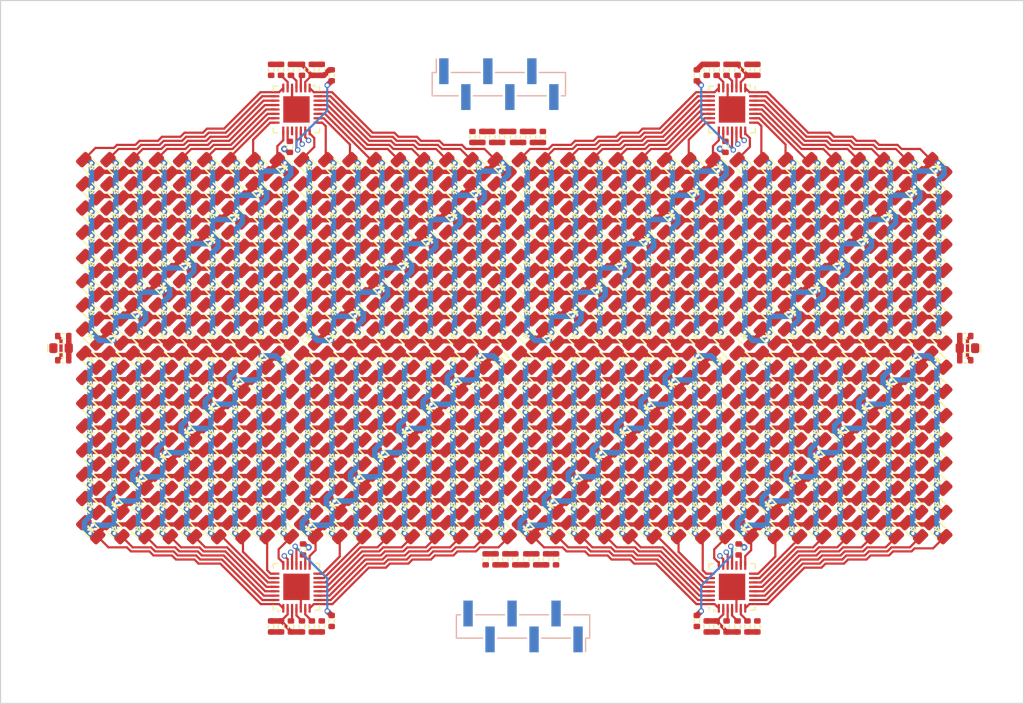
<source format=kicad_pcb>
(kicad_pcb (version 20211014) (generator pcbnew)
  (layers (0 "F.Cu" signal) (31 "B.Cu" signal) (34 "B.Paste" user) (35 "F.Paste" user) (36 "B.SilkS" user "B.Silkscreen") (37 "F.SilkS" user "F.Silkscreen") (38 "B.Mask" user) (39 "F.Mask" user) (44 "Edge.Cuts" user))
  (net 0 "")
  (net 1 "+3V3")
  (net 2 "GND")
  (net 3 "/region1/LED Driver/CA1")
  (net 4 "/region1/LED Driver/CA2")
  (net 5 "/region1/LED Driver/CA3")
  (net 6 "/region1/LED Driver/CA4")
  (net 7 "/region1/LED Driver/CA5")
  (net 8 "/region1/LED Driver/CA6")
  (net 9 "/region1/LED Driver/CA7")
  (net 10 "/region1/LED Driver/CA8")
  (net 11 "/region1/LED Driver/CA9")
  (net 12 "/region1/LED Driver/CB1")
  (net 13 "/region1/LED Driver/CB2")
  (net 14 "/region1/LED Driver/CB3")
  (net 15 "/region1/LED Driver/CB4")
  (net 16 "/region1/LED Driver/CB5")
  (net 17 "/region1/LED Driver/CB6")
  (net 18 "/region1/LED Driver/CB7")
  (net 19 "/region1/LED Driver/CB8")
  (net 20 "/region1/LED Driver/CB9")
  (net 21 "/region2/LED Driver/CA1")
  (net 22 "/region2/LED Driver/CA2")
  (net 23 "/region2/LED Driver/CA3")
  (net 24 "/region2/LED Driver/CA4")
  (net 25 "/region2/LED Driver/CA5")
  (net 26 "/region2/LED Driver/CA6")
  (net 27 "/region2/LED Driver/CA7")
  (net 28 "/region2/LED Driver/CA8")
  (net 29 "/region2/LED Driver/CA9")
  (net 30 "/region2/LED Driver/CB1")
  (net 31 "/region2/LED Driver/CB2")
  (net 32 "/region2/LED Driver/CB3")
  (net 33 "/region2/LED Driver/CB4")
  (net 34 "/region2/LED Driver/CB5")
  (net 35 "/region2/LED Driver/CB6")
  (net 36 "/region2/LED Driver/CB7")
  (net 37 "/region2/LED Driver/CB8")
  (net 38 "/region2/LED Driver/CB9")
  (net 39 "/region3/LED Driver/CA1")
  (net 40 "/region3/LED Driver/CA2")
  (net 41 "/region3/LED Driver/CA3")
  (net 42 "/region3/LED Driver/CA4")
  (net 43 "/region3/LED Driver/CA5")
  (net 44 "/region3/LED Driver/CA6")
  (net 45 "/region3/LED Driver/CA7")
  (net 46 "/region3/LED Driver/CA8")
  (net 47 "/region3/LED Driver/CA9")
  (net 48 "/region3/LED Driver/CB1")
  (net 49 "/region3/LED Driver/CB2")
  (net 50 "/region3/LED Driver/CB3")
  (net 51 "/region3/LED Driver/CB4")
  (net 52 "/region3/LED Driver/CB5")
  (net 53 "/region3/LED Driver/CB6")
  (net 54 "/region3/LED Driver/CB7")
  (net 55 "/region3/LED Driver/CB8")
  (net 56 "/region3/LED Driver/CB9")
  (net 57 "/region4/LED Driver/CA1")
  (net 58 "/region4/LED Driver/CA2")
  (net 59 "/region4/LED Driver/CA3")
  (net 60 "/region4/LED Driver/CA4")
  (net 61 "/region4/LED Driver/CA5")
  (net 62 "/region4/LED Driver/CA6")
  (net 63 "/region4/LED Driver/CA7")
  (net 64 "/region4/LED Driver/CA8")
  (net 65 "/region4/LED Driver/CA9")
  (net 66 "/region4/LED Driver/CB1")
  (net 67 "/region4/LED Driver/CB2")
  (net 68 "/region4/LED Driver/CB3")
  (net 69 "/region4/LED Driver/CB4")
  (net 70 "/region4/LED Driver/CB5")
  (net 71 "/region4/LED Driver/CB6")
  (net 72 "/region4/LED Driver/CB7")
  (net 73 "/region4/LED Driver/CB8")
  (net 74 "/region4/LED Driver/CB9")
  (net 75 "Net-(R25-Pad2)")
  (net 76 "Net-(R26-Pad2)")
  (net 77 "Net-(R35-Pad2)")
  (net 78 "Net-(R36-Pad2)")
  (net 83 "Net-(R56-Pad2)")
  (net 84 "Net-(R55-Pad2)")
  (net 85 "Net-(R50-Pad2)")
  (net 86 "Net-(R49-Pad2)")
  (net 87 "Net-(R46-Pad2)")
  (net 88 "Net-(R45-Pad2)")
  (net 89 "Net-(R40-Pad2)")
  (net 90 "Net-(R39-Pad2)")
  (net 91 "Net-(R30-Pad2)")
  (net 92 "Net-(R29-Pad2)")
  (net 93 "Net-(R20-Pad2)")
  (net 94 "Net-(R19-Pad2)")
  (net 95 "Net-(C41-Pad1)")
  (net 96 "Net-(C37-Pad1)")
  (net 97 "Net-(C33-Pad1)")
  (net 98 "Net-(C29-Pad1)")
  (net 99 "/LightSense1")
  (net 100 "/LightSense2")
  (net 101 "/I2C0-SCL")
  (net 102 "/I2C0-SDA")
  (net 104 "/I2C1-SCL")
  (net 105 "/I2C1-SDA")
  (net 107 "/region1/LED Driver/INTB")
  (net 108 "/region1/LED Driver/SDB")
  (net 109 "/region2/LED Driver/INTB")
  (net 110 "/region2/LED Driver/SDB")
  (net 111 "/region3/LED Driver/INTB")
  (net 112 "/region3/LED Driver/SDB")
  (net 113 "/region4/LED Driver/INTB")
  (net 114 "/region4/LED Driver/SDB")
  (footprint "CoF_Diode:LED-0805" (layer "F.Cu") (at 146.8 67.4 -45)
    (fp_text reference "D323" hide)
    (fp_text value "LED_Y_L")
  )
  (footprint "CoF_Diode:LED-0805" (layer "F.Cu") (at 113.8 76.2 135)
    (fp_text reference "D206" hide)
    (fp_text value "LED_Y_L")
  )
  (footprint "CoF_Diode:LED-0805" (layer "F.Cu") (at 149 60.8 -45)
    (fp_text reference "D342" hide)
    (fp_text value "LED_Y_L")
  )
  (footprint "CoF_Diode:LED-0805" (layer "F.Cu") (at 107.2 63 -45)
    (fp_text reference "D37" hide)
    (fp_text value "LED_Y_L")
  )
  (footprint "CoF_Diode:LED-0805" (layer "F.Cu") (at 127 63 -45)
    (fp_text reference "D333" hide)
    (fp_text value "LED_Y_L")
  )
  (footprint "CoF_Diode:LED-0805" (layer "F.Cu") (at 124.8 65.2 -45)
    (fp_text reference "D316" hide)
    (fp_text value "LED_Y_L")
  )
  (footprint "CoF_Diode:LED-0805" (layer "F.Cu") (at 94 52 -45)
    (fp_text reference "D98" hide)
    (fp_text value "LED_Y_L")
  )
  (footprint "CoF_Diode:LED-0805" (layer "F.Cu") (at 160 85 135)
    (fp_text reference "D450" hide)
    (fp_text value "LED_Y_L")
  )
  (footprint "CoF_Resistor:R-0402" (layer "F.Cu") (at 120.7 87.7 90)
    (fp_text reference "R29" hide)
    (fp_text value "10K")
  )
  (footprint "CoF_Diode:LED-0805" (layer "F.Cu") (at 94 56.4 -45)
    (fp_text reference "D96" hide)
    (fp_text value "LED_Y_L")
  )
  (footprint "CoF_Resistor:R-0402" (layer "F.Cu") (at 100.3 43.2 -90)
    (fp_text reference "R26" hide)
    (fp_text value "18K")
  )
  (footprint "CoF_Diode:LED-0805" (layer "F.Cu") (at 140.2 71.8 135)
    (fp_text reference "D436" hide)
    (fp_text value "LED_Y_L")
  )
  (footprint "CoF_Diode:LED-0805" (layer "F.Cu") (at 120.4 54.2 -45)
    (fp_text reference "D137" hide)
    (fp_text value "LED_Y_L")
  )
  (footprint "CoF_Diode:LED-0805" (layer "F.Cu") (at 87.4 67.4 -45)
    (fp_text reference "D43" hide)
    (fp_text value "LED_Y_L")
  )
  (footprint "CoF_QuadFlat:QFN-28-EP" (layer "F.Cu") (at 141.3 90.2 90)
    (fp_text reference "U7" hide)
    (fp_text value "IS31FL3731")
  )
  (footprint "CoF_Diode:LED-0805" (layer "F.Cu") (at 160 58.6 -45)
    (fp_text reference "D423" hide)
    (fp_text value "LED_Y_L")
  )
  (footprint "CoF_Diode:LED-0805" (layer "F.Cu") (at 100.6 67.4 -45)
    (fp_text reference "D139" hide)
    (fp_text value "LED_Y_L")
  )
  (footprint "CoF_Diode:LED-0805" (layer "F.Cu") (at 116 78.4 135)
    (fp_text reference "D191" hide)
    (fp_text value "LED_Y_L")
  )
  (footprint "CoF_Diode:LED-0805" (layer "F.Cu") (at 111.6 52 -45)
    (fp_text reference "D74" hide)
    (fp_text value "LED_Y_L")
  )
  (footprint "CoF_Diode:LED-0805" (layer "F.Cu") (at 129.2 58.6 -45)
    (fp_text reference "D351" hide)
    (fp_text value "LED_Y_L")
  )
  (footprint "CoF_Diode:LED-0805" (layer "F.Cu") (at 116 74 135)
    (fp_text reference "D189" hide)
    (fp_text value "LED_Y_L")
  )
  (footprint "CoF_Diode:LED-0805" (layer "F.Cu") (at 98.4 69.6 135)
    (fp_text reference "D163" hide)
    (fp_text value "LED_Y_L")
  )
  (footprint "CoF_Diode:LED-0805" (layer "F.Cu") (at 151.2 80.6 135)
    (fp_text reference "D512" hide)
    (fp_text value "LED_Y_L")
  )
  (footprint "CoF_Diode:LED-0805" (layer "F.Cu") (at 129.2 78.4 135)
    (fp_text reference "D519" hide)
    (fp_text value "LED_Y_L")
  )
  (footprint "CoF_Resistor:R-0402" (layer "F.Cu") (at 141.8 43.2 -90)
    (fp_text reference "R37" hide)
    (fp_text value "10K")
  )
  (footprint "CoF_Diode:LED-0805" (layer "F.Cu") (at 131.4 60.8 -45)
    (fp_text reference "D366" hide)
    (fp_text value "LED_Y_L")
  )
  (footprint "CoF_Diode:LED-0805" (layer "F.Cu") (at 129.2 76.2 135)
    (fp_text reference "D518" hide)
    (fp_text value "LED_Y_L")
  )
  (footprint "CoF_Diode:LED-0805" (layer "F.Cu") (at 135.8 69.6 135)
    (fp_text reference "D467" hide)
    (fp_text value "LED_Y_L")
  )
  (footprint "CoF_Diode:LED-0805" (layer "F.Cu") (at 160 65.2 -45)
    (fp_text reference "D420" hide)
    (fp_text value "LED_Y_L")
  )
  (footprint "CoF_Diode:LED-0805" (layer "F.Cu") (at 160 78.4 135)
    (fp_text reference "D447" hide)
    (fp_text value "LED_Y_L")
  )
  (footprint "CoF_Diode:LED-0805" (layer "F.Cu") (at 157.8 52 -45)
    (fp_text reference "D410" hide)
    (fp_text value "LED_Y_L")
  )
  (footprint "CoF_Diode:LED-0805" (layer "F.Cu") (at 138 65.2 -45)
    (fp_text reference "D412" hide)
    (fp_text value "LED_Y_L")
  )
  (footprint "CoF_Diode:LED-0805" (layer "F.Cu") (at 111.6 58.6 -45)
    (fp_text reference "D71" hide)
    (fp_text value "LED_Y_L")
  )
  (footprint "CoF_Diode:LED-0805" (layer "F.Cu") (at 111.6 67.4 -45)
    (fp_text reference "D67" hide)
    (fp_text value "LED_Y_L")
  )
  (footprint "CoF_Diode:LED-0805" (layer "F.Cu") (at 105 52 -45)
    (fp_text reference "D26" hide)
    (fp_text value "LED_Y_L")
  )
  (footprint "CoF_Diode:LED-0805" (layer "F.Cu") (at 157.8 76.2 135)
    (fp_text reference "D462" hide)
    (fp_text value "LED_Y_L")
  )
  (footprint "CoF_Diode:LED-0805" (layer "F.Cu") (at 138 82.8 135)
    (fp_text reference "D457" hide)
    (fp_text value "LED_Y_L")
  )
  (footprint "CoF_Diode:LED-0805" (layer "F.Cu") (at 144.6 78.4 135)
    (fp_text reference "D559" hide)
    (fp_text value "LED_Y_L")
  )
  (footprint "CoF_Diode:LED-0805" (layer "F.Cu") (at 155.6 85 135)
    (fp_text reference "D482" hide)
    (fp_text value "LED_Y_L")
  )
  (footprint "CoF_Diode:LED-0805" (layer "F.Cu") (at 109.4 82.8 135)
    (fp_text reference "D241" hide)
    (fp_text value "LED_Y_L")
  )
  (footprint "CoF_Diode:LED-0805" (layer "F.Cu") (at 94 76.2 135)
    (fp_text reference "D198" hide)
    (fp_text value "LED_Y_L")
  )
  (footprint "CoF_Diode:LED-0805" (layer "F.Cu") (at 116 67.4 -45)
    (fp_text reference "D99" hide)
    (fp_text value "LED_Y_L")
  )
  (footprint "CoF_Diode:LED-0805" (layer "F.Cu") (at 153.4 69.6 135)
    (fp_text reference "D491" hide)
    (fp_text value "LED_Y_L")
  )
  (footprint "CoF_Diode:LED-0805" (layer "F.Cu") (at 160 71.8 135)
    (fp_text reference "D444" hide)
    (fp_text value "LED_Y_L")
  )
  (footprint "CoF_Resistor:R-0402" (layer "F.Cu") (at 117.7 49.3 -90)
    (fp_text reference "R22" hide)
    (fp_text value "1R")
  )
  (footprint "CoF_Diode:LED-0805" (layer "F.Cu") (at 122.6 60.8 -45)
    (fp_text reference "D302" hide)
    (fp_text value "LED_Y_L")
  )
  (footprint "CoF_Diode:LED-0805" (layer "F.Cu") (at 100.6 76.2 135)
    (fp_text reference "D150" hide)
    (fp_text value "LED_Y_L")
  )
  (footprint "CoF_Diode:LED-0805" (layer "F.Cu") (at 87.4 56.4 -45)
    (fp_text reference "D48" hide)
    (fp_text value "LED_Y_L")
  )
  (footprint "CoF_Diode:LED-0805" (layer "F.Cu") (at 87.4 74 135)
    (fp_text reference "D245" hide)
    (fp_text value "LED_Y_L")
  )
  (footprint "CoF_Diode:LED-0805" (layer "F.Cu") (at 138 60.8 -45)
    (fp_text reference "D414" hide)
    (fp_text value "LED_Y_L")
  )
  (footprint "CoF_Diode:LED-0805" (layer "F.Cu") (at 91.8 52 -45)
    (fp_text reference "D82" hide)
    (fp_text value "LED_Y_L")
  )
  (footprint "CoF_Diode:LED-0805" (layer "F.Cu") (at 144.6 71.8 135)
    (fp_text reference "D556" hide)
    (fp_text value "LED_Y_L")
  )
  (footprint "CoF_Diode:LED-0805" (layer "F.Cu") (at 111.6 85 135)
    (fp_text reference "D226" hide)
    (fp_text value "LED_Y_L")
  )
  (footprint "CoF_Diode:LED-0805" (layer "F.Cu") (at 133.6 80.6 135)
    (fp_text reference "D488" hide)
    (fp_text value "LED_Y_L")
  )
  (footprint "CoF_Diode:LED-0805" (layer "F.Cu") (at 98.4 63 -45)
    (fp_text reference "D125" hide)
    (fp_text value "LED_Y_L")
  )
  (footprint "CoF_Diode:LED-0805" (layer "F.Cu") (at 109.4 85 135)
    (fp_text reference "D242" hide)
    (fp_text value "LED_Y_L")
  )
  (footprint "CoF_Diode:LED-0805" (layer "F.Cu") (at 153.4 52 -45)
    (fp_text reference "D378" hide)
    (fp_text value "LED_Y_L")
  )
  (footprint "CoF_Diode:LED-0805" (layer "F.Cu") (at 100.6 82.8 135)
    (fp_text reference "D153" hide)
    (fp_text value "LED_Y_L")
  )
  (footprint "CoF_Diode:LED-0805" (layer "F.Cu") (at 116 85 135)
    (fp_text reference "D194" hide)
    (fp_text value "LED_Y_L")
  )
  (footprint "CoF_Resistor:R-0402" (layer "F.Cu") (at 118.9 87.7 90)
    (fp_text reference "R31" hide)
    (fp_text value "1R")
  )
  (footprint "CoF_Capacitor:C-0402" (layer "F.Cu") (at 141.9 86.8 90)
    (fp_text reference "C41" hide)
    (fp_text value "100nF")
  )
  (footprint "CoF_Diode:LED-0805" (layer "F.Cu") (at 118.2 76.2 135)
    (fp_text reference "D174" hide)
    (fp_text value "LED_Y_L")
  )
  (footprint "CoF_Resistor:R-0402" (layer "F.Cu") (at 138.1 93.3 90)
    (fp_text reference "R55" hide)
    (fp_text value "0R")
  )
  (footprint "CoF_Diode:LED-0805" (layer "F.Cu") (at 94 58.6 -45)
    (fp_text reference "D95" hide)
    (fp_text value "LED_Y_L")
  )
  (footprint "CoF_Diode:LED-0805" (layer "F.Cu") (at 140.2 67.4 -45)
    (fp_text reference "D427" hide)
    (fp_text value "LED_Y_L")
  )
  (footprint "CoF_Diode:LED-0805" (layer "F.Cu") (at 149 82.8 135)
    (fp_text reference "D529" hide)
    (fp_text value "LED_Y_L")
  )
  (footprint "CoF_Diode:LED-0805" (layer "F.Cu") (at 144.6 85 135)
    (fp_text reference "D562" hide)
    (fp_text value "LED_Y_L")
  )
  (footprint "CoF_Diode:LED-0805" (layer "F.Cu") (at 94 85 135)
    (fp_text reference "D202" hide)
    (fp_text value "LED_Y_L")
  )
  (footprint "CoF_Diode:LED-0805" (layer "F.Cu") (at 124.8 56.4 -45)
    (fp_text reference "D320" hide)
    (fp_text value "LED_Y_L")
  )
  (footprint "CoF_Diode:LED-0805" (layer "F.Cu") (at 140.2 85 135)
    (fp_text reference "D442" hide)
    (fp_text value "LED_Y_L")
  )
  (footprint "CoF_Resistor:R-0402" (layer "F.Cu") (at 102.2 43.2 -90)
    (fp_text reference "R17" hide)
    (fp_text value "10K")
  )
  (footprint "CoF_Diode:LED-0805" (layer "F.Cu") (at 85.2 85 135)
    (fp_text reference "D266" hide)
    (fp_text value "LED_Y_L")
  )
  (footprint "CoF_Diode:LED-0805" (layer "F.Cu") (at 96.2 65.2 -45)
    (fp_text reference "D108" hide)
    (fp_text value "LED_Y_L")
  )
  (footprint "CoF_Diode:LED-0805" (layer "F.Cu") (at 100.6 63 -45)
    (fp_text reference "D141" hide)
    (fp_text value "LED_Y_L")
  )
  (footprint "CoF_Diode:LED-0805" (layer "F.Cu") (at 89.6 74 135)
    (fp_text reference "D229" hide)
    (fp_text value "LED_Y_L")
  )
  (footprint "CoF_Diode:LED-0805" (layer "F.Cu") (at 96.2 58.6 -45)
    (fp_text reference "D111" hide)
    (fp_text value "LED_Y_L")
  )
  (footprint "CoF_Resistor:R-0402" (layer "F.Cu") (at 104.9 93.3 90)
    (fp_text reference "R35" hide)
    (fp_text value "0R")
  )
  (footprint "CoF_Diode:LED-0805" (layer "F.Cu") (at 100.6 60.8 -45)
    (fp_text reference "D142" hide)
    (fp_text value "LED_Y_L")
  )
  (footprint "CoF_Diode:LED-0805" (layer "F.Cu") (at 105 80.6 135)
    (fp_text reference "D272" hide)
    (fp_text value "LED_Y_L")
  )
  (footprint "CoF_Diode:LED-0805" (layer "F.Cu") (at 160 76.2 135)
    (fp_text reference "D446" hide)
    (fp_text value "LED_Y_L")
  )
  (footprint "CoF_Diode:LED-0805" (layer "F.Cu") (at 122.6 74 135)
    (fp_text reference "D565" hide)
    (fp_text value "LED_Y_L")
  )
  (footprint "CoF_Diode:LED-0805" (layer "F.Cu") (at 157.8 85 135)
    (fp_text reference "D466" hide)
    (fp_text value "LED_Y_L")
  )
  (footprint "CoF_Diode:LED-0805" (layer "F.Cu") (at 131.4 71.8 135)
    (fp_text reference "D500" hide)
    (fp_text value "LED_Y_L")
  )
  (footprint "CoF_Diode:LED-0805" (layer "F.Cu") (at 85.2 60.8 -45)
    (fp_text reference "D30" hide)
    (fp_text value "LED_Y_L")
  )
  (footprint "CoF_Diode:LED-0805" (layer "F.Cu") (at 107.2 78.4 135)
    (fp_text reference "D255" hide)
    (fp_text value "LED_Y_L")
  )
  (footprint "CoF_Diode:LED-0805" (layer "F.Cu") (at 100.6 85 135)
    (fp_text reference "D154" hide)
    (fp_text value "LED_Y_L")
  )
  (footprint "CoF_Diode:LED-0805" (layer "F.Cu") (at 116 54.2 -45)
    (fp_text reference "D105" hide)
    (fp_text value "LED_Y_L")
  )
  (footprint "CoF_Diode:LED-0805" (layer "F.Cu") (at 120.4 69.6 135)
    (fp_text reference "D155" hide)
    (fp_text value "LED_Y_L")
  )
  (footprint "CoF_Diode:LED-0805" (layer "F.Cu") (at 107.2 54.2 -45)
    (fp_text reference "D41" hide)
    (fp_text value "LED_Y_L")
  )
  (footprint "CoF_Diode:LED-0805" (layer "F.Cu") (at 105 69.6 135)
    (fp_text reference "D267" hide)
    (fp_text value "LED_Y_L")
  )
  (footprint "CoF_Diode:LED-0805" (layer "F.Cu") (at 124.8 60.8 -45)
    (fp_text reference "D318" hide)
    (fp_text value "LED_Y_L")
  )
  (footprint "CoF_Diode:LED-0805" (layer "F.Cu") (at 83 58.6 -45)
    (fp_text reference "D15" hide)
    (fp_text value "LED_Y_L")
  )
  (footprint "CoF_Diode:LED-0805" (layer "F.Cu") (at 149 69.6 135)
    (fp_text reference "D523" hide)
    (fp_text value "LED_Y_L")
  )
  (footprint "CoF_Diode:LED-0805" (layer "F.Cu") (at 83 80.6 135)
    (fp_text reference "D280" hide)
    (fp_text value "LED_Y_L")
  )
  (footprint "CoF_Diode:LED-0805" (layer "F.Cu") (at 87.4 71.8 135)
    (fp_text reference "D244" hide)
    (fp_text value "LED_Y_L")
  )
  (footprint "CoF_Diode:LED-0805" (layer "F.Cu") (at 124.8 58.6 -45)
    (fp_text reference "D319" hide)
    (fp_text value "LED_Y_L")
  )
  (footprint "CoF_Diode:LED-0805" (layer "F.Cu") (at 118.2 85 135)
    (fp_text reference "D178" hide)
    (fp_text value "LED_Y_L")
  )
  (footprint "CoF_Diode:LED-0805" (layer "F.Cu") (at 96.2 85 135)
    (fp_text reference "D186" hide)
    (fp_text value "LED_Y_L")
  )
  (footprint "CoF_Diode:LED-0805" (layer "F.Cu") (at 129.2 52 -45)
    (fp_text reference "D354" hide)
    (fp_text value "LED_Y_L")
  )
  (footprint "CoF_Diode:LED-0805" (layer "F.Cu") (at 127 52 -45)
    (fp_text reference "D338" hide)
    (fp_text value "LED_Y_L")
  )
  (footprint "CoF_Diode:LED-0805" (layer "F.Cu") (at 144.6 69.6 135)
    (fp_text reference "D555" hide)
    (fp_text value "LED_Y_L")
  )
  (footprint "CoF_Diode:LED-0805" (layer "F.Cu") (at 133.6 74 135)
    (fp_text reference "D485" hide)
    (fp_text value "LED_Y_L")
  )
  (footprint "CoF_Diode:LED-0805" (layer "F.Cu") (at 144.6 52 -45)
    (fp_text reference "D314" hide)
    (fp_text value "LED_Y_L")
  )
  (footprint "CoF_Diode:LED-0805" (layer "F.Cu") (at 151.2 71.8 135)
    (fp_text reference "D508" hide)
    (fp_text value "LED_Y_L")
  )
  (footprint "CoF_Diode:LED-0805" (layer "F.Cu") (at 96.2 80.6 135)
    (fp_text reference "D184" hide)
    (fp_text value "LED_Y_L")
  )
  (footprint "CoF_Diode:LED-0805" (layer "F.Cu") (at 113.8 56.4 -45)
    (fp_text reference "D88" hide)
    (fp_text value "LED_Y_L")
  )
  (footprint "CoF_Diode:LED-0805" (layer "F.Cu") (at 124.8 80.6 135)
    (fp_text reference "D552" hide)
    (fp_text value "LED_Y_L")
  )
  (footprint "CoF_Diode:LED-0805" (layer "F.Cu") (at 102.8 76.2 135)
    (fp_text reference "D286" hide)
    (fp_text value "LED_Y_L")
  )
  (footprint "CoF_Diode:LED-0805" (layer "F.Cu") (at 94 74 135)
    (fp_text reference "D197" hide)
    (fp_text value "LED_Y_L")
  )
  (footprint "CoF_Diode:LED-0805" (layer "F.Cu") (at 124.8 63 -45)
    (fp_text reference "D317" hide)
    (fp_text value "LED_Y_L")
  )
  (footprint "CoF_Diode:LED-0805" (layer "F.Cu") (at 83 74 135)
    (fp_text reference "D277" hide)
    (fp_text value "LED_Y_L")
  )
  (footprint "CoF_Diode:LED-0805" (layer "F.Cu") (at 135.8 85 135)
    (fp_text reference "D474" hide)
    (fp_text value "LED_Y_L")
  )
  (footprint "CoF_Diode:LED-0805" (layer "F.Cu") (at 146.8 76.2 135)
    (fp_text reference "D542" hide)
    (fp_text value "LED_Y_L")
  )
  (footprint "CoF_Diode:LED-0805" (layer "F.Cu") (at 138 78.4 135)
    (fp_text reference "D455" hide)
    (fp_text value "LED_Y_L")
  )
  (footprint "CoF_Diode:LED-0805" (layer "F.Cu") (at 155.6 56.4 -45)
    (fp_text reference "D392" hide)
    (fp_text value "LED_Y_L")
  )
  (footprint "CoF_Diode:LED-0805" (layer "F.Cu") (at 96.2 52 -45)
    (fp_text reference "D114" hide)
    (fp_text value "LED_Y_L")
  )
  (footprint "CoF_Diode:LED-0805" (layer "F.Cu") (at 102.8 74 135)
    (fp_text reference "D285" hide)
    (fp_text value "LED_Y_L")
  )
  (footprint "CoF_Diode:LED-0805" (layer "F.Cu") (at 131.4 56.4 -45)
    (fp_text reference "D368" hide)
    (fp_text value "LED_Y_L")
  )
  (footprint "CoF_Diode:LED-0805" (layer "F.Cu") (at 85.2 82.8 135)
    (fp_text reference "D265" hide)
    (fp_text value "LED_Y_L")
  )
  (footprint "CoF_Diode:LED-0805" (layer "F.Cu") (at 151.2 60.8 -45)
    (fp_text reference "D358" hide)
    (fp_text value "LED_Y_L")
  )
  (footprint "CoF_Diode:LED-0805" (layer "F.Cu") (at 89.6 63 -45)
    (fp_text reference "D61" hide)
    (fp_text value "LED_Y_L")
  )
  (footprint "CoF_Diode:LED-0805" (layer "F.Cu") (at 98.4 65.2 -45)
    (fp_text reference "D124" hide)
    (fp_text value "LED_Y_L")
  )
  (footprint "CoF_Diode:LED-0805" (layer "F.Cu") (at 153.4 67.4 -45)
    (fp_text reference "D371" hide)
    (fp_text value "LED_Y_L")
  )
  (footprint "CoF_Diode:LED-0805" (layer "F.Cu") (at 94 80.6 135)
    (fp_text reference "D200" hide)
    (fp_text value "LED_Y_L")
  )
  (footprint "CoF_Diode:LED-0805" (layer "F.Cu") (at 89.6 76.2 135)
    (fp_text reference "D230" hide)
    (fp_text value "LED_Y_L")
  )
  (footprint "CoF_Diode:LED-0805" (layer "F.Cu") (at 105 71.8 135)
    (fp_text reference "D268" hide)
    (fp_text value "LED_Y_L")
  )
  (footprint "CoF_Diode:LED-0805" (layer "F.Cu") (at 94 63 -45)
    (fp_text reference "D93" hide)
    (fp_text value "LED_Y_L")
  )
  (footprint "CoF_Diode:LED-0805" (layer "F.Cu") (at 124.8 85 135)
    (fp_text reference "D554" hide)
    (fp_text value "LED_Y_L")
  )
  (footprint "CoF_Diode:LED-0805" (layer "F.Cu") (at 140.2 65.2 -45)
    (fp_text reference "D428" hide)
    (fp_text value "LED_Y_L")
  )
  (footprint "CoF_Diode:LED-0805" (layer "F.Cu") (at 153.4 74 135)
    (fp_text reference "D493" hide)
    (fp_text value "LED_Y_L")
  )
  (footprint "CoF_Diode:LED-0805" (layer "F.Cu") (at 124.8 74 135)
    (fp_text reference "D549" hide)
    (fp_text value "LED_Y_L")
  )
  (footprint "CoF_Diode:LED-0805" (layer "F.Cu") (at 116 52 -45)
    (fp_text reference "D106" hide)
    (fp_text value "LED_Y_L")
  )
  (footprint "CoF_Diode:LED-0805" (layer "F.Cu") (at 96.2 71.8 135)
    (fp_text reference "D180" hide)
    (fp_text value "LED_Y_L")
  )
  (footprint "CoF_Resistor:R-0402" (layer "F.Cu") (at 124.4 87.7 90)
    (fp_text reference "R50" hide)
    (fp_text value "10K")
  )
  (footprint "CoF_Capacitor:C-0402" (layer "F.Cu") (at 142.7 43.2 90)
    (fp_text reference "C35" hide)
    (fp_text value "100nF")
  )
  (footprint "CoF_Diode:LED-0805" (layer "F.Cu") (at 124.8 67.4 -45)
    (fp_text reference "D315" hide)
    (fp_text value "LED_Y_L")
  )
  (footprint "CoF_Diode:LED-0805" (layer "F.Cu") (at 149 54.2 -45)
    (fp_text reference "D345" hide)
    (fp_text value "LED_Y_L")
  )
  (footprint "CoF_Capacitor:C-0402" (layer "F.Cu") (at 80.5 67.4 180)
    (fp_text reference "C24" hide)
    (fp_text value "1uF")
  )
  (footprint "CoF_Diode:LED-0805" (layer "F.Cu") (at 116 63 -45)
    (fp_text reference "D101" hide)
    (fp_text value "LED_Y_L")
  )
  (footprint "CoF_Diode:LED-0805" (layer "F.Cu") (at 131.4 85 135)
    (fp_text reference "D506" hide)
    (fp_text value "LED_Y_L")
  )
  (footprint "CoF_Diode:LED-0805" (layer "F.Cu") (at 129.2 54.2 -45)
    (fp_text reference "D353" hide)
    (fp_text value "LED_Y_L")
  )
  (footprint "CoF_Diode:LED-0805" (layer "F.Cu") (at 144.6 58.6 -45)
    (fp_text reference "D311" hide)
    (fp_text value "LED_Y_L")
  )
  (footprint "CoF_Resistor:R-0402" (layer "F.Cu") (at 118.6 49.3 -90)
    (fp_text reference "R19" hide)
    (fp_text value "10K")
  )
  (footprint "CoF_Diode:LED-0805" (layer "F.Cu") (at 129.2 56.4 -45)
    (fp_text reference "D352" hide)
    (fp_text value "LED_Y_L")
  )
  (footprint "CoF_Diode:LED-0805" (layer "F.Cu") (at 120.4 78.4 135)
    (fp_text reference "D159" hide)
    (fp_text value "LED_Y_L")
  )
  (footprint "CoF_Diode:LED-0805" (layer "F.Cu") (at 155.6 52 -45)
    (fp_text reference "D394" hide)
    (fp_text value "LED_Y_L")
  )
  (footprint "CoF_Diode:LED-0805" (layer "F.Cu") (at 91.8 63 -45)
    (fp_text reference "D77" hide)
    (fp_text value "LED_Y_L")
  )
  (footprint "CoF_Diode:LED-0805" (layer "F.Cu") (at 133.6 85 135)
    (fp_text reference "D490" hide)
    (fp_text value "LED_Y_L")
  )
  (footprint "CoF_Diode:LED-0805" (layer "F.Cu") (at 129.2 74 135)
    (fp_text reference "D517" hide)
    (fp_text value "LED_Y_L")
  )
  (footprint "CoF_Diode:LED-0805" (layer "F.Cu") (at 85.2 74 135)
    (fp_text reference "D261" hide)
    (fp_text value "LED_Y_L")
  )
  (footprint "CoF_Diode:LED-0805" (layer "F.Cu") (at 111.6 63 -45)
    (fp_text reference "D69" hide)
    (fp_text value "LED_Y_L")
  )
  (footprint "CoF_Diode:LED-0805" (layer "F.Cu") (at 142.4 76.2 135)
    (fp_text reference "D574" hide)
    (fp_text value "LED_Y_L")
  )
  (footprint "CoF_Diode:LED-0805" (layer "F.Cu") (at 127 74 135)
    (fp_text reference "D533" hide)
    (fp_text value "LED_Y_L")
  )
  (footprint "CoF_Diode:LED-0805" (layer "F.Cu") (at 122.6 58.6 -45)
    (fp_text reference "D303" hide)
    (fp_text value "LED_Y_L")
  )
  (footprint "CoF_Diode:LED-0805" (layer "F.Cu") (at 124.8 54.2 -45)
    (fp_text reference "D321" hide)
    (fp_text value "LED_Y_L")
  )
  (footprint "CoF_Diode:LED-0805" (layer "F.Cu") (at 87.4 60.8 -45)
    (fp_text reference "D46" hide)
    (fp_text value "LED_Y_L")
  )
  (footprint "CoF_Diode:LED-0805" (layer "F.Cu") (at 142.4 54.2 -45)
    (fp_text reference "D297" hide)
    (fp_text value "LED_Y_L")
  )
  (footprint "CoF_Diode:LED-0805" (layer "F.Cu") (at 155.6 63 -45)
    (fp_text reference "D389" hide)
    (fp_text value "LED_Y_L")
  )
  (footprint "CoF_Diode:LED-0805" (layer "F.Cu") (at 87.4 58.6 -45)
    (fp_text reference "D47" hide)
    (fp_text value "LED_Y_L")
  )
  (footprint "CoF_Diode:LED-0805" (layer "F.Cu") (at 149 63 -45)
    (fp_text reference "D341" hide)
    (fp_text value "LED_Y_L")
  )
  (footprint "CoF_Diode:LED-0805" (layer "F.Cu") (at 98.4 85 135)
    (fp_text reference "D170" hide)
    (fp_text value "LED_Y_L")
  )
  (footprint "CoF_Capacitor:C-0402" (layer "F.Cu") (at 162.5 67.4)
    (fp_text reference "C25" hide)
    (fp_text value "1uF")
  )
  (footprint "CoF_Diode:LED-0805" (layer "F.Cu") (at 89.6 54.2 -45)
    (fp_text reference "D65" hide)
    (fp_text value "LED_Y_L")
  )
  (footprint "CoF_Diode:LED-0805" (layer "F.Cu") (at 120.4 82.8 135)
    (fp_text reference "D161" hide)
    (fp_text value "LED_Y_L")
  )
  (footprint "CoF_Diode:LED-0805" (layer "F.Cu") (at 140.2 78.4 135)
    (fp_text reference "D439" hide)
    (fp_text value "LED_Y_L")
  )
  (footprint "CoF_Diode:LED-0805" (layer "F.Cu") (at 118.2 71.8 135)
    (fp_text reference "D172" hide)
    (fp_text value "LED_Y_L")
  )
  (footprint "CoF_Diode:LED-0805" (layer "F.Cu") (at 160 69.6 135)
    (fp_text reference "D443" hide)
    (fp_text value "LED_Y_L")
  )
  (footprint "CoF_Diode:LED-0805" (layer "F.Cu") (at 149 71.8 135)
    (fp_text reference "D524" hide)
    (fp_text value "LED_Y_L")
  )
  (footprint "CoF_Diode:LED-0805" (layer "F.Cu") (at 135.8 65.2 -45)
    (fp_text reference "D396" hide)
    (fp_text value "LED_Y_L")
  )
  (footprint "CoF_Diode:LED-0805" (layer "F.Cu") (at 122.6 85 135)
    (fp_text reference "D570" hide)
    (fp_text value "LED_Y_L")
  )
  (footprint "CoF_Diode:LED-0805" (layer "F.Cu") (at 129.2 85 135)
    (fp_text reference "D522" hide)
    (fp_text value "LED_Y_L")
  )
  (footprint "CoF_Resistor:R-0402" (layer "F.Cu") (at 102.2 93.8 90)
    (fp_text reference "R28" hide)
    (fp_text value "10K")
  )
  (footprint "CoF_Diode:LED-0805" (layer "F.Cu") (at 142.4 52 -45)
    (fp_text reference "D298" hide)
    (fp_text value "LED_Y_L")
  )
  (footprint "CoF_Diode:LED-0805" (layer "F.Cu") (at 127 85 135)
    (fp_text reference "D538" hide)
    (fp_text value "LED_Y_L")
  )
  (footprint "CoF_Diode:LED-0805" (layer "F.Cu") (at 133.6 78.4 135)
    (fp_text reference "D487" hide)
    (fp_text value "LED_Y_L")
  )
  (footprint "CoF_Diode:LED-0805" (layer "F.Cu") (at 94 65.2 -45)
    (fp_text reference "D92" hide)
    (fp_text value "LED_Y_L")
  )
  (footprint "CoF_Diode:LED-0805" (layer "F.Cu") (at 111.6 71.8 135)
    (fp_text reference "D220" hide)
    (fp_text value "LED_Y_L")
  )
  (footprint "CoF_Diode:LED-0805" (layer "F.Cu") (at 91.8 58.6 -45)
    (fp_text reference "D79" hide)
    (fp_text value "LED_Y_L")
  )
  (footprint "CoF_Diode:LED-0805" (layer "F.Cu") (at 131.4 58.6 -45)
    (fp_text reference "D367" hide)
    (fp_text value "LED_Y_L")
  )
  (footprint "CoF_Diode:LED-0805" (layer "F.Cu") (at 87.4 65.2 -45)
    (fp_text reference "D44" hide)
    (fp_text value "LED_Y_L")
  )
  (footprint "CoF_Diode:LED-0805" (layer "F.Cu") (at 91.8 56.4 -45)
    (fp_text reference "D80" hide)
    (fp_text value "LED_Y_L")
  )
  (footprint "CoF_Diode:LED-0805" (layer "F.Cu") (at 133.6 52 -45)
    (fp_text reference "D386" hide)
    (fp_text value "LED_Y_L")
  )
  (footprint "CoF_Diode:LED-0805" (layer "F.Cu") (at 146.8 69.6 135)
    (fp_text reference "D539" hide)
    (fp_text value "LED_Y_L")
  )
  (footprint "CoF_Diode:LED-0805" (layer "F.Cu") (at 124.8 52 -45)
    (fp_text reference "D322" hide)
    (fp_text value "LED_Y_L")
  )
  (footprint "CoF_Diode:LED-0805" (layer "F.Cu") (at 138 67.4 -45)
    (fp_text reference "D411" hide)
    (fp_text value "LED_Y_L")
  )
  (footprint "CoF_Diode:LED-0805" (layer "F.Cu") (at 131.4 74 135)
    (fp_text reference "D501" hide)
    (fp_text value "LED_Y_L")
  )
  (footprint "CoF_Diode:LED-0805" (layer "F.Cu") (at 149 80.6 135)
    (fp_text reference "D528" hide)
    (fp_text value "LED_Y_L")
  )
  (footprint "CoF_Diode:LED-0805" (layer "F.Cu") (at 102.8 80.6 135)
    (fp_text reference "D288" hide)
    (fp_text value "LED_Y_L")
  )
  (footprint "CoF_Resistor:R-0402" (layer "F.Cu") (at 123.5 87.7 90)
    (fp_text reference "R49" hide)
    (fp_text value "10K")
  )
  (footprint "CoF_Diode:LED-0805" (layer "F.Cu") (at 122.6 82.8 135)
    (fp_text reference "D569" hide)
    (fp_text value "LED_Y_L")
  )
  (footprint "CoF_Diode:LED-0805" (layer "F.Cu") (at 144.6 60.8 -45)
    (fp_text reference "D310" hide)
    (fp_text value "LED_Y_L")
  )
  (footprint "CoF_Diode:LED-0805" (layer "F.Cu") (at 149 78.4 135)
    (fp_text reference "D527" hide)
    (fp_text value "LED_Y_L")
  )
  (footprint "CoF_Diode:LED-0805" (layer "F.Cu") (at 83 56.4 -45)
    (fp_text reference "D16" hide)
    (fp_text value "LED_Y_L")
  )
  (footprint "CoF_Diode:LED-0805" (layer "F.Cu") (at 100.6 58.6 -45)
    (fp_text reference "D143" hide)
    (fp_text value "LED_Y_L")
  )
  (footprint "CoF_Diode:LED-0805" (layer "F.Cu") (at 144.6 67.4 -45)
    (fp_text reference "D307" hide)
    (fp_text value "LED_Y_L")
  )
  (footprint "CoF_Diode:LED-0805" (layer "F.Cu") (at 116 76.2 135)
    (fp_text reference "D190" hide)
    (fp_text value "LED_Y_L")
  )
  (footprint "CoF_Diode:LED-0805" (layer "F.Cu") (at 144.6 82.8 135)
    (fp_text reference "D561" hide)
    (fp_text value "LED_Y_L")
  )
  (footprint "CoF_Capacitor:C-0402" (layer "F.Cu") (at 104 43.2 90)
    (fp_text reference "C27" hide)
    (fp_text value "100nF")
  )
  (footprint "CoF_Resistor:R-0402" (layer "F.Cu") (at 140.8 93.8 90)
    (fp_text reference "R47" hide)
    (fp_text value "10K")
  )
  (footprint "CoF_Diode:LED-0805" (layer "F.Cu") (at 107.2 69.6 135)
    (fp_text reference "D251" hide)
    (fp_text value "LED_Y_L")
  )
  (footprint "CoF_Diode:LED-0805" (layer "F.Cu") (at 142.4 60.8 -45)
    (fp_text reference "D294" hide)
    (fp_text value "LED_Y_L")
  )
  (footprint "CoF_Diode:LED-0805" (layer "F.Cu") (at 91.8 60.8 -45)
    (fp_text reference "D78" hide)
    (fp_text value "LED_Y_L")
  )
  (footprint "CoF_QuadFlat:QFN-28-EP" (layer "F.Cu") (at 101.7 90.2 90)
    (fp_text reference "U5" hide)
    (fp_text value "IS31FL3731")
  )
  (footprint "CoF_Diode:LED-0805" (layer "F.Cu") (at 151.2 56.4 -45)
    (fp_text reference "D360" hide)
    (fp_text value "LED_Y_L")
  )
  (footprint "CoF_Diode:LED-0603" (layer "F.Cu") (at 162.7 68.5 180)
    (fp_text reference "S2" hide)
    (fp_text value "AmbLightSns")
  )
  (footprint "CoF_Diode:LED-0805" (layer "F.Cu") (at 100.6 52 -45)
    (fp_text reference "D146" hide)
    (fp_text value "LED_Y_L")
  )
  (footprint "CoF_Diode:LED-0805" (layer "F.Cu") (at 116 82.8 135)
    (fp_text reference "D193" hide)
    (fp_text value "LED_Y_L")
  )
  (footprint "CoF_Resistor:R-0402" (layer "F.Cu") (at 103.1 93.8 90)
    (fp_text reference "R36" hide)
    (fp_text value "18K")
  )
  (footprint "CoF_Diode:LED-0805" (layer "F.Cu") (at 133.6 56.4 -45)
    (fp_text reference "D384" hide)
    (fp_text value "LED_Y_L")
  )
  (footprint "CoF_Diode:LED-0805" (layer "F.Cu") (at 122.6 80.6 135)
    (fp_text reference "D568" hide)
    (fp_text value "LED_Y_L")
  )
  (footprint "CoF_Diode:LED-0805" (layer "F.Cu") (at 105 76.2 135)
    (fp_text reference "D270" hide)
    (fp_text value "LED_Y_L")
  )
  (footprint "CoF_Diode:LED-0805" (layer "F.Cu") (at 149 67.4 -45)
    (fp_text reference "D339" hide)
    (fp_text value "LED_Y_L")
  )
  (footprint "CoF_Diode:LED-0805" (layer "F.Cu") (at 85.2 58.6 -45)
    (fp_text reference "D31" hide)
    (fp_text value "LED_Y_L")
  )
  (footprint "CoF_Diode:LED-0805" (layer "F.Cu") (at 122.6 69.6 135)
    (fp_text reference "D563" hide)
    (fp_text value "LED_Y_L")
  )
  (footprint "CoF_Diode:LED-0805" (layer "F.Cu") (at 151.2 63 -45)
    (fp_text reference "D357" hide)
    (fp_text value "LED_Y_L")
  )
  (footprint "CoF_Diode:LED-0805" (layer "F.Cu") (at 151.2 65.2 -45)
    (fp_text reference "D356" hide)
    (fp_text value "LED_Y_L")
  )
  (footprint "CoF_Diode:LED-0805" (layer "F.Cu") (at 113.8 69.6 135)
    (fp_text reference "D203" hide)
    (fp_text value "LED_Y_L")
  )
  (footprint "CoF_Diode:LED-0805" (layer "F.Cu") (at 122.6 56.4 -45)
    (fp_text reference "D304" hide)
    (fp_text value "LED_Y_L")
  )
  (footprint "CoF_Diode:LED-0805" (layer "F.Cu") (at 87.4 78.4 135)
    (fp_text reference "D247" hide)
    (fp_text value "LED_Y_L")
  )
  (footprint "CoF_Diode:LED-0805" (layer "F.Cu") (at 129.2 82.8 135)
    (fp_text reference "D521" hide)
    (fp_text value "LED_Y_L")
  )
  (footprint "CoF_Diode:LED-0805" (layer "F.Cu") (at 87.4 54.2 -45)
    (fp_text reference "D49" hide)
    (fp_text value "LED_Y_L")
  )
  (footprint "CoF_Diode:LED-0805" (layer "F.Cu") (at 96.2 69.6 135)
    (fp_text reference "D179" hide)
    (fp_text value "LED_Y_L")
  )
  (footprint "CoF_Diode:LED-0805" (layer "F.Cu") (at 98.4 56.4 -45)
    (fp_text reference "D128" hide)
    (fp_text value "LED_Y_L")
  )
  (footprint "CoF_Diode:LED-0805" (layer "F.Cu") (at 146.8 54.2 -45)
    (fp_text reference "D329" hide)
    (fp_text value "LED_Y_L")
  )
  (footprint "CoF_Diode:LED-0805" (layer "F.Cu") (at 96.2 60.8 -45)
    (fp_text reference "D110" hide)
    (fp_text value "LED_Y_L")
  )
  (footprint "CoF_Diode:LED-0805" (layer "F.Cu") (at 89.6 69.6 135)
    (fp_text reference "D227" hide)
    (fp_text value "LED_Y_L")
  )
  (footprint "CoF_Diode:LED-0805" (layer "F.Cu") (at 111.6 76.2 135)
    (fp_text reference "D222" hide)
    (fp_text value "LED_Y_L")
  )
  (footprint "CoF_Diode:LED-0805" (layer "F.Cu") (at 120.4 80.6 135)
    (fp_text reference "D160" hide)
    (fp_text value "LED_Y_L")
  )
  (footprint "CoF_Diode:LED-0805" (layer "F.Cu") (at 151.2 78.4 135)
    (fp_text reference "D511" hide)
    (fp_text value "LED_Y_L")
  )
  (footprint "CoF_Diode:LED-0805" (layer "F.Cu") (at 113.8 80.6 135)
    (fp_text reference "D208" hide)
    (fp_text value "LED_Y_L")
  )
  (footprint "CoF_Diode:LED-0805" (layer "F.Cu") (at 100.6 80.6 135)
    (fp_text reference "D152" hide)
    (fp_text value "LED_Y_L")
  )
  (footprint "CoF_Diode:LED-0805" (layer "F.Cu") (at 122.6 67.4 -45)
    (fp_text reference "D299" hide)
    (fp_text value "LED_Y_L")
  )
  (footprint "CoF_Diode:LED-0805" (layer "F.Cu") (at 146.8 52 -45)
    (fp_text reference "D330" hide)
    (fp_text value "LED_Y_L")
  )
  (footprint "CoF_Diode:LED-0805" (layer "F.Cu") (at 113.8 82.8 135)
    (fp_text reference "D209" hide)
    (fp_text value "LED_Y_L")
  )
  (footprint "CoF_Diode:LED-0805" (layer "F.Cu") (at 149 85 135)
    (fp_text reference "D530" hide)
    (fp_text value "LED_Y_L")
  )
  (footprint "CoF_Diode:LED-0805" (layer "F.Cu") (at 140.2 80.6 135)
    (fp_text reference "D440" hide)
    (fp_text value "LED_Y_L")
  )
  (footprint "CoF_Diode:LED-0805" (layer "F.Cu") (at 111.6 56.4 -45)
    (fp_text reference "D72" hide)
    (fp_text value "LED_Y_L")
  )
  (footprint "CoF_Diode:LED-0805" (layer "F.Cu") (at 138 76.2 135)
    (fp_text reference "D454" hide)
    (fp_text value "LED_Y_L")
  )
  (footprint "CoF_Diode:LED-0805" (layer "F.Cu") (at 118.2 60.8 -45)
    (fp_text reference "D118" hide)
    (fp_text value "LED_Y_L")
  )
  (footprint "CoF_Diode:LED-0805" (layer "F.Cu") (at 91.8 65.2 -45)
    (fp_text reference "D76" hide)
    (fp_text value "LED_Y_L")
  )
  (footprint "CoF_Diode:LED-0805" (layer "F.Cu") (at 151.2 67.4 -45)
    (fp_text reference "D355" hide)
    (fp_text value "LED_Y_L")
  )
  (footprint "CoF_Diode:LED-0805" (layer "F.Cu") (at 151.2 85 135)
    (fp_text reference "D514" hide)
    (fp_text value "LED_Y_L")
  )
  (footprint "CoF_Diode:LED-0805" (layer "F.Cu") (at 135.8 78.4 135)
    (fp_text reference "D471" hide)
    (fp_text value "LED_Y_L")
  )
  (footprint "CoF_Diode:LED-0805" (layer "F.Cu") (at 85.2 65.2 -45)
    (fp_text reference "D28" hide)
    (fp_text value "LED_Y_L")
  )
  (footprint "CoF_Diode:LED-0805" (layer "F.Cu") (at 140.2 58.6 -45)
    (fp_text reference "D431" hide)
    (fp_text value "LED_Y_L")
  )
  (footprint "CoF_Diode:LED-0805" (layer "F.Cu") (at 89.6 60.8 -45)
    (fp_text reference "D62" hide)
    (fp_text value "LED_Y_L")
  )
  (footprint "CoF_Diode:LED-0805" (layer "F.Cu") (at 89.6 78.4 135)
    (fp_text reference "D231" hide)
    (fp_text value "LED_Y_L")
  )
  (footprint "CoF_Diode:LED-0805" (layer "F.Cu") (at 105 67.4 -45)
    (fp_text reference "D19" hide)
    (fp_text value "LED_Y_L")
  )
  (footprint "CoF_Diode:LED-0805" (layer "F.Cu") (at 113.8 67.4 -45)
    (fp_text reference "D83" hide)
    (fp_text value "LED_Y_L")
  )
  (footprint "CoF_Diode:LED-0805" (layer "F.Cu") (at 138 58.6 -45)
    (fp_text reference "D415" hide)
    (fp_text value "LED_Y_L")
  )
  (footprint "CoF_Diode:LED-0805" (layer "F.Cu") (at 151.2 82.8 135)
    (fp_text reference "D513" hide)
    (fp_text value "LED_Y_L")
  )
  (footprint "CoF_Diode:LED-0805" (layer "F.Cu") (at 83 85 135)
    (fp_text reference "D282" hide)
    (fp_text value "LED_Y_L")
  )
  (footprint "CoF_Diode:LED-0805" (layer "F.Cu") (at 91.8 67.4 -45)
    (fp_text reference "D75" hide)
    (fp_text value "LED_Y_L")
  )
  (footprint "CoF_Diode:LED-0805" (layer "F.Cu") (at 122.6 78.4 135)
    (fp_text reference "D567" hide)
    (fp_text value "LED_Y_L")
  )
  (footprint "CoF_Diode:LED-0805" (layer "F.Cu") (at 89.6 85 135)
    (fp_text reference "D234" hide)
    (fp_text value "LED_Y_L")
  )
  (footprint "CoF_Diode:LED-0805" (layer "F.Cu") (at 113.8 63 -45)
    (fp_text reference "D85" hide)
    (fp_text value "LED_Y_L")
  )
  (footprint "CoF_Diode:LED-0805" (layer "F.Cu") (at 109.4 58.6 -45)
    (fp_text reference "D55" hide)
    (fp_text value "LED_Y_L")
  )
  (footprint "CoF_Diode:LED-0805" (layer "F.Cu") (at 149 58.6 -45)
    (fp_text reference "D343" hide)
    (fp_text value "LED_Y_L")
  )
  (footprint "CoF_Resistor:R-0402" (layer "F.Cu") (at 162.5 69.6)
    (fp_text reference "R16" hide)
    (fp_text value "2K")
  )
  (footprint "CoF_Diode:LED-0805" (layer "F.Cu") (at 131.4 54.2 -45)
    (fp_text reference "D369" hide)
    (fp_text value "LED_Y_L")
  )
  (footprint "CoF_Capacitor:C-0402" (layer "F.Cu") (at 100.3 93.8 -90)
    (fp_text reference "C30" hide)
    (fp_text value "1uF")
  )
  (footprint "CoF_Diode:LED-0805" (layer "F.Cu") (at 155.6 65.2 -45)
    (fp_text reference "D388" hide)
    (fp_text value "LED_Y_L")
  )
  (footprint "CoF_Diode:LED-0805" (layer "F.Cu") (at 155.6 60.8 -45)
    (fp_text reference "D390" hide)
    (fp_text value "LED_Y_L")
  )
  (footprint "CoF_Diode:LED-0805" (layer "F.Cu") (at 122.6 63 -45)
    (fp_text reference "D301" hide)
    (fp_text value "LED_Y_L")
  )
  (footprint "CoF_Capacitor:C-0402" (layer "F.Cu") (at 104 93.8 -90)
    (fp_text reference "C31" hide)
    (fp_text value "100nF")
  )
  (footprint "CoF_Diode:LED-0805" (layer "F.Cu") (at 153.4 54.2 -45)
    (fp_text reference "D377" hide)
    (fp_text value "LED_Y_L")
  )
  (footprint "CoF_Diode:LED-0805" (layer "F.Cu") (at 157.8 67.4 -45)
    (fp_text reference "D403" hide)
    (fp_text value "LED_Y_L")
  )
  (footprint "CoF_Diode:LED-0805" (layer "F.Cu") (at 157.8 56.4 -45)
    (fp_text reference "D408" hide)
    (fp_text value "LED_Y_L")
  )
  (footprint "CoF_Diode:LED-0805" (layer "F.Cu") (at 118.2 65.2 -45)
    (fp_text reference "D116" hide)
    (fp_text value "LED_Y_L")
  )
  (footprint "CoF_Diode:LED-0805" (layer "F.Cu") (at 85.2 54.2 -45)
    (fp_text reference "D33" hide)
    (fp_text value "LED_Y_L")
  )
  (footprint "CoF_Diode:LED-0805" (layer "F.Cu") (at 149 76.2 135)
    (fp_text reference "D526" hide)
    (fp_text value "LED_Y_L")
  )
  (footprint "CoF_Diode:LED-0805" (layer "F.Cu") (at 146.8 71.8 135)
    (fp_text reference "D540" hide)
    (fp_text value "LED_Y_L")
  )
  (footprint "CoF_Diode:LED-0805" (layer "F.Cu") (at 122.6 54.2 -45)
    (fp_text reference "D305" hide)
    (fp_text value "LED_Y_L")
  )
  (footprint "CoF_Diode:LED-0805" (layer "F.Cu") (at 142.4 56.4 -45)
    (fp_text reference "D296" hide)
    (fp_text value "LED_Y_L")
  )
  (footprint "CoF_Diode:LED-0805" (layer "F.Cu") (at 160 54.2 -45)
    (fp_text reference "D425" hide)
    (fp_text value "LED_Y_L")
  )
  (footprint "CoF_Diode:LED-0805" (layer "F.Cu") (at 85.2 69.6 135)
    (fp_text reference "D259" hide)
    (fp_text value "LED_Y_L")
  )
  (footprint "CoF_Diode:LED-0805" (layer "F.Cu") (at 89.6 71.8 135)
    (fp_text reference "D228" hide)
    (fp_text value "LED_Y_L")
  )
  (footprint "CoF_Capacitor:C-0402" (layer "F.Cu") (at 101.1 50.2 -90)
    (fp_text reference "C29" hide)
    (fp_text value "100nF")
  )
  (footprint "CoF_Diode:LED-0805" (layer "F.Cu") (at 87.4 80.6 135)
    (fp_text reference "D248" hide)
    (fp_text value "LED_Y_L")
  )
  (footprint "CoF_Diode:LED-0805" (layer "F.Cu") (at 133.6 65.2 -45)
    (fp_text reference "D380" hide)
    (fp_text value "LED_Y_L")
  )
  (footprint "CoF_Diode:LED-0805" (layer "F.Cu") (at 135.8 80.6 135)
    (fp_text reference "D472" hide)
    (fp_text value "LED_Y_L")
  )
  (footprint "CoF_Diode:LED-0805" (layer "F.Cu") (at 155.6 71.8 135)
    (fp_text reference "D476" hide)
    (fp_text value "LED_Y_L")
  )
  (footprint "CoF_Diode:LED-0805" (layer "F.Cu") (at 96.2 56.4 -45)
    (fp_text reference "D112" hide)
    (fp_text value "LED_Y_L")
  )
  (footprint "CoF_Diode:LED-0805" (layer "F.Cu") (at 135.8 71.8 135)
    (fp_text reference "D468" hide)
    (fp_text value "LED_Y_L")
  )
  (footprint "CoF_Resistor:R-0402" (layer "F.Cu") (at 139.9 43.2 -90)
    (fp_text reference "R46" hide)
    (fp_text value "18K")
  )
  (footprint "CoF_Diode:LED-0805" (layer "F.Cu") (at 83 78.4 135)
    (fp_text reference "D279" hide)
    (fp_text value "LED_Y_L")
  )
  (footprint "CoF_Diode:LED-0805" (layer "F.Cu") (at 109.4 56.4 -45)
    (fp_text reference "D56" hide)
    (fp_text value "LED_Y_L")
  )
  (footprint "CoF_Diode:LED-0805" (layer "F.Cu") (at 102.8 60.8 -45)
    (fp_text reference "D6" hide)
    (fp_text value "LED_Y_L")
  )
  (footprint "CoF_Diode:LED-0805" (layer "F.Cu") (at 157.8 58.6 -45)
    (fp_text reference "D407" hide)
    (fp_text value "LED_Y_L")
  )
  (footprint "CoF_Diode:LED-0805" (layer "F.Cu") (at 142.4 80.6 135)
    (fp_text reference "D576" hide)
    (fp_text value "LED_Y_L")
  )
  (footprint "CoF_Diode:LED-0805" (layer "F.Cu") (at 144.6 63 -45)
    (fp_text reference "D309" hide)
    (fp_text value "LED_Y_L")
  )
  (footprint "CoF_Resistor:R-0402" (layer "F.Cu") (at 119.5 49.3 -90)
    (fp_text reference "R20" hide)
    (fp_text value "10K")
  )
  (footprint "CoF_Diode:LED-0805" (layer "F.Cu") (at 102.8 54.2 -45)
    (fp_text reference "D9" hide)
    (fp_text value "LED_Y_L")
  )
  (footprint "CoF_Diode:LED-0805" (layer "F.Cu") (at 91.8 71.8 135)
    (fp_text reference "D212" hide)
    (fp_text value "LED_Y_L")
  )
  (footprint "CoF_Diode:LED-0805" (layer "F.Cu") (at 140.2 56.4 -45)
    (fp_text reference "D432" hide)
    (fp_text value "LED_Y_L")
  )
  (footprint "CoF_Diode:LED-0805" (layer "F.Cu") (at 122.6 76.2 135)
    (fp_text reference "D566" hide)
    (fp_text value "LED_Y_L")
  )
  (footprint "CoF_Diode:LED-0805" (layer "F.Cu") (at 118.2 82.8 135)
    (fp_text reference "D177" hide)
    (fp_text value "LED_Y_L")
  )
  (footprint "CoF_Diode:LED-0805" (layer "F.Cu") (at 142.4 71.8 135)
    (fp_text reference "D572" hide)
    (fp_text value "LED_Y_L")
  )
  (footprint "CoF_Diode:LED-0805" (layer "F.Cu") (at 133.6 82.8 135)
    (fp_text reference "D489" hide)
    (fp_text value "LED_Y_L")
  )
  (footprint "CoF_Diode:LED-0805" (layer "F.Cu") (at 98.4 58.6 -45)
    (fp_text reference "D127" hide)
    (fp_text value "LED_Y_L")
  )
  (footprint "CoF_Diode:LED-0805" (layer "F.Cu") (at 98.4 80.6 135)
    (fp_text reference "D168" hide)
    (fp_text value "LED_Y_L")
  )
  (footprint "CoF_Diode:LED-0805" (layer "F.Cu") (at 85.2 63 -45)
    (fp_text reference "D29" hide)
    (fp_text value "LED_Y_L")
  )
  (footprint "CoF_Diode:LED-0805" (layer "F.Cu") (at 105 85 135)
    (fp_text reference "D274" hide)
    (fp_text value "LED_Y_L")
  )
  (footprint "CoF_Diode:LED-0805" (layer "F.Cu") (at 142.4 85 135)
    (fp_text reference "D578" hide)
    (fp_text value "LED_Y_L")
  )
  (footprint "CoF_Diode:LED-0805" (layer "F.Cu") (at 109.4 67.4 -45)
    (fp_text reference "D51" hide)
    (fp_text value "LED_Y_L")
  )
  (footprint "CoF_Diode:LED-0805" (layer "F.Cu") (at 96.2 67.4 -45)
    (fp_text reference "D107" hide)
    (fp_text value "LED_Y_L")
  )
  (footprint "CoF_Diode:LED-0805" (layer "F.Cu") (at 146.8 80.6 135)
    (fp_text reference "D544" hide)
    (fp_text value "LED_Y_L")
  )
  (footprint "CoF_Diode:LED-0805" (layer "F.Cu") (at 118.2 52 -45)
    (fp_text reference "D122" hide)
    (fp_text value "LED_Y_L")
  )
  (footprint "CoF_Diode:LED-0805" (layer "F.Cu") (at 135.8 58.6 -45)
    (fp_text reference "D399" hide)
    (fp_text value "LED_Y_L")
  )
  (footprint "CoF_Diode:LED-0805" (layer "F.Cu") (at 113.8 54.2 -45)
    (fp_text reference "D89" hide)
    (fp_text value "LED_Y_L")
  )
  (footprint "CoF_Diode:LED-0805" (layer "F.Cu") (at 87.4 76.2 135)
    (fp_text reference "D246" hide)
    (fp_text value "LED_Y_L")
  )
  (footprint "CoF_Diode:LED-0805" (layer "F.Cu") (at 118.2 78.4 135)
    (fp_text reference "D175" hide)
    (fp_text value "LED_Y_L")
  )
  (footprint "CoF_Diode:LED-0805" (layer "F.Cu") (at 160 52 -45)
    (fp_text reference "D426" hide)
    (fp_text value "LED_Y_L")
  )
  (footprint "CoF_Diode:LED-0805" (layer "F.Cu") (at 133.6 67.4 -45)
    (fp_text reference "D379" hide)
    (fp_text value "LED_Y_L")
  )
  (footprint "CoF_Diode:LED-0805" (layer "F.Cu") (at 140.2 82.8 135)
    (fp_text reference "D441" hide)
    (fp_text value "LED_Y_L")
  )
  (footprint "CoF_Diode:LED-0805" (layer "F.Cu") (at 91.8 82.8 135)
    (fp_text reference "D217" hide)
    (fp_text value "LED_Y_L")
  )
  (footprint "CoF_Diode:LED-0805" (layer "F.Cu") (at 135.8 76.2 135)
    (fp_text reference "D470" hide)
    (fp_text value "LED_Y_L")
  )
  (footprint "CoF_Diode:LED-0805" (layer "F.Cu") (at 107.2 52 -45)
    (fp_text reference "D42" hide)
    (fp_text value "LED_Y_L")
  )
  (footprint "CoF_Resistor:R-0402" (layer "F.Cu") (at 122.6 87.7 90)
    (fp_text reference "R52" hide)
    (fp_text value "1R")
  )
  (footprint "CoF_Diode:LED-0805" (layer "F.Cu") (at 94 82.8 135)
    (fp_text reference "D201" hide)
    (fp_text value "LED_Y_L")
  )
  (footprint "CoF_Diode:LED-0805" (layer "F.Cu") (at 151.2 69.6 135)
    (fp_text reference "D507" hide)
    (fp_text value "LED_Y_L")
  )
  (footprint "CoF_Diode:LED-0805" (layer "F.Cu") (at 113.8 74 135)
    (fp_text reference "D205" hide)
    (fp_text value "LED_Y_L")
  )
  (footprint "CoF_Diode:LED-0805" (layer "F.Cu") (at 102.8 52 -45)
    (fp_text reference "D10" hide)
    (fp_text value "LED_Y_L")
  )
  (footprint "CoF_Diode:LED-0805" (layer "F.Cu") (at 87.4 52 -45)
    (fp_text reference "D50" hide)
    (fp_text value "LED_Y_L")
  )
  (footprint "CoF_Diode:LED-0805" (layer "F.Cu") (at 138 52 -45)
    (fp_text reference "D418" hide)
    (fp_text value "LED_Y_L")
  )
  (footprint "CoF_Diode:LED-0805" (layer "F.Cu") (at 107.2 60.8 -45)
    (fp_text reference "D38" hide)
    (fp_text value "LED_Y_L")
  )
  (footprint "CoF_Diode:LED-0805" (layer "F.Cu") (at 160 82.8 135)
    (fp_text reference "D449" hide)
    (fp_text value "LED_Y_L")
  )
  (footprint "CoF_Diode:LED-0805" (layer "F.Cu") (at 113.8 58.6 -45)
    (fp_text reference "D87" hide)
    (fp_text value "LED_Y_L")
  )
  (footprint "CoF_Diode:LED-0805" (layer "F.Cu") (at 83 69.6 135)
    (fp_text reference "D275" hide)
    (fp_text value "LED_Y_L")
  )
  (footprint "CoF_Resistor:R-0402" (layer "F.Cu") (at 121.6 87.7 90)
    (fp_text reference "R32" hide)
    (fp_text value "1R")
  )
  (footprint "CoF_Diode:LED-0805" (layer "F.Cu") (at 138 85 135)
    (fp_text reference "D458" hide)
    (fp_text value "LED_Y_L")
  )
  (footprint "CoF_Diode:LED-0805" (layer "F.Cu") (at 105 74 135)
    (fp_text reference "D269" hide)
    (fp_text value "LED_Y_L")
  )
  (footprint "CoF_Diode:LED-0805" (layer "F.Cu") (at 131.4 78.4 135)
    (fp_text reference "D503" hide)
    (fp_text value "LED_Y_L")
  )
  (footprint "CoF_Diode:LED-0805" (layer "F.Cu") (at 127 56.4 -45)
    (fp_text reference "D336" hide)
    (fp_text value "LED_Y_L")
  )
  (footprint "CoF_Diode:LED-0805" (layer "F.Cu") (at 153.4 76.2 135)
    (fp_text reference "D494" hide)
    (fp_text value "LED_Y_L")
  )
  (footprint "CoF_Diode:LED-0805" (layer "F.Cu") (at 155.6 54.2 -45)
    (fp_text reference "D393" hide)
    (fp_text value "LED_Y_L")
  )
  (footprint "CoF_Resistor:R-0402" (layer "F.Cu") (at 101.2 43.2 -90)
    (fp_text reference "R18" hide)
    (fp_text value "10K")
  )
  (footprint "CoF_Diode:LED-0805" (layer "F.Cu") (at 83 76.2 135)
    (fp_text reference "D278" hide)
    (fp_text value "LED_Y_L")
  )
  (footprint "CoF_Diode:LED-0805" (layer "F.Cu") (at 107.2 82.8 135)
    (fp_text reference "D257" hide)
    (fp_text value "LED_Y_L")
  )
  (footprint "CoF_Diode:LED-0805" (layer "F.Cu") (at 102.8 82.8 135)
    (fp_text reference "D289" hide)
    (fp_text value "LED_Y_L")
  )
  (footprint "CoF_Diode:LED-0805" (layer "F.Cu") (at 138 56.4 -45)
    (fp_text reference "D416" hide)
    (fp_text value "LED_Y_L")
  )
  (footprint "CoF_Resistor:R-0402" (layer "F.Cu") (at 124.1 49.3 -90)
    (fp_text reference "R42" hide)
    (fp_text value "1R")
  )
  (footprint "CoF_Diode:LED-0805" (layer "F.Cu") (at 109.4 71.8 135)
    (fp_text reference "D236" hide)
    (fp_text value "LED_Y_L")
  )
  (footprint "CoF_Diode:LED-0805" (layer "F.Cu") (at 89.6 67.4 -45)
    (fp_text reference "D59" hide)
    (fp_text value "LED_Y_L")
  )
  (footprint "CoF_Diode:LED-0805" (layer "F.Cu") (at 144.6 74 135)
    (fp_text reference "D557" hide)
    (fp_text value "LED_Y_L")
  )
  (footprint "CoF_Diode:LED-0805" (layer "F.Cu") (at 118.2 63 -45)
    (fp_text reference "D117" hide)
    (fp_text value "LED_Y_L")
  )
  (footprint "CoF_Diode:LED-0805" (layer "F.Cu") (at 120.4 56.4 -45)
    (fp_text reference "D136" hide)
    (fp_text value "LED_Y_L")
  )
  (footprint "CoF_Diode:LED-0805" (layer "F.Cu") (at 127 60.8 -45)
    (fp_text reference "D334" hide)
    (fp_text value "LED_Y_L")
  )
  (footprint "CoF_Diode:LED-0805" (layer "F.Cu") (at 142.4 63 -45)
    (fp_text reference "D293" hide)
    (fp_text value "LED_Y_L")
  )
  (footprint "CoF_QuadFlat:QFN-28-EP" (layer "F.Cu") (at 141.3 46.8 -90)
    (fp_text reference "U6" hide)
    (fp_text value "IS31FL3731")
  )
  (footprint "CoF_Diode:LED-0805" (layer "F.Cu") (at 160 60.8 -45)
    (fp_text reference "D422" hide)
    (fp_text value "LED_Y_L")
  )
  (footprint "CoF_Diode:LED-0805" (layer "F.Cu") (at 113.8 52 -45)
    (fp_text reference "D90" hide)
    (fp_text value "LED_Y_L")
  )
  (footprint "CoF_Diode:LED-0805" (layer "F.Cu") (at 160 63 -45)
    (fp_text reference "D421" hide)
    (fp_text value "LED_Y_L")
  )
  (footprint "CoF_Diode:LED-0805" (layer "F.Cu") (at 96.2 76.2 135)
    (fp_text reference "D182" hide)
    (fp_text value "LED_Y_L")
  )
  (footprint "CoF_Diode:LED-0805" (layer "F.Cu") (at 122.6 65.2 -45)
    (fp_text reference "D300" hide)
    (fp_text value "LED_Y_L")
  )
  (footprint "CoF_Diode:LED-0805" (layer "F.Cu") (at 89.6 65.2 -45)
    (fp_text reference "D60" hide)
    (fp_text value "LED_Y_L")
  )
  (footprint "CoF_Diode:LED-0805" (layer "F.Cu") (at 120.4 58.6 -45)
    (fp_text reference "D135" hide)
    (fp_text value "LED_Y_L")
  )
  (footprint "CoF_Diode:LED-0805" (layer "F.Cu") (at 105 63 -45)
    (fp_text reference "D21" hide)
    (fp_text value "LED_Y_L")
  )
  (footprint "CoF_Diode:LED-0805" (layer "F.Cu") (at 144.6 65.2 -45)
    (fp_text reference "D308" hide)
    (fp_text value "LED_Y_L")
  )
  (footprint "CoF_Diode:LED-0805" (layer "F.Cu") (at 94 78.4 135)
    (fp_text reference "D199" hide)
    (fp_text value "LED_Y_L")
  )
  (footprint "CoF_Diode:LED-0805" (layer "F.Cu") (at 127 82.8 135)
    (fp_text reference "D537" hide)
    (fp_text value "LED_Y_L")
  )
  (footprint "CoF_Diode:LED-0805" (layer "F.Cu") (at 83 65.2 -45)
    (fp_text reference "D12" hide)
    (fp_text value "LED_Y_L")
  )
  (footprint "CoF_Diode:LED-0805" (layer "F.Cu") (at 116 71.8 135)
    (fp_text reference "D188" hide)
    (fp_text value "LED_Y_L")
  )
  (footprint "CoF_Diode:LED-0805" (layer "F.Cu") (at 109.4 74 135)
    (fp_text reference "D237" hide)
    (fp_text value "LED_Y_L")
  )
  (footprint "CoF_Diode:LED-0805" (layer "F.Cu") (at 107.2 80.6 135)
    (fp_text reference "D256" hide)
    (fp_text value "LED_Y_L")
  )
  (footprint "CoF_Diode:LED-0805" (layer "F.Cu") (at 118.2 80.6 135)
    (fp_text reference "D176" hide)
    (fp_text value "LED_Y_L")
  )
  (footprint "CoF_Diode:LED-0805" (layer "F.Cu") (at 153.4 82.8 135)
    (fp_text reference "D497" hide)
    (fp_text value "LED_Y_L")
  )
  (footprint "CoF_Diode:LED-0805" (layer "F.Cu") (at 83 60.8 -45)
    (fp_text reference "D14" hide)
    (fp_text value "LED_Y_L")
  )
  (footprint "CoF_Diode:LED-0805" (layer "F.Cu") (at 94 71.8 135)
    (fp_text reference "D196" hide)
    (fp_text value "LED_Y_L")
  )
  (footprint "CoF_Diode:LED-0805" (layer "F.Cu") (at 96.2 78.4 135)
    (fp_text reference "D183" hide)
    (fp_text value "LED_Y_L")
  )
  (footprint "CoF_Diode:LED-0805" (layer "F.Cu") (at 116 80.6 135)
    (fp_text reference "D192" hide)
    (fp_text value "LED_Y_L")
  )
  (footprint "CoF_Diode:LED-0805" (layer "F.Cu") (at 153.4 65.2 -45)
    (fp_text reference "D372" hide)
    (fp_text value "LED_Y_L")
  )
  (footprint "CoF_Diode:LED-0805" (layer "F.Cu") (at 105 65.2 -45)
    (fp_text reference "D20" hide)
    (fp_text value "LED_Y_L")
  )
  (footprint "CoF_Diode:LED-0805" (layer "F.Cu") (at 87.4 85 135)
    (fp_text reference "D250" hide)
    (fp_text value "LED_Y_L")
  )
  (footprint "CoF_Resistor:R-0402" (layer "F.Cu") (at 120.4 49.3 -90)
    (fp_text reference "R21" hide)
    (fp_text value "1R")
  )
  (footprint "CoF_Diode:LED-0805" (layer "F.Cu") (at 144.6 54.2 -45)
    (fp_text reference "D313" hide)
    (fp_text value "LED_Y_L")
  )
  (footprint "CoF_Diode:LED-0805" (layer "F.Cu") (at 109.4 80.6 135)
    (fp_text reference "D240" hide)
    (fp_text value "LED_Y_L")
  )
  (footprint "CoF_Diode:LED-0805" (layer "F.Cu") (at 98.4 76.2 135)
    (fp_text reference "D166" hide)
    (fp_text value "LED_Y_L")
  )
  (footprint "CoF_Diode:LED-0805" (layer "F.Cu") (at 129.2 67.4 -45)
    (fp_text reference "D347" hide)
    (fp_text value "LED_Y_L")
  )
  (footprint "CoF_Diode:LED-0805" (layer "F.Cu") (at 153.4 60.8 -45)
    (fp_text reference "D374" hide)
    (fp_text value "LED_Y_L")
  )
  (footprint "CoF_Diode:LED-0805" (layer "F.Cu") (at 105 56.4 -45)
    (fp_text reference "D24" hide)
    (fp_text value "LED_Y_L")
  )
  (footprint "CoF_Diode:LED-0805" (layer "F.Cu") (at 120.4 65.2 -45)
    (fp_text reference "D132" hide)
    (fp_text value "LED_Y_L")
  )
  (footprint "CoF_Diode:LED-0805" (layer "F.Cu") (at 151.2 58.6 -45)
    (fp_text reference "D359" hide)
    (fp_text value "LED_Y_L")
  )
  (footprint "CoF_Diode:LED-0805" (layer "F.Cu") (at 135.8 67.4 -45)
    (fp_text reference "D395" hide)
    (fp_text value "LED_Y_L")
  )
  (footprint "CoF_Diode:LED-0805" (layer "F.Cu") (at 155.6 80.6 135)
    (fp_text reference "D480" hide)
    (fp_text value "LED_Y_L")
  )
  (footprint "CoF_Capacitor:C-0402" (layer "F.Cu") (at 143.6 43.2 90)
    (fp_text reference "C36" hide)
    (fp_text value "100nF")
  )
  (footprint "CoF_Diode:LED-0805" (layer "F.Cu") (at 129.2 69.6 135)
    (fp_text reference "D515" hide)
    (fp_text value "LED_Y_L")
  )
  (footprint "CoF_Diode:LED-0805" (layer "F.Cu") (at 83 82.8 135)
    (fp_text reference "D281" hide)
    (fp_text value "LED_Y_L")
  )
  (footprint "CoF_Diode:LED-0805" (layer "F.Cu") (at 102.8 63 -45)
    (fp_text reference "D5" hide)
    (fp_text value "LED_Y_L")
  )
  (footprint "CoF_Diode:LED-0805" (layer "F.Cu") (at 98.4 78.4 135)
    (fp_text reference "D167" hide)
    (fp_text value "LED_Y_L")
  )
  (footprint "CoF_Diode:LED-0805" (layer "F.Cu") (at 102.8 67.4 -45)
    (fp_text reference "D3" hide)
    (fp_text value "LED_Y_L")
  )
  (footprint "CoF_Diode:LED-0805" (layer "F.Cu") (at 120.4 52 -45)
    (fp_text reference "D138" hide)
    (fp_text value "LED_Y_L")
  )
  (footprint "CoF_Diode:LED-0805" (layer "F.Cu") (at 118.2 58.6 -45)
    (fp_text reference "D119" hide)
    (fp_text value "LED_Y_L")
  )
  (footprint "CoF_Diode:LED-0805" (layer "F.Cu") (at 155.6 76.2 135)
    (fp_text reference "D478" hide)
    (fp_text value "LED_Y_L")
  )
  (footprint "CoF_Diode:LED-0805" (layer "F.Cu") (at 91.8 74 135)
    (fp_text reference "D213" hide)
    (fp_text value "LED_Y_L")
  )
  (footprint "CoF_Capacitor:C-0402" (layer "F.Cu") (at 139.9 93.8 -90)
    (fp_text reference "C40" hide)
    (fp_text value "100nF")
  )
  (footprint "CoF_Diode:LED-0805" (layer "F.Cu") (at 94 60.8 -45)
    (fp_text reference "D94" hide)
    (fp_text value "LED_Y_L")
  )
  (footprint "CoF_Diode:LED-0805" (layer "F.Cu") (at 142.4 65.2 -45)
    (fp_text reference "D292" hide)
    (fp_text value "LED_Y_L")
  )
  (footprint "CoF_Diode:LED-0805" (layer "F.Cu") (at 85.2 52 -45)
    (fp_text reference "D34" hide)
    (fp_text value "LED_Y_L")
  )
  (footprint "CoF_Diode:LED-0805" (layer "F.Cu") (at 107.2 58.6 -45)
    (fp_text reference "D39" hide)
    (fp_text value "LED_Y_L")
  )
  (footprint "CoF_Diode:LED-0805" (layer "F.Cu") (at 109.4 54.2 -45)
    (fp_text reference "D57" hide)
    (fp_text value "LED_Y_L")
  )
  (footprint "CoF_Diode:LED-0805" (layer "F.Cu") (at 111.6 65.2 -45)
    (fp_text reference "D68" hide)
    (fp_text value "LED_Y_L")
  )
  (footprint "CoF_Diode:LED-0805" (layer "F.Cu") (at 146.8 78.4 135)
    (fp_text reference "D543" hide)
    (fp_text value "LED_Y_L")
  )
  (footprint "CoF_Diode:LED-0805" (layer "F.Cu") (at 118.2 74 135)
    (fp_text reference "D173" hide)
    (fp_text value "LED_Y_L")
  )
  (footprint "CoF_Diode:LED-0805" (layer "F.Cu") (at 105 54.2 -45)
    (fp_text reference "D25" hide)
    (fp_text value "LED_Y_L")
  )
  (footprint "CoF_Diode:LED-0805" (layer "F.Cu") (at 98.4 52 -45)
    (fp_text reference "D130" hide)
    (fp_text value "LED_Y_L")
  )
  (footprint "CoF_Diode:LED-0805" (layer "F.Cu") (at 83 63 -45)
    (fp_text reference "D13" hide)
    (fp_text value "LED_Y_L")
  )
  (footprint "CoF_Diode:LED-0805" (layer "F.Cu") (at 120.4 67.4 -45)
    (fp_text reference "D131" hide)
    (fp_text value "LED_Y_L")
  )
  (footprint "CoF_Diode:LED-0805" (layer "F.Cu") (at 96.2 82.8 135)
    (fp_text reference "D185" hide)
    (fp_text value "LED_Y_L")
  )
  (footprint "CoF_Diode:LED-0805" (layer "F.Cu") (at 89.6 82.8 135)
    (fp_text reference "D233" hide)
    (fp_text value "LED_Y_L")
  )
  (footprint "CoF_Diode:LED-0805" (layer "F.Cu") (at 98.4 54.2 -45)
    (fp_text reference "D129" hide)
    (fp_text value "LED_Y_L")
  )
  (footprint "CoF_Diode:LED-0805" (layer "F.Cu") (at 157.8 74 135)
    (fp_text reference "D461" hide)
    (fp_text value "LED_Y_L")
  )
  (footprint "CoF_Diode:LED-0805" (layer "F.Cu") (at 153.4 71.8 135)
    (fp_text reference "D492" hide)
    (fp_text value "LED_Y_L")
  )
  (footprint "CoF_Diode:LED-0805" (layer "F.Cu") (at 153.4 56.4 -45)
    (fp_text reference "D376" hide)
    (fp_text value "LED_Y_L")
  )
  (footprint "CoF_Diode:LED-0805" (layer "F.Cu") (at 151.2 74 135)
    (fp_text reference "D509" hide)
    (fp_text value "LED_Y_L")
  )
  (footprint "CoF_Diode:LED-0805" (layer "F.Cu") (at 124.8 76.2 135)
    (fp_text reference "D550" hide)
    (fp_text value "LED_Y_L")
  )
  (footprint "CoF_Diode:LED-0805" (layer "F.Cu") (at 144.6 76.2 135)
    (fp_text reference "D558" hide)
    (fp_text value "LED_Y_L")
  )
  (footprint "CoF_Diode:LED-0805" (layer "F.Cu") (at 113.8 85 135)
    (fp_text reference "D210" hide)
    (fp_text value "LED_Y_L")
  )
  (footprint "CoF_Diode:LED-0805" (layer "F.Cu") (at 91.8 80.6 135)
    (fp_text reference "D216" hide)
    (fp_text value "LED_Y_L")
  )
  (footprint "CoF_Capacitor:C-0402" (layer "F.Cu") (at 143.6 93.8 -90)
    (fp_text reference "C39" hide)
    (fp_text value "100nF")
  )
  (footprint "CoF_Diode:LED-0805" (layer "F.Cu") (at 138 80.6 135)
    (fp_text reference "D456" hide)
    (fp_text value "LED_Y_L")
  )
  (footprint "CoF_Resistor:R-0402" (layer "F.Cu") (at 142.7 93.8 90)
    (fp_text reference "R56" hide)
    (fp_text value "18K")
  )
  (footprint "CoF_Diode:LED-0805" (layer "F.Cu") (at 107.2 74 135)
    (fp_text reference "D253" hide)
    (fp_text value "LED_Y_L")
  )
  (footprint "CoF_Diode:LED-0805" (layer "F.Cu") (at 109.4 76.2 135)
    (fp_text reference "D238" hide)
    (fp_text value "LED_Y_L")
  )
  (footprint "CoF_Resistor:R-0402" (layer "F.Cu") (at 138.1 43.7 -90)
    (fp_text reference "R45" hide)
    (fp_text value "0R")
  )
  (footprint "CoF_Diode:LED-0805" (layer "F.Cu") (at 155.6 69.6 135)
    (fp_text reference "D475" hide)
    (fp_text value "LED_Y_L")
  )
  (footprint "CoF_Diode:LED-0805" (layer "F.Cu") (at 155.6 74 135)
    (fp_text reference "D477" hide)
    (fp_text value "LED_Y_L")
  )
  (footprint "CoF_Diode:LED-0805" (layer "F.Cu") (at 155.6 78.4 135)
    (fp_text reference "D479" hide)
    (fp_text value "LED_Y_L")
  )
  (footprint "CoF_Diode:LED-0805" (layer "F.Cu") (at 102.8 69.6 135)
    (fp_text reference "D283" hide)
    (fp_text value "LED_Y_L")
  )
  (footprint "CoF_Diode:LED-0805" (layer "F.Cu") (at 142.4 82.8 135)
    (fp_text reference "D577" hide)
    (fp_text value "LED_Y_L")
  )
  (footprint "CoF_Diode:LED-0805" (layer "F.Cu") (at 98.4 82.8 135)
    (fp_text reference "D169" hide)
    (fp_text value "LED_Y_L")
  )
  (footprint "CoF_Diode:LED-0805" (layer "F.Cu") (at 127 54.2 -45)
    (fp_text reference "D337" hide)
    (fp_text value "LED_Y_L")
  )
  (footprint "CoF_Diode:LED-0805" (layer "F.Cu") (at 102.8 85 135)
    (fp_text reference "D290" hide)
    (fp_text value "LED_Y_L")
  )
  (footprint "CoF_Diode:LED-0805" (layer "F.Cu") (at 107.2 71.8 135)
    (fp_text reference "D252" hide)
    (fp_text value "LED_Y_L")
  )
  (footprint "CoF_Resistor:R-0402" (layer "F.Cu") (at 80.5 69.6 180)
    (fp_text reference "R15" hide)
    (fp_text value "2K")
  )
  (footprint "CoF_Diode:LED-0805" (layer "F.Cu") (at 151.2 76.2 135)
    (fp_text reference "D510" hide)
    (fp_text value "LED_Y_L")
  )
  (footprint "CoF_Diode:LED-0805" (layer "F.Cu") (at 149 56.4 -45)
    (fp_text reference "D344" hide)
    (fp_text value "LED_Y_L")
  )
  (footprint "CoF_Resistor:R-0402" (layer "F.Cu") (at 141.8 93.8 90)
    (fp_text reference "R48" hide)
    (fp_text value "10K")
  )
  (footprint "CoF_Diode:LED-0805" (layer "F.Cu") (at 85.2 56.4 -45)
    (fp_text reference "D32" hide)
    (fp_text value "LED_Y_L")
  )
  (footprint "CoF_Diode:LED-0805" (layer "F.Cu") (at 151.2 52 -45)
    (fp_text reference "D362" hide)
    (fp_text value "LED_Y_L")
  )
  (footprint "CoF_Diode:LED-0805" (layer "F.Cu") (at 85.2 80.6 135)
    (fp_text reference "D264" hide)
    (fp_text value "LED_Y_L")
  )
  (footprint "CoF_Diode:LED-0805" (layer "F.Cu") (at 149 74 135)
    (fp_text reference "D525" hide)
    (fp_text value "LED_Y_L")
  )
  (footprint "CoF_Diode:LED-0805" (layer "F.Cu") (at 140.2 60.8 -45)
    (fp_text reference "D430" hide)
    (fp_text value "LED_Y_L")
  )
  (footprint "CoF_Diode:LED-0805" (layer "F.Cu") (at 120.4 63 -45)
    (fp_text reference "D133" hide)
    (fp_text value "LED_Y_L")
  )
  (footprint "CoF_Diode:LED-0805" (layer "F.Cu") (at 146.8 74 135)
    (fp_text reference "D541" hide)
    (fp_text value "LED_Y_L")
  )
  (footprint "CoF_Diode:LED-0805" (layer "F.Cu") (at 138 74 135)
    (fp_text reference "D453" hide)
    (fp_text value "LED_Y_L")
  )
  (footprint "CoF_Diode:LED-0805" (layer "F.Cu") (at 107.2 76.2 135)
    (fp_text reference "D254" hide)
    (fp_text value "LED_Y_L")
  )
  (footprint "CoF_Diode:LED-0805" (layer "F.Cu") (at 160 74 135)
    (fp_text reference "D445" hide)
    (fp_text value "LED_Y_L")
  )
  (footprint "CoF_Diode:LED-0805" (layer "F.Cu") (at 129.2 65.2 -45)
    (fp_text reference "D348" hide)
    (fp_text value "LED_Y_L")
  )
  (footprint "CoF_Diode:LED-0805" (layer "F.Cu") (at 111.6 54.2 -45)
    (fp_text reference "D73" hide)
    (fp_text value "LED_Y_L")
  )
  (footprint "CoF_Diode:LED-0805" (layer "F.Cu") (at 111.6 78.4 135)
    (fp_text reference "D223" hide)
    (fp_text value "LED_Y_L")
  )
  (footprint "CoF_Diode:LED-0805" (layer "F.Cu") (at 127 69.6 135)
    (fp_text reference "D531" hide)
    (fp_text value "LED_Y_L")
  )
  (footprint "CoF_Diode:LED-0805" (layer "F.Cu") (at 87.4 69.6 135)
    (fp_text reference "D243" hide)
    (fp_text value "LED_Y_L")
  )
  (footprint "CoF_Diode:LED-0805" (layer "F.Cu") (at 135.8 60.8 -45)
    (fp_text reference "D398" hide)
    (fp_text value "LED_Y_L")
  )
  (footprint "CoF_Diode:LED-0805" (layer "F.Cu") (at 127 76.2 135)
    (fp_text reference "D534" hide)
    (fp_text value "LED_Y_L")
  )
  (footprint "CoF_QuadFlat:QFN-28-EP" (layer "F.Cu") (at 101.7 46.8 -90)
    (fp_text reference "U4" hide)
    (fp_text value "IS31FL3731")
  )
  (footprint "CoF_Diode:LED-0805" (layer "F.Cu") (at 142.4 69.6 135)
    (fp_text reference "D571" hide)
    (fp_text value "LED_Y_L")
  )
  (footprint "CoF_Diode:LED-0805" (layer "F.Cu") (at 100.6 74 135)
    (fp_text reference "D149" hide)
    (fp_text value "LED_Y_L")
  )
  (footprint "CoF_Diode:LED-0805" (layer "F.Cu") (at 120.4 74 135)
    (fp_text reference "D157" hide)
    (fp_text value "LED_Y_L")
  )
  (footprint "CoF_Diode:LED-0805" (layer "F.Cu") (at 131.4 69.6 135)
    (fp_text reference "D499" hide)
    (fp_text value "LED_Y_L")
  )
  (footprint "CoF_Diode:LED-0805" (layer "F.Cu") (at 98.4 74 135)
    (fp_text reference "D165" hide)
    (fp_text value "LED_Y_L")
  )
  (footprint "CoF_Diode:LED-0805" (layer "F.Cu") (at 155.6 67.4 -45)
    (fp_text reference "D387" hide)
    (fp_text value "LED_Y_L")
  )
  (footprint "CoF_Diode:LED-0805" (layer "F.Cu") (at 146.8 85 135)
    (fp_text reference "D546" hide)
    (fp_text value "LED_Y_L")
  )
  (footprint "CoF_Diode:LED-0805" (layer "F.Cu") (at 118.2 67.4 -45)
    (fp_text reference "D115" hide)
    (fp_text value "LED_Y_L")
  )
  (footprint "CoF_Diode:LED-0805" (layer "F.Cu") (at 116 69.6 135)
    (fp_text reference "D187" hide)
    (fp_text value "LED_Y_L")
  )
  (footprint "CoF_Diode:LED-0805" (layer "F.Cu") (at 153.4 58.6 -45)
    (fp_text reference "D375" hide)
    (fp_text value "LED_Y_L")
  )
  (footprint "CoF_Diode:LED-0805" (layer "F.Cu") (at 133.6 54.2 -45)
    (fp_text reference "D385" hide)
    (fp_text value "LED_Y_L")
  )
  (footprint "CoF_Diode:LED-0805" (layer "F.Cu") (at 109.4 65.2 -45)
    (fp_text reference "D52" hide)
    (fp_text value "LED_Y_L")
  )
  (footprint "CoF_Diode:LED-0805" (layer "F.Cu") (at 146.8 63 -45)
    (fp_text reference "D325" hide)
    (fp_text value "LED_Y_L")
  )
  (footprint "CoF_Diode:LED-0805" (layer "F.Cu") (at 83 54.2 -45)
    (fp_text reference "D17" hide)
    (fp_text value "LED_Y_L")
  )
  (footprint "CoF_Diode:LED-0805" (layer "F.Cu") (at 140.2 52 -45)
    (fp_text reference "D434" hide)
    (fp_text value "LED_Y_L")
  )
  (footprint "CoF_Diode:LED-0805" (layer "F.Cu") (at 102.8 58.6 -45)
    (fp_text reference "D7" hide)
    (fp_text value "LED_Y_L")
  )
  (footprint "CoF_Diode:LED-0805" (layer "F.Cu") (at 91.8 85 135)
    (fp_text reference "D218" hide)
    (fp_text value "LED_Y_L")
  )
  (footprint "CoF_Diode:LED-0805" (layer "F.Cu") (at 111.6 60.8 -45)
    (fp_text reference "D70" hide)
    (fp_text value "LED_Y_L")
  )
  (footprint "CoF_Diode:LED-0805" (layer "F.Cu") (at 157.8 65.2 -45)
    (fp_text reference "D404" hide)
    (fp_text value "LED_Y_L")
  )
  (footprint "CoF_Diode:LED-0805" (layer "F.Cu") (at 83 71.8 135)
    (fp_text reference "D276" hide)
    (fp_text value "LED_Y_L")
  )
  (footprint "CoF_Diode:LED-0805" (layer "F.Cu") (at 157.8 80.6 135)
    (fp_text reference "D464" hide)
    (fp_text value "LED_Y_L")
  )
  (footprint "CoF_Diode:LED-0805" (layer "F.Cu") (at 89.6 56.4 -45)
    (fp_text reference "D64" hide)
    (fp_text value "LED_Y_L")
  )
  (footprint "CoF_Diode:LED-0805" (layer "F.Cu") (at 102.8 65.2 -45)
    (fp_text reference "D4" hide)
    (fp_text value "LED_Y_L")
  )
  (footprint "CoF_Diode:LED-0805" (layer "F.Cu") (at 157.8 69.6 135)
    (fp_text reference "D459" hide)
    (fp_text value "LED_Y_L")
  )
  (footprint "CoF_Diode:LED-0805" (layer "F.Cu") (at 113.8 71.8 135)
    (fp_text reference "D204" hide)
    (fp_text value "LED_Y_L")
  )
  (footprint "CoF_Diode:LED-0805" (layer "F.Cu") (at 113.8 78.4 135)
    (fp_text reference "D207" hide)
    (fp_text value "LED_Y_L")
  )
  (footprint "CoF_Diode:LED-0805" (layer "F.Cu") (at 153.4 63 -45)
    (fp_text reference "D373" hide)
    (fp_text value "LED_Y_L")
  )
  (footprint "CoF_Capacitor:C-0402" (layer "F.Cu") (at 102.3 86.8 90)
    (fp_text reference "C33" hide)
    (fp_text value "100nF")
  )
  (footprint "CoF_Diode:LED-0805" (layer "F.Cu") (at 91.8 78.4 135)
    (fp_text reference "D215" hide)
    (fp_text value "LED_Y_L")
  )
  (footprint "CoF_Diode:LED-0805" (layer "F.Cu") (at 109.4 52 -45)
    (fp_text reference "D58" hide)
    (fp_text value "LED_Y_L")
  )
  (footprint "CoF_Diode:LED-0805" (layer "F.Cu") (at 122.6 71.8 135)
    (fp_text reference "D564" hide)
    (fp_text value "LED_Y_L")
  )
  (footprint "CoF_Diode:LED-0805" (layer "F.Cu") (at 105 78.4 135)
    (fp_text reference "D271" hide)
    (fp_text value "LED_Y_L")
  )
  (footprint "CoF_Diode:LED-0805" (layer "F.Cu") (at 155.6 82.8 135)
    (fp_text reference "D481" hide)
    (fp_text value "LED_Y_L")
  )
  (footprint "CoF_Diode:LED-0805" (layer "F.Cu") (at 140.2 69.6 135)
    (fp_text reference "D435" hide)
    (fp_text value "LED_Y_L")
  )
  (footprint "CoF_Diode:LED-0805" (layer "F.Cu") (at 107.2 56.4 -45)
    (fp_text reference "D40" hide)
    (fp_text value "LED_Y_L")
  )
  (footprint "CoF_Diode:LED-0805" (layer "F.Cu") (at 89.6 58.6 -45)
    (fp_text reference "D63" hide)
    (fp_text value "LED_Y_L")
  )
  (footprint "CoF_Diode:LED-0805" (layer "F.Cu") (at 87.4 63 -45)
    (fp_text reference "D45" hide)
    (fp_text value "LED_Y_L")
  )
  (footprint "CoF_Diode:LED-0805" (layer "F.Cu") (at 133.6 63 -45)
    (fp_text reference "D381" hide)
    (fp_text value "LED_Y_L")
  )
  (footprint "CoF_Diode:LED-0805" (layer "F.Cu") (at 127 80.6 135)
    (fp_text reference "D536" hide)
    (fp_text value "LED_Y_L")
  )
  (footprint "CoF_Diode:LED-0805" (layer "F.Cu") (at 98.4 67.4 -45)
    (fp_text reference "D123" hide)
    (fp_text value "LED_Y_L")
  )
  (footprint "CoF_Diode:LED-0805" (layer "F.Cu") (at 160 67.4 -45)
    (fp_text reference "D419" hide)
    (fp_text value "LED_Y_L")
  )
  (footprint "CoF_Diode:LED-0805" (layer "F.Cu") (at 83 52 -45)
    (fp_text reference "D18" hide)
    (fp_text value "LED_Y_L")
  )
  (footprint "CoF_Diode:LED-0805" (layer "F.Cu") (at 105 60.8 -45)
    (fp_text reference "D22" hide)
    (fp_text value "LED_Y_L")
  )
  (footprint "CoF_Diode:LED-0805" (layer "F.Cu") (at 144.6 56.4 -45)
    (fp_text reference "D312" hide)
    (fp_text value "LED_Y_L")
  )
  (footprint "CoF_Diode:LED-0805" (layer "F.Cu") (at 146.8 82.8 135)
    (fp_text reference "D545" hide)
    (fp_text value "LED_Y_L")
  )
  (footprint "CoF_Capacitor:C-0402" (layer "F.Cu") (at 139 43.2 90)
    (fp_text reference "C34" hide)
    (fp_text value "1uF")
  )
  (footprint "CoF_Diode:LED-0805" (layer "F.Cu") (at 131.4 65.2 -45)
    (fp_text reference "D364" hide)
    (fp_text value "LED_Y_L")
  )
  (footprint "CoF_Diode:LED-0805" (layer "F.Cu") (at 111.6 80.6 135)
    (fp_text reference "D224" hide)
    (fp_text value "LED_Y_L")
  )
  (footprint "CoF_Diode:LED-0805" (layer "F.Cu") (at 91.8 69.6 135)
    (fp_text reference "D211" hide)
    (fp_text value "LED_Y_L")
  )
  (footprint "CoF_Diode:LED-0805" (layer "F.Cu") (at 135.8 54.2 -45)
    (fp_text reference "D401" hide)
    (fp_text value "LED_Y_L")
  )
  (footprint "CoF_Diode:LED-0805" (layer "F.Cu") (at 109.4 69.6 135)
    (fp_text reference "D235" hide)
    (fp_text value "LED_Y_L")
  )
  (footprint "CoF_Resistor:R-0402" (layer "F.Cu") (at 140.8 43.2 -90)
    (fp_text reference "R38" hide)
    (fp_text value "10K")
  )
  (footprint "CoF_Diode:LED-0805" (layer "F.Cu") (at 153.4 85 135)
    (fp_text reference "D498" hide)
    (fp_text value "LED_Y_L")
  )
  (footprint "CoF_Diode:LED-0805" (layer "F.Cu") (at 140.2 74 135)
    (fp_text reference "D437" hide)
    (fp_text value "LED_Y_L")
  )
  (footprint "CoF_Diode:LED-0805" (layer "F.Cu") (at 107.2 85 135)
    (fp_text reference "D258" hide)
    (fp_text value "LED_Y_L")
  )
  (footprint "CoF_Diode:LED-0805" (layer "F.Cu") (at 100.6 71.8 135)
    (fp_text reference "D148" hide)
    (fp_text value "LED_Y_L")
  )
  (footprint "CoF_Diode:LED-0805" (layer "F.Cu") (at 131.4 76.2 135)
    (fp_text reference "D502" hide)
    (fp_text value "LED_Y_L")
  )
  (footprint "CoF_Diode:LED-0805" (layer "F.Cu") (at 142.4 78.4 135)
    (fp_text reference "D575" hide)
    (fp_text value "LED_Y_L")
  )
  (footprint "CoF_Diode:LED-0805" (layer "F.Cu") (at 116 58.6 -45)
    (fp_text reference "D103" hide)
    (fp_text value "LED_Y_L")
  )
  (footprint "CoF_Resistor:R-0402" (layer "F.Cu") (at 125.3 87.7 90)
    (fp_text reference "R51" hide)
    (fp_text value "1R")
  )
  (footprint "CoF_Diode:LED-0805" (layer "F.Cu") (at 138 71.8 135)
    (fp_text reference "D452" hide)
    (fp_text value "LED_Y_L")
  )
  (footprint "CoF_Resistor:R-0402" (layer "F.Cu") (at 104.9 43.7 -90)
    (fp_text reference "R25" hide)
    (fp_text value "0R")
  )
  (footprint "CoF_Diode:LED-0805" (layer "F.Cu") (at 105 82.8 135)
    (fp_text reference "D273" hide)
    (fp_text value "LED_Y_L")
  )
  (footprint "CoF_Diode:LED-0805" (layer "F.Cu") (at 135.8 82.8 135)
    (fp_text reference "D473" hide)
    (fp_text value "LED_Y_L")
  )
  (footprint "CoF_Diode:LED-0805" (layer "F.Cu") (at 160 56.4 -45)
    (fp_text reference "D424" hide)
    (fp_text value "LED_Y_L")
  )
  (footprint "CoF_Diode:LED-0805" (layer "F.Cu") (at 157.8 82.8 135)
    (fp_text reference "D465" hide)
    (fp_text value "LED_Y_L")
  )
  (footprint "CoF_Diode:LED-0805" (layer "F.Cu") (at 116 65.2 -45)
    (fp_text reference "D100" hide)
    (fp_text value "LED_Y_L")
  )
  (footprint "CoF_Diode:LED-0805" (layer "F.Cu") (at 116 56.4 -45)
    (fp_text reference "D104" hide)
    (fp_text value "LED_Y_L")
  )
  (footprint "CoF_Diode:LED-0805" (layer "F.Cu") (at 140.2 54.2 -45)
    (fp_text reference "D433" hide)
    (fp_text value "LED_Y_L")
  )
  (footprint "CoF_Resistor:R-0402" (layer "F.Cu") (at 121.4 49.3 -90)
    (fp_text reference "R41" hide)
    (fp_text value "1R")
  )
  (footprint "CoF_Diode:LED-0603" (layer "F.Cu") (at 80.3 68.5)
    (fp_text reference "S1" hide)
    (fp_text value "AmbLightSns")
  )
  (footprint "CoF_Diode:LED-0805" (layer "F.Cu") (at 120.4 76.2 135)
    (fp_text reference "D158" hide)
    (fp_text value "LED_Y_L")
  )
  (footprint "CoF_Diode:LED-0805" (layer "F.Cu") (at 124.8 69.6 135)
    (fp_text reference "D547" hide)
    (fp_text value "LED_Y_L")
  )
  (footprint "CoF_Diode:LED-0805" (layer "F.Cu") (at 118.2 69.6 135)
    (fp_text reference "D171" hide)
    (fp_text value "LED_Y_L")
  )
  (footprint "CoF_Diode:LED-0805" (layer "F.Cu") (at 149 52 -45)
    (fp_text reference "D346" hide)
    (fp_text value "LED_Y_L")
  )
  (footprint "CoF_Diode:LED-0805" (layer "F.Cu") (at 94 69.6 135)
    (fp_text reference "D195" hide)
    (fp_text value "LED_Y_L")
  )
  (footprint "CoF_Diode:LED-0805" (layer "F.Cu") (at 91.8 76.2 135)
    (fp_text reference "D214" hide)
    (fp_text value "LED_Y_L")
  )
  (footprint "CoF_Diode:LED-0805" (layer "F.Cu") (at 135.8 52 -45)
    (fp_text reference "D402" hide)
    (fp_text value "LED_Y_L")
  )
  (footprint "CoF_Capacitor:C-0402" (layer "F.Cu") (at 103.1 43.2 90)
    (fp_text reference "C28" hide)
    (fp_text value "100nF")
  )
  (footprint "CoF_Diode:LED-0805" (layer "F.Cu") (at 118.2 54.2 -45)
    (fp_text reference "D121" hide)
    (fp_text value "LED_Y_L")
  )
  (footprint "CoF_Diode:LED-0805" (layer "F.Cu") (at 146.8 65.2 -45)
    (fp_text reference "D324" hide)
    (fp_text value "LED_Y_L")
  )
  (footprint "CoF_Diode:LED-0805" (layer "F.Cu") (at 153.4 80.6 135)
    (fp_text reference "D496" hide)
    (fp_text value "LED_Y_L")
  )
  (footprint "CoF_Diode:LED-0805" (layer "F.Cu") (at 127 78.4 135)
    (fp_text reference "D535" hide)
    (fp_text value "LED_Y_L")
  )
  (footprint "CoF_Diode:LED-0805" (layer "F.Cu") (at 124.8 71.8 135)
    (fp_text reference "D548" hide)
    (fp_text value "LED_Y_L")
  )
  (footprint "CoF_Capacitor:C-0402" (layer "F.Cu") (at 140.7 50.2 -90)
    (fp_text reference "C37" hide)
    (fp_text value "100nF")
  )
  (footprint "CoF_Resistor:R-0402" (layer "F.Cu") (at 123.2 49.3 -90)
    (fp_text reference "R39" hide)
    (fp_text value "10K")
  )
  (footprint "CoF_Diode:LED-0805" (layer "F.Cu") (at 157.8 78.4 135)
    (fp_text reference "D463" hide)
    (fp_text value "LED_Y_L")
  )
  (footprint "CoF_Capacitor:C-0402" (layer "F.Cu") (at 99.4 93.8 -90)
    (fp_text reference "C32" hide)
    (fp_text value "100nF")
  )
  (footprint "CoF_Diode:LED-0805" (layer "F.Cu") (at 131.4 82.8 135)
    (fp_text reference "D505" hide)
    (fp_text value "LED_Y_L")
  )
  (footprint "CoF_Diode:LED-0805" (layer "F.Cu") (at 146.8 56.4 -45)
    (fp_text reference "D328" hide)
    (fp_text value "LED_Y_L")
  )
  (footprint "CoF_Diode:LED-0805" (layer "F.Cu") (at 85.2 78.4 135)
    (fp_text reference "D263" hide)
    (fp_text value "LED_Y_L")
  )
  (footprint "CoF_Diode:LED-0805" (layer "F.Cu") (at 131.4 67.4 -45)
    (fp_text reference "D363" hide)
    (fp_text value "LED_Y_L")
  )
  (footprint "CoF_Diode:LED-0805" (layer "F.Cu") (at 100.6 56.4 -45)
    (fp_text reference "D144" hide)
    (fp_text value "LED_Y_L")
  )
  (footprint "CoF_Diode:LED-0805" (layer "F.Cu") (at 157.8 63 -45)
    (fp_text reference "D405" hide)
    (fp_text value "LED_Y_L")
  )
  (footprint "CoF_Diode:LED-0805" (layer "F.Cu") (at 98.4 71.8 135)
    (fp_text reference "D164" hide)
    (fp_text value "LED_Y_L")
  )
  (footprint "CoF_Resistor:R-0402" (layer "F.Cu") (at 122.3 49.3 -90)
    (fp_text reference "R40" hide)
    (fp_text value "10K")
  )
  (footprint "CoF_Diode:LED-0805" (layer "F.Cu") (at 144.6 80.6 135)
    (fp_text reference "D560" hide)
    (fp_text value "LED_Y_L")
  )
  (footprint "CoF_Resistor:R-0402" (layer "F.Cu") (at 101.2 93.8 90)
    (fp_text reference "R27" hide)
    (fp_text value "10K")
  )
  (footprint "CoF_Diode:LED-0805" (layer "F.Cu") (at 96.2 54.2 -45)
    (fp_text reference "D113" hide)
    (fp_text value "LED_Y_L")
  )
  (footprint "CoF_Diode:LED-0805" (layer "F.Cu") (at 124.8 78.4 135)
    (fp_text reference "D551" hide)
    (fp_text value "LED_Y_L")
  )
  (footprint "CoF_Capacitor:C-0402" (layer "F.Cu") (at 139 93.8 -90)
    (fp_text reference "C38" hide)
    (fp_text value "1uF")
  )
  (footprint "CoF_Diode:LED-0805" (layer "F.Cu") (at 149 65.2 -45)
    (fp_text reference "D340" hide)
    (fp_text value "LED_Y_L")
  )
  (footprint "CoF_Diode:LED-0805" (layer "F.Cu") (at 129.2 80.6 135)
    (fp_text reference "D520" hide)
    (fp_text value "LED_Y_L")
  )
  (footprint "CoF_Diode:LED-0805" (layer "F.Cu") (at 129.2 71.8 135)
    (fp_text reference "D516" hide)
    (fp_text value "LED_Y_L")
  )
  (footprint "CoF_Diode:LED-0805" (layer "F.Cu") (at 100.6 69.6 135)
    (fp_text reference "D147" hide)
    (fp_text value "LED_Y_L")
  )
  (footprint "CoF_Diode:LED-0805" (layer "F.Cu") (at 142.4 58.6 -45)
    (fp_text reference "D295" hide)
    (fp_text value "LED_Y_L")
  )
  (footprint "CoF_Diode:LED-0805" (layer "F.Cu") (at 138 69.6 135)
    (fp_text reference "D451" hide)
    (fp_text value "LED_Y_L")
  )
  (footprint "CoF_Diode:LED-0805" (layer "F.Cu") (at 127 65.2 -45)
    (fp_text reference "D332" hide)
    (fp_text value "LED_Y_L")
  )
  (footprint "CoF_Diode:LED-0805" (layer "F.Cu") (at 127 71.8 135)
    (fp_text reference "D532" hide)
    (fp_text value "LED_Y_L")
  )
  (footprint "CoF_Diode:LED-0805" (layer "F.Cu") (at 138 63 -45)
    (fp_text reference "D413" hide)
    (fp_text value "LED_Y_L")
  )
  (footprint "CoF_Diode:LED-0805" (layer "F.Cu") (at 113.8 60.8 -45)
    (fp_text reference "D86" hide)
    (fp_text value "LED_Y_L")
  )
  (footprint "CoF_Diode:LED-0805" (layer "F.Cu") (at 109.4 60.8 -45)
    (fp_text reference "D54" hide)
    (fp_text value "LED_Y_L")
  )
  (footprint "CoF_Diode:LED-0805" (layer "F.Cu") (at 100.6 54.2 -45)
    (fp_text reference "D145" hide)
    (fp_text value "LED_Y_L")
  )
  (footprint "CoF_Diode:LED-0805" (layer "F.Cu") (at 96.2 74 135)
    (fp_text reference "D181" hide)
    (fp_text value "LED_Y_L")
  )
  (footprint "CoF_Diode:LED-0805" (layer "F.Cu") (at 111.6 82.8 135)
    (fp_text reference "D225" hide)
    (fp_text value "LED_Y_L")
  )
  (footprint "CoF_Diode:LED-0805" (layer "F.Cu") (at 102.8 71.8 135)
    (fp_text reference "D284" hide)
    (fp_text value "LED_Y_L")
  )
  (footprint "CoF_Diode:LED-0805" (layer "F.Cu") (at 135.8 74 135)
    (fp_text reference "D469" hide)
    (fp_text value "LED_Y_L")
  )
  (footprint "CoF_Diode:LED-0805" (layer "F.Cu") (at 100.6 78.4 135)
    (fp_text reference "D151" hide)
    (fp_text value "LED_Y_L")
  )
  (footprint "CoF_Diode:LED-0805" (layer "F.Cu") (at 85.2 76.2 135)
    (fp_text reference "D262" hide)
    (fp_text value "LED_Y_L")
  )
  (footprint "CoF_Diode:LED-0805" (layer "F.Cu") (at 120.4 71.8 135)
    (fp_text reference "D156" hide)
    (fp_text value "LED_Y_L")
  )
  (footprint "CoF_Diode:LED-0805" (layer "F.Cu") (at 155.6 58.6 -45)
    (fp_text reference "D391" hide)
    (fp_text value "LED_Y_L")
  )
  (footprint "CoF_Diode:LED-0805" (layer "F.Cu") (at 142.4 74 135)
    (fp_text reference "D573" hide)
    (fp_text value "LED_Y_L")
  )
  (footprint "CoF_Diode:LED-0805" (layer "F.Cu") (at 102.8 78.4 135)
    (fp_text reference "D287" hide)
    (fp_text value "LED_Y_L")
  )
  (footprint "CoF_Diode:LED-0805" (layer "F.Cu") (at 135.8 56.4 -45)
    (fp_text reference "D400" hide)
    (fp_text value "LED_Y_L")
  )
  (footprint "CoF_Diode:LED-0805" (layer "F.Cu") (at 133.6 58.6 -45)
    (fp_text reference "D383" hide)
    (fp_text value "LED_Y_L")
  )
  (footprint "CoF_Diode:LED-0805" (layer "F.Cu") (at 146.8 60.8 -45)
    (fp_text reference "D326" hide)
    (fp_text value "LED_Y_L")
  )
  (footprint "CoF_Diode:LED-0805" (layer "F.Cu") (at 127 58.6 -45)
    (fp_text reference "D335" hide)
    (fp_text value "LED_Y_L")
  )
  (footprint "CoF_Diode:LED-0805" (layer "F.Cu") (at 122.6 52 -45)
    (fp_text reference "D306" hide)
    (fp_text value "LED_Y_L")
  )
  (footprint "CoF_Diode:LED-0805" (layer "F.Cu") (at 89.6 52 -45)
    (fp_text reference "D66" hide)
    (fp_text value "LED_Y_L")
  )
  (footprint "CoF_Diode:LED-0805" (layer "F.Cu") (at 118.2 56.4 -45)
    (fp_text reference "D120" hide)
    (fp_text value "LED_Y_L")
  )
  (footprint "CoF_Diode:LED-0805" (layer "F.Cu") (at 85.2 67.4 -45)
    (fp_text reference "D27" hide)
    (fp_text value "LED_Y_L")
  )
  (footprint "CoF_Diode:LED-0805" (layer "F.Cu") (at 113.8 65.2 -45)
    (fp_text reference "D84" hide)
    (fp_text value "LED_Y_L")
  )
  (footprint "CoF_Diode:LED-0805" (layer "F.Cu") (at 85.2 71.8 135)
    (fp_text reference "D260" hide)
    (fp_text value "LED_Y_L")
  )
  (footprint "CoF_Diode:LED-0805" (layer "F.Cu") (at 89.6 80.6 135)
    (fp_text reference "D232" hide)
    (fp_text value "LED_Y_L")
  )
  (footprint "CoF_Diode:LED-0805" (layer "F.Cu") (at 146.8 58.6 -45)
    (fp_text reference "D327" hide)
    (fp_text value "LED_Y_L")
  )
  (footprint "CoF_Capacitor:C-0402" (layer "F.Cu") (at 99.4 43.2 90)
    (fp_text reference "C26" hide)
    (fp_text value "1uF")
  )
  (footprint "CoF_Diode:LED-0805" (layer "F.Cu") (at 120.4 60.8 -45)
    (fp_text reference "D134" hide)
    (fp_text value "LED_Y_L")
  )
  (footprint "CoF_Diode:LED-0805" (layer "F.Cu") (at 133.6 69.6 135)
    (fp_text reference "D483" hide)
    (fp_text value "LED_Y_L")
  )
  (footprint "CoF_Diode:LED-0805" (layer "F.Cu") (at 135.8 63 -45)
    (fp_text reference "D397" hide)
    (fp_text value "LED_Y_L")
  )
  (footprint "CoF_Diode:LED-0805" (layer "F.Cu") (at 116 60.8 -45)
    (fp_text reference "D102" hide)
    (fp_text value "LED_Y_L")
  )
  (footprint "CoF_Diode:LED-0805" (layer "F.Cu") (at 157.8 54.2 -45)
    (fp_text reference "D409" hide)
    (fp_text value "LED_Y_L")
  )
  (footprint "CoF_Diode:LED-0805" (layer "F.Cu") (at 91.8 54.2 -45)
    (fp_text reference "D81" hide)
    (fp_text value "LED_Y_L")
  )
  (footprint "CoF_Diode:LED-0805" (layer "F.Cu") (at 111.6 69.6 135)
    (fp_text reference "D219" hide)
    (fp_text value "LED_Y_L")
  )
  (footprint "CoF_Diode:LED-0805" (layer "F.Cu") (at 153.4 78.4 135)
    (fp_text reference "D495" hide)
    (fp_text value "LED_Y_L")
  )
  (footprint "CoF_Diode:LED-0805" (layer "F.Cu") (at 127 67.4 -45)
    (fp_text reference "D331" hide)
    (fp_text value "LED_Y_L")
  )
  (footprint "CoF_Diode:LED-0805" (layer "F.Cu") (at 138 54.2 -45)
    (fp_text reference "D417" hide)
    (fp_text value "LED_Y_L")
  )
  (footprint "CoF_Diode:LED-0805" (layer "F.Cu") (at 87.4 82.8 135)
    (fp_text reference "D249" hide)
    (fp_text value "LED_Y_L")
  )
  (footprint "CoF_Diode:LED-0805" (layer "F.Cu") (at 100.6 65.2 -45)
    (fp_text reference "D140" hide)
    (fp_text value "LED_Y_L")
  )
  (footprint "CoF_Diode:LED-0805" (layer "F.Cu") (at 105 58.6 -45)
    (fp_text reference "D23" hide)
    (fp_text value "LED_Y_L")
  )
  (footprint "CoF_Diode:LED-0805" (layer "F.Cu") (at 109.4 78.4 135)
    (fp_text reference "D239" hide)
    (fp_text value "LED_Y_L")
  )
  (footprint "CoF_Diode:LED-0805" (layer "F.Cu") (at 140.2 63 -45)
    (fp_text reference "D429" hide)
    (fp_text value "LED_Y_L")
  )
  (footprint "CoF_Diode:LED-0805" (layer "F.Cu") (at 142.4 67.4 -45)
    (fp_text reference "D291" hide)
    (fp_text value "LED_Y_L")
  )
  (footprint "CoF_Diode:LED-0805" (layer "F.Cu") (at 111.6 74 135)
    (fp_text reference "D221" hide)
    (fp_text value "LED_Y_L")
  )
  (footprint "CoF_Diode:LED-0805" (layer "F.Cu") (at 160 80.6 135)
    (fp_text reference "D448" hide)
    (fp_text value "LED_Y_L")
  )
  (footprint "CoF_Diode:LED-0805" (layer "F.Cu") (at 109.4 63 -45)
    (fp_text reference "D53" hide)
    (fp_text value "LED_Y_L")
  )
  (footprint "CoF_Diode:LED-0805" (layer "F.Cu") (at 129.2 63 -45)
    (fp_text reference "D349" hide)
    (fp_text value "LED_Y_L")
  )
  (footprint "CoF_Diode:LED-0805" (layer "F.Cu") (at 83 67.4 -45)
    (fp_text reference "D11" hide)
    (fp_text value "LED_Y_L")
  )
  (footprint "CoF_Diode:LED-0805" (layer "F.Cu") (at 107.2 65.2 -45)
    (fp_text reference "D36" hide)
    (fp_text value "LED_Y_L")
  )
  (footprint "CoF_Diode:LED-0805" (layer "F.Cu") (at 157.8 60.8 -45)
    (fp_text reference "D406" hide)
    (fp_text value "LED_Y_L")
  )
  (footprint "CoF_Diode:LED-0805" (layer "F.Cu") (at 140.2 76.2 135)
    (fp_text reference "D438" hide)
    (fp_text value "LED_Y_L")
  )
  (footprint "CoF_Diode:LED-0805" (layer "F.Cu") (at 102.8 56.4 -45)
    (fp_text reference "D8" hide)
    (fp_text value "LED_Y_L")
  )
  (footprint "CoF_Diode:LED-0805" (layer "F.Cu") (at 133.6 60.8 -45)
    (fp_text reference "D382" hide)
    (fp_text value "LED_Y_L")
  )
  (footprint "CoF_Diode:LED-0805" (layer "F.Cu") (at 131.4 63 -45)
    (fp_text reference "D365" hide)
    (fp_text value "LED_Y_L")
  )
  (footprint "CoF_Diode:LED-0805" (layer "F.Cu") (at 98.4 60.8 -45)
    (fp_text reference "D126" hide)
    (fp_text value "LED_Y_L")
  )
  (footprint "CoF_Diode:LED-0805" (layer "F.Cu") (at 133.6 76.2 135)
    (fp_text reference "D486" hide)
    (fp_text value "LED_Y_L")
  )
  (footprint "CoF_Diode:LED-0805" (layer "F.Cu") (at 131.4 80.6 135)
    (fp_text reference "D504" hide)
    (fp_text value "LED_Y_L")
  )
  (footprint "CoF_Diode:LED-0805" (layer "F.Cu") (at 129.2 60.8 -45)
    (fp_text reference "D350" hide)
    (fp_text value "LED_Y_L")
  )
  (footprint "CoF_Diode:LED-0805" (layer "F.Cu") (at 96.2 63 -45)
    (fp_text reference "D109" hide)
    (fp_text value "LED_Y_L")
  )
  (footprint "CoF_Diode:LED-0805" (layer "F.Cu") (at 94 54.2 -45)
    (fp_text reference "D97" hide)
    (fp_text value "LED_Y_L")
  )
  (footprint "CoF_Diode:LED-0805" (layer "F.Cu") (at 151.2 54.2 -45)
    (fp_text reference "D361" hide)
    (fp_text value "LED_Y_L")
  )
  (footprint "CoF_Diode:LED-0805" (layer "F.Cu") (at 131.4 52 -45)
    (fp_text reference "D370" hide)
    (fp_text value "LED_Y_L")
  )
  (footprint "CoF_Diode:LED-0805" (layer "F.Cu") (at 107.2 67.4 -45)
    (fp_text reference "D35" hide)
    (fp_text value "LED_Y_L")
  )
  (footprint "CoF_Diode:LED-0805" (layer "F.Cu") (at 133.6 71.8 135)
    (fp_text reference "D484" hide)
    (fp_text value "LED_Y_L")
  )
  (footprint "CoF_Diode:LED-0805" (layer "F.Cu") (at 124.8 82.8 135)
    (fp_text reference "D553" hide)
    (fp_text value "LED_Y_L")
  )
  (footprint "CoF_Diode:LED-0805" (layer "F.Cu") (at 94 67.4 -45)
    (fp_text reference "D91" hide)
    (fp_text value "LED_Y_L")
  )
  (footprint "CoF_Diode:LED-0805" (layer "F.Cu") (at 120.4 85 135)
    (fp_text reference "D162" hide)
    (fp_text value "LED_Y_L")
  )
  (footprint "CoF_Resistor:R-0402" (layer "F.Cu") (at 119.8 87.7 90)
    (fp_text reference "R30" hide)
    (fp_text value "10K")
  )
  (footprint "CoF_Diode:LED-0805" (layer "F.Cu") (at 157.8 71.8 135)
    (fp_text reference "D460" hide)
    (fp_text value "LED_Y_L")
  )
  (footprint "Connector_PinHeader_2.00mm:PinHeader_1x06_P2.00mm_Vertical_SMD_Pin1Left" (layer "B.Cu") (at 120.1 44.5 -90)
    (fp_text reference "J1" hide)
    (fp_text value "Conn_01x06")
  )
  (footprint "Connector_PinHeader_2.00mm:PinHeader_1x06_P2.00mm_Vertical_SMD_Pin1Left" (layer "B.Cu") (at 122.3 93.8 90)
    (fp_text reference "J2" hide)
    (fp_text value "Conn_01x06")
  )
  (gr_rect (start 74.8 36.9) (end 167.8 100.8) (layer "Edge.Cuts") (width 0.1) (fill none))
  (segment (start 100.3 93.3) (end 100.3 93.328646) (width 0.3) (layer "F.Cu") (net 1))
  (segment (start 100.9 92.15) (end 100.9 92.7) (width 0.2) (layer "F.Cu") (net 1))
  (segment (start 103.1 43.671354) (end 102.2 42.771354) (width 0.3) (layer "F.Cu") (net 1))
  (segment (start 103.983604 43.7) (end 103.1 43.7) (width 0.5) (layer "F.Cu") (net 1))
  (segment (start 140.8 42.7) (end 141.8 42.7) (width 0.5) (layer "F.Cu") (net 1))
  (segment (start 99.416396 93.3) (end 100.3 93.3) (width 0.5) (layer "F.Cu") (net 1))
  (segment (start 102.5 44.85) (end 102.5 44.3) (width 0.2) (layer "F.Cu") (net 1))
  (segment (start 142.7 43.7) (end 142.7 43.671354) (width 0.3) (layer "F.Cu") (net 1))
  (segment (start 141.8 42.771354) (end 141.8 42.7) (width 0.3) (layer "F.Cu") (net 1))
  (segment (start 120.7 88.2) (end 119.8 88.2) (width 0.5) (layer "F.Cu") (net 1))
  (segment (start 102.2 42.771354) (end 102.2 42.7) (width 0.3) (layer "F.Cu") (net 1))
  (segment (start 142.7 43.671354) (end 141.8 42.771354) (width 0.3) (layer "F.Cu") (net 1))
  (segment (start 104.7 43.2) (end 104.2 43.7) (width 0.5) (layer "F.Cu") (net 1))
  (segment (start 100.9 92.7) (end 100.3 93.3) (width 0.2) (layer "F.Cu") (net 1))
  (segment (start 104.9 43.2) (end 104.7 43.2) (width 0.5) (layer "F.Cu") (net 1))
  (segment (start 100.3 93.328646) (end 101.2 94.228646) (width 0.3) (layer "F.Cu") (net 1))
  (segment (start 141.8 94.3) (end 140.8 94.3) (width 0.5) (layer "F.Cu") (net 1))
  (segment (start 102.5 44.3) (end 103.1 43.7) (width 0.2) (layer "F.Cu") (net 1))
  (segment (start 139.016396 93.3) (end 139.9 93.3) (width 0.5) (layer "F.Cu") (net 1))
  (segment (start 139.9 93.328646) (end 140.8 94.228646) (width 0.3) (layer "F.Cu") (net 1))
  (segment (start 103.1 43.7) (end 103.1 43.671354) (width 0.3) (layer "F.Cu") (net 1))
  (segment (start 101.2 42.7) (end 102.2 42.7) (width 0.5) (layer "F.Cu") (net 1))
  (segment (start 102.2 94.3) (end 101.2 94.3) (width 0.5) (layer "F.Cu") (net 1))
  (segment (start 104.2 43.7) (end 103.983604 43.7) (width 0.5) (layer "F.Cu") (net 1))
  (segment (start 124.4 88.2) (end 123.5 88.2) (width 0.5) (layer "F.Cu") (net 1))
  (segment (start 142.1 44.3) (end 142.7 43.7) (width 0.2) (layer "F.Cu") (net 1))
  (segment (start 122.3 48.8) (end 123.2 48.8) (width 0.5) (layer "F.Cu") (net 1))
  (segment (start 140.8 94.228646) (end 140.8 94.3) (width 0.3) (layer "F.Cu") (net 1))
  (segment (start 139.9 93.3) (end 139.9 93.328646) (width 0.3) (layer "F.Cu") (net 1))
  (segment (start 140.5 92.7) (end 139.9 93.3) (width 0.2) (layer "F.Cu") (net 1))
  (segment (start 143.583604 43.7) (end 142.7 43.7) (width 0.5) (layer "F.Cu") (net 1))
  (segment (start 140.5 92.15) (end 140.5 92.7) (width 0.2) (layer "F.Cu") (net 1))
  (segment (start 118.6 48.8) (end 119.5 48.8) (width 0.5) (layer "F.Cu") (net 1))
  (segment (start 101.2 94.228646) (end 101.2 94.3) (width 0.3) (layer "F.Cu") (net 1))
  (segment (start 142.1 44.85) (end 142.1 44.3) (width 0.2) (layer "F.Cu") (net 1))
  (segment (start 139 42.7) (end 138.6 42.7) (width 0.5) (layer "F.Cu") (net 2))
  (segment (start 141.7 92.15) (end 141.7 90.663604) (width 0.2) (layer "F.Cu") (net 2))
  (segment (start 102.1 92.15) (end 102.1 90.663604) (width 0.2) (layer "F.Cu") (net 2))
  (segment (start 141.7 90.663604) (end 141.3 90.263604) (width 0.2) (layer "F.Cu") (net 2))
  (segment (start 143.6 42.7) (end 142.7 42.7) (width 0.5) (layer "F.Cu") (net 2))
  (segment (start 100.3 42.7) (end 99.4 42.7) (width 0.5) (layer "F.Cu") (net 2))
  (segment (start 141.9 86.3) (end 142.081475 86.3) (width 0.3) (layer "F.Cu") (net 2))
  (segment (start 162.70548 67.69452) (end 162.70548 69.30548) (width 0.3) (layer "F.Cu") (net 2))
  (segment (start 102.1 90.663604) (end 101.7 90.263604) (width 0.2) (layer "F.Cu") (net 2))
  (segment (start 140.518525 50.7) (end 140.209176 50.390651) (width 0.3) (layer "F.Cu") (net 2))
  (segment (start 80 67.4) (end 80.29452 67.69452) (width 0.3) (layer "F.Cu") (net 2))
  (segment (start 142.7 94.3) (end 143.6 94.3) (width 0.5) (layer "F.Cu") (net 2))
  (segment (start 101.3 46.336396) (end 101.7 46.736396) (width 0.2) (layer "F.Cu") (net 2))
  (segment (start 99.4 94.3) (end 100.3 94.3) (width 0.5) (layer "F.Cu") (net 2))
  (segment (start 140.9 44.85) (end 140.9 46.336396) (width 0.2) (layer "F.Cu") (net 2))
  (segment (start 140.9 46.336396) (end 141.3 46.736396) (width 0.2) (layer "F.Cu") (net 2))
  (segment (start 162.70548 69.30548) (end 163 69.6) (width 0.3) (layer "F.Cu") (net 2))
  (segment (start 101.3 44.85) (end 101.3 46.336396) (width 0.2) (layer "F.Cu") (net 2))
  (segment (start 80.29452 69.30548) (end 80 69.6) (width 0.3) (layer "F.Cu") (net 2))
  (segment (start 104 42.7) (end 103.1 42.7) (width 0.5) (layer "F.Cu") (net 2))
  (segment (start 102.3 86.3) (end 102.481475 86.3) (width 0.3) (layer "F.Cu") (net 2))
  (segment (start 163 67.4) (end 162.70548 67.69452) (width 0.3) (layer "F.Cu") (net 2))
  (segment (start 139 94.3) (end 139.9 94.3) (width 0.5) (layer "F.Cu") (net 2))
  (segment (start 140.7 50.7) (end 140.518525 50.7) (width 0.3) (layer "F.Cu") (net 2))
  (segment (start 80.29452 67.69452) (end 80.29452 69.30548) (width 0.3) (layer "F.Cu") (net 2))
  (segment (start 138.6 42.7) (end 138.1 43.2) (width 0.5) (layer "F.Cu") (net 2))
  (segment (start 101.1 50.7) (end 100.918525 50.7) (width 0.3) (layer "F.Cu") (net 2))
  (segment (start 103.1 94.3) (end 104 94.3) (width 0.5) (layer "F.Cu") (net 2))
  (segment (start 100.918525 50.7) (end 100.609176 50.390651) (width 0.3) (layer "F.Cu") (net 2))
  (segment (start 102.481475 86.3) (end 102.790824 86.609349) (width 0.3) (layer "F.Cu") (net 2))
  (segment (start 142.081475 86.3) (end 142.390824 86.609349) (width 0.3) (layer "F.Cu") (net 2))
  (segment (start 139.9 42.7) (end 139 42.7) (width 0.5) (layer "F.Cu") (net 2))
  (via (at 100.609176 50.390651) (size 0.6) (drill 0.3) (layers "F.Cu" "B.Cu") (net 2))
  (via (at 142.390824 86.609349) (size 0.6) (drill 0.3) (layers "F.Cu" "B.Cu") (net 2))
  (via (at 102.790824 86.609349) (size 0.6) (drill 0.3) (layers "F.Cu" "B.Cu") (net 2))
  (via (at 140.209176 50.390651) (size 0.6) (drill 0.3) (layers "F.Cu" "B.Cu") (net 2))
  (segment (start 109.87 67.87) (end 110.036396 68.036396) (width 0.4) (layer "F.Cu") (net 3))
  (segment (start 112.402792 67.87) (end 114.27 67.87) (width 0.4) (layer "F.Cu") (net 3))
  (segment (start 107.836396 68.036396) (end 108.002792 67.87) (width 0.4) (layer "F.Cu") (net 3))
  (segment (start 114.436396 68.036396) (end 114.602792 67.87) (width 0.4) (layer "F.Cu") (net 3))
  (segment (start 105.636396 68.036396) (end 105.802792 67.87) (width 0.4) (layer "F.Cu") (net 3))
  (segment (start 102.163604 62.363604) (end 102.563604 62.363604) (width 0.5) (layer "F.Cu") (net 3))
  (segment (start 102.563604 64.563604) (end 102.863604 64.863604) (width 0.5) (layer "F.Cu") (net 3))
  (segment (start 102.563604 57.963604) (end 102.863604 58.263604) (width 0.5) (layer "F.Cu") (net 3))
  (segment (start 118.836396 68.036396) (end 119.002792 67.87) (width 0.4) (layer "F.Cu") (net 3))
  (segment (start 116.636396 68.036396) (end 116.802792 67.87) (width 0.4) (layer "F.Cu") (net 3))
  (segment (start 102.9 48.75) (end 102.9 48.979989) (width 0.2) (layer "F.Cu") (net 3))
  (segment (start 114.27 67.87) (end 114.436396 68.036396) (width 0.4) (layer "F.Cu") (net 3))
  (segment (start 102.563604 55.763604) (end 102.863604 56.063604) (width 0.5) (layer "F.Cu") (net 3))
  (segment (start 102.163604 64.563604) (end 102.563604 64.563604) (width 0.5) (layer "F.Cu") (net 3))
  (segment (start 108.002792 67.87) (end 109.87 67.87) (width 0.4) (layer "F.Cu") (net 3))
  (segment (start 112.07 67.87) (end 112.236396 68.036396) (width 0.4) (layer "F.Cu") (net 3))
  (segment (start 105.802792 67.87) (end 107.67 67.87) (width 0.4) (layer "F.Cu") (net 3))
  (segment (start 102.163604 55.763604) (end 102.563604 55.763604) (width 0.5) (layer "F.Cu") (net 3))
  (segment (start 119.002792 67.87) (end 120.87 67.87) (width 0.4) (layer "F.Cu") (net 3))
  (segment (start 103.32124 50.205968) (end 102.163604 51.363604) (width 0.2) (layer "F.Cu") (net 3))
  (segment (start 102.163604 51.363604) (end 102.563604 51.363604) (width 0.5) (layer "F.Cu") (net 3))
  (segment (start 102.163604 60.163604) (end 102.563604 60.163604) (width 0.5) (layer "F.Cu") (net 3))
  (segment (start 116.47 67.87) (end 116.636396 68.036396) (width 0.4) (layer "F.Cu") (net 3))
  (segment (start 102.163604 57.963604) (end 102.563604 57.963604) (width 0.5) (layer "F.Cu") (net 3))
  (segment (start 112.236396 68.036396) (end 112.402792 67.87) (width 0.4) (layer "F.Cu") (net 3))
  (segment (start 102.563604 60.163604) (end 102.863604 60.463604) (width 0.5) (layer "F.Cu") (net 3))
  (segment (start 110.036396 68.036396) (end 110.202792 67.87) (width 0.4) (layer "F.Cu") (net 3))
  (segment (start 114.602792 67.87) (end 116.47 67.87) (width 0.4) (layer "F.Cu") (net 3))
  (segment (start 102.9 48.979989) (end 103.32124 49.401229) (width 0.2) (layer "F.Cu") (net 3))
  (segment (start 102.563604 53.563604) (end 102.863604 53.863604) (width 0.5) (layer "F.Cu") (net 3))
  (segment (start 120.87 67.87) (end 121.036396 68.036396) (width 0.4) (layer "F.Cu") (net 3))
  (segment (start 102.563604 51.363604) (end 102.863604 51.663604) (width 0.5) (layer "F.Cu") (net 3))
  (segment (start 116.802792 67.87) (end 118.67 67.87) (width 0.4) (layer "F.Cu") (net 3))
  (segment (start 102.163604 66.763604) (end 102.563604 66.763604) (width 0.5) (layer "F.Cu") (net 3))
  (segment (start 107.67 67.87) (end 107.836396 68.036396) (width 0.4) (layer "F.Cu") (net 3))
  (segment (start 105.636396 68.036396) (end 105.085101 68.036396) (width 0.4) (layer "F.Cu") (net 3))
  (segment (start 102.163604 53.563604) (end 102.563604 53.563604) (width 0.5) (layer "F.Cu") (net 3))
  (segment (start 110.202792 67.87) (end 112.07 67.87) (width 0.4) (layer "F.Cu") (net 3))
  (segment (start 102.563604 66.763604) (end 102.863604 67.063604) (width 0.5) (layer "F.Cu") (net 3))
  (segment (start 105.085101 68.036396) (end 104.852205 67.8035) (width 0.4) (layer "F.Cu") (net 3))
  (segment (start 118.67 67.87) (end 118.836396 68.036396) (width 0.4) (layer "F.Cu") (net 3))
  (segment (start 102.563604 62.363604) (end 102.863604 62.663604) (width 0.5) (layer "F.Cu") (net 3))
  (segment (start 103.32124 49.401229) (end 103.32124 50.205968) (width 0.2) (layer "F.Cu") (net 3))
  (via (at 102.863604 67.063604) (size 0.6) (drill 0.3) (layers "F.Cu" "B.Cu") (net 3))
  (via (at 102.863604 53.863604) (size 0.6) (drill 0.3) (layers "F.Cu" "B.Cu") (net 3))
  (via (at 102.863604 62.663604) (size 0.6) (drill 0.3) (layers "F.Cu" "B.Cu") (net 3))
  (via (at 104.852205 67.8035) (size 0.6) (drill 0.3) (layers "F.Cu" "B.Cu") (net 3))
  (via (at 102.863604 60.463604) (size 0.6) (drill 0.3) (layers "F.Cu" "B.Cu") (net 3))
  (via (at 102.863604 51.663604) (size 0.6) (drill 0.3) (layers "F.Cu" "B.Cu") (net 3))
  (via (at 102.863604 64.863604) (size 0.6) (drill 0.3) (layers "F.Cu" "B.Cu") (net 3))
  (via (at 102.863604 58.263604) (size 0.6) (drill 0.3) (layers "F.Cu" "B.Cu") (net 3))
  (via (at 102.863604 56.063604) (size 0.6) (drill 0.3) (layers "F.Cu" "B.Cu") (net 3))
  (segment (start 102.863604 58.263604) (end 102.863604 60.463604) (width 0.5) (layer "B.Cu") (net 3))
  (segment (start 102.863604 53.863604) (end 102.863604 56.063604) (width 0.5) (layer "B.Cu") (net 3))
  (segment (start 102.863604 62.663604) (end 102.863604 64.863604) (width 0.5) (layer "B.Cu") (net 3))
  (segment (start 102.863604 56.063604) (end 102.863604 58.263604) (width 0.5) (layer "B.Cu") (net 3))
  (segment (start 104.852205 67.8035) (end 103.6035 67.8035) (width 0.5) (layer "B.Cu") (net 3))
  (segment (start 102.863604 64.863604) (end 102.863604 67.063604) (width 0.5) (layer "B.Cu") (net 3))
  (segment (start 102.863604 60.463604) (end 102.863604 62.663604) (width 0.5) (layer "B.Cu") (net 3))
  (segment (start 102.863604 51.663604) (end 102.863604 53.863604) (width 0.5) (layer "B.Cu") (net 3))
  (segment (start 103.6035 67.8035) (end 102.863604 67.063604) (width 0.5) (layer "B.Cu") (net 3))
  (segment (start 116.802792 65.67) (end 118.67 65.67) (width 0.4) (layer "F.Cu") (net 4))
  (segment (start 104.763604 64.563604) (end 105.063604 64.863604) (width 0.5) (layer "F.Cu") (net 4))
  (segment (start 114.602792 65.67) (end 116.47 65.67) (width 0.4) (layer "F.Cu") (net 4))
  (segment (start 104.363604 51.363604) (end 104.763604 51.363604) (width 0.5) (layer "F.Cu") (net 4))
  (segment (start 104.763604 53.563604) (end 105.063604 53.863604) (width 0.5) (layer "F.Cu") (net 4))
  (segment (start 104.763604 60.163604) (end 105.063604 60.463604) (width 0.5) (layer "F.Cu") (net 4))
  (segment (start 109.87 65.67) (end 110.036396 65.836396) (width 0.4) (layer "F.Cu") (net 4))
  (segment (start 110.036396 65.836396) (end 110.202792 65.67) (width 0.4) (layer "F.Cu") (net 4))
  (segment (start 116.47 65.67) (end 116.636396 65.836396) (width 0.4) (layer "F.Cu") (net 4))
  (segment (start 118.836396 65.836396) (end 119.002792 65.67) (width 0.4) (layer "F.Cu") (net 4))
  (segment (start 104.409188 67.063604) (end 103.436396 68.036396) (width 0.5) (layer "F.Cu") (net 4))
  (segment (start 112.402792 65.67) (end 114.27 65.67) (width 0.4) (layer "F.Cu") (net 4))
  (segment (start 119.002792 65.67) (end 120.87 65.67) (width 0.4) (layer "F.Cu") (net 4))
  (segment (start 104.763604 57.963604) (end 105.063604 58.263604) (width 0.5) (layer "F.Cu") (net 4))
  (segment (start 120.87 65.67) (end 121.036396 65.836396) (width 0.4) (layer "F.Cu") (net 4))
  (segment (start 108.002792 65.67) (end 109.87 65.67) (width 0.4) (layer "F.Cu") (net 4))
  (segment (start 114.436396 65.836396) (end 114.602792 65.67) (width 0.4) (layer "F.Cu") (net 4))
  (segment (start 107.836396 65.836396) (end 108.002792 65.67) (width 0.4) (layer "F.Cu") (net 4))
  (segment (start 112.236396 65.836396) (end 112.402792 65.67) (width 0.4) (layer "F.Cu") (net 4))
  (segment (start 104.763604 55.763604) (end 105.063604 56.063604) (width 0.5) (layer "F.Cu") (net 4))
  (segment (start 107.288917 65.836396) (end 107.057518 65.604997) (width 0.4) (layer "F.Cu") (net 4))
  (segment (start 107.836396 65.836396) (end 107.288917 65.836396) (width 0.4) (layer "F.Cu") (net 4))
  (segment (start 104.763604 66.763604) (end 105.063604 67.063604) (width 0.5) (layer "F.Cu") (net 4))
  (segment (start 104.363604 64.563604) (end 104.763604 64.563604) (width 0.5) (layer "F.Cu") (net 4))
  (segment (start 114.27 65.67) (end 114.436396 65.836396) (width 0.4) (layer "F.Cu") (net 4))
  (segment (start 104.363604 53.563604) (end 104.763604 53.563604) (width 0.5) (layer "F.Cu") (net 4))
  (segment (start 104.363604 57.963604) (end 104.763604 57.963604) (width 0.5) (layer "F.Cu") (net 4))
  (segment (start 104.363604 60.163604) (end 104.763604 60.163604) (width 0.5) (layer "F.Cu") (net 4))
  (segment (start 103.65 48) (end 104.05 48) (width 0.2) (layer "F.Cu") (net 4))
  (segment (start 104.363604 48.313604) (end 104.363604 51.363604) (width 0.2) (layer "F.Cu") (net 4))
  (segment (start 104.363604 62.363604) (end 104.763604 62.363604) (width 0.5) (layer "F.Cu") (net 4))
  (segment (start 105.063604 67.063604) (end 104.409188 67.063604) (width 0.5) (layer "F.Cu") (net 4))
  (segment (start 104.363604 55.763604) (end 104.763604 55.763604) (width 0.5) (layer "F.Cu") (net 4))
  (segment (start 104.363604 66.763604) (end 104.763604 66.763604) (width 0.5) (layer "F.Cu") (net 4))
  (segment (start 104.05 48) (end 104.363604 48.313604) (width 0.2) (layer "F.Cu") (net 4))
  (segment (start 110.202792 65.67) (end 112.07 65.67) (width 0.4) (layer "F.Cu") (net 4))
  (segment (start 118.67 65.67) (end 118.836396 65.836396) (width 0.4) (layer "F.Cu") (net 4))
  (segment (start 112.07 65.67) (end 112.236396 65.836396) (width 0.4) (layer "F.Cu") (net 4))
  (segment (start 104.763604 62.363604) (end 105.063604 62.663604) (width 0.5) (layer "F.Cu") (net 4))
  (segment (start 104.763604 51.363604) (end 105.063604 51.663604) (width 0.5) (layer "F.Cu") (net 4))
  (segment (start 116.636396 65.836396) (end 116.802792 65.67) (width 0.4) (layer "F.Cu") (net 4))
  (via (at 105.063604 67.063604) (size 0.6) (drill 0.3) (layers "F.Cu" "B.Cu") (net 4))
  (via (at 105.063604 64.863604) (size 0.6) (drill 0.3) (layers "F.Cu" "B.Cu") (net 4))
  (via (at 107.057518 65.604997) (size 0.6) (drill 0.3) (layers "F.Cu" "B.Cu") (net 4))
  (via (at 105.063604 51.663604) (size 0.6) (drill 0.3) (layers "F.Cu" "B.Cu") (net 4))
  (via (at 105.063604 60.463604) (size 0.6) (drill 0.3) (layers "F.Cu" "B.Cu") (net 4))
  (via (at 105.063604 58.263604) (size 0.6) (drill 0.3) (layers "F.Cu" "B.Cu") (net 4))
  (via (at 105.063604 53.863604) (size 0.6) (drill 0.3) (layers "F.Cu" "B.Cu") (net 4))
  (via (at 105.063604 56.063604) (size 0.6) (drill 0.3) (layers "F.Cu" "B.Cu") (net 4))
  (via (at 105.063604 62.663604) (size 0.6) (drill 0.3) (layers "F.Cu" "B.Cu") (net 4))
  (segment (start 105.063604 62.663604) (end 105.063604 60.463604) (width 0.5) (layer "B.Cu") (net 4))
  (segment (start 105.063604 64.863604) (end 105.063604 62.663604) (width 0.5) (layer "B.Cu") (net 4))
  (segment (start 105.063604 56.063604) (end 105.063604 53.863604) (width 0.5) (layer "B.Cu") (net 4))
  (segment (start 105.063604 65.663604) (end 105.063604 64.863604) (width 0.5) (layer "B.Cu") (net 4))
  (segment (start 105.122211 65.604997) (end 105.063604 65.663604) (width 0.5) (layer "B.Cu") (net 4))
  (segment (start 105.063604 58.263604) (end 105.063604 56.063604) (width 0.5) (layer "B.Cu") (net 4))
  (segment (start 105.063604 67.063604) (end 105.063604 65.663604) (width 0.5) (layer "B.Cu") (net 4))
  (segment (start 107.057518 65.604997) (end 105.122211 65.604997) (width 0.5) (layer "B.Cu") (net 4))
  (segment (start 105.063604 53.863604) (end 105.063604 51.663604) (width 0.5) (layer "B.Cu") (net 4))
  (segment (start 105.063604 60.463604) (end 105.063604 58.263604) (width 0.5) (layer "B.Cu") (net 4))
  (segment (start 106.563604 64.563604) (end 106.963604 64.563604) (width 0.5) (layer "F.Cu") (net 5))
  (segment (start 106.563604 62.363604) (end 106.963604 62.363604) (width 0.5) (layer "F.Cu") (net 5))
  (segment (start 106.563604 55.763604) (end 106.963604 55.763604) (width 0.5) (layer "F.Cu") (net 5))
  (segment (start 114.436396 63.636396) (end 114.602792 63.47) (width 0.4) (layer "F.Cu") (net 5))
  (segment (start 112.07 63.47) (end 112.236396 63.636396) (width 0.4) (layer "F.Cu") (net 5))
  (segment (start 106.963604 64.563604) (end 107.263604 64.863604) (width 0.5) (layer "F.Cu") (net 5))
  (segment (start 106.563604 53.563604) (end 106.963604 53.563604) (width 0.5) (layer "F.Cu") (net 5))
  (segment (start 106.563604 49.991024) (end 106.563604 51.363604) (width 0.2) (layer "F.Cu") (net 5))
  (segment (start 106.963604 66.763604) (end 107.263604 67.063604) (width 0.5) (layer "F.Cu") (net 5))
  (segment (start 110.036396 63.636396) (end 110.202792 63.47) (width 0.4) (layer "F.Cu") (net 5))
  (segment (start 107.263604 64.863604) (end 106.609188 64.863604) (width 0.5) (layer "F.Cu") (net 5))
  (segment (start 106.963604 51.363604) (end 107.263604 51.663604) (width 0.5) (layer "F.Cu") (net 5))
  (segment (start 114.27 63.47) (end 114.436396 63.636396) (width 0.4) (layer "F.Cu") (net 5))
  (segment (start 110.202792 63.47) (end 112.07 63.47) (width 0.4) (layer "F.Cu") (net 5))
  (segment (start 119.002792 63.47) (end 120.87 63.47) (width 0.4) (layer "F.Cu") (net 5))
  (segment (start 106.963604 55.763604) (end 107.263604 56.063604) (width 0.5) (layer "F.Cu") (net 5))
  (segment (start 106.963604 53.563604) (end 107.263604 53.863604) (width 0.5) (layer "F.Cu") (net 5))
  (segment (start 106.963604 57.963604) (end 107.263604 58.263604) (width 0.5) (layer "F.Cu") (net 5))
  (segment (start 106.609188 64.863604) (end 105.636396 65.836396) (width 0.5) (layer "F.Cu") (net 5))
  (segment (start 103.436396 65.836396) (end 103.602792 65.67) (width 0.4) (layer "F.Cu") (net 5))
  (segment (start 116.47 63.47) (end 116.636396 63.636396) (width 0.4) (layer "F.Cu") (net 5))
  (segment (start 106.963604 60.163604) (end 107.263604 60.463604) (width 0.5) (layer "F.Cu") (net 5))
  (segment (start 116.802792 63.47) (end 118.67 63.47) (width 0.4) (layer "F.Cu") (net 5))
  (segment (start 116.636396 63.636396) (end 116.802792 63.47) (width 0.4) (layer "F.Cu") (net 5))
  (segment (start 118.836396 63.636396) (end 119.002792 63.47) (width 0.4) (layer "F.Cu") (net 5))
  (segment (start 112.236396 63.636396) (end 112.402792 63.47) (width 0.4) (layer "F.Cu") (net 5))
  (segment (start 103.65 47.6) (end 104.17258 47.6) (width 0.2) (layer "F.Cu") (net 5))
  (segment (start 109.488917 63.636396) (end 109.257518 63.404997) (width 0.4) (layer "F.Cu") (net 5))
  (segment (start 118.67 63.47) (end 118.836396 63.636396) (width 0.4) (layer "F.Cu") (net 5))
  (segment (start 106.563604 57.963604) (end 106.963604 57.963604) (width 0.5) (layer "F.Cu") (net 5))
  (segment (start 106.563604 51.363604) (end 106.963604 51.363604) (width 0.5) (layer "F.Cu") (net 5))
  (segment (start 105.47 65.67) (end 105.636396 65.836396) (width 0.4) (layer "F.Cu") (net 5))
  (segment (start 106.563604 60.163604) (end 106.963604 60.163604) (width 0.5) (layer "F.Cu") (net 5))
  (segment (start 103.602792 65.67) (end 105.47 65.67) (width 0.4) (layer "F.Cu") (net 5))
  (segment (start 112.402792 63.47) (end 114.27 63.47) (width 0.4) (layer "F.Cu") (net 5))
  (segment (start 114.602792 63.47) (end 116.47 63.47) (width 0.4) (layer "F.Cu") (net 5))
  (segment (start 106.563604 66.763604) (end 106.963604 66.763604) (width 0.5) (layer "F.Cu") (net 5))
  (segment (start 106.963604 62.363604) (end 107.263604 62.663604) (width 0.5) (layer "F.Cu") (net 5))
  (segment (start 104.17258 47.6) (end 106.563604 49.991024) (width 0.2) (layer "F.Cu") (net 5))
  (segment (start 120.87 63.47) (end 121.036396 63.636396) (width 0.4) (layer "F.Cu") (net 5))
  (segment (start 110.036396 63.636396) (end 109.488917 63.636396) (width 0.4) (layer "F.Cu") (net 5))
  (via (at 107.263604 53.863604) (size 0.6) (drill 0.3) (layers "F.Cu" "B.Cu") (net 5))
  (via (at 109.257518 63.404997) (size 0.6) (drill 0.3) (layers "F.Cu" "B.Cu") (net 5))
  (via (at 107.263604 51.663604) (size 0.6) (drill 0.3) (layers "F.Cu" "B.Cu") (net 5))
  (via (at 107.263604 64.863604) (size 0.6) (drill 0.3) (layers "F.Cu" "B.Cu") (net 5))
  (via (at 107.263604 60.463604) (size 0.6) (drill 0.3) (layers "F.Cu" "B.Cu") (net 5))
  (via (at 107.263604 56.063604) (size 0.6) (drill 0.3) (layers "F.Cu" "B.Cu") (net 5))
  (via (at 107.263604 62.663604) (size 0.6) (drill 0.3) (layers "F.Cu" "B.Cu") (net 5))
  (via (at 107.263604 58.263604) (size 0.6) (drill 0.3) (layers "F.Cu" "B.Cu") (net 5))
  (via (at 107.263604 67.063604) (size 0.6) (drill 0.3) (layers "F.Cu" "B.Cu") (net 5))
  (segment (start 107.263604 63.463604) (end 107.263604 64.863604) (width 0.5) (layer "B.Cu") (net 5))
  (segment (start 107.263604 58.263604) (end 107.263604 60.463604) (width 0.5) (layer "B.Cu") (net 5))
  (segment (start 107.333668 64.863604) (end 107.777029 65.306965) (width 0.5) (layer "B.Cu") (net 5))
  (segment (start 107.263604 62.663604) (end 107.263604 63.463604) (width 0.5) (layer "B.Cu") (net 5))
  (segment (start 107.263604 56.063604) (end 107.263604 58.263604) (width 0.5) (layer "B.Cu") (net 5))
  (segment (start 107.263604 51.663604) (end 107.263604 53.863604) (width 0.5) (layer "B.Cu") (net 5))
  (segment (start 109.257518 63.404997) (end 107.322211 63.404997) (width 0.5) (layer "B.Cu") (net 5))
  (segment (start 107.263604 66.416454) (end 107.263604 67.063604) (width 0.5) (layer "B.Cu") (net 5))
  (segment (start 107.263604 60.463604) (end 107.263604 62.663604) (width 0.5) (layer "B.Cu") (net 5))
  (segment (start 107.263604 53.863604) (end 107.263604 56.063604) (width 0.5) (layer "B.Cu") (net 5))
  (segment (start 107.263604 64.863604) (end 107.333668 64.863604) (width 0.5) (layer "B.Cu") (net 5))
  (segment (start 107.322211 63.404997) (end 107.263604 63.463604) (width 0.5) (layer "B.Cu") (net 5))
  (segment (start 107.777029 65.903029) (end 107.263604 66.416454) (width 0.5) (layer "B.Cu") (net 5))
  (segment (start 107.777029 65.306965) (end 107.777029 65.903029) (width 0.5) (layer "B.Cu") (net 5))
  (segment (start 108.458764 51.363604) (end 108.763604 51.363604) (width 0.2) (layer "F.Cu") (net 6))
  (segment (start 114.27 61.27) (end 114.436396 61.436396) (width 0.4) (layer "F.Cu") (net 6))
  (segment (start 105.802792 63.47) (end 107.67 63.47) (width 0.4) (layer "F.Cu") (net 6))
  (segment (start 109.163604 57.963604) (end 109.463604 58.263604) (width 0.5) (layer "F.Cu") (net 6))
  (segment (start 116.802792 61.27) (end 118.67 61.27) (width 0.4) (layer "F.Cu") (net 6))
  (segment (start 120.87 61.27) (end 121.036396 61.436396) (width 0.4) (layer "F.Cu") (net 6))
  (segment (start 104.29516 47.2) (end 108.458764 51.363604) (width 0.2) (layer "F.Cu") (net 6))
  (segment (start 111.688917 61.436396) (end 111.457518 61.204997) (width 0.4) (layer "F.Cu") (net 6))
  (segment (start 107.67 63.47) (end 107.836396 63.636396) (width 0.4) (layer "F.Cu") (net 6))
  (segment (start 105.47 63.47) (end 105.636396 63.636396) (width 0.4) (layer "F.Cu") (net 6))
  (segment (start 109.163604 66.763604) (end 109.463604 67.063604) (width 0.5) (layer "F.Cu") (net 6))
  (segment (start 112.402792 61.27) (end 114.27 61.27) (width 0.4) (layer "F.Cu") (net 6))
  (segment (start 103.436396 63.636396) (end 103.602792 63.47) (width 0.4) (layer "F.Cu") (net 6))
  (segment (start 108.763604 60.163604) (end 109.163604 60.163604) (width 0.5) (layer "F.Cu") (net 6))
  (segment (start 118.67 61.27) (end 118.836396 61.436396) (width 0.4) (layer "F.Cu") (net 6))
  (segment (start 109.163604 53.563604) (end 109.463604 53.863604) (width 0.5) (layer "F.Cu") (net 6))
  (segment (start 108.763604 66.763604) (end 109.163604 66.763604) (width 0.5) (layer "F.Cu") (net 6))
  (segment (start 116.47 61.27) (end 116.636396 61.436396) (width 0.4) (layer "F.Cu") (net 6))
  (segment (start 105.636396 63.636396) (end 105.802792 63.47) (width 0.4) (layer "F.Cu") (net 6))
  (segment (start 109.163604 60.163604) (end 109.463604 60.463604) (width 0.5) (layer "F.Cu") (net 6))
  (segment (start 103.65 47.2) (end 104.29516 47.2) (width 0.2) (layer "F.Cu") (net 6))
  (segment (start 108.763604 53.563604) (end 109.163604 53.563604) (width 0.5) (layer "F.Cu") (net 6))
  (segment (start 114.436396 61.436396) (end 114.602792 61.27) (width 0.4) (layer "F.Cu") (net 6))
  (segment (start 109.163604 55.763604) (end 109.463604 56.063604) (width 0.5) (layer "F.Cu") (net 6))
  (segment (start 108.763604 62.363604) (end 109.163604 62.363604) (width 0.5) (layer "F.Cu") (net 6))
  (segment (start 109.163604 51.363604) (end 109.463604 51.663604) (width 0.5) (layer "F.Cu") (net 6))
  (segment (start 112.236396 61.436396) (end 111.688917 61.436396) (width 0.4) (layer "F.Cu") (net 6))
  (segment (start 114.602792 61.27) (end 116.47 61.27) (width 0.4) (layer "F.Cu") (net 6))
  (segment (start 116.636396 61.436396) (end 116.802792 61.27) (width 0.4) (layer "F.Cu") (net 6))
  (segment (start 108.809188 62.663604) (end 107.836396 63.636396) (width 0.5) (layer "F.Cu") (net 6))
  (segment (start 103.602792 63.47) (end 105.47 63.47) (width 0.4) (layer "F.Cu") (net 6))
  (segment (start 108.763604 64.563604) (end 109.163604 64.563604) (width 0.5) (layer "F.Cu") (net 6))
  (segment (start 108.763604 55.763604) (end 109.163604 55.763604) (width 0.5) (layer "F.Cu") (net 6))
  (segment (start 118.836396 61.436396) (end 119.002792 61.27) (width 0.4) (layer "F.Cu") (net 6))
  (segment (start 108.763604 57.963604) (end 109.163604 57.963604) (width 0.5) (layer "F.Cu") (net 6))
  (segment (start 112.236396 61.436396) (end 112.402792 61.27) (width 0.4) (layer "F.Cu") (net 6))
  (segment (start 109.163604 62.363604) (end 109.463604 62.663604) (width 0.5) (layer "F.Cu") (net 6))
  (segment (start 119.002792 61.27) (end 120.87 61.27) (width 0.4) (layer "F.Cu") (net 6))
  (segment (start 109.463604 62.663604) (end 108.809188 62.663604) (width 0.5) (layer "F.Cu") (net 6))
  (segment (start 109.163604 64.563604) (end 109.463604 64.863604) (width 0.5) (layer "F.Cu") (net 6))
  (segment (start 108.763604 51.363604) (end 109.163604 51.363604) (width 0.5) (layer "F.Cu") (net 6))
  (via (at 109.463604 62.663604) (size 0.6) (drill 0.3) (layers "F.Cu" "B.Cu") (net 6))
  (via (at 111.457518 61.204997) (size 0.6) (drill 0.3) (layers "F.Cu" "B.Cu") (net 6))
  (via (at 109.463604 60.463604) (size 0.6) (drill 0.3) (layers "F.Cu" "B.Cu") (net 6))
  (via (at 109.463604 51.663604) (size 0.6) (drill 0.3) (layers "F.Cu" "B.Cu") (net 6))
  (via (at 109.463604 53.863604) (size 0.6) (drill 0.3) (layers "F.Cu" "B.Cu") (net 6))
  (via (at 109.463604 64.863604) (size 0.6) (drill 0.3) (layers "F.Cu" "B.Cu") (net 6))
  (via (at 109.463604 67.063604) (size 0.6) (drill 0.3) (layers "F.Cu" "B.Cu") (net 6))
  (via (at 109.463604 56.063604) (size 0.6) (drill 0.3) (layers "F.Cu" "B.Cu") (net 6))
  (via (at 109.463604 58.263604) (size 0.6) (drill 0.3) (layers "F.Cu" "B.Cu") (net 6))
  (segment (start 109.463604 51.663604) (end 109.463604 53.863604) (width 0.5) (layer "B.Cu") (net 6))
  (segment (start 109.604997 61.204997) (end 109.463604 61.063604) (width 0.5) (layer "B.Cu") (net 6))
  (segment (start 109.463604 61.363604) (end 109.463604 62.663604) (width 0.5) (layer "B.Cu") (net 6))
  (segment (start 109.463604 60.463604) (end 109.463604 61.063604) (width 0.5) (layer "B.Cu") (net 6))
  (segment (start 109.977029 63.106965) (end 109.977029 63.703029) (width 0.5) (layer "B.Cu") (net 6))
  (segment (start 109.533668 62.663604) (end 109.977029 63.106965) (width 0.5) (layer "B.Cu") (net 6))
  (segment (start 109.463604 62.663604) (end 109.533668 62.663604) (width 0.5) (layer "B.Cu") (net 6))
  (segment (start 109.463604 56.063604) (end 109.463604 58.263604) (width 0.5) (layer "B.Cu") (net 6))
  (segment (start 109.977029 63.703029) (end 109.463604 64.216454) (width 0.5) (layer "B.Cu") (net 6))
  (segment (start 109.463604 64.863604) (end 109.463604 67.063604) (width 0.5) (layer "B.Cu") (net 6))
  (segment (start 109.463604 58.263604) (end 109.463604 60.463604) (width 0.5) (layer "B.Cu") (net 6))
  (segment (start 109.463604 64.216454) (end 109.463604 64.863604) (width 0.5) (layer "B.Cu") (net 6))
  (segment (start 109.463604 53.863604) (end 109.463604 56.063604) (width 0.5) (layer "B.Cu") (net 6))
  (segment (start 111.457518 61.204997) (end 109.604997 61.204997) (width 0.5) (layer "B.Cu") (net 6))
  (segment (start 109.463604 61.063604) (end 109.463604 61.363604) (width 0.5) (layer "B.Cu") (net 6))
  (segment (start 105.636396 61.436396) (end 105.802792 61.27) (width 0.4) (layer "F.Cu") (net 7))
  (segment (start 103.436396 61.436396) (end 103.602792 61.27) (width 0.4) (layer "F.Cu") (net 7))
  (segment (start 116.47 59.07) (end 116.636396 59.236396) (width 0.4) (layer "F.Cu") (net 7))
  (segment (start 105.802792 61.27) (end 107.67 61.27) (width 0.4) (layer "F.Cu") (net 7))
  (segment (start 111.363604 64.563604) (end 111.663604 64.863604) (width 0.5) (layer "F.Cu") (net 7))
  (segment (start 109.991788 50.391788) (end 110.963604 51.363604) (width 0.2) (layer "F.Cu") (net 7))
  (segment (start 116.802792 59.07) (end 118.67 59.07) (width 0.4) (layer "F.Cu") (net 7))
  (segment (start 110.963604 57.963604) (end 111.363604 57.963604) (width 0.5) (layer "F.Cu") (net 7))
  (segment (start 111.363604 51.363604) (end 111.663604 51.663604) (width 0.5) (layer "F.Cu") (net 7))
  (segment (start 119.002792 59.07) (end 120.87 59.07) (width 0.4) (layer "F.Cu") (net 7))
  (segment (start 107.67 61.27) (end 107.836396 61.436396) (width 0.4) (layer "F.Cu") (net 7))
  (segment (start 114.436396 59.236396) (end 113.888917 59.236396) (width 0.4) (layer "F.Cu") (net 7))
  (segment (start 114.602792 59.07) (end 116.47 59.07) (width 0.4) (layer "F.Cu") (net 7))
  (segment (start 111.363604 60.163604) (end 111.663604 60.463604) (width 0.5) (layer "F.Cu") (net 7))
  (segment (start 111.363604 62.363604) (end 111.663604 62.663604) (width 0.5) (layer "F.Cu") (net 7))
  (segment (start 104.41774 46.8) (end 108.009528 50.391788) (width 0.2) (layer "F.Cu") (net 7))
  (segment (start 109.87 61.27) (end 110.036396 61.436396) (width 0.4) (layer "F.Cu") (net 7))
  (segment (start 118.67 59.07) (end 118.836396 59.236396) (width 0.4) (layer "F.Cu") (net 7))
  (segment (start 108.002792 61.27) (end 109.87 61.27) (width 0.4) (layer "F.Cu") (net 7))
  (segment (start 110.963604 60.163604) (end 111.363604 60.163604) (width 0.5) (layer "F.Cu") (net 7))
  (segment (start 110.963604 66.763604) (end 111.363604 66.763604) (width 0.5) (layer "F.Cu") (net 7))
  (segment (start 111.363604 57.963604) (end 111.663604 58.263604) (width 0.5) (layer "F.Cu") (net 7))
  (segment (start 111.663604 60.463604) (end 111.009188 60.463604) (width 0.5) (layer "F.Cu") (net 7))
  (segment (start 111.363604 53.563604) (end 111.663604 53.863604) (width 0.5) (layer "F.Cu") (net 7))
  (segment (start 110.963604 64.563604) (end 111.363604 64.563604) (width 0.5) (layer "F.Cu") (net 7))
  (segment (start 105.47 61.27) (end 105.636396 61.436396) (width 0.4) (layer "F.Cu") (net 7))
  (segment (start 114.436396 59.236396) (end 114.602792 59.07) (width 0.4) (layer "F.Cu") (net 7))
  (segment (start 111.363604 66.763604) (end 111.663604 67.063604) (width 0.5) (layer "F.Cu") (net 7))
  (segment (start 110.963604 55.763604) (end 111.363604 55.763604) (width 0.5) (layer "F.Cu") (net 7))
  (segment (start 116.636396 59.236396) (end 116.802792 59.07) (width 0.4) (layer "F.Cu") (net 7))
  (segment (start 103.602792 61.27) (end 105.47 61.27) (width 0.4) (layer "F.Cu") (net 7))
  (segment (start 110.963604 62.363604) (end 111.363604 62.363604) (width 0.5) (layer "F.Cu") (net 7))
  (segment (start 118.836396 59.236396) (end 119.002792 59.07) (width 0.4) (layer "F.Cu") (net 7))
  (segment (start 111.363604 55.763604) (end 111.663604 56.063604) (width 0.5) (layer "F.Cu") (net 7))
  (segment (start 113.888917 59.236396) (end 113.657518 59.004997) (width 0.4) (layer "F.Cu") (net 7))
  (segment (start 103.65 46.8) (end 104.41774 46.8) (width 0.2) (layer "F.Cu") (net 7))
  (segment (start 110.963604 51.363604) (end 111.363604 51.363604) (width 0.5) (layer "F.Cu") (net 7))
  (segment (start 107.836396 61.436396) (end 108.002792 61.27) (width 0.4) (layer "F.Cu") (net 7))
  (segment (start 108.009528 50.391788) (end 109.991788 50.391788) (width 0.2) (layer "F.Cu") (net 7))
  (segment (start 120.87 59.07) (end 121.036396 59.236396) (width 0.4) (layer "F.Cu") (net 7))
  (segment (start 111.009188 60.463604) (end 110.036396 61.436396) (width 0.5) (layer "F.Cu") (net 7))
  (segment (start 110.963604 53.563604) (end 111.363604 53.563604) (width 0.5) (layer "F.Cu") (net 7))
  (via (at 113.657518 59.004997) (size 0.6) (drill 0.3) (layers "F.Cu" "B.Cu") (net 7))
  (via (at 111.663604 64.863604) (size 0.6) (drill 0.3) (layers "F.Cu" "B.Cu") (net 7))
  (via (at 111.663604 60.463604) (size 0.6) (drill 0.3) (layers "F.Cu" "B.Cu") (net 7))
  (via (at 111.663604 62.663604) (size 0.6) (drill 0.3) (layers "F.Cu" "B.Cu") (net 7))
  (via (at 111.663604 53.863604) (size 0.6) (drill 0.3) (layers "F.Cu" "B.Cu") (net 7))
  (via (at 111.663604 58.263604) (size 0.6) (drill 0.3) (layers "F.Cu" "B.Cu") (net 7))
  (via (at 111.663604 67.063604) (size 0.6) (drill 0.3) (layers "F.Cu" "B.Cu") (net 7))
  (via (at 111.663604 51.663604) (size 0.6) (drill 0.3) (layers "F.Cu" "B.Cu") (net 7))
  (via (at 111.663604 56.063604) (size 0.6) (drill 0.3) (layers "F.Cu" "B.Cu") (net 7))
  (segment (start 113.657518 59.004997) (end 111.722211 59.004997) (width 0.5) (layer "B.Cu") (net 7))
  (segment (start 111.733668 60.463604) (end 112.177029 60.906965) (width 0.5) (layer "B.Cu") (net 7))
  (segment (start 111.722211 59.004997) (end 111.663604 59.063604) (width 0.5) (layer "B.Cu") (net 7))
  (segment (start 112.177029 60.906965) (end 112.177029 61.503029) (width 0.5) (layer "B.Cu") (net 7))
  (segment (start 111.663604 53.863604) (end 111.663604 51.663604) (width 0.5) (layer "B.Cu") (net 7))
  (segment (start 111.663604 67.063604) (end 111.663604 64.863604) (width 0.5) (layer "B.Cu") (net 7))
  (segment (start 111.663604 58.263604) (end 111.663604 56.063604) (width 0.5) (layer "B.Cu") (net 7))
  (segment (start 111.663604 56.063604) (end 111.663604 53.863604) (width 0.5) (layer "B.Cu") (net 7))
  (segment (start 111.663604 59.063604) (end 111.663604 58.263604) (width 0.5) (layer "B.Cu") (net 7))
  (segment (start 111.663604 60.463604) (end 111.733668 60.463604) (width 0.5) (layer "B.Cu") (net 7))
  (segment (start 111.663604 62.016454) (end 111.663604 62.663604) (width 0.5) (layer "B.Cu") (net 7))
  (segment (start 111.663604 64.863604) (end 111.663604 62.663604) (width 0.5) (layer "B.Cu") (net 7))
  (segment (start 111.663604 60.463604) (end 111.663604 59.063604) (width 0.5) (layer "B.Cu") (net 7))
  (segment (start 112.177029 61.503029) (end 111.663604 62.016454) (width 0.5) (layer "B.Cu") (net 7))
  (segment (start 113.563604 60.163604) (end 113.863604 60.463604) (width 0.5) (layer "F.Cu") (net 8))
  (segment (start 113.163604 57.963604) (end 113.563604 57.963604) (width 0.5) (layer "F.Cu") (net 8))
  (segment (start 113.163604 66.763604) (end 113.563604 66.763604) (width 0.5) (layer "F.Cu") (net 8))
  (segment (start 107.67 59.07) (end 107.836396 59.236396) (width 0.4) (layer "F.Cu") (net 8))
  (segment (start 113.563604 64.563604) (end 113.863604 64.863604) (width 0.5) (layer "F.Cu") (net 8))
  (segment (start 116.636396 57.036396) (end 116.088917 57.036396) (width 0.4) (layer "F.Cu") (net 8))
  (segment (start 118.836396 57.036396) (end 119.002792 56.87) (width 0.4) (layer "F.Cu") (net 8))
  (segment (start 118.67 56.87) (end 118.836396 57.036396) (width 0.4) (layer "F.Cu") (net 8))
  (segment (start 113.163604 51.363604) (end 113.563604 51.363604) (width 0.5) (layer "F.Cu") (net 8))
  (segment (start 108.002792 59.07) (end 109.87 59.07) (width 0.4) (layer "F.Cu") (net 8))
  (segment (start 110.036396 59.236396) (end 110.202792 59.07) (width 0.4) (layer "F.Cu") (net 8))
  (segment (start 112.07 59.07) (end 112.236396 59.236396) (width 0.4) (layer "F.Cu") (net 8))
  (segment (start 109.87 59.07) (end 110.036396 59.236396) (width 0.4) (layer "F.Cu") (net 8))
  (segment (start 113.163604 60.163604) (end 113.563604 60.163604) (width 0.5) (layer "F.Cu") (net 8))
  (segment (start 105.47 59.07) (end 105.636396 59.236396) (width 0.4) (layer "F.Cu") (net 8))
  (segment (start 113.563604 62.363604) (end 113.863604 62.663604) (width 0.5) (layer "F.Cu") (net 8))
  (segment (start 108.162588 50.022268) (end 110.144848 50.022268) (width 0.2) (layer "F.Cu") (net 8))
  (segment (start 113.563604 55.763604) (end 113.863604 56.063604) (width 0.5) (layer "F.Cu") (net 8))
  (segment (start 113.163604 53.563604) (end 113.563604 53.563604) (width 0.5) (layer "F.Cu") (net 8))
  (segment (start 113.163604 62.363604) (end 113.563604 62.363604) (width 0.5) (layer "F.Cu") (net 8))
  (segment (start 116.802792 56.87) (end 118.67 56.87) (width 0.4) (layer "F.Cu") (net 8))
  (segment (start 120.87 56.87) (end 121.036396 57.036396) (width 0.4) (layer "F.Cu") (net 8))
  (segment (start 103.436396 59.236396) (end 103.602792 59.07) (width 0.4) (layer "F.Cu") (net 8))
  (segment (start 112.191788 50.391788) (end 113.163604 51.363604) (width 0.2) (layer "F.Cu") (net 8))
  (segment (start 110.144848 50.022268) (end 110.514368 50.391788) (width 0.2) (layer "F.Cu") (net 8))
  (segment (start 104.54032 46.4) (end 108.162588 50.022268) (width 0.2) (layer "F.Cu") (net 8))
  (segment (start 113.563604 66.763604) (end 113.863604 67.063604) (width 0.5) (layer "F.Cu") (net 8))
  (segment (start 113.163604 55.763604) (end 113.563604 55.763604) (width 0.5) (layer "F.Cu") (net 8))
  (segment (start 103.602792 59.07) (end 105.47 59.07) (width 0.4) (layer "F.Cu") (net 8))
  (segment (start 105.802792 59.07) (end 107.67 59.07) (width 0.4) (layer "F.Cu") (net 8))
  (segment (start 113.563604 57.963604) (end 113.863604 58.263604) (width 0.5) (layer "F.Cu") (net 8))
  (segment (start 113.563604 53.563604) (end 113.863604 53.863604) (width 0.5) (layer "F.Cu") (net 8))
  (segment (start 113.563604 51.363604) (end 113.863604 51.663604) (width 0.5) (layer "F.Cu") (net 8))
  (segment (start 110.202792 59.07) (end 112.07 59.07) (width 0.4) (layer "F.Cu") (net 8))
  (segment (start 113.209188 58.263604) (end 112.236396 59.236396) (width 0.5) (layer "F.Cu") (net 8))
  (segment (start 103.65 46.4) (end 104.54032 46.4) (width 0.2) (layer "F.Cu") (net 8))
  (segment (start 119.002792 56.87) (end 120.87 56.87) (width 0.4) (layer "F.Cu") (net 8))
  (segment (start 113.863604 58.263604) (end 113.209188 58.263604) (width 0.5) (layer "F.Cu") (net 8))
  (segment (start 116.636396 57.036396) (end 116.802792 56.87) (width 0.4) (layer "F.Cu") (net 8))
  (segment (start 113.163604 64.563604) (end 113.563604 64.563604) (width 0.5) (layer "F.Cu") (net 8))
  (segment (start 105.636396 59.236396) (end 105.802792 59.07) (width 0.4) (layer "F.Cu") (net 8))
  (segment (start 110.514368 50.391788) (end 112.191788 50.391788) (width 0.2) (layer "F.Cu") (net 8))
  (segment (start 116.088917 57.036396) (end 115.857518 56.804997) (width 0.4) (layer "F.Cu") (net 8))
  (segment (start 107.836396 59.236396) (end 108.002792 59.07) (width 0.4) (layer "F.Cu") (net 8))
  (via (at 113.863604 60.463604) (size 0.6) (drill 0.3) (layers "F.Cu" "B.Cu") (net 8))
  (via (at 113.863604 56.063604) (size 0.6) (drill 0.3) (layers "F.Cu" "B.Cu") (net 8))
  (via (at 113.863604 67.063604) (size 0.6) (drill 0.3) (layers "F.Cu" "B.Cu") (net 8))
  (via (at 113.863604 58.263604) (size 0.6) (drill 0.3) (layers "F.Cu" "B.Cu") (net 8))
  (via (at 113.863604 62.663604) (size 0.6) (drill 0.3) (layers "F.Cu" "B.Cu") (net 8))
  (via (at 113.863604 53.863604) (size 0.6) (drill 0.3) (layers "F.Cu" "B.Cu") (net 8))
  (via (at 115.857518 56.804997) (size 0.6) (drill 0.3) (layers "F.Cu" "B.Cu") (net 8))
  (via (at 113.863604 64.863604) (size 0.6) (drill 0.3) (layers "F.Cu" "B.Cu") (net 8))
  (via (at 113.863604 51.663604) (size 0.6) (drill 0.3) (layers "F.Cu" "B.Cu") (net 8))
  (segment (start 113.863604 59.816454) (end 113.863604 60.463604) (width 0.5) (layer "B.Cu") (net 8))
  (segment (start 113.863604 53.863604) (end 113.863604 56.063604) (width 0.5) (layer "B.Cu") (net 8))
  (segment (start 113.863604 62.663604) (end 113.863604 64.863604) (width 0.5) (layer "B.Cu") (net 8))
  (segment (start 113.863604 64.863604) (end 113.863604 67.063604) (width 0.5) (layer "B.Cu") (net 8))
  (segment (start 113.863604 60.463604) (end 113.863604 62.663604) (width 0.5) (layer "B.Cu") (net 8))
  (segment (start 113.863604 56.063604) (end 113.863604 56.763604) (width 0.5) (layer "B.Cu") (net 8))
  (segment (start 113.863604 51.663604) (end 113.863604 53.863604) (width 0.5) (layer "B.Cu") (net 8))
  (segment (start 113.863604 58.263604) (end 113.933668 58.263604) (width 0.5) (layer "B.Cu") (net 8))
  (segment (start 113.863604 56.763604) (end 113.863604 58.263604) (width 0.5) (layer "B.Cu") (net 8))
  (segment (start 113.904997 56.804997) (end 113.863604 56.763604) (width 0.5) (layer "B.Cu") (net 8))
  (segment (start 114.377029 59.303029) (end 113.863604 59.816454) (width 0.5) (layer "B.Cu") (net 8))
  (segment (start 115.857518 56.804997) (end 113.904997 56.804997) (width 0.5) (layer "B.Cu") (net 8))
  (segment (start 114.377029 58.706965) (end 114.377029 59.303029) (width 0.5) (layer "B.Cu") (net 8))
  (segment (start 113.933668 58.263604) (end 114.377029 58.706965) (width 0.5) (layer "B.Cu") (net 8))
  (segment (start 115.363604 53.563604) (end 115.763604 53.563604) (width 0.5) (layer "F.Cu") (net 9))
  (segment (start 108.002792 56.87) (end 109.87 56.87) (width 0.4) (layer "F.Cu") (net 9))
  (segment (start 107.67 56.87) (end 107.836396 57.036396) (width 0.4) (layer "F.Cu") (net 9))
  (segment (start 104.6629 46) (end 108.315648 49.652748) (width 0.2) (layer "F.Cu") (net 9))
  (segment (start 112.714368 50.391788) (end 114.391788 50.391788) (width 0.2) (layer "F.Cu") (net 9))
  (segment (start 115.363604 55.763604) (end 115.763604 55.763604) (width 0.5) (layer "F.Cu") (net 9))
  (segment (start 115.763604 51.363604) (end 116.063604 51.663604) (width 0.5) (layer "F.Cu") (net 9))
  (segment (start 115.763604 53.563604) (end 116.063604 53.863604) (width 0.5) (layer "F.Cu") (net 9))
  (segment (start 103.602792 56.87) (end 105.47 56.87) (width 0.4) (layer "F.Cu") (net 9))
  (segment (start 114.391788 50.391788) (end 115.363604 51.363604) (width 0.2) (layer "F.Cu") (net 9))
  (segment (start 118.836396 54.836396) (end 118.288917 54.836396) (width 0.4) (layer "F.Cu") (net 9))
  (segment (start 108.315648 49.652748) (end 110.297908 49.652748) (width 0.2) (layer "F.Cu") (net 9))
  (segment (start 115.763604 64.563604) (end 116.063604 64.863604) (width 0.5) (layer "F.Cu") (net 9))
  (segment (start 115.409188 56.063604) (end 114.436396 57.036396) (width 0.5) (layer "F.Cu") (net 9))
  (segment (start 105.47 56.87) (end 105.636396 57.036396) (width 0.4) (layer "F.Cu") (net 9))
  (segment (start 107.836396 57.036396) (end 108.002792 56.87) (width 0.4) (layer "F.Cu") (net 9))
  (segment (start 112.07 56.87) (end 112.236396 57.036396) (width 0.4) (layer "F.Cu") (net 9))
  (segment (start 115.763604 62.363604) (end 116.063604 62.663604) (width 0.5) (layer "F.Cu") (net 9))
  (segment (start 115.763604 57.963604) (end 116.063604 58.263604) (width 0.5) (layer "F.Cu") (net 9))
  (segment (start 103.65 46) (end 104.6629 46) (width 0.2) (layer "F.Cu") (net 9))
  (segment (start 118.288917 54.836396) (end 118.057518 54.604997) (width 0.4) (layer "F.Cu") (net 9))
  (segment (start 112.344848 50.022268) (end 112.714368 50.391788) (width 0.2) (layer "F.Cu") (net 9))
  (segment (start 115.363604 64.563604) (end 115.763604 64.563604) (width 0.5) (layer "F.Cu") (net 9))
  (segment (start 105.802792 56.87) (end 107.67 56.87) (width 0.4) (layer "F.Cu") (net 9))
  (segment (start 110.297908 49.652748) (end 110.667428 50.022268) (width 0.2) (layer "F.Cu") (net 9))
  (segment (start 115.363604 66.763604) (end 115.763604 66.763604) (width 0.5) (layer "F.Cu") (net 9))
  (segment (start 116.063604 56.063604) (end 115.409188 56.063604) (width 0.5) (layer "F.Cu") (net 9))
  (segment (start 110.036396 57.036396) (end 110.202792 56.87) (width 0.4) (layer "F.Cu") (net 9))
  (segment (start 119.002792 54.67) (end 120.87 54.67) (width 0.4) (layer "F.Cu") (net 9))
  (segment (start 112.402792 56.87) (end 114.27 56.87) (width 0.4) (layer "F.Cu") (net 9))
  (segment (start 120.87 54.67) (end 121.036396 54.836396) (width 0.4) (layer "F.Cu") (net 9))
  (segment (start 115.363604 51.363604) (end 115.763604 51.363604) (width 0.5) (layer "F.Cu") (net 9))
  (segment (start 115.363604 62.363604) (end 115.763604 62.363604) (width 0.5) (layer "F.Cu") (net 9))
  (segment (start 105.636396 57.036396) (end 105.802792 56.87) (width 0.4) (layer "F.Cu") (net 9))
  (segment (start 115.363604 57.963604) (end 115.763604 57.963604) (width 0.5) (layer "F.Cu") (net 9))
  (segment (start 109.87 56.87) (end 110.036396 57.036396) (width 0.4) (layer "F.Cu") (net 9))
  (segment (start 110.202792 56.87) (end 112.07 56.87) (width 0.4) (layer "F.Cu") (net 9))
  (segment (start 115.763604 66.763604) (end 116.063604 67.063604) (width 0.5) (layer "F.Cu") (net 9))
  (segment (start 114.27 56.87) (end 114.436396 57.036396) (width 0.4) (layer "F.Cu") (net 9))
  (segment (start 112.236396 57.036396) (end 112.402792 56.87) (width 0.4) (layer "F.Cu") (net 9))
  (segment (start 103.436396 57.036396) (end 103.602792 56.87) (width 0.4) (layer "F.Cu") (net 9))
  (segment (start 115.763604 60.163604) (end 116.063604 60.463604) (width 0.5) (layer "F.Cu") (net 9))
  (segment (start 118.836396 54.836396) (end 119.002792 54.67) (width 0.4) (layer "F.Cu") (net 9))
  (segment (start 115.763604 55.763604) (end 116.063604 56.063604) (width 0.5) (layer "F.Cu") (net 9))
  (segment (start 110.667428 50.022268) (end 112.344848 50.022268) (width 0.2) (layer "F.Cu") (net 9))
  (segment (start 115.363604 60.163604) (end 115.763604 60.163604) (width 0.5) (layer "F.Cu") (net 9))
  (via (at 116.063604 58.263604) (size 0.6) (drill 0.3) (layers "F.Cu" "B.Cu") (net 9))
  (via (at 116.063604 60.463604) (size 0.6) (drill 0.3) (layers "F.Cu" "B.Cu") (net 9))
  (via (at 116.063604 67.063604) (size 0.6) (drill 0.3) (layers "F.Cu" "B.Cu") (net 9))
  (via (at 116.063604 62.663604) (size 0.6) (drill 0.3) (layers "F.Cu" "B.Cu") (net 9))
  (via (at 116.063604 53.863604) (size 0.6) (drill 0.3) (layers "F.Cu" "B.Cu") (net 9))
  (via (at 116.063604 56.063604) (size 0.6) (drill 0.3) (layers "F.Cu" "B.Cu") (net 9))
  (via (at 116.063604 64.863604) (size 0.6) (drill 0.3) (layers "F.Cu" "B.Cu") (net 9))
  (via (at 116.063604 51.663604) (size 0.6) (drill 0.3) (layers "F.Cu" "B.Cu") (net 9))
  (via (at 118.057518 54.604997) (size 0.6) (drill 0.3) (layers "F.Cu" "B.Cu") (net 9))
  (segment (start 116.063604 53.863604) (end 116.063604 54.363604) (width 0.5) (layer "B.Cu") (net 9))
  (segment (start 116.063604 56.063604) (end 116.133668 56.063604) (width 0.5) (layer "B.Cu") (net 9))
  (segment (start 116.133668 56.063604) (end 116.577029 56.506965) (width 0.5) (layer "B.Cu") (net 9))
  (segment (start 116.063604 64.863604) (end 116.063604 67.063604) (width 0.5) (layer "B.Cu") (net 9))
  (segment (start 116.063604 62.663604) (end 116.063604 64.863604) (width 0.5) (layer "B.Cu") (net 9))
  (segment (start 118.057518 54.604997) (end 116.122211 54.604997) (width 0.5) (layer "B.Cu") (net 9))
  (segment (start 116.063604 58.263604) (end 116.063604 60.463604) (width 0.5) (layer "B.Cu") (net 9))
  (segment (start 116.577029 56.506965) (end 116.577029 57.103029) (width 0.5) (layer "B.Cu") (net 9))
  (segment (start 116.063604 51.663604) (end 116.063604 53.863604) (width 0.5) (layer "B.Cu") (net 9))
  (segment (start 116.577029 57.103029) (end 116.063604 57.616454) (width 0.5) (layer "B.Cu") (net 9))
  (segment (start 116.063604 54.363604) (end 116.063604 54.663604) (width 0.5) (layer "B.Cu") (net 9))
  (segment (start 116.063604 54.663604) (end 116.063604 56.063604) (width 0.5) (layer "B.Cu") (net 9))
  (segment (start 116.063604 57.616454) (end 116.063604 58.263604) (width 0.5) (layer "B.Cu") (net 9))
  (segment (start 116.122211 54.604997) (end 116.063604 54.663604) (width 0.5) (layer "B.Cu") (net 9))
  (segment (start 116.063604 60.463604) (end 116.063604 62.663604) (width 0.5) (layer "B.Cu") (net 9))
  (segment (start 117.963604 57.963604) (end 118.263604 58.263604) (width 0.5) (layer "F.Cu") (net 10))
  (segment (start 117.963604 66.763604) (end 118.263604 67.063604) (width 0.5) (layer "F.Cu") (net 10))
  (segment (start 114.602792 54.67) (end 116.47 54.67) (width 0.4) (layer "F.Cu") (net 10))
  (segment (start 103.436396 54.836396) (end 103.602792 54.67) (width 0.4) (layer "F.Cu") (net 10))
  (segment (start 117.963604 53.563604) (end 118.263604 53.863604) (width 0.5) (layer "F.Cu") (net 10))
  (segment (start 114.436396 54.836396) (end 114.602792 54.67) (width 0.4) (layer "F.Cu") (net 10))
  (segment (start 117.563604 51.363604) (end 117.963604 51.363604) (width 0.5) (layer "F.Cu") (net 10))
  (segment (start 104.78548 45.6) (end 108.468708 49.283228) (width 0.2) (layer "F.Cu") (net 10))
  (segment (start 108.002792 54.67) (end 109.87 54.67) (width 0.4) (layer "F.Cu") (net 10))
  (segment (start 117.563604 53.563604) (end 117.963604 53.563604) (width 0.5) (layer "F.Cu") (net 10))
  (segment (start 112.07 54.67) (end 112.236396 54.836396) (width 0.4) (layer "F.Cu") (net 10))
  (segment (start 114.27 54.67) (end 114.436396 54.836396) (width 0.4) (layer "F.Cu") (net 10))
  (segment (start 107.67 54.67) (end 107.836396 54.836396) (width 0.4) (layer "F.Cu") (net 10))
  (segment (start 117.609188 53.863604) (end 116.636396 54.836396) (width 0.5) (layer "F.Cu") (net 10))
  (segment (start 117.563604 66.763604) (end 117.963604 66.763604) (width 0.5) (layer "F.Cu") (net 10))
  (segment (start 121.036396 52.636396) (end 120.485101 52.636396) (width 0.5) (layer "F.Cu") (net 10))
  (segment (start 107.836396 54.836396) (end 108.002792 54.67) (width 0.4) (layer "F.Cu") (net 10))
  (segment (start 117.563604 64.563604) (end 117.963604 64.563604) (width 0.5) (layer "F.Cu") (net 10))
  (segment (start 105.802792 54.67) (end 107.67 54.67) (width 0.4) (layer "F.Cu") (net 10))
  (segment (start 114.914368 50.391788) (end 116.591788 50.391788) (width 0.2) (layer "F.Cu") (net 10))
  (segment (start 110.450968 49.283228) (end 110.820488 49.652748) (width 0.2) (layer "F.Cu") (net 10))
  (segment (start 114.544848 50.022268) (end 114.914368 50.391788) (width 0.2) (layer "F.Cu") (net 10))
  (segment (start 116.591788 50.391788) (end 117.563604 51.363604) (width 0.2) (layer "F.Cu") (net 10))
  (segment (start 117.963604 51.363604) (end 118.263604 51.663604) (width 0.5) (layer "F.Cu") (net 10))
  (segment (start 112.497908 49.652748) (end 112.867428 50.022268) (width 0.2) (layer "F.Cu") (net 10))
  (segment (start 117.963604 62.363604) (end 118.263604 62.663604) (width 0.5) (layer "F.Cu") (net 10))
  (segment (start 105.47 54.67) (end 105.636396 54.836396) (width 0.4) (layer "F.Cu") (net 10))
  (segment (start 112.236396 54.836396) (end 112.402792 54.67) (width 0.4) (layer "F.Cu") (net 10))
  (segment (start 117.563604 57.963604) (end 117.963604 57.963604) (width 0.5) (layer "F.Cu") (net 10))
  (segment (start 118.263604 53.863604) (end 117.609188 53.863604) (width 0.5) (layer "F.Cu") (net 10))
  (segment (start 103.602792 54.67) (end 105.47 54.67) (width 0.4) (layer "F.Cu") (net 10))
  (segment (start 110.202792 54.67) (end 112.07 54.67) (width 0.4) (layer "F.Cu") (net 10))
  (segment (start 108.468708 49.283228) (end 110.450968 49.283228) (width 0.2) (layer "F.Cu") (net 10))
  (segment (start 109.87 54.67) (end 110.036396 54.836396) (width 0.4) (layer "F.Cu") (net 10))
  (segment (start 105.636396 54.836396) (end 105.802792 54.67) (width 0.4) (layer "F.Cu") (net 10))
  (segment (start 110.820488 49.652748) (end 112.497908 49.652748) (width 0.2) (layer "F.Cu") (net 10))
  (segment (start 117.563604 60.163604) (end 117.963604 60.163604) (width 0.5) (layer "F.Cu") (net 10))
  (segment (start 117.963604 60.163604) (end 118.263604 60.463604) (width 0.5) (layer "F.Cu") (net 10))
  (segment (start 116.47 54.67) (end 116.636396 54.836396) (width 0.4) (layer "F.Cu") (net 10))
  (segment (start 112.867428 50.022268) (end 114.544848 50.022268) (width 0.2) (layer "F.Cu") (net 10))
  (segment (start 103.65 45.6) (end 104.78548 45.6) (width 0.2) (layer "F.Cu") (net 10))
  (segment (start 117.963604 55.763604) (end 118.263604 56.063604) (width 0.5) (layer "F.Cu") (net 10))
  (segment (start 112.402792 54.67) (end 114.27 54.67) (width 0.4) (layer "F.Cu") (net 10))
  (segment (start 117.563604 55.763604) (end 117.963604 55.763604) (width 0.5) (layer "F.Cu") (net 10))
  (segment (start 120.485101 52.636396) (end 120.252205 52.4035) (width 0.5) (layer "F.Cu") (net 10))
  (segment (start 117.563604 62.363604) (end 117.963604 62.363604) (width 0.5) (layer "F.Cu") (net 10))
  (segment (start 110.036396 54.836396) (end 110.202792 54.67) (width 0.4) (layer "F.Cu") (net 10))
  (segment (start 117.963604 64.563604) (end 118.263604 64.863604) (width 0.5) (layer "F.Cu") (net 10))
  (via (at 118.263604 53.863604) (size 0.6) (drill 0.3) (layers "F.Cu" "B.Cu") (net 10))
  (via (at 118.263604 58.263604) (size 0.6) (drill 0.3) (layers "F.Cu" "B.Cu") (net 10))
  (via (at 118.263604 67.063604) (size 0.6) (drill 0.3) (layers "F.Cu" "B.Cu") (net 10))
  (via (at 118.263604 60.463604) (size 0.6) (drill 0.3) (layers "F.Cu" "B.Cu") (net 10))
  (via (at 118.263604 62.663604) (size 0.6) (drill 0.3) (layers "F.Cu" "B.Cu") (net 10))
  (via (at 118.263604 56.063604) (size 0.6) (drill 0.3) (layers "F.Cu" "B.Cu") (net 10))
  (via (at 118.263604 51.663604) (size 0.6) (drill 0.3) (layers "F.Cu" "B.Cu") (net 10))
  (via (at 118.263604 64.863604) (size 0.6) (drill 0.3) (layers "F.Cu" "B.Cu") (net 10))
  (via (at 120.252205 52.4035) (size 0.6) (drill 0.3) (layers "F.Cu" "B.Cu") (net 10))
  (segment (start 118.263604 58.263604) (end 118.263604 56.063604) (width 0.5) (layer "B.Cu") (net 10))
  (segment (start 118.263604 53.863604) (end 118.263604 52.563604) (width 0.5) (layer "B.Cu") (net 10))
  (segment (start 118.777029 54.306965) (end 118.777029 54.903029) (width 0.5) (layer "B.Cu") (net 10))
  (segment (start 118.263604 55.416454) (end 118.263604 56.063604) (width 0.5) (layer "B.Cu") (net 10))
  (segment (start 118.263604 64.863604) (end 118.263604 62.663604) (width 0.5) (layer "B.Cu") (net 10))
  (segment (start 118.263604 60.463604) (end 118.263604 58.263604) (width 0.5) (layer "B.Cu") (net 10))
  (segment (start 118.263604 67.063604) (end 118.263604 64.863604) (width 0.5) (layer "B.Cu") (net 10))
  (segment (start 118.263604 52.263604) (end 118.263604 51.663604) (width 0.5) (layer "B.Cu") (net 10))
  (segment (start 120.252205 52.4035) (end 118.4035 52.4035) (width 0.5) (layer "B.Cu") (net 10))
  (segment (start 118.263604 62.663604) (end 118.263604 60.463604) (width 0.5) (layer "B.Cu") (net 10))
  (segment (start 118.4035 52.4035) (end 118.263604 52.263604) (width 0.5) (layer "B.Cu") (net 10))
  (segment (start 118.333668 53.863604) (end 118.777029 54.306965) (width 0.5) (layer "B.Cu") (net 10))
  (segment (start 118.263604 52.563604) (end 118.263604 52.263604) (width 0.5) (layer "B.Cu") (net 10))
  (segment (start 118.263604 53.863604) (end 118.333668 53.863604) (width 0.5) (layer "B.Cu") (net 10))
  (segment (start 118.777029 54.903029) (end 118.263604 55.416454) (width 0.5) (layer "B.Cu") (net 10))
  (segment (start 119.763604 57.963604) (end 120.163604 57.963604) (width 0.5) (layer "F.Cu") (net 11))
  (segment (start 115.067428 50.022268) (end 116.744848 50.022268) (width 0.2) (layer "F.Cu") (net 11))
  (segment (start 108.621768 48.913708) (end 110.604028 48.913708) (width 0.2) (layer "F.Cu") (net 11))
  (segment (start 114.697908 49.652748) (end 115.067428 50.022268) (width 0.2) (layer "F.Cu") (net 11))
  (segment (start 110.036396 52.636396) (end 110.202792 52.47) (width 0.4) (layer "F.Cu") (net 11))
  (segment (start 109.87 52.47) (end 110.036396 52.636396) (width 0.4) (layer "F.Cu") (net 11))
  (segment (start 112.650968 49.283228) (end 113.020488 49.652748) (width 0.2) (layer "F.Cu") (net 11))
  (segment (start 104.93854 45.23048) (end 108.621768 48.913708) (width 0.2) (layer "F.Cu") (net 11))
  (segment (start 110.202792 52.47) (end 112.07 52.47) (width 0.4) (layer "F.Cu") (net 11))
  (segment (start 119.763604 55.763604) (end 120.163604 55.763604) (width 0.5) (layer "F.Cu") (net 11))
  (segment (start 120.163604 57.963604) (end 120.463604 58.263604) (width 0.5) (layer "F.Cu") (net 11))
  (segment (start 120.163604 60.163604) (end 120.463604 60.463604) (width 0.5) (layer "F.Cu") (net 11))
  (segment (start 119.763604 51.363604) (end 120.163604 51.363604) (width 0.5) (layer "F.Cu") (net 11))
  (segment (start 119.763604 60.163604) (end 120.163604 60.163604) (width 0.5) (layer "F.Cu") (net 11))
  (segment (start 120.163604 51.363604) (end 120.463604 51.663604) (width 0.5) (layer "F.Cu") (net 11))
  (segment (start 114.602792 52.47) (end 116.47 52.47) (width 0.4) (layer "F.Cu") (net 11))
  (segment (start 105.47 52.47) (end 105.636396 52.636396) (width 0.4) (layer "F.Cu") (net 11))
  (segment (start 119.763604 66.763604) (end 120.163604 66.763604) (width 0.5) (layer "F.Cu") (net 11))
  (segment (start 103.602792 52.47) (end 105.47 52.47) (width 0.4) (layer "F.Cu") (net 11))
  (segment (start 107.836396 52.636396) (end 108.002792 52.47) (width 0.4) (layer "F.Cu") (net 11))
  (segment (start 120.163604 62.363604) (end 120.463604 62.663604) (width 0.5) (layer "F.Cu") (net 11))
  (segment (start 112.402792 52.47) (end 114.27 52.47) (width 0.4) (layer "F.Cu") (net 11))
  (segment (start 102.9 44.85) (end 103.28048 45.23048) (width 0.2) (layer "F.Cu") (net 11))
  (segment (start 116.636396 52.636396) (end 116.802792 52.47) (width 0.4) (layer "F.Cu") (net 11))
  (segment (start 120.163604 55.763604) (end 120.463604 56.063604) (width 0.5) (layer "F.Cu") (net 11))
  (segment (start 119.809188 51.663604) (end 118.836396 52.636396) (width 0.5) (layer "F.Cu") (net 11))
  (segment (start 110.973548 49.283228) (end 112.650968 49.283228) (width 0.2) (layer "F.Cu") (net 11))
  (segment (start 120.163604 64.563604) (end 120.463604 64.863604) (width 0.5) (layer "F.Cu") (net 11))
  (segment (start 119.763604 53.563604) (end 120.163604 53.563604) (width 0.5) (layer "F.Cu") (net 11))
  (segment (start 112.07 52.47) (end 112.236396 52.636396) (width 0.4) (layer "F.Cu") (net 11))
  (segment (start 110.604028 48.913708) (end 110.973548 49.283228) (width 0.2) (layer "F.Cu") (net 11))
  (segment (start 114.436396 52.636396) (end 114.602792 52.47) (width 0.4) (layer "F.Cu") (net 11))
  (segment (start 117.114368 50.391788) (end 118.791788 50.391788) (width 0.2) (layer "F.Cu") (net 11))
  (segment (start 113.020488 49.652748) (end 114.697908 49.652748) (width 0.2) (layer "F.Cu") (net 11))
  (segment (start 120.163604 53.563604) (end 120.463604 53.863604) (width 0.5) (layer "F.Cu") (net 11))
  (segment (start 116.802792 52.47) (end 118.67 52.47) (width 0.4) (layer "F.Cu") (net 11))
  (segment (start 120.463604 51.663604) (end 119.809188 51.663604) (width 0.5) (layer "F.Cu") (net 11))
  (segment (start 108.002792 52.47) (end 109.87 52.47) (width 0.4) (layer "F.Cu") (net 11))
  (segment (start 105.636396 52.636396) (end 105.802792 52.47) (width 0.4) (layer "F.Cu") (net 11))
  (segment (start 105.802792 52.47) (end 107.67 52.47) (width 0.4) (layer "F.Cu") (net 11))
  (segment (start 118.67 52.47) (end 118.836396 52.636396) (width 0.4) (layer "F.Cu") (net 11))
  (segment (start 119.763604 64.563604) (end 120.163604 64.563604) (width 0.5) (layer "F.Cu") (net 11))
  (segment (start 114.27 52.47) (end 114.436396 52.636396) (width 0.4) (layer "F.Cu") (net 11))
  (segment (start 120.163604 66.763604) (end 120.463604 67.063604) (width 0.5) (layer "F.Cu") (net 11))
  (segment (start 107.67 52.47) (end 107.836396 52.636396) (width 0.4) (layer "F.Cu") (net 11))
  (segment (start 112.236396 52.636396) (end 112.402792 52.47) (width 0.4) (layer "F.Cu") (net 11))
  (segment (start 116.744848 50.022268) (end 117.114368 50.391788) (width 0.2) (layer "F.Cu") (net 11))
  (segment (start 103.436396 52.636396) (end 103.602792 52.47) (width 0.4) (layer "F.Cu") (net 11))
  (segment (start 118.791788 50.391788) (end 119.763604 51.363604) (width 0.2) (layer "F.Cu") (net 11))
  (segment (start 119.763604 62.363604) (end 120.163604 62.363604) (width 0.5) (layer "F.Cu") (net 11))
  (segment (start 116.47 52.47) (end 116.636396 52.636396) (width 0.4) (layer "F.Cu") (net 11))
  (segment (start 103.28048 45.23048) (end 104.93854 45.23048) (width 0.2) (layer "F.Cu") (net 11))
  (via (at 120.463604 64.863604) (size 0.6) (drill 0.3) (layers "F.Cu" "B.Cu") (net 11))
  (via (at 120.463604 67.063604) (size 0.6) (drill 0.3) (layers "F.Cu" "B.Cu") (net 11))
  (via (at 120.463604 53.863604) (size 0.6) (drill 0.3) (layers "F.Cu" "B.Cu") (net 11))
  (via (at 120.463604 60.463604) (size 0.6) (drill 0.3) (layers "F.Cu" "B.Cu") (net 11))
  (via (at 120.463604 51.663604) (size 0.6) (drill 0.3) (layers "F.Cu" "B.Cu") (net 11))
  (via (at 120.463604 58.263604) (size 0.6) (drill 0.3) (layers "F.Cu" "B.Cu") (net 11))
  (via (at 120.463604 56.063604) (size 0.6) (drill 0.3) (layers "F.Cu" "B.Cu") (net 11))
  (via (at 120.463604 62.663604) (size 0.6) (drill 0.3) (layers "F.Cu" "B.Cu") (net 11))
  (segment (start 120.463604 53.209644) (end 120.463604 53.863604) (width 0.5) (layer "B.Cu") (net 11))
  (segment (start 120.463604 60.463604) (end 120.463604 62.663604) (width 0.5) (layer "B.Cu") (net 11))
  (segment (start 120.463604 56.063604) (end 120.463604 58.263604) (width 0.5) (layer "B.Cu") (net 11))
  (segment (start 120.463604 64.863604) (end 120.463604 67.063604) (width 0.5) (layer "B.Cu") (net 11))
  (segment (start 120.529852 51.663604) (end 120.971716 52.105468) (width 0.5) (layer "B.Cu") (net 11))
  (segment (start 120.463604 51.663604) (end 120.529852 51.663604) (width 0.5) (layer "B.Cu") (net 11))
  (segment (start 120.463604 62.663604) (end 120.463604 64.863604) (width 0.5) (layer "B.Cu") (net 11))
  (segment (start 120.971716 52.105468) (end 120.971716 52.701532) (width 0.5) (layer "B.Cu") (net 11))
  (segment (start 120.971716 52.701532) (end 120.463604 53.209644) (width 0.5) (layer "B.Cu") (net 11))
  (segment (start 120.463604 58.263604) (end 120.463604 60.463604) (width 0.5) (layer "B.Cu") (net 11))
  (segment (start 120.463604 53.863604) (end 120.463604 56.063604) (width 0.5) (layer "B.Cu") (net 11))
  (segment (start 98.87 67.87) (end 99.036396 68.036396) (width 0.4) (layer "F.Cu") (net 12))
  (segment (start 86.002792 67.87) (end 87.87 67.87) (width 0.4) (layer "F.Cu") (net 12))
  (segment (start 92.602792 67.87) (end 94.47 67.87) (width 0.4) (layer "F.Cu") (net 12))
  (segment (start 82.763604 57.963604) (end 83.063604 58.263604) (width 0.5) (layer "F.Cu") (net 12))
  (segment (start 82.763604 62.363604) (end 83.063604 62.663604) (width 0.5) (layer "F.Cu") (net 12))
  (segment (start 87.4293 49.652748) (end 87.05978 50.022268) (width 0.2) (layer "F.Cu") (net 12))
  (segment (start 98.43404 45.23048) (end 95.120332 48.544188) (width 0.2) (layer "F.Cu") (net 12))
  (segment (start 82.363604 66.763604) (end 82.763604 66.763604) (width 0.5) (layer "F.Cu") (net 12))
  (segment (start 96.836396 68.036396) (end 97.002792 67.87) (width 0.4) (layer "F.Cu") (net 12))
  (segment (start 99.036396 68.036396) (end 99.202792 67.87) (width 0.4) (layer "F.Cu") (net 12))
  (segment (start 94.802792 67.87) (end 96.67 67.87) (width 0.4) (layer "F.Cu") (net 12))
  (segment (start 82.363604 60.163604) (end 82.763604 60.163604) (width 0.5) (layer "F.Cu") (net 12))
  (segment (start 87.05978 50.022268) (end 85.38236 50.022268) (width 0.2) (layer "F.Cu") (net 12))
  (segment (start 82.763604 55.763604) (end 83.063604 56.063604) (width 0.5) (layer "F.Cu") (net 12))
  (segment (start 88.202792 67.87) (end 90.07 67.87) (width 0.4) (layer "F.Cu") (net 12))
  (segment (start 96.67 67.87) (end 96.836396 68.036396) (width 0.4) (layer "F.Cu") (net 12))
  (segment (start 91.52318 48.913708) (end 91.15366 49.283228) (width 0.2) (layer "F.Cu") (net 12))
  (segment (start 82.763604 60.163604) (end 83.063604 60.463604) (width 0.5) (layer "F.Cu") (net 12))
  (segment (start 85.285101 68.036396) (end 85.052205 67.8035) (width 0.4) (layer "F.Cu") (net 12))
  (segment (start 92.436396 68.036396) (end 92.602792 67.87) (width 0.4) (layer "F.Cu") (net 12))
  (segment (start 88.036396 68.036396) (end 88.202792 67.87) (width 0.4) (layer "F.Cu") (net 12))
  (segment (start 93.2006 48.913708) (end 91.52318 48.913708) (width 0.2) (layer "F.Cu") (net 12))
  (segment (start 82.763604 66.763604) (end 83.063604 67.063604) (width 0.5) (layer "F.Cu") (net 12))
  (segment (start 82.363604 64.563604) (end 82.763604 64.563604) (width 0.5) (layer "F.Cu") (net 12))
  (segment (start 93.57012 48.544188) (end 93.2006 48.913708) (width 0.2) (layer "F.Cu") (net 12))
  (segment (start 82.363604 57.963604) (end 82.763604 57.963604) (width 0.5) (layer "F.Cu") (net 12))
  (segment (start 82.363604 62.363604) (end 82.763604 62.363604) (width 0.5) (layer "F.Cu") (net 12))
  (segment (start 90.402792 67.87) (end 92.27 67.87) (width 0.4) (layer "F.Cu") (net 12))
  (segment (start 82.363604 55.763604) (end 82.763604 55.763604) (width 0.5) (layer "F.Cu") (net 12))
  (segment (start 82.363604 53.563604) (end 82.763604 53.563604) (width 0.5) (layer "F.Cu") (net 12))
  (segment (start 83.427208 50.3) (end 82.363604 51.363604) (width 0.2) (layer "F.Cu") (net 12))
  (segment (start 85.104628 50.3) (end 83.427208 50.3) (width 0.2) (layer "F.Cu") (net 12))
  (segment (start 94.636396 68.036396) (end 94.802792 67.87) (width 0.4) (layer "F.Cu") (net 12))
  (segment (start 85.836396 68.036396) (end 85.285101 68.036396) (width 0.4) (layer "F.Cu") (net 12))
  (segment (start 91.15366 49.283228) (end 89.47624 49.283228) (width 0.2) (layer "F.Cu") (net 12))
  (segment (start 101.07 67.87) (end 101.236396 68.036396) (width 0.4) (layer "F.Cu") (net 12))
  (segment (start 89.47624 49.283228) (end 89.10672 49.652748) (width 0.2) (layer "F.Cu") (net 12))
  (segment (start 92.27 67.87) (end 92.436396 68.036396) (width 0.4) (layer "F.Cu") (net 12))
  (segment (start 90.07 67.87) (end 90.236396 68.036396) (width 0.4) (layer "F.Cu") (net 12))
  (segment (start 95.120332 48.544188) (end 93.57012 48.544188) (width 0.2) (layer "F.Cu") (net 12))
  (segment (start 100.5 44.85) (end 100.11952 45.23048) (width 0.2) (layer "F.Cu") (net 12))
  (segment (start 87.87 67.87) (end 88.036396 68.036396) (width 0.4) (layer "F.Cu") (net 12))
  (segment (start 82.763604 51.363604) (end 83.063604 51.663604) (width 0.5) (layer "F.Cu") (net 12))
  (segment (start 89.10672 49.652748) (end 87.4293 49.652748) (width 0.2) (layer "F.Cu") (net 12))
  (segment (start 85.836396 68.036396) (end 86.002792 67.87) (width 0.4) (layer "F.Cu") (net 12))
  (segment (start 100.11952 45.23048) (end 98.43404 45.23048) (width 0.2) (layer "F.Cu") (net 12))
  (segment (start 82.763604 53.563604) (end 83.063604 53.863604) (width 0.5) (layer "F.Cu") (net 12))
  (segment (start 94.47 67.87) (end 94.636396 68.036396) (width 0.4) (layer "F.Cu") (net 12))
  (segment (start 82.363604 51.363604) (end 82.763604 51.363604) (width 0.5) (layer "F.Cu") (net 12))
  (segment (start 97.002792 67.87) (end 98.87 67.87) (width 0.4) (layer "F.Cu") (net 12))
  (segment (start 99.202792 67.87) (end 101.07 67.87) (width 0.4) (layer "F.Cu") (net 12))
  (segment (start 82.763604 64.563604) (end 83.063604 64.863604) (width 0.5) (layer "F.Cu") (net 12))
  (segment (start 90.236396 68.036396) (end 90.402792 67.87) (width 0.4) (layer "F.Cu") (net 12))
  (segment (start 85.38236 50.022268) (end 85.104628 50.3) (width 0.2) (layer "F.Cu") (net 12))
  (via (at 83.063604 53.863604) (size 0.6) (drill 0.3) (layers "F.Cu" "B.Cu") (net 12))
  (via (at 83.063604 56.063604) (size 0.6) (drill 0.3) (layers "F.Cu" "B.Cu") (net 12))
  (via (at 85.052205 67.8035) (size 0.6) (drill 0.3) (layers "F.Cu" "B.Cu") (net 12))
  (via (at 83.063604 62.663604) (size 0.6) (drill 0.3) (layers "F.Cu" "B.Cu") (net 12))
  (via (at 83.063604 67.063604) (size 0.6) (drill 0.3) (layers "F.Cu" "B.Cu") (net 12))
  (via (at 83.063604 51.663604) (size 0.6) (drill 0.3) (layers "F.Cu" "B.Cu") (net 12))
  (via (at 83.063604 64.863604) (size 0.6) (drill 0.3) (layers "F.Cu" "B.Cu") (net 12))
  (via (at 83.063604 58.263604) (size 0.6) (drill 0.3) (layers "F.Cu" "B.Cu") (net 12))
  (via (at 83.063604 60.463604) (size 0.6) (drill 0.3) (layers "F.Cu" "B.Cu") (net 12))
  (segment (start 83.8035 67.8035) (end 83.063604 67.063604) (width 0.5) (layer "B.Cu") (net 12))
  (segment (start 83.063604 58.263604) (end 83.063604 60.463604) (width 0.5) (layer "B.Cu") (net 12))
  (segment (start 83.063604 64.863604) (end 83.063604 67.063604) (width 0.5) (layer "B.Cu") (net 12))
  (segment (start 83.063604 53.863604) (end 83.063604 56.063604) (width 0.5) (layer "B.Cu") (net 12))
  (segment (start 85.052205 67.8035) (end 83.8035 67.8035) (width 0.5) (layer "B.Cu") (net 12))
  (segment (start 83.063604 60.463604) (end 83.063604 62.663604) (width 0.5) (layer "B.Cu") (net 12))
  (segment (start 83.063604 62.663604) (end 83.063604 64.863604) (width 0.5) (layer "B.Cu") (net 12))
  (segment (start 83.063604 51.663604) (end 83.063604 53.863604) (width 0.5) (layer "B.Cu") (net 12))
  (segment (start 83.063604 56.063604) (end 83.063604 58.263604) (width 0.5) (layer "B.Cu") (net 12))
  (segment (start 94.47 65.67) (end 94.636396 65.836396) (width 0.4) (layer "F.Cu") (net 13))
  (segment (start 84.963604 60.163604) (end 85.263604 60.463604) (width 0.5) (layer "F.Cu") (net 13))
  (segment (start 99.75 45.6) (end 98.5871 45.6) (width 0.2) (layer "F.Cu") (net 13))
  (segment (start 84.563604 60.163604) (end 84.963604 60.163604) (width 0.5) (layer "F.Cu") (net 13))
  (segment (start 91.30672 49.652748) (end 89.6293 49.652748) (width 0.2) (layer "F.Cu") (net 13))
  (segment (start 84.963604 57.963604) (end 85.263604 58.263604) (width 0.5) (layer "F.Cu") (net 13))
  (segment (start 85.263604 67.063604) (end 84.609188 67.063604) (width 0.5) (layer "F.Cu") (net 13))
  (segment (start 99.036396 65.836396) (end 99.202792 65.67) (width 0.4) (layer "F.Cu") (net 13))
  (segment (start 99.202792 65.67) (end 101.07 65.67) (width 0.4) (layer "F.Cu") (net 13))
  (segment (start 84.563604 62.363604) (end 84.963604 62.363604) (width 0.5) (layer "F.Cu") (net 13))
  (segment (start 89.25978 50.022268) (end 87.58236 50.022268) (width 0.2) (layer "F.Cu") (net 13))
  (segment (start 87.488917 65.836396) (end 87.257518 65.604997) (width 0.4) (layer "F.Cu") (net 13))
  (segment (start 84.563604 57.963604) (end 84.963604 57.963604) (width 0.5) (layer "F.Cu") (net 13))
  (segment (start 96.67 65.67) (end 96.836396 65.836396) (width 0.4) (layer "F.Cu") (net 13))
  (segment (start 90.236396 65.836396) (end 90.402792 65.67) (width 0.4) (layer "F.Cu") (net 13))
  (segment (start 84.563604 53.563604) (end 84.963604 53.563604) (width 0.5) (layer "F.Cu") (net 13))
  (segment (start 94.636396 65.836396) (end 94.802792 65.67) (width 0.4) (layer "F.Cu") (net 13))
  (segment (start 98.5871 45.6) (end 95.273392 48.913708) (width 0.2) (layer "F.Cu") (net 13))
  (segment (start 84.963604 51.363604) (end 85.263604 51.663604) (width 0.5) (layer "F.Cu") (net 13))
  (segment (start 97.002792 65.67) (end 98.87 65.67) (width 0.4) (layer "F.Cu") (net 13))
  (segment (start 87.58236 50.022268) (end 87.21284 50.391788) (width 0.2) (layer "F.Cu") (net 13))
  (segment (start 90.07 65.67) (end 90.236396 65.836396) (width 0.4) (layer "F.Cu") (net 13))
  (segment (start 88.202792 65.67) (end 90.07 65.67) (width 0.4) (layer "F.Cu") (net 13))
  (segment (start 84.963604 62.363604) (end 85.263604 62.663604) (width 0.5) (layer "F.Cu") (net 13))
  (segment (start 84.563604 55.763604) (end 84.963604 55.763604) (width 0.5) (layer "F.Cu") (net 13))
  (segment (start 84.563604 66.763604) (end 84.963604 66.763604) (width 0.5) (layer "F.Cu") (net 13))
  (segment (start 90.402792 65.67) (end 92.27 65.67) (width 0.4) (layer "F.Cu") (net 13))
  (segment (start 92.602792 65.67) (end 94.47 65.67) (width 0.4) (layer "F.Cu") (net 13))
  (segment (start 92.436396 65.836396) (end 92.602792 65.67) (width 0.4) (layer "F.Cu") (net 13))
  (segment (start 84.963604 55.763604) (end 85.263604 56.063604) (width 0.5) (layer "F.Cu") (net 13))
  (segment (start 84.563604 64.563604) (end 84.963604 64.563604) (width 0.5) (layer "F.Cu") (net 13))
  (segment (start 85.53542 50.391788) (end 84.563604 51.363604) (width 0.2) (layer "F.Cu") (net 13))
  (segment (start 84.563604 51.363604) (end 84.963604 51.363604) (width 0.5) (layer "F.Cu") (net 13))
  (segment (start 93.35366 49.283228) (end 91.67624 49.283228) (width 0.2) (layer "F.Cu") (net 13))
  (segment (start 89.6293 49.652748) (end 89.25978 50.022268) (width 0.2) (layer "F.Cu") (net 13))
  (segment (start 95.273392 48.913708) (end 93.72318 48.913708) (width 0.2) (layer "F.Cu") (net 13))
  (segment (start 84.963604 53.563604) (end 85.263604 53.863604) (width 0.5) (layer "F.Cu") (net 13))
  (segment (start 101.07 65.67) (end 101.236396 65.836396) (width 0.4) (layer "F.Cu") (net 13))
  (segment (start 88.036396 65.836396) (end 88.202792 65.67) (width 0.4) (layer "F.Cu") (net 13))
  (segment (start 87.21284 50.391788) (end 85.53542 50.391788) (width 0.2) (layer "F.Cu") (net 13))
  (segment (start 91.67624 49.283228) (end 91.30672 49.652748) (width 0.2) (layer "F.Cu") (net 13))
  (segment (start 92.27 65.67) (end 92.436396 65.836396) (width 0.4) (layer "F.Cu") (net 13))
  (segment (start 93.72318 48.913708) (end 93.35366 49.283228) (width 0.2) (layer "F.Cu") (net 13))
  (segment (start 98.87 65.67) (end 99.036396 65.836396) (width 0.4) (layer "F.Cu") (net 13))
  (segment (start 84.963604 64.563604) (end 85.263604 64.863604) (width 0.5) (layer "F.Cu") (net 13))
  (segment (start 94.802792 65.67) (end 96.67 65.67) (width 0.4) (layer "F.Cu") (net 13))
  (segment (start 88.036396 65.836396) (end 87.488917 65.836396) (width 0.4) (layer "F.Cu") (net 13))
  (segment (start 84.963604 66.763604) (end 85.263604 67.063604) (width 0.5) (layer "F.Cu") (net 13))
  (segment (start 84.609188 67.063604) (end 83.636396 68.036396) (width 0.5) (layer "F.Cu") (net 13))
  (segment (start 96.836396 65.836396) (end 97.002792 65.67) (width 0.4) (layer "F.Cu") (net 13))
  (via (at 85.263604 60.463604) (size 0.6) (drill 0.3) (layers "F.Cu" "B.Cu") (net 13))
  (via (at 85.263604 58.263604) (size 0.6) (drill 0.3) (layers "F.Cu" "B.Cu") (net 13))
  (via (at 85.263604 51.663604) (size 0.6) (drill 0.3) (layers "F.Cu" "B.Cu") (net 13))
  (via (at 85.263604 53.863604) (size 0.6) (drill 0.3) (layers "F.Cu" "B.Cu") (net 13))
  (via (at 85.263604 67.063604) (size 0.6) (drill 0.3) (layers "F.Cu" "B.Cu") (net 13))
  (via (at 87.257518 65.604997) (size 0.6) (drill 0.3) (layers "F.Cu" "B.Cu") (net 13))
  (via (at 85.263604 64.863604) (size 0.6) (drill 0.3) (layers "F.Cu" "B.Cu") (net 13))
  (via (at 85.263604 62.663604) (size 0.6) (drill 0.3) (layers "F.Cu" "B.Cu") (net 13))
  (via (at 85.263604 56.063604) (size 0.6) (drill 0.3) (layers "F.Cu" "B.Cu") (net 13))
  (segment (start 85.263604 60.463604) (end 85.263604 58.263604) (width 0.5) (layer "B.Cu") (net 13))
  (segment (start 85.263604 65.663604) (end 85.263604 64.863604) (width 0.5) (layer "B.Cu") (net 13))
  (segment (start 85.263604 56.063604) (end 85.263604 53.863604) (width 0.5) (layer "B.Cu") (net 13))
  (segment (start 85.322211 65.604997) (end 85.263604 65.663604) (width 0.5) (layer "B.Cu") (net 13))
  (segment (start 85.263604 53.863604) (end 85.263604 51.663604) (width 0.5) (layer "B.Cu") (net 13))
  (segment (start 85.263604 67.063604) (end 85.263604 65.663604) (width 0.5) (layer "B.Cu") (net 13))
  (segment (start 87.257518 65.604997) (end 85.322211 65.604997) (width 0.5) (layer "B.Cu") (net 13))
  (segment (start 85.263604 62.663604) (end 85.263604 60.463604) (width 0.5) (layer "B.Cu") (net 13))
  (segment (start 85.263604 64.863604) (end 85.263604 62.663604) (width 0.5) (layer "B.Cu") (net 13))
  (segment (start 85.263604 58.263604) (end 85.263604 56.063604) (width 0.5) (layer "B.Cu") (net 13))
  (segment (start 87.163604 60.163604) (end 87.463604 60.463604) (width 0.5) (layer "F.Cu") (net 14))
  (segment (start 99.202792 63.47) (end 101.07 63.47) (width 0.4) (layer "F.Cu") (net 14))
  (segment (start 92.602792 63.47) (end 94.47 63.47) (width 0.4) (layer "F.Cu") (net 14))
  (segment (start 94.47 63.47) (end 94.636396 63.636396) (width 0.4) (layer "F.Cu") (net 14))
  (segment (start 90.236396 63.636396) (end 89.688917 63.636396) (width 0.4) (layer "F.Cu") (net 14))
  (segment (start 87.463604 64.863604) (end 86.809188 64.863604) (width 0.5) (layer "F.Cu") (net 14))
  (segment (start 86.763604 64.563604) (end 87.163604 64.563604) (width 0.5) (layer "F.Cu") (net 14))
  (segment (start 86.763604 55.763604) (end 87.163604 55.763604) (width 0.5) (layer "F.Cu") (net 14))
  (segment (start 86.763604 60.163604) (end 87.163604 60.163604) (width 0.5) (layer "F.Cu") (net 14))
  (segment (start 95.426452 49.283228) (end 93.87624 49.283228) (width 0.2) (layer "F.Cu") (net 14))
  (segment (start 83.636396 65.836396) (end 83.802792 65.67) (width 0.4) (layer "F.Cu") (net 14))
  (segment (start 87.163604 53.563604) (end 87.463604 53.863604) (width 0.5) (layer "F.Cu") (net 14))
  (segment (start 92.27 63.47) (end 92.436396 63.636396) (width 0.4) (layer "F.Cu") (net 14))
  (segment (start 86.763604 57.963604) (end 87.163604 57.963604) (width 0.5) (layer "F.Cu") (net 14))
  (segment (start 94.802792 63.47) (end 96.67 63.47) (width 0.4) (layer "F.Cu") (net 14))
  (segment (start 93.50672 49.652748) (end 91.8293 49.652748) (width 0.2) (layer "F.Cu") (net 14))
  (segment (start 87.163604 57.963604) (end 87.463604 58.263604) (width 0.5) (layer "F.Cu") (net 14))
  (segment (start 83.802792 65.67) (end 85.67 65.67) (width 0.4) (layer "F.Cu") (net 14))
  (segment (start 86.809188 64.863604) (end 85.836396 65.836396) (width 0.5) (layer "F.Cu") (net 14))
  (segment (start 89.688917 63.636396) (end 89.457518 63.404997) (width 0.4) (layer "F.Cu") (net 14))
  (segment (start 99.75 46) (end 98.70968 46) (width 0.2) (layer "F.Cu") (net 14))
  (segment (start 98.70968 46) (end 95.426452 49.283228) (width 0.2) (layer "F.Cu") (net 14))
  (segment (start 92.436396 63.636396) (end 92.602792 63.47) (width 0.4) (layer "F.Cu") (net 14))
  (segment (start 91.45978 50.022268) (end 89.78236 50.022268) (width 0.2) (layer "F.Cu") (net 14))
  (segment (start 96.67 63.47) (end 96.836396 63.636396) (width 0.4) (layer "F.Cu") (net 14))
  (segment (start 85.67 65.67) (end 85.836396 65.836396) (width 0.4) (layer "F.Cu") (net 14))
  (segment (start 86.763604 66.763604) (end 87.163604 66.763604) (width 0.5) (layer "F.Cu") (net 14))
  (segment (start 87.73542 50.391788) (end 86.763604 51.363604) (width 0.2) (layer "F.Cu") (net 14))
  (segment (start 99.036396 63.636396) (end 99.202792 63.47) (width 0.4) (layer "F.Cu") (net 14))
  (segment (start 97.002792 63.47) (end 98.87 63.47) (width 0.4) (layer "F.Cu") (net 14))
  (segment (start 96.836396 63.636396) (end 97.002792 63.47) (width 0.4) (layer "F.Cu") (net 14))
  (segment (start 91.8293 49.652748) (end 91.45978 50.022268) (width 0.2) (layer "F.Cu") (net 14))
  (segment (start 86.763604 51.363604) (end 87.163604 51.363604) (width 0.5) (layer "F.Cu") (net 14))
  (segment (start 94.636396 63.636396) (end 94.802792 63.47) (width 0.4) (layer "F.Cu") (net 14))
  (segment (start 89.41284 50.391788) (end 87.73542 50.391788) (width 0.2) (layer "F.Cu") (net 14))
  (segment (start 93.87624 49.283228) (end 93.50672 49.652748) (width 0.2) (layer "F.Cu") (net 14))
  (segment (start 87.163604 55.763604) (end 87.463604 56.063604) (width 0.5) (layer "F.Cu") (net 14))
  (segment (start 90.236396 63.636396) (end 90.402792 63.47) (width 0.4) (layer "F.Cu") (net 14))
  (segment (start 86.763604 62.363604) (end 87.163604 62.363604) (width 0.5) (layer "F.Cu") (net 14))
  (segment (start 87.163604 51.363604) (end 87.463604 51.663604) (width 0.5) (layer "F.Cu") (net 14))
  (segment (start 101.07 63.47) (end 101.236396 63.636396) (width 0.4) (layer "F.Cu") (net 14))
  (segment (start 98.87 63.47) (end 99.036396 63.636396) (width 0.4) (layer "F.Cu") (net 14))
  (segment (start 89.78236 50.022268) (end 89.41284 50.391788) (width 0.2) (layer "F.Cu") (net 14))
  (segment (start 87.163604 64.563604) (end 87.463604 64.863604) (width 0.5) (layer "F.Cu") (net 14))
  (segment (start 90.402792 63.47) (end 92.27 63.47) (width 0.4) (layer "F.Cu") (net 14))
  (segment (start 87.163604 66.763604) (end 87.463604 67.063604) (width 0.5) (layer "F.Cu") (net 14))
  (segment (start 86.763604 53.563604) (end 87.163604 53.563604) (width 0.5) (layer "F.Cu") (net 14))
  (segment (start 87.163604 62.363604) (end 87.463604 62.663604) (width 0.5) (layer "F.Cu") (net 14))
  (via (at 87.463604 60.463604) (size 0.6) (drill 0.3) (layers "F.Cu" "B.Cu") (net 14))
  (via (at 87.463604 64.863604) (size 0.6) (drill 0.3) (layers "F.Cu" "B.Cu") (net 14))
  (via (at 87.463604 56.063604) (size 0.6) (drill 0.3) (layers "F.Cu" "B.Cu") (net 14))
  (via (at 87.463604 67.063604) (size 0.6) (drill 0.3) (layers "F.Cu" "B.Cu") (net 14))
  (via (at 87.463604 53.863604) (size 0.6) (drill 0.3) (layers "F.Cu" "B.Cu") (net 14))
  (via (at 87.463604 51.663604) (size 0.6) (drill 0.3) (layers "F.Cu" "B.Cu") (net 14))
  (via (at 89.457518 63.404997) (size 0.6) (drill 0.3) (layers "F.Cu" "B.Cu") (net 14))
  (via (at 87.463604 58.263604) (size 0.6) (drill 0.3) (layers "F.Cu" "B.Cu") (net 14))
  (via (at 87.463604 62.663604) (size 0.6) (drill 0.3) (layers "F.Cu" "B.Cu") (net 14))
  (segment (start 87.463604 60.463604) (end 87.463604 62.663604) (width 0.5) (layer "B.Cu") (net 14))
  (segment (start 87.977029 65.903029) (end 87.463604 66.416454) (width 0.5) (layer "B.Cu") (net 14))
  (segment (start 87.977029 65.306965) (end 87.977029 65.903029) (width 0.5) (layer "B.Cu") (net 14))
  (segment (start 87.522211 63.404997) (end 87.463604 63.463604) (width 0.5) (layer "B.Cu") (net 14))
  (segment (start 87.463604 66.416454) (end 87.463604 67.063604) (width 0.5) (layer "B.Cu") (net 14))
  (segment (start 87.463604 53.863604) (end 87.463604 56.063604) (width 0.5) (layer "B.Cu") (net 14))
  (segment (start 87.463604 58.263604) (end 87.463604 60.463604) (width 0.5) (layer "B.Cu") (net 14))
  (segment (start 87.463604 56.063604) (end 87.463604 58.263604) (width 0.5) (layer "B.Cu") (net 14))
  (segment (start 87.533668 64.863604) (end 87.977029 65.306965) (width 0.5) (layer "B.Cu") (net 14))
  (segment (start 87.463604 51.663604) (end 87.463604 53.863604) (width 0.5) (layer "B.Cu") (net 14))
  (segment (start 87.463604 63.463604) (end 87.463604 64.863604) (width 0.5) (layer "B.Cu") (net 14))
  (segment (start 87.463604 64.863604) (end 87.533668 64.863604) (width 0.5) (layer "B.Cu") (net 14))
  (segment (start 87.463604 62.663604) (end 87.463604 63.463604) (width 0.5) (layer "B.Cu") (net 14))
  (segment (start 89.457518 63.404997) (end 87.522211 63.404997) (width 0.5) (layer "B.Cu") (net 14))
  (segment (start 99.75 46.4) (end 98.83226 46.4) (width 0.2) (layer "F.Cu") (net 15))
  (segment (start 98.83226 46.4) (end 95.579512 49.652748) (width 0.2) (layer "F.Cu") (net 15))
  (segment (start 96.67 61.27) (end 96.836396 61.436396) (width 0.4) (layer "F.Cu") (net 15))
  (segment (start 89.363604 57.963604) (end 89.663604 58.263604) (width 0.5) (layer "F.Cu") (net 15))
  (segment (start 88.963604 62.363604) (end 89.363604 62.363604) (width 0.5) (layer "F.Cu") (net 15))
  (segment (start 97.002792 61.27) (end 98.87 61.27) (width 0.4) (layer "F.Cu") (net 15))
  (segment (start 91.61284 50.391788) (end 89.93542 50.391788) (width 0.2) (layer "F.Cu") (net 15))
  (segment (start 88.963604 55.763604) (end 89.363604 55.763604) (width 0.5) (layer "F.Cu") (net 15))
  (segment (start 85.836396 63.636396) (end 86.002792 63.47) (width 0.4) (layer "F.Cu") (net 15))
  (segment (start 89.363604 53.563604) (end 89.663604 53.863604) (width 0.5) (layer "F.Cu") (net 15))
  (segment (start 94.0293 49.652748) (end 93.65978 50.022268) (width 0.2) (layer "F.Cu") (net 15))
  (segment (start 89.363604 64.563604) (end 89.663604 64.863604) (width 0.5) (layer "F.Cu") (net 15))
  (segment (start 98.87 61.27) (end 99.036396 61.436396) (width 0.4) (layer "F.Cu") (net 15))
  (segment (start 89.663604 62.663604) (end 89.009188 62.663604) (width 0.5) (layer "F.Cu") (net 15))
  (segment (start 89.363604 66.763604) (end 89.663604 67.063604) (width 0.5) (layer "F.Cu") (net 15))
  (segment (start 89.363604 60.163604) (end 89.663604 60.463604) (width 0.5) (layer "F.Cu") (net 15))
  (segment (start 88.963604 60.163604) (end 89.363604 60.163604) (width 0.5) (layer "F.Cu") (net 15))
  (segment (start 99.036396 61.436396) (end 99.202792 61.27) (width 0.4) (layer "F.Cu") (net 15))
  (segment (start 89.009188 62.663604) (end 88.036396 63.636396) (width 0.5) (layer "F.Cu") (net 15))
  (segment (start 95.579512 49.652748) (end 94.0293 49.652748) (width 0.2) (layer "F.Cu") (net 15))
  (segment (start 88.963604 66.763604) (end 89.363604 66.763604) (width 0.5) (layer "F.Cu") (net 15))
  (segment (start 91.888917 61.436396) (end 91.657518 61.204997) (width 0.4) (layer "F.Cu") (net 15))
  (segment (start 94.47 61.27) (end 94.636396 61.436396) (width 0.4) (layer "F.Cu") (net 15))
  (segment (start 88.963604 51.363604) (end 89.363604 51.363604) (width 0.5) (layer "F.Cu") (net 15))
  (segment (start 101.07 61.27) (end 101.236396 61.436396) (width 0.4) (layer "F.Cu") (net 15))
  (segment (start 99.202792 61.27) (end 101.07 61.27) (width 0.4) (layer "F.Cu") (net 15))
  (segment (start 89.363604 51.363604) (end 89.663604 51.663604) (width 0.5) (layer "F.Cu") (net 15))
  (segment (start 89.93542 50.391788) (end 88.963604 51.363604) (width 0.2) (layer "F.Cu") (net 15))
  (segment (start 88.963604 57.963604) (end 89.363604 57.963604) (width 0.5) (layer "F.Cu") (net 15))
  (segment (start 93.65978 50.022268) (end 91.98236 50.022268) (width 0.2) (layer "F.Cu") (net 15))
  (segment (start 88.963604 53.563604) (end 89.363604 53.563604) (width 0.5) (layer "F.Cu") (net 15))
  (segment (start 91.98236 50.022268) (end 91.61284 50.391788) (width 0.2) (layer "F.Cu") (net 15))
  (segment (start 83.802792 63.47) (end 85.67 63.47) (width 0.4) (layer "F.Cu") (net 15))
  (segment (start 85.67 63.47) (end 85.836396 63.636396) (width 0.4) (layer "F.Cu") (net 15))
  (segment (start 96.836396 61.436396) (end 97.002792 61.27) (width 0.4) (layer "F.Cu") (net 15))
  (segment (start 88.963604 64.563604) (end 89.363604 64.563604) (width 0.5) (layer "F.Cu") (net 15))
  (segment (start 94.636396 61.436396) (end 94.802792 61.27) (width 0.4) (layer "F.Cu") (net 15))
  (segment (start 92.602792 61.27) (end 94.47 61.27) (width 0.4) (layer "F.Cu") (net 15))
  (segment (start 89.363604 62.363604) (end 89.663604 62.663604) (width 0.5) (layer "F.Cu") (net 15))
  (segment (start 89.363604 55.763604) (end 89.663604 56.063604) (width 0.5) (layer "F.Cu") (net 15))
  (segment (start 83.636396 63.636396) (end 83.802792 63.47) (width 0.4) (layer "F.Cu") (net 15))
  (segment (start 87.87 63.47) (end 88.036396 63.636396) (width 0.4) (layer "F.Cu") (net 15))
  (segment (start 94.802792 61.27) (end 96.67 61.27) (width 0.4) (layer "F.Cu") (net 15))
  (segment (start 92.436396 61.436396) (end 91.888917 61.436396) (width 0.4) (layer "F.Cu") (net 15))
  (segment (start 86.002792 63.47) (end 87.87 63.47) (width 0.4) (layer "F.Cu") (net 15))
  (segment (start 92.436396 61.436396) (end 92.602792 61.27) (width 0.4) (layer "F.Cu") (net 15))
  (via (at 89.663604 64.863604) (size 0.6) (drill 0.3) (layers "F.Cu" "B.Cu") (net 15))
  (via (at 91.657518 61.204997) (size 0.6) (drill 0.3) (layers "F.Cu" "B.Cu") (net 15))
  (via (at 89.663604 56.063604) (size 0.6) (drill 0.3) (layers "F.Cu" "B.Cu") (net 15))
  (via (at 89.663604 60.463604) (size 0.6) (drill 0.3) (layers "F.Cu" "B.Cu") (net 15))
  (via (at 89.663604 51.663604) (size 0.6) (drill 0.3) (layers "F.Cu" "B.Cu") (net 15))
  (via (at 89.663604 58.263604) (size 0.6) (drill 0.3) (layers "F.Cu" "B.Cu") (net 15))
  (via (at 89.663604 67.063604) (size 0.6) (drill 0.3) (layers "F.Cu" "B.Cu") (net 15))
  (via (at 89.663604 53.863604) (size 0.6) (drill 0.3) (layers "F.Cu" "B.Cu") (net 15))
  (via (at 89.663604 62.663604) (size 0.6) (drill 0.3) (layers "F.Cu" "B.Cu") (net 15))
  (segment (start 90.177029 63.703029) (end 89.663604 64.216454) (width 0.5) (layer "B.Cu") (net 15))
  (segment (start 89.663604 64.216454) (end 89.663604 64.863604) (width 0.5) (layer "B.Cu") (net 15))
  (segment (start 90.177029 63.106965) (end 90.177029 63.703029) (width 0.5) (layer "B.Cu") (net 15))
  (segment (start 89.663604 64.863604) (end 89.663604 67.063604) (width 0.5) (layer "B.Cu") (net 15))
  (segment (start 89.663604 58.263604) (end 89.663604 60.463604) (width 0.5) (layer "B.Cu") (net 15))
  (segment (start 89.804997 61.204997) (end 89.663604 61.063604) (width 0.5) (layer "B.Cu") (net 15))
  (segment (start 91.657518 61.204997) (end 89.804997 61.204997) (width 0.5) (layer "B.Cu") (net 15))
  (segment (start 89.663604 53.863604) (end 89.663604 56.063604) (width 0.5) (layer "B.Cu") (net 15))
  (segment (start 89.663604 51.663604) (end 89.663604 53.863604) (width 0.5) (layer "B.Cu") (net 15))
  (segment (start 89.663604 60.463604) (end 89.663604 61.063604) (width 0.5) (layer "B.Cu") (net 15))
  (segment (start 89.663604 56.063604) (end 89.663604 58.263604) (width 0.5) (layer "B.Cu") (net 15))
  (segment (start 89.663604 62.663604) (end 89.733668 62.663604) (width 0.5) (layer "B.Cu") (net 15))
  (segment (start 89.733668 62.663604) (end 90.177029 63.106965) (width 0.5) (layer "B.Cu") (net 15))
  (segment (start 89.663604 61.063604) (end 89.663604 61.363604) (width 0.5) (layer "B.Cu") (net 15))
  (segment (start 89.663604 61.363604) (end 89.663604 62.663604) (width 0.5) (layer "B.Cu") (net 15))
  (segment (start 91.563604 62.363604) (end 91.863604 62.663604) (width 0.5) (layer "F.Cu") (net 16))
  (segment (start 94.636396 59.236396) (end 94.802792 59.07) (width 0.4) (layer "F.Cu") (net 16))
  (segment (start 96.67 59.07) (end 96.836396 59.236396) (width 0.4) (layer "F.Cu") (net 16))
  (segment (start 83.636396 61.436396) (end 83.802792 61.27) (width 0.4) (layer "F.Cu") (net 16))
  (segment (start 99.202792 59.07) (end 101.07 59.07) (width 0.4) (layer "F.Cu") (net 16))
  (segment (start 91.563604 53.563604) (end 91.863604 53.863604) (width 0.5) (layer "F.Cu") (net 16))
  (segment (start 91.563604 55.763604) (end 91.863604 56.063604) (width 0.5) (layer "F.Cu") (net 16))
  (segment (start 98.87 59.07) (end 99.036396 59.236396) (width 0.4) (layer "F.Cu") (net 16))
  (segment (start 97.002792 59.07) (end 98.87 59.07) (width 0.4) (layer "F.Cu") (net 16))
  (segment (start 91.563604 66.763604) (end 91.863604 67.063604) (width 0.5) (layer "F.Cu") (net 16))
  (segment (start 85.836396 61.436396) (end 86.002792 61.27) (width 0.4) (layer "F.Cu") (net 16))
  (segment (start 91.163604 55.763604) (end 91.563604 55.763604) (width 0.5) (layer "F.Cu") (net 16))
  (segment (start 99.036396 59.236396) (end 99.202792 59.07) (width 0.4) (layer "F.Cu") (net 16))
  (segment (start 91.563604 64.563604) (end 91.863604 64.863604) (width 0.5) (layer "F.Cu") (net 16))
  (segment (start 87.87 61.27) (end 88.036396 61.436396) (width 0.4) (layer "F.Cu") (net 16))
  (segment (start 91.163604 51.363604) (end 91.563604 51.363604) (width 0.5) (layer "F.Cu") (net 16))
  (segment (start 94.18236 50.022268) (end 93.81284 50.391788) (width 0.2) (layer "F.Cu") (net 16))
  (segment (start 91.209188 60.463604) (end 90.236396 61.436396) (width 0.5) (layer "F.Cu") (net 16))
  (segment (start 94.636396 59.236396) (end 94.088917 59.236396) (width 0.4) (layer "F.Cu") (net 16))
  (segment (start 91.163604 60.163604) (end 91.563604 60.163604) (width 0.5) (layer "F.Cu") (net 16))
  (segment (start 99.7625 46.8) (end 98.95484 46.8) (width 0.2) (layer "F.Cu") (net 16))
  (segment (start 91.163604 53.563604) (end 91.563604 53.563604) (width 0.5) (layer "F.Cu") (net 16))
  (segment (start 91.563604 51.363604) (end 91.863604 51.663604) (width 0.5) (layer "F.Cu") (net 16))
  (segment (start 91.163604 57.963604) (end 91.563604 57.963604) (width 0.5) (layer "F.Cu") (net 16))
  (segment (start 91.863604 60.463604) (end 91.209188 60.463604) (width 0.5) (layer "F.Cu") (net 16))
  (segment (start 88.202792 61.27) (end 90.07 61.27) (width 0.4) (layer "F.Cu") (net 16))
  (segment (start 91.163604 64.563604) (end 91.563604 64.563604) (width 0.5) (layer "F.Cu") (net 16))
  (segment (start 85.67 61.27) (end 85.836396 61.436396) (width 0.4) (layer "F.Cu") (net 16))
  (segment (start 94.088917 59.236396) (end 93.857518 59.004997) (width 0.4) (layer "F.Cu") (net 16))
  (segment (start 91.163604 66.763604) (end 91.563604 66.763604) (width 0.5) (layer "F.Cu") (net 16))
  (segment (start 93.81284 50.391788) (end 92.13542 50.391788) (width 0.2) (layer "F.Cu") (net 16))
  (segment (start 98.95484 46.8) (end 95.732572 50.022268) (width 0.2) (layer "F.Cu") (net 16))
  (segment (start 90.07 61.27) (end 90.236396 61.436396) (width 0.4) (layer "F.Cu") (net 16))
  (segment (start 83.802792 61.27) (end 85.67 61.27) (width 0.4) (layer "F.Cu") (net 16))
  (segment (start 91.163604 62.363604) (end 91.563604 62.363604) (width 0.5) (layer "F.Cu") (net 16))
  (segment (start 86.002792 61.27) (end 87.87 61.27) (width 0.4) (layer "F.Cu") (net 16))
  (segment (start 96.836396 59.236396) (end 97.002792 59.07) (width 0.4) (layer "F.Cu") (net 16))
  (segment (start 92.13542 50.391788) (end 91.163604 51.363604) (width 0.2) (layer "F.Cu") (net 16))
  (segment (start 91.563604 60.163604) (end 91.863604 60.463604) (width 0.5) (layer "F.Cu") (net 16))
  (segment (start 95.732572 50.022268) (end 94.18236 50.022268) (width 0.2) (layer "F.Cu") (net 16))
  (segment (start 94.802792 59.07) (end 96.67 59.07) (width 0.4) (layer "F.Cu") (net 16))
  (segment (start 101.07 59.07) (end 101.236396 59.236396) (width 0.4) (layer "F.Cu") (net 16))
  (segment (start 88.036396 61.436396) (end 88.202792 61.27) (width 0.4) (layer "F.Cu") (net 16))
  (segment (start 91.563604 57.963604) (end 91.863604 58.263604) (width 0.5) (layer "F.Cu") (net 16))
  (via (at 91.863604 58.263604) (size 0.6) (drill 0.3) (layers "F.Cu" "B.Cu") (net 16))
  (via (at 91.863604 62.663604) (size 0.6) (drill 0.3) (layers "F.Cu" "B.Cu") (net 16))
  (via (at 91.863604 53.863604) (size 0.6) (drill 0.3) (layers "F.Cu" "B.Cu") (net 16))
  (via (at 91.863604 51.663604) (size 0.6) (drill 0.3) (layers "F.Cu" "B.Cu") (net 16))
  (via (at 91.863604 67.063604) (size 0.6) (drill 0.3) (layers "F.Cu" "B.Cu") (net 16))
  (via (at 91.863604 60.463604) (size 0.6) (drill 0.3) (layers "F.Cu" "B.Cu") (net 16))
  (via (at 91.863604 56.063604) (size 0.6) (drill 0.3) (layers "F.Cu" "B.Cu") (net 16))
  (via (at 93.857518 59.004997) (size 0.6) (drill 0.3) (layers "F.Cu" "B.Cu") (net 16))
  (via (at 91.863604 64.863604) (size 0.6) (drill 0.3) (layers "F.Cu" "B.Cu") (net 16))
  (segment (start 91.863604 67.063604) (end 91.863604 64.863604) (width 0.5) (layer "B.Cu") (net 16))
  (segment (start 91.863604 56.063604) (end 91.863604 53.863604) (width 0.5) (layer "B.Cu") (net 16))
  (segment (start 91.933668 60.463604) (end 92.377029 60.906965) (width 0.5) (layer "B.Cu") (net 16))
  (segment (start 93.857518 59.004997) (end 91.922211 59.004997) (width 0.5) (layer "B.Cu") (net 16))
  (segment (start 92.377029 61.503029) (end 91.863604 62.016454) (width 0.5) (layer "B.Cu") (net 16))
  (segment (start 91.863604 59.063604) (end 91.863604 58.263604) (width 0.5) (layer "B.Cu") (net 16))
  (segment (start 91.863604 60.463604) (end 91.933668 60.463604) (width 0.5) (layer "B.Cu") (net 16))
  (segment (start 91.863604 60.463604) (end 91.863604 59.063604) (width 0.5) (layer "B.Cu") (net 16))
  (segment (start 91.863604 53.863604) (end 91.863604 51.663604) (width 0.5) (layer "B.Cu") (net 16))
  (segment (start 91.863604 62.016454) (end 91.863604 62.663604) (width 0.5) (layer "B.Cu") (net 16))
  (segment (start 91.863604 58.263604) (end 91.863604 56.063604) (width 0.5) (layer "B.Cu") (net 16))
  (segment (start 91.922211 59.004997) (end 91.863604 59.063604) (width 0.5) (layer "B.Cu") (net 16))
  (segment (start 92.377029 60.906965) (end 92.377029 61.503029) (width 0.5) (layer "B.Cu") (net 16))
  (segment (start 91.863604 64.863604) (end 91.863604 62.663604) (width 0.5) (layer "B.Cu") (net 16))
  (segment (start 93.763604 51.363604) (end 94.063604 51.663604) (width 0.5) (layer "F.Cu") (net 17))
  (segment (start 93.763604 53.563604) (end 94.063604 53.863604) (width 0.5) (layer "F.Cu") (net 17))
  (segment (start 88.202792 59.07) (end 90.07 59.07) (width 0.4) (layer "F.Cu") (net 17))
  (segment (start 95.885632 50.391788) (end 94.33542 50.391788) (width 0.2) (layer "F.Cu") (net 17))
  (segment (start 99.7625 47.2) (end 99.07742 47.2) (width 0.2) (layer "F.Cu") (net 17))
  (segment (start 87.87 59.07) (end 88.036396 59.236396) (width 0.4) (layer "F.Cu") (net 17))
  (segment (start 93.363604 66.763604) (end 93.763604 66.763604) (width 0.5) (layer "F.Cu") (net 17))
  (segment (start 94.063604 58.263604) (end 93.409188 58.263604) (width 0.5) (layer "F.Cu") (net 17))
  (segment (start 83.636396 59.236396) (end 83.802792 59.07) (width 0.4) (layer "F.Cu") (net 17))
  (segment (start 96.836396 57.036396) (end 96.288917 57.036396) (width 0.4) (layer "F.Cu") (net 17))
  (segment (start 97.002792 56.87) (end 98.87 56.87) (width 0.4) (layer "F.Cu") (net 17))
  (segment (start 93.763604 60.163604) (end 94.063604 60.463604) (width 0.5) (layer "F.Cu") (net 17))
  (segment (start 83.802792 59.07) (end 85.67 59.07) (width 0.4) (layer "F.Cu") (net 17))
  (segment (start 93.363604 53.563604) (end 93.763604 53.563604) (width 0.5) (layer "F.Cu") (net 17))
  (segment (start 85.67 59.07) (end 85.836396 59.236396) (width 0.4) (layer "F.Cu") (net 17))
  (segment (start 92.27 59.07) (end 92.436396 59.236396) (width 0.4) (layer "F.Cu") (net 17))
  (segment (start 98.87 56.87) (end 99.036396 57.036396) (width 0.4) (layer "F.Cu") (net 17))
  (segment (start 93.763604 64.563604) (end 94.063604 64.863604) (width 0.5) (layer "F.Cu") (net 17))
  (segment (start 93.363604 51.363604) (end 93.763604 51.363604) (width 0.5) (layer "F.Cu") (net 17))
  (segment (start 99.036396 57.036396) (end 99.202792 56.87) (width 0.4) (layer "F.Cu") (net 17))
  (segment (start 93.409188 58.263604) (end 92.436396 59.236396) (width 0.5) (layer "F.Cu") (net 17))
  (segment (start 93.363604 60.163604) (end 93.763604 60.163604) (width 0.5) (layer "F.Cu") (net 17))
  (segment (start 96.288917 57.036396) (end 96.057518 56.804997) (width 0.4) (layer "F.Cu") (net 17))
  (segment (start 94.33542 50.391788) (end 93.363604 51.363604) (width 0.2) (layer "F.Cu") (net 17))
  (segment (start 99.07742 47.2) (end 95.885632 50.391788) (width 0.2) (layer "F.Cu") (net 17))
  (segment (start 93.363604 64.563604) (end 93.763604 64.563604) (width 0.5) (layer "F.Cu") (net 17))
  (segment (start 93.363604 57.963604) (end 93.763604 57.963604) (width 0.5) (layer "F.Cu") (net 17))
  (segment (start 99.202792 56.87) (end 101.07 56.87) (width 0.4) (layer "F.Cu") (net 17))
  (segment (start 93.763604 57.963604) (end 94.063604 58.263604) (width 0.5) (layer "F.Cu") (net 17))
  (segment (start 90.236396 59.236396) (end 90.402792 59.07) (width 0.4) (layer "F.Cu") (net 17))
  (segment (start 85.836396 59.236396) (end 86.002792 59.07) (width 0.4) (layer "F.Cu") (net 17))
  (segment (start 93.763604 66.763604) (end 94.063604 67.063604) (width 0.5) (layer "F.Cu") (net 17))
  (segment (start 90.07 59.07) (end 90.236396 59.236396) (width 0.4) (layer "F.Cu") (net 17))
  (segment (start 93.763604 55.763604) (end 94.063604 56.063604) (width 0.5) (layer "F.Cu") (net 17))
  (segment (start 93.363604 62.363604) (end 93.763604 62.363604) (width 0.5) (layer "F.Cu") (net 17))
  (segment (start 88.036396 59.236396) (end 88.202792 59.07) (width 0.4) (layer "F.Cu") (net 17))
  (segment (start 101.07 56.87) (end 101.236396 57.036396) (width 0.4) (layer "F.Cu") (net 17))
  (segment (start 86.002792 59.07) (end 87.87 59.07) (width 0.4) (layer "F.Cu") (net 17))
  (segment (start 93.763604 62.363604) (end 94.063604 62.663604) (width 0.5) (layer "F.Cu") (net 17))
  (segment (start 93.363604 55.763604) (end 93.763604 55.763604) (width 0.5) (layer "F.Cu") (net 17))
  (segment (start 90.402792 59.07) (end 92.27 59.07) (width 0.4) (layer "F.Cu") (net 17))
  (segment (start 96.836396 57.036396) (end 97.002792 56.87) (width 0.4) (layer "F.Cu") (net 17))
  (via (at 94.063604 60.463604) (size 0.6) (drill 0.3) (layers "F.Cu" "B.Cu") (net 17))
  (via (at 94.063604 62.663604) (size 0.6) (drill 0.3) (layers "F.Cu" "B.Cu") (net 17))
  (via (at 94.063604 64.863604) (size 0.6) (drill 0.3) (layers "F.Cu" "B.Cu") (net 17))
  (via (at 94.063604 51.663604) (size 0.6) (drill 0.3) (layers "F.Cu" "B.Cu") (net 17))
  (via (at 96.057518 56.804997) (size 0.6) (drill 0.3) (layers "F.Cu" "B.Cu") (net 17))
  (via (at 94.063604 58.263604) (size 0.6) (drill 0.3) (layers "F.Cu" "B.Cu") (net 17))
  (via (at 94.063604 67.063604) (size 0.6) (drill 0.3) (layers "F.Cu" "B.Cu") (net 17))
  (via (at 94.063604 53.863604) (size 0.6) (drill 0.3) (layers "F.Cu" "B.Cu") (net 17))
  (via (at 94.063604 56.063604) (size 0.6) (drill 0.3) (layers "F.Cu" "B.Cu") (net 17))
  (segment (start 94.577029 58.706965) (end 94.577029 59.303029) (width 0.5) (layer "B.Cu") (net 17))
  (segment (start 94.063604 56.063604) (end 94.063604 56.763604) (width 0.5) (layer "B.Cu") (net 17))
  (segment (start 94.577029 59.303029) (end 94.063604 59.816454) (width 0.5) (layer "B.Cu") (net 17))
  (segment (start 96.057518 56.804997) (end 94.104997 56.804997) (width 0.5) (layer "B.Cu") (net 17))
  (segment (start 94.063604 60.463604) (end 94.063604 62.663604) (width 0.5) (layer "B.Cu") (net 17))
  (segment (start 94.063604 64.863604) (end 94.063604 67.063604) (width 0.5) (layer "B.Cu") (net 17))
  (segment (start 94.063604 51.663604) (end 94.063604 53.863604) (width 0.5) (layer "B.Cu") (net 17))
  (segment (start 94.063604 53.863604) (end 94.063604 56.063604) (width 0.5) (layer "B.Cu") (net 17))
  (segment (start 94.063604 58.263604) (end 94.133668 58.263604) (width 0.5) (layer "B.Cu") (net 17))
  (segment (start 94.063604 56.763604) (end 94.063604 58.263604) (width 0.5) (layer "B.Cu") (net 17))
  (segment (start 94.104997 56.804997) (end 94.063604 56.763604) (width 0.5) (layer "B.Cu") (net 17))
  (segment (start 94.063604 59.816454) (end 94.063604 60.463604) (width 0.5) (layer "B.Cu") (net 17))
  (segment (start 94.133668 58.263604) (end 94.577029 58.706965) (width 0.5) (layer "B.Cu") (net 17))
  (segment (start 94.063604 62.663604) (end 94.063604 64.863604) (width 0.5) (layer "B.Cu") (net 17))
  (segment (start 95.963604 66.763604) (end 96.263604 67.063604) (width 0.5) (layer "F.Cu") (net 18))
  (segment (start 95.563604 66.763604) (end 95.963604 66.763604) (width 0.5) (layer "F.Cu") (net 18))
  (segment (start 95.563604 64.563604) (end 95.963604 64.563604) (width 0.5) (layer "F.Cu") (net 18))
  (segment (start 87.87 56.87) (end 88.036396 57.036396) (width 0.4) (layer "F.Cu") (net 18))
  (segment (start 95.963604 51.363604) (end 96.263604 51.663604) (width 0.5) (layer "F.Cu") (net 18))
  (segment (start 99.036396 54.836396) (end 99.202792 54.67) (width 0.4) (layer "F.Cu") (net 18))
  (segment (start 95.963604 57.963604) (end 96.263604 58.263604) (width 0.5) (layer "F.Cu") (net 18))
  (segment (start 99.202792 54.67) (end 101.07 54.67) (width 0.4) (layer "F.Cu") (net 18))
  (segment (start 86.002792 56.87) (end 87.87 56.87) (width 0.4) (layer "F.Cu") (net 18))
  (segment (start 95.563604 57.963604) (end 95.963604 57.963604) (width 0.5) (layer "F.Cu") (net 18))
  (segment (start 95.563604 55.763604) (end 95.963604 55.763604) (width 0.5) (layer "F.Cu") (net 18))
  (segment (start 95.563604 53.563604) (end 95.963604 53.563604) (width 0.5) (layer "F.Cu") (net 18))
  (segment (start 95.963604 62.363604) (end 96.263604 62.663604) (width 0.5) (layer "F.Cu") (net 18))
  (segment (start 85.836396 57.036396) (end 86.002792 56.87) (width 0.4) (layer "F.Cu") (net 18))
  (segment (start 95.963604 53.563604) (end 96.263604 53.863604) (width 0.5) (layer "F.Cu") (net 18))
  (segment (start 99.2 47.6) (end 95.563604 51.236396) (width 0.2) (layer "F.Cu") (net 18))
  (segment (start 98.488917 54.836396) (end 98.257518 54.604997) (width 0.4) (layer "F.Cu") (net 18))
  (segment (start 96.263604 56.063604) (end 95.609188 56.063604) (width 0.5) (layer "F.Cu") (net 18))
  (segment (start 88.202792 56.87) (end 90.07 56.87) (width 0.4) (layer "F.Cu") (net 18))
  (segment (start 83.802792 56.87) (end 85.67 56.87) (width 0.4) (layer "F.Cu") (net 18))
  (segment (start 95.563604 60.163604) (end 95.963604 60.163604) (width 0.5) (layer "F.Cu") (net 18))
  (segment (start 94.47 56.87) (end 94.636396 57.036396) (width 0.4) (layer "F.Cu") (net 18))
  (segment (start 92.27 56.87) (end 92.436396 57.036396) (width 0.4) (layer "F.Cu") (net 18))
  (segment (start 90.07 56.87) (end 90.236396 57.036396) (width 0.4) (layer "F.Cu") (net 18))
  (segment (start 88.036396 57.036396) (end 88.202792 56.87) (width 0.4) (layer "F.Cu") (net 18))
  (segment (start 95.563604 51.236396) (end 95.563604 51.363604) (width 0.2) (layer "F.Cu") (net 18))
  (segment (start 95.963604 64.563604) (end 96.263604 64.863604) (width 0.5) (layer "F.Cu") (net 18))
  (segment (start 85.67 56.87) (end 85.836396 57.036396) (width 0.4) (layer "F.Cu") (net 18))
  (segment (start 99.036396 54.836396) (end 98.488917 54.836396) (width 0.4) (layer "F.Cu") (net 18))
  (segment (start 95.609188 56.063604) (end 94.636396 57.036396) (width 0.5) (layer "F.Cu") (net 18))
  (segment (start 95.963604 55.763604) (end 96.263604 56.063604) (width 0.5) (layer "F.Cu") (net 18))
  (segment (start 95.563604 62.363604) (end 95.963604 62.363604) (width 0.5) (layer "F.Cu") (net 18))
  (segment (start 92.602792 56.87) (end 94.47 56.87) (width 0.4) (layer "F.Cu") (net 18))
  (segment (start 83.636396 57.036396) (end 83.802792 56.87) (width 0.4) (layer "F.Cu") (net 18))
  (segment (start 90.236396 57.036396) (end 90.402792 56.87) (width 0.4) (layer "F.Cu") (net 18))
  (segment (start 101.07 54.67) (end 101.236396 54.836396) (width 0.4) (layer "F.Cu") (net 18))
  (segment (start 99.7625 47.6) (end 99.2 47.6) (width 0.2) (layer "F.Cu") (net 18))
  (segment (start 95.563604 51.363604) (end 95.963604 51.363604) (width 0.5) (layer "F.Cu") (net 18))
  (segment (start 95.963604 60.163604) (end 96.263604 60.463604) (width 0.5) (layer "F.Cu") (net 18))
  (segment (start 90.402792 56.87) (end 92.27 56.87) (width 0.4) (layer "F.Cu") (net 18))
  (segment (start 92.436396 57.036396) (end 92.602792 56.87) (width 0.4) (layer "F.Cu") (net 18))
  (via (at 96.263604 64.863604) (size 0.6) (drill 0.3) (layers "F.Cu" "B.Cu") (net 18))
  (via (at 96.263604 58.263604) (size 0.6) (drill 0.3) (layers "F.Cu" "B.Cu") (net 18))
  (via (at 96.263604 51.663604) (size 0.6) (drill 0.3) (layers "F.Cu" "B.Cu") (net 18))
  (via (at 96.263604 62.663604) (size 0.6) (drill 0.3) (layers "F.Cu" "B.Cu") (net 18))
  (via (at 96.263604 53.863604) (size 0.6) (drill 0.3) (layers "F.Cu" "B.Cu") (net 18))
  (via (at 96.263604 67.063604) (size 0.6) (drill 0.3) (layers "F.Cu" "B.Cu") (net 18))
  (via (at 96.263604 60.463604) (size 0.6) (drill 0.3) (layers "F.Cu" "B.Cu") (net 18))
  (via (at 96.263604 56.063604) (size 0.6) (drill 0.3) (layers "F.Cu" "B.Cu") (net 18))
  (via (at 98.257518 54.604997) (size 0.6) (drill 0.3) (layers "F.Cu" "B.Cu") (net 18))
  (segment (start 96.333668 56.063604) (end 96.777029 56.506965) (width 0.5) (layer "B.Cu") (net 18))
  (segment (start 96.263604 57.616454) (end 96.263604 58.263604) (width 0.5) (layer "B.Cu") (net 18))
  (segment (start 96.263604 62.663604) (end 96.263604 64.863604) (width 0.5) (layer "B.Cu") (net 18))
  (segment (start 96.263604 64.863604) (end 96.263604 67.063604) (width 0.5) (layer "B.Cu") (net 18))
  (segment (start 96.777029 56.506965) (end 96.777029 57.103029) (width 0.5) (layer "B.Cu") (net 18))
  (segment (start 96.263604 53.863604) (end 96.263604 54.363604) (width 0.5) (layer "B.Cu") (net 18))
  (segment (start 96.263604 56.063604) (end 96.333668 56.063604) (width 0.5) (layer "B.Cu") (net 18))
  (segment (start 96.263604 60.463604) (end 96.263604 62.663604) (width 0.5) (layer "B.Cu") (net 18))
  (segment (start 96.263604 54.663604) (end 96.263604 56.063604) (width 0.5) (layer "B.Cu") (net 18))
  (segment (start 96.263604 54.363604) (end 96.263604 54.663604) (width 0.5) (layer "B.Cu") (net 18))
  (segment (start 96.263604 51.663604) (end 96.263604 53.863604) (width 0.5) (layer "B.Cu") (net 18))
  (segment (start 98.257518 54.604997) (end 96.322211 54.604997) (width 0.5) (layer "B.Cu") (net 18))
  (segment (start 96.777029 57.103029) (end 96.263604 57.616454) (width 0.5) (layer "B.Cu") (net 18))
  (segment (start 96.263604 58.263604) (end 96.263604 60.463604) (width 0.5) (layer "B.Cu") (net 18))
  (segment (start 96.322211 54.604997) (end 96.263604 54.663604) (width 0.5) (layer "B.Cu") (net 18))
  (segment (start 97.809188 53.863604) (end 96.836396 54.836396) (width 0.5) (layer "F.Cu") (net 19))
  (segment (start 97.763604 64.563604) (end 98.163604 64.563604) (width 0.5) (layer "F.Cu") (net 19))
  (segment (start 92.602792 54.67) (end 94.47 54.67) (width 0.4) (layer "F.Cu") (net 19))
  (segment (start 97.763604 57.963604) (end 98.163604 57.963604) (width 0.5) (layer "F.Cu") (net 19))
  (segment (start 97.763604 49.558976) (end 97.763604 51.363604) (width 0.2) (layer "F.Cu") (net 19))
  (segment (start 85.67 54.67) (end 85.836396 54.836396) (width 0.4) (layer "F.Cu") (net 19))
  (segment (start 97.763604 62.363604) (end 98.163604 62.363604) (width 0.5) (layer "F.Cu") (net 19))
  (segment (start 88.036396 54.836396) (end 88.202792 54.67) (width 0.4) (layer "F.Cu") (net 19))
  (segment (start 90.236396 54.836396) (end 90.402792 54.67) (width 0.4) (layer "F.Cu") (net 19))
  (segment (start 90.402792 54.67) (end 92.27 54.67) (width 0.4) (layer "F.Cu") (net 19))
  (segment (start 85.836396 54.836396) (end 86.002792 54.67) (width 0.4) (layer "F.Cu") (net 19))
  (segment (start 99.32258 48) (end 97.763604 49.558976) (width 0.2) (layer "F.Cu") (net 19))
  (segment (start 97.763604 51.363604) (end 98.163604 51.363604) (width 0.5) (layer "F.Cu") (net 19))
  (segment (start 98.163604 62.363604) (end 98.463604 62.663604) (width 0.5) (layer "F.Cu") (net 19))
  (segment (start 86.002792 54.67) (end 87.87 54.67) (width 0.4) (layer "F.Cu") (net 19))
  (segment (start 83.802792 54.67) (end 85.67 54.67) (width 0.4) (layer "F.Cu") (net 19))
  (segment (start 94.636396 54.836396) (end 94.802792 54.67) (width 0.4) (layer "F.Cu") (net 19))
  (segment (start 92.27 54.67) (end 92.436396 54.836396) (width 0.4) (layer "F.Cu") (net 19))
  (segment (start 101.236396 52.636396) (end 100.685101 52.636396) (width 0.5) (layer "F.Cu") (net 19))
  (segment (start 96.67 54.67) (end 96.836396 54.836396) (width 0.4) (layer "F.Cu") (net 19))
  (segment (start 94.802792 54.67) (end 96.67 54.67) (width 0.4) (layer "F.Cu") (net 19))
  (segment (start 99.7625 48) (end 99.32258 48) (width 0.2) (layer "F.Cu") (net 19))
  (segment (start 98.163604 64.563604) (end 98.463604 64.863604) (width 0.5) (layer "F.Cu") (net 19))
  (segment (start 98.163604 60.163604) (end 98.463604 60.463604) (width 0.5) (layer "F.Cu") (net 19))
  (segment (start 97.763604 53.563604) (end 98.163604 53.563604) (width 0.5) (layer "F.Cu") (net 19))
  (segment (start 92.436396 54.836396) (end 92.602792 54.67) (width 0.4) (layer "F.Cu") (net 19))
  (segment (start 90.07 54.67) (end 90.236396 54.836396) (width 0.4) (layer "F.Cu") (net 19))
  (segment (start 88.202792 54.67) (end 90.07 54.67) (width 0.4) (layer "F.Cu") (net 19))
  (segment (start 87.87 54.67) (end 88.036396 54.836396) (width 0.4) (layer "F.Cu") (net 19))
  (segment (start 98.463604 53.863604) (end 97.809188 53.863604) (width 0.5) (layer "F.Cu") (net 19))
  (segment (start 97.763604 55.763604) (end 98.163604 55.763604) (width 0.5) (layer "F.Cu") (net 19))
  (segment (start 94.47 54.67) (end 94.636396 54.836396) (width 0.4) (layer "F.Cu") (net 19))
  (segment (start 98.163604 51.363604) (end 98.463604 51.663604) (width 0.5) (layer "F.Cu") (net 19))
  (segment (start 98.163604 55.763604) (end 98.463604 56.063604) (width 0.5) (layer "F.Cu") (net 19))
  (segment (start 98.163604 66.763604) (end 98.463604 67.063604) (width 0.5) (layer "F.Cu") (net 19))
  (segment (start 100.685101 52.636396) (end 100.452205 52.4035) (width 0.5) (layer "F.Cu") (net 19))
  (segment (start 97.763604 60.163604) (end 98.163604 60.163604) (width 0.5) (layer "F.Cu") (net 19))
  (segment (start 83.636396 54.836396) (end 83.802792 54.67) (width 0.4) (layer "F.Cu") (net 19))
  (segment (start 98.163604 53.563604) (end 98.463604 53.863604) (width 0.5) (layer "F.Cu") (net 19))
  (segment (start 98.163604 57.963604) (end 98.463604 58.263604) (width 0.5) (layer "F.Cu") (net 19))
  (segment (start 97.763604 66.763604) (end 98.163604 66.763604) (width 0.5) (layer "F.Cu") (net 19))
  (via (at 98.463604 58.263604) (size 0.6) (drill 0.3) (layers "F.Cu" "B.Cu") (net 19))
  (via (at 98.463604 51.663604) (size 0.6) (drill 0.3) (layers "F.Cu" "B.Cu") (net 19))
  (via (at 100.452205 52.4035) (size 0.6) (drill 0.3) (layers "F.Cu" "B.Cu") (net 19))
  (via (at 98.463604 62.663604) (size 0.6) (drill 0.3) (layers "F.Cu" "B.Cu") (net 19))
  (via (at 98.463604 60.463604) (size 0.6) (drill 0.3) (layers "F.Cu" "B.Cu") (net 19))
  (via (at 98.463604 56.063604) (size 0.6) (drill 0.3) (layers "F.Cu" "B.Cu") (net 19))
  (via (at 98.463604 64.863604) (size 0.6) (drill 0.3) (layers "F.Cu" "B.Cu") (net 19))
  (via (at 98.463604 53.863604) (size 0.6) (drill 0.3) (layers "F.Cu" "B.Cu") (net 19))
  (via (at 98.463604 67.063604) (size 0.6) (drill 0.3) (layers "F.Cu" "B.Cu") (net 19))
  (segment (start 98.463604 67.063604) (end 98.463604 64.863604) (width 0.5) (layer "B.Cu") (net 19))
  (segment (start 98.977029 54.903029) (end 98.463604 55.416454) (width 0.5) (layer "B.Cu") (net 19))
  (segment (start 98.977029 54.306965) (end 98.977029 54.903029) (width 0.5) (layer "B.Cu") (net 19))
  (segment (start 98.533668 53.863604) (end 98.977029 54.306965) (width 0.5) (layer "B.Cu") (net 19))
  (segment (start 98.463604 52.263604) (end 98.463604 51.663604) (width 0.5) (layer "B.Cu") (net 19))
  (segment (start 98.463604 58.263604) (end 98.463604 56.063604) (width 0.5) (layer "B.Cu") (net 19))
  (segment (start 98.463604 53.863604) (end 98.463604 52.563604) (width 0.5) (layer "B.Cu") (net 19))
  (segment (start 98.463604 62.663604) (end 98.463604 60.463604) (width 0.5) (layer "B.Cu") (net 19))
  (segment (start 98.6035 52.4035) (end 98.463604 52.263604) (width 0.5) (layer "B.Cu") (net 19))
  (segment (start 100.452205 52.4035) (end 98.6035 52.4035) (width 0.5) (layer "B.Cu") (net 19))
  (segment (start 98.463604 52.563604) (end 98.463604 52.263604) (width 0.5) (layer "B.Cu") (net 19))
  (segment (start 98.463604 60.463604) (end 98.463604 58.263604) (width 0.5) (layer "B.Cu") (net 19))
  (segment (start 98.463604 55.416454) (end 98.463604 56.063604) (width 0.5) (layer "B.Cu") (net 19))
  (segment (start 98.463604 64.863604) (end 98.463604 62.663604) (width 0.5) (layer "B.Cu") (net 19))
  (segment (start 98.463604 53.863604) (end 98.533668 53.863604) (width 0.5) (layer "B.Cu") (net 19))
  (segment (start 99.963604 51.363604) (end 100.363604 51.363604) (width 0.5) (layer "F.Cu") (net 20))
  (segment (start 100.363604 66.763604) (end 100.663604 67.063604) (width 0.5) (layer "F.Cu") (net 20))
  (segment (start 90.402792 52.47) (end 92.27 52.47) (width 0.4) (layer "F.Cu") (net 20))
  (segment (start 90.236396 52.636396) (end 90.402792 52.47) (width 0.4) (layer "F.Cu") (net 20))
  (segment (start 100.363604 51.363604) (end 100.663604 51.663604) (width 0.5) (layer "F.Cu") (net 20))
  (segment (start 99.963604 57.963604) (end 100.363604 57.963604) (width 0.5) (layer "F.Cu") (net 20))
  (segment (start 99.963604 62.363604) (end 100.363604 62.363604) (width 0.5) (layer "F.Cu") (net 20))
  (segment (start 100.363604 55.763604) (end 100.663604 56.063604) (width 0.5) (layer "F.Cu") (net 20))
  (segment (start 100.363604 60.163604) (end 100.663604 60.463604) (width 0.5) (layer "F.Cu") (net 20))
  (segment (start 83.636396 52.636396) (end 83.802792 52.47) (width 0.4) (layer "F.Cu") (net 20))
  (segment (start 99.963604 50.136396) (end 99.963604 51.363604) (width 0.2) (layer "F.Cu") (net 20))
  (segment (start 98.87 52.47) (end 99.036396 52.636396) (width 0.4) (layer "F.Cu") (net 20))
  (segment (start 85.836396 52.636396) (end 86.002792 52.47) (width 0.4) (layer "F.Cu") (net 20))
  (segment (start 100.363604 53.563604) (end 100.663604 53.863604) (width 0.5) (layer "F.Cu") (net 20))
  (segment (start 88.202792 52.47) (end 90.07 52.47) (width 0.4) (layer "F.Cu") (net 20))
  (segment (start 99.963604 60.163604) (end 100.363604 60.163604) (width 0.5) (layer "F.Cu") (net 20))
  (segment (start 86.002792 52.47) (end 87.87 52.47) (width 0.4) (layer "F.Cu") (net 20))
  (segment (start 92.27 52.47) (end 92.436396 52.636396) (width 0.4) (layer "F.Cu") (net 20))
  (segment (start 100.009188 51.663604) (end 99.036396 52.636396) (width 0.5) (layer "F.Cu") (net 20))
  (segment (start 99.963604 55.763604) (end 100.363604 55.763604) (width 0.5) (layer "F.Cu") (net 20))
  (segment (start 83.802792 52.47) (end 85.67 52.47) (width 0.4) (layer "F.Cu") (net 20))
  (segment (start 94.47 52.47) (end 94.636396 52.636396) (width 0.4) (layer "F.Cu") (net 20))
  (segment (start 92.436396 52.636396) (end 92.602792 52.47) (width 0.4) (layer "F.Cu") (net 20))
  (segment (start 99.963604 53.563604) (end 100.363604 53.563604) (width 0.5) (layer "F.Cu") (net 20))
  (segment (start 96.836396 52.636396) (end 97.002792 52.47) (width 0.4) (layer "F.Cu") (net 20))
  (segment (start 97.002792 52.47) (end 98.87 52.47) (width 0.4) (layer "F.Cu") (net 20))
  (segment (start 100.5 48.75) (end 100.5 49.6) (width 0.2) (layer "F.Cu") (net 20))
  (segment (start 90.07 52.47) (end 90.236396 52.636396) (width 0.4) (layer "F.Cu") (net 20))
  (segment (start 100.5 49.6) (end 99.963604 50.136396) (width 0.2) (layer "F.Cu") (net 20))
  (segment (start 99.963604 64.563604) (end 100.363604 64.563604) (width 0.5) (layer "F.Cu") (net 20))
  (segment (start 100.363604 64.563604) (end 100.663604 64.863604) (width 0.5) (layer "F.Cu") (net 20))
  (segment (start 92.602792 52.47) (end 94.47 52.47) (width 0.4) (layer "F.Cu") (net 20))
  (segment (start 100.363604 62.363604) (end 100.663604 62.663604) (width 0.5) (layer "F.Cu") (net 20))
  (segment (start 85.67 52.47) (end 85.836396 52.636396) (width 0.4) (layer "F.Cu") (net 20))
  (segment (start 94.636396 52.636396) (end 94.802792 52.47) (width 0.4) (layer "F.Cu") (net 20))
  (segment (start 87.87 52.47) (end 88.036396 52.636396) (width 0.4) (layer "F.Cu") (net 20))
  (segment (start 94.802792 52.47) (end 96.67 52.47) (width 0.4) (layer "F.Cu") (net 20))
  (segment (start 100.363604 57.963604) (end 100.663604 58.263604) (width 0.5) (layer "F.Cu") (net 20))
  (segment (start 99.963604 66.763604) (end 100.363604 66.763604) (width 0.5) (layer "F.Cu") (net 20))
  (segment (start 100.663604 51.663604) (end 100.009188 51.663604) (width 0.5) (layer "F.Cu") (net 20))
  (segment (start 88.036396 52.636396) (end 88.202792 52.47) (width 0.4) (layer "F.Cu") (net 20))
  (segment (start 96.67 52.47) (end 96.836396 52.636396) (width 0.4) (layer "F.Cu") (net 20))
  (via (at 100.663604 60.463604) (size 0.6) (drill 0.3) (layers "F.Cu" "B.Cu") (net 20))
  (via (at 100.663604 56.063604) (size 0.6) (drill 0.3) (layers "F.Cu" "B.Cu") (net 20))
  (via (at 100.663604 51.663604) (size 0.6) (drill 0.3) (layers "F.Cu" "B.Cu") (net 20))
  (via (at 100.663604 64.863604) (size 0.6) (drill 0.3) (layers "F.Cu" "B.Cu") (net 20))
  (via (at 100.663604 62.663604) (size 0.6) (drill 0.3) (layers "F.Cu" "B.Cu") (net 20))
  (via (at 100.663604 53.863604) (size 0.6) (drill 0.3) (layers "F.Cu" "B.Cu") (net 20))
  (via (at 100.663604 67.063604) (size 0.6) (drill 0.3) (layers "F.Cu" "B.Cu") (net 20))
  (via (at 100.663604 58.263604) (size 0.6) (drill 0.3) (layers "F.Cu" "B.Cu") (net 20))
  (segment (start 100.663604 51.663604) (end 100.729852 51.663604) (width 0.5) (layer "B.Cu") (net 20))
  (segment (start 100.663604 64.863604) (end 100.663604 67.063604) (width 0.5) (layer "B.Cu") (net 20))
  (segment (start 100.663604 58.263604) (end 100.663604 60.463604) (width 0.5) (layer "B.Cu") (net 20))
  (segment (start 100.729852 51.663604) (end 101.171716 52.105468) (width 0.5) (layer "B.Cu") (net 20))
  (segment (start 101.171716 52.105468) (end 101.171716 52.701532) (width 0.5) (layer "B.Cu") (net 20))
  (segment (start 101.171716 52.701532) (end 100.663604 53.209644) (width 0.5) (layer "B.Cu") (net 20))
  (segment (start 100.663604 60.463604) (end 100.663604 62.663604) (width 0.5) (layer "B.Cu") (net 20))
  (segment (start 100.663604 62.663604) (end 100.663604 64.863604) (width 0.5) (layer "B.Cu") (net 20))
  (segment (start 100.663604 56.063604) (end 100.663604 58.263604) (width 0.5) (layer "B.Cu") (net 20))
  (segment (start 100.663604 53.863604) (end 100.663604 56.063604) (width 0.5) (layer "B.Cu") (net 20))
  (segment (start 100.663604 53.209644) (end 100.663604 53.863604) (width 0.5) (layer "B.Cu") (net 20))
  (segment (start 91.163604 68.963604) (end 90.997208 69.13) (width 0.4) (layer "F.Cu") (net 21))
  (segment (start 101.236396 72.436396) (end 100.836396 72.436396) (width 0.5) (layer "F.Cu") (net 21))
  (segment (start 86.597208 69.13) (end 84.73 69.13) (width 0.4) (layer "F.Cu") (net 21))
  (segment (start 88.963604 68.963604) (end 88.797208 69.13) (width 0.4) (layer "F.Cu") (net 21))
  (segment (start 100.836396 85.636396) (end 100.536396 85.336396) (width 0.5) (layer "F.Cu") (net 21))
  (segment (start 100.836396 83.436396) (end 100.536396 83.136396) (width 0.5) (layer "F.Cu") (net 21))
  (segment (start 100.836396 81.236396) (end 100.536396 80.936396) (width 0.5) (layer "F.Cu") (net 21))
  (segment (start 86.763604 68.963604) (end 86.597208 69.13) (width 0.4) (layer "F.Cu") (net 21))
  (segment (start 93.53 69.13) (end 93.363604 68.963604) (width 0.4) (layer "F.Cu") (net 21))
  (segment (start 93.197208 69.13) (end 91.33 69.13) (width 0.4) (layer "F.Cu") (net 21))
  (segment (start 100.836396 74.636396) (end 100.536396 74.336396) (width 0.5) (layer "F.Cu") (net 21))
  (segment (start 100.836396 79.036396) (end 100.536396 78.736396) (width 0.5) (layer "F.Cu") (net 21))
  (segment (start 101.236396 76.836396) (end 100.836396 76.836396) (width 0.5) (layer "F.Cu") (net 21))
  (segment (start 95.563604 68.963604) (end 95.397208 69.13) (width 0.4) (layer "F.Cu") (net 21))
  (segment (start 101.236396 70.236396) (end 100.836396 70.236396) (width 0.5) (layer "F.Cu") (net 21))
  (segment (start 90.997208 69.13) (end 89.13 69.13) (width 0.4) (layer "F.Cu") (net 21))
  (segment (start 101.236396 85.636396) (end 100.836396 85.636396) (width 0.5) (layer "F.Cu") (net 21))
  (segment (start 93.363604 68.963604) (end 93.197208 69.13) (width 0.4) (layer "F.Cu") (net 21))
  (segment (start 100.07876 86.794032) (end 101.236396 85.636396) (width 0.2) (layer "F.Cu") (net 21))
  (segment (start 95.397208 69.13) (end 93.53 69.13) (width 0.4) (layer "F.Cu") (net 21))
  (segment (start 97.597208 69.13) (end 95.73 69.13) (width 0.4) (layer "F.Cu") (net 21))
  (segment (start 88.797208 69.13) (end 86.93 69.13) (width 0.4) (layer "F.Cu") (net 21))
  (segment (start 97.763604 68.963604) (end 97.597208 69.13) (width 0.4) (layer "F.Cu") (net 21))
  (segment (start 100.836396 76.836396) (end 100.536396 76.536396) (width 0.5) (layer "F.Cu") (net 21))
  (segment (start 101.236396 79.036396) (end 100.836396 79.036396) (width 0.5) (layer "F.Cu") (net 21))
  (segment (start 84.397208 69.13) (end 82.53 69.13) (width 0.4) (layer "F.Cu") (net 21))
  (segment (start 100.5 88.020011) (end 100.07876 87.598771) (width 0.2) (layer "F.Cu") (net 21))
  (segment (start 84.563604 68.963604) (end 84.397208 69.13) (width 0.4) (layer "F.Cu") (net 21))
  (segment (start 97.763604 68.963604) (end 98.314899 68.963604) (width 0.4) (layer "F.Cu") (net 21))
  (segment (start 86.93 69.13) (end 86.763604 68.963604) (width 0.4) (layer "F.Cu") (net 21))
  (segment (start 100.07876 87.598771) (end 100.07876 86.794032) (width 0.2) (layer "F.Cu") (net 21))
  (segment (start 89.13 69.13) (end 88.963604 68.963604) (width 0.4) (layer "F.Cu") (net 21))
  (segment (start 100.5 88.25) (end 100.5 88.020011) (width 0.2) (layer "F.Cu") (net 21))
  (segment (start 101.236396 74.636396) (end 100.836396 74.636396) (width 0.5) (layer "F.Cu") (net 21))
  (segment (start 82.53 69.13) (end 82.363604 68.963604) (width 0.4) (layer "F.Cu") (net 21))
  (segment (start 101.236396 81.236396) (end 100.836396 81.236396) (width 0.5) (layer "F.Cu") (net 21))
  (segment (start 95.73 69.13) (end 95.563604 68.963604) (width 0.4) (layer "F.Cu") (net 21))
  (segment (start 84.73 69.13) (end 84.563604 68.963604) (width 0.4) (layer "F.Cu") (net 21))
  (segment (start 100.836396 70.236396) (end 100.536396 69.936396) (width 0.5) (layer "F.Cu") (net 21))
  (segment (start 98.314899 68.963604) (end 98.547795 69.1965) (width 0.4) (layer "F.Cu") (net 21))
  (segment (start 101.236396 83.436396) (end 100.836396 83.436396) (width 0.5) (layer "F.Cu") (net 21))
  (segment (start 91.33 69.13) (end 91.163604 68.963604) (width 0.4) (layer "F.Cu") (net 21))
  (segment (start 100.836396 72.436396) (end 100.536396 72.136396) (width 0.5) (layer "F.Cu") (net 21))
  (via (at 100.536396 78.736396) (size 0.6) (drill 0.3) (layers "F.Cu" "B.Cu") (net 21))
  (via (at 100.536396 76.536396) (size 0.6) (drill 0.3) (layers "F.Cu" "B.Cu") (net 21))
  (via (at 100.536396 80.936396) (size 0.6) (drill 0.3) (layers "F.Cu" "B.Cu") (net 21))
  (via (at 98.547795 69.1965) (size 0.6) (drill 0.3) (layers "F.Cu" "B.Cu") (net 21))
  (via (at 100.536396 74.336396) (size 0.6) (drill 0.3) (layers "F.Cu" "B.Cu") (net 21))
  (via (at 100.536396 85.336396) (size 0.6) (drill 0.3) (layers "F.Cu" "B.Cu") (net 21))
  (via (at 100.536396 69.936396) (size 0.6) (drill 0.3) (layers "F.Cu" "B.Cu") (net 21))
  (via (at 100.536396 83.136396) (size 0.6) (drill 0.3) (layers "F.Cu" "B.Cu") (net 21))
  (via (at 100.536396 72.136396) (size 0.6) (drill 0.3) (layers "F.Cu" "B.Cu") (net 21))
  (segment (start 100.536396 78.736396) (end 100.536396 76.536396) (width 0.5) (layer "B.Cu") (net 21))
  (segment (start 100.536396 85.336396) (end 100.536396 83.136396) (width 0.5) (layer "B.Cu") (net 21))
  (segment (start 100.536396 76.536396) (end 100.536396 74.336396) (width 0.5) (layer "B.Cu") (net 21))
  (segment (start 99.7965 69.1965) (end 100.536396 69.936396) (width 0.5) (layer "B.Cu") (net 21))
  (segment (start 100.536396 72.136396) (end 100.536396 69.936396) (width 0.5) (layer "B.Cu") (net 21))
  (segment (start 98.547795 69.1965) (end 99.7965 69.1965) (width 0.5) (layer "B.Cu") (net 21))
  (segment (start 100.536396 80.936396) (end 100.536396 78.736396) (width 0.5) (layer "B.Cu") (net 21))
  (segment (start 100.536396 74.336396) (end 100.536396 72.136396) (width 0.5) (layer "B.Cu") (net 21))
  (segment (start 100.536396 83.136396) (end 100.536396 80.936396) (width 0.5) (layer "B.Cu") (net 21))
  (segment (start 90.997208 71.33) (end 89.13 71.33) (width 0.4) (layer "F.Cu") (net 22))
  (segment (start 98.990812 69.936396) (end 99.963604 68.963604) (width 0.5) (layer "F.Cu") (net 22))
  (segment (start 93.53 71.33) (end 93.363604 71.163604) (width 0.4) (layer "F.Cu") (net 22))
  (segment (start 99.036396 81.236396) (end 98.636396 81.236396) (width 0.5) (layer "F.Cu") (net 22))
  (segment (start 86.93 71.33) (end 86.763604 71.163604) (width 0.4) (layer "F.Cu") (net 22))
  (segment (start 99.036396 85.636396) (end 98.636396 85.636396) (width 0.5) (layer "F.Cu") (net 22))
  (segment (start 98.636396 81.236396) (end 98.336396 80.936396) (width 0.5) (layer "F.Cu") (net 22))
  (segment (start 99.036396 74.636396) (end 98.636396 74.636396) (width 0.5) (layer "F.Cu") (net 22))
  (segment (start 84.563604 71.163604) (end 84.397208 71.33) (width 0.4) (layer "F.Cu") (net 22))
  (segment (start 99.35 89) (end 99.036396 88.686396) (width 0.2) (layer "F.Cu") (net 22))
  (segment (start 95.563604 71.163604) (end 96.111083 71.163604) (width 0.4) (layer "F.Cu") (net 22))
  (segment (start 88.797208 71.33) (end 86.93 71.33) (width 0.4) (layer "F.Cu") (net 22))
  (segment (start 86.597208 71.33) (end 84.73 71.33) (width 0.4) (layer "F.Cu") (net 22))
  (segment (start 91.33 71.33) (end 91.163604 71.163604) (width 0.4) (layer "F.Cu") (net 22))
  (segment (start 98.636396 76.836396) (end 98.336396 76.536396) (width 0.5) (layer "F.Cu") (net 22))
  (segment (start 98.636396 72.436396) (end 98.336396 72.136396) (width 0.5) (layer "F.Cu") (net 22))
  (segment (start 96.111083 71.163604) (end 96.342482 71.395003) (width 0.4) (layer "F.Cu") (net 22))
  (segment (start 99.036396 76.836396) (end 98.636396 76.836396) (width 0.5) (layer "F.Cu") (net 22))
  (segment (start 98.636396 79.036396) (end 98.336396 78.736396) (width 0.5) (layer "F.Cu") (net 22))
  (segment (start 99.036396 79.036396) (end 98.636396 79.036396) (width 0.5) (layer "F.Cu") (net 22))
  (segment (start 93.363604 71.163604) (end 93.197208 71.33) (width 0.4) (layer "F.Cu") (net 22))
  (segment (start 98.636396 70.236396) (end 98.336396 69.936396) (width 0.5) (layer "F.Cu") (net 22))
  (segment (start 98.636396 83.436396) (end 98.336396 83.136396) (width 0.5) (layer "F.Cu") (net 22))
  (segment (start 93.197208 71.33) (end 91.33 71.33) (width 0.4) (layer "F.Cu") (net 22))
  (segment (start 99.036396 83.436396) (end 98.636396 83.436396) (width 0.5) (layer "F.Cu") (net 22))
  (segment (start 86.763604 71.163604) (end 86.597208 71.33) (width 0.4) (layer "F.Cu") (net 22))
  (segment (start 98.336396 69.936396) (end 98.990812 69.936396) (width 0.5) (layer "F.Cu") (net 22))
  (segment (start 98.636396 85.636396) (end 98.336396 85.336396) (width 0.5) (layer "F.Cu") (net 22))
  (segment (start 99.036396 72.436396) (end 98.636396 72.436396) (width 0.5) (layer "F.Cu") (net 22))
  (segment (start 98.636396 74.636396) (end 98.336396 74.336396) (width 0.5) (layer "F.Cu") (net 22))
  (segment (start 99.036396 88.686396) (end 99.036396 85.636396) (width 0.2) (layer "F.Cu") (net 22))
  (segment (start 82.53 71.33) (end 82.363604 71.163604) (width 0.4) (layer "F.Cu") (net 22))
  (segment (start 88.963604 71.163604) (end 88.797208 71.33) (width 0.4) (layer "F.Cu") (net 22))
  (segment (start 84.397208 71.33) (end 82.53 71.33) (width 0.4) (layer "F.Cu") (net 22))
  (segment (start 99.75 89) (end 99.35 89) (width 0.2) (layer "F.Cu") (net 22))
  (segment (start 95.563604 71.163604) (end 95.397208 71.33) (width 0.4) (layer "F.Cu") (net 22))
  (segment (start 95.397208 71.33) (end 93.53 71.33) (width 0.4) (layer "F.Cu") (net 22))
  (segment (start 89.13 71.33) (end 88.963604 71.163604) (width 0.4) (layer "F.Cu") (net 22))
  (segment (start 91.163604 71.163604) (end 90.997208 71.33) (width 0.4) (layer "F.Cu") (net 22))
  (segment (start 84.73 71.33) (end 84.563604 71.163604) (width 0.4) (layer "F.Cu") (net 22))
  (segment (start 99.036396 70.236396) (end 98.636396 70.236396) (width 0.5) (layer "F.Cu") (net 22))
  (via (at 98.336396 78.736396) (size 0.6) (drill 0.3) (layers "F.Cu" "B.Cu") (net 22))
  (via (at 98.336396 85.336396) (size 0.6) (drill 0.3) (layers "F.Cu" "B.Cu") (net 22))
  (via (at 98.336396 74.336396) (size 0.6) (drill 0.3) (layers "F.Cu" "B.Cu") (net 22))
  (via (at 98.336396 72.136396) (size 0.6) (drill 0.3) (layers "F.Cu" "B.Cu") (net 22))
  (via (at 98.336396 76.536396) (size 0.6) (drill 0.3) (layers "F.Cu" "B.Cu") (net 22))
  (via (at 98.336396 80.936396) (size 0.6) (drill 0.3) (layers "F.Cu" "B.Cu") (net 22))
  (via (at 98.336396 69.936396) (size 0.6) (drill 0.3) (layers "F.Cu" "B.Cu") (net 22))
  (via (at 96.342482 71.395003) (size 0.6) (drill 0.3) (layers "F.Cu" "B.Cu") (net 22))
  (via (at 98.336396 83.136396) (size 0.6) (drill 0.3) (layers "F.Cu" "B.Cu") (net 22))
  (segment (start 98.336396 76.536396) (end 98.336396 78.736396) (width 0.5) (layer "B.Cu") (net 22))
  (segment (start 96.342482 71.395003) (end 98.277789 71.395003) (width 0.5) (layer "B.Cu") (net 22))
  (segment (start 98.336396 71.336396) (end 98.336396 72.136396) (width 0.5) (layer "B.Cu") (net 22))
  (segment (start 98.336396 80.936396) (end 98.336396 83.136396) (width 0.5) (layer "B.Cu") (net 22))
  (segment (start 98.277789 71.395003) (end 98.336396 71.336396) (width 0.5) (layer "B.Cu") (net 22))
  (segment (start 98.336396 72.136396) (end 98.336396 74.336396) (width 0.5) (layer "B.Cu") (net 22))
  (segment (start 98.336396 74.336396) (end 98.336396 76.536396) (width 0.5) (layer "B.Cu") (net 22))
  (segment (start 98.336396 83.136396) (end 98.336396 85.336396) (width 0.5) (layer "B.Cu") (net 22))
  (segment (start 98.336396 69.936396) (end 98.336396 71.336396) (width 0.5) (layer "B.Cu") (net 22))
  (segment (start 98.336396 78.736396) (end 98.336396 80.936396) (width 0.5) (layer "B.Cu") (net 22))
  (segment (start 82.53 73.53) (end 82.363604 73.363604) (width 0.4) (layer "F.Cu") (net 23))
  (segment (start 96.836396 85.636396) (end 96.436396 85.636396) (width 0.5) (layer "F.Cu") (net 23))
  (segment (start 96.436396 70.236396) (end 96.136396 69.936396) (width 0.5) (layer "F.Cu") (net 23))
  (segment (start 88.963604 73.363604) (end 88.797208 73.53) (width 0.4) (layer "F.Cu") (net 23))
  (segment (start 90.997208 73.53) (end 89.13 73.53) (width 0.4) (layer "F.Cu") (net 23))
  (segment (start 96.836396 74.636396) (end 96.436396 74.636396) (width 0.5) (layer "F.Cu") (net 23))
  (segment (start 93.363604 73.363604) (end 93.197208 73.53) (width 0.4) (layer "F.Cu") (net 23))
  (segment (start 96.836396 87.008976) (end 96.836396 85.636396) (width 0.2) (layer "F.Cu") (net 23))
  (segment (start 96.436396 83.436396) (end 96.136396 83.136396) (width 0.5) (layer "F.Cu") (net 23))
  (segment (start 93.363604 73.363604) (end 93.911083 73.363604) (width 0.4) (layer "F.Cu") (net 23))
  (segment (start 96.836396 70.236396) (end 96.436396 70.236396) (width 0.5) (layer "F.Cu") (net 23))
  (segment (start 96.436396 72.436396) (end 96.136396 72.136396) (width 0.5) (layer "F.Cu") (net 23))
  (segment (start 99.797208 71.33) (end 97.93 71.33) (width 0.4) (layer "F.Cu") (net 23))
  (segment (start 84.563604 73.363604) (end 84.397208 73.53) (width 0.4) (layer "F.Cu") (net 23))
  (segment (start 96.436396 85.636396) (end 96.136396 85.336396) (width 0.5) (layer "F.Cu") (net 23))
  (segment (start 99.963604 71.163604) (end 99.797208 71.33) (width 0.4) (layer "F.Cu") (net 23))
  (segment (start 99.22742 89.4) (end 96.836396 87.008976) (width 0.2) (layer "F.Cu") (net 23))
  (segment (start 86.597208 73.53) (end 84.73 73.53) (width 0.4) (layer "F.Cu") (net 23))
  (segment (start 93.197208 73.53) (end 91.33 73.53) (width 0.4) (layer "F.Cu") (net 23))
  (segment (start 84.73 73.53) (end 84.563604 73.363604) (width 0.4) (layer "F.Cu") (net 23))
  (segment (start 96.436396 76.836396) (end 96.136396 76.536396) (width 0.5) (layer "F.Cu") (net 23))
  (segment (start 91.163604 73.363604) (end 90.997208 73.53) (width 0.4) (layer "F.Cu") (net 23))
  (segment (start 86.93 73.53) (end 86.763604 73.363604) (width 0.4) (layer "F.Cu") (net 23))
  (segment (start 99.75 89.4) (end 99.22742 89.4) (width 0.2) (layer "F.Cu") (net 23))
  (segment (start 96.836396 81.236396) (end 96.436396 81.236396) (width 0.5) (layer "F.Cu") (net 23))
  (segment (start 96.436396 81.236396) (end 96.136396 80.936396) (width 0.5) (layer "F.Cu") (net 23))
  (segment (start 89.13 73.53) (end 88.963604 73.363604) (width 0.4) (layer "F.Cu") (net 23))
  (segment (start 96.790812 72.136396) (end 97.763604 71.163604) (width 0.5) (layer "F.Cu") (net 23))
  (segment (start 88.797208 73.53) (end 86.93 73.53) (width 0.4) (layer "F.Cu") (net 23))
  (segment (start 91.33 73.53) (end 91.163604 73.363604) (width 0.4) (layer "F.Cu") (net 23))
  (segment (start 97.93 71.33) (end 97.763604 71.163604) (width 0.4) (layer "F.Cu") (net 23))
  (segment (start 96.136396 72.136396) (end 96.790812 72.136396) (width 0.5) (layer "F.Cu") (net 23))
  (segment (start 96.436396 74.636396) (end 96.136396 74.336396) (width 0.5) (layer "F.Cu") (net 23))
  (segment (start 96.836396 72.436396) (end 96.436396 72.436396) (width 0.5) (layer "F.Cu") (net 23))
  (segment (start 96.836396 79.036396) (end 96.436396 79.036396) (width 0.5) (layer "F.Cu") (net 23))
  (segment (start 84.397208 73.53) (end 82.53 73.53) (width 0.4) (layer "F.Cu") (net 23))
  (segment (start 96.836396 83.436396) (end 96.436396 83.436396) (width 0.5) (layer "F.Cu") (net 23))
  (segment (start 86.763604 73.363604) (end 86.597208 73.53) (width 0.4) (layer "F.Cu") (net 23))
  (segment (start 93.911083 73.363604) (end 94.142482 73.595003) (width 0.4) (layer "F.Cu") (net 23))
  (segment (start 96.836396 76.836396) (end 96.436396 76.836396) (width 0.5) (layer "F.Cu") (net 23))
  (segment (start 96.436396 79.036396) (end 96.136396 78.736396) (width 0.5) (layer "F.Cu") (net 23))
  (via (at 96.136396 83.136396) (size 0.6) (drill 0.3) (layers "F.Cu" "B.Cu") (net 23))
  (via (at 96.136396 80.936396) (size 0.6) (drill 0.3) (layers "F.Cu" "B.Cu") (net 23))
  (via (at 96.136396 76.536396) (size 0.6) (drill 0.3) (layers "F.Cu" "B.Cu") (net 23))
  (via (at 94.142482 73.595003) (size 0.6) (drill 0.3) (layers "F.Cu" "B.Cu") (net 23))
  (via (at 96.136396 85.336396) (size 0.6) (drill 0.3) (layers "F.Cu" "B.Cu") (net 23))
  (via (at 96.136396 72.136396) (size 0.6) (drill 0.3) (layers "F.Cu" "B.Cu") (net 23))
  (via (at 96.136396 74.336396) (size 0.6) (drill 0.3) (layers "F.Cu" "B.Cu") (net 23))
  (via (at 96.136396 78.736396) (size 0.6) (drill 0.3) (layers "F.Cu" "B.Cu") (net 23))
  (via (at 96.136396 69.936396) (size 0.6) (drill 0.3) (layers "F.Cu" "B.Cu") (net 23))
  (segment (start 96.136396 76.536396) (end 96.136396 74.336396) (width 0.5) (layer "B.Cu") (net 23))
  (segment (start 96.136396 72.136396) (end 96.066332 72.136396) (width 0.5) (layer "B.Cu") (net 23))
  (segment (start 96.136396 83.136396) (end 96.136396 80.936396) (width 0.5) (layer "B.Cu") (net 23))
  (segment (start 95.622971 71.096971) (end 96.136396 70.583546) (width 0.5) (layer "B.Cu") (net 23))
  (segment (start 96.077789 73.595003) (end 96.136396 73.536396) (width 0.5) (layer "B.Cu") (net 23))
  (segment (start 96.066332 72.136396) (end 95.622971 71.693035) (width 0.5) (layer "B.Cu") (net 23))
  (segment (start 94.142482 73.595003) (end 96.077789 73.595003) (width 0.5) (layer "B.Cu") (net 23))
  (segment (start 96.136396 85.336396) (end 96.136396 83.136396) (width 0.5) (layer "B.Cu") (net 23))
  (segment (start 95.622971 71.693035) (end 95.622971 71.096971) (width 0.5) (layer "B.Cu") (net 23))
  (segment (start 96.136396 73.536396) (end 96.136396 72.136396) (width 0.5) (layer "B.Cu") (net 23))
  (segment (start 96.136396 74.336396) (end 96.136396 73.536396) (width 0.5) (layer "B.Cu") (net 23))
  (segment (start 96.136396 70.583546) (end 96.136396 69.936396) (width 0.5) (layer "B.Cu") (net 23))
  (segment (start 96.136396 80.936396) (end 96.136396 78.736396) (width 0.5) (layer "B.Cu") (net 23))
  (segment (start 96.136396 78.736396) (end 96.136396 76.536396) (width 0.5) (layer "B.Cu") (net 23))
  (segment (start 94.236396 81.236396) (end 93.936396 80.936396) (width 0.5) (layer "F.Cu") (net 24))
  (segment (start 91.711083 75.563604) (end 91.942482 75.795003) (width 0.4) (layer "F.Cu") (net 24))
  (segment (start 94.236396 83.436396) (end 93.936396 83.136396) (width 0.5) (layer "F.Cu") (net 24))
  (segment (start 86.93 75.73) (end 86.763604 75.563604) (width 0.4) (layer "F.Cu") (net 24))
  (segment (start 91.163604 75.563604) (end 91.711083 75.563604) (width 0.4) (layer "F.Cu") (net 24))
  (segment (start 94.590812 74.336396) (end 95.563604 73.363604) (width 0.5) (layer "F.Cu") (net 24))
  (segment (start 90.997208 75.73) (end 89.13 75.73) (width 0.4) (layer "F.Cu") (net 24))
  (segment (start 94.636396 81.236396) (end 94.236396 81.236396) (width 0.5) (layer "F.Cu") (net 24))
  (segment (start 99.797208 73.53) (end 97.93 73.53) (width 0.4) (layer "F.Cu") (net 24))
  (segment (start 86.597208 75.73) (end 84.73 75.73) (width 0.4) (layer "F.Cu") (net 24))
  (segment (start 88.797208 75.73) (end 86.93 75.73) (width 0.4) (layer "F.Cu") (net 24))
  (segment (start 94.636396 79.036396) (end 94.236396 79.036396) (width 0.5) (layer "F.Cu") (net 24))
  (segment (start 82.53 75.73) (end 82.363604 75.563604) (width 0.4) (layer "F.Cu") (net 24))
  (segment (start 94.636396 85.636396) (end 94.236396 85.636396) (width 0.5) (layer "F.Cu") (net 24))
  (segment (start 94.236396 70.236396) (end 93.936396 69.936396) (width 0.5) (layer "F.Cu") (net 24))
  (segment (start 84.73 75.73) (end 84.563604 75.563604) (width 0.4) (layer "F.Cu") (net 24))
  (segment (start 94.636396 70.236396) (end 94.236396 70.236396) (width 0.5) (layer "F.Cu") (net 24))
  (segment (start 94.236396 74.636396) (end 93.936396 74.336396) (width 0.5) (layer "F.Cu") (net 24))
  (segment (start 84.397208 75.73) (end 82.53 75.73) (width 0.4) (layer "F.Cu") (net 24))
  (segment (start 94.236396 79.036396) (end 93.936396 78.736396) (width 0.5) (layer "F.Cu") (net 24))
  (segment (start 99.963604 73.363604) (end 99.797208 73.53) (width 0.4) (layer "F.Cu") (net 24))
  (segment (start 94.236396 85.636396) (end 93.936396 85.336396) (width 0.5) (layer "F.Cu") (net 24))
  (segment (start 99.10484 89.8) (end 94.941236 85.636396) (width 0.2) (layer "F.Cu") (net 24))
  (segment (start 94.236396 72.436396) (end 93.936396 72.136396) (width 0.5) (layer "F.Cu") (net 24))
  (segment (start 99.75 89.8) (end 99.10484 89.8) (width 0.2) (layer "F.Cu") (net 24))
  (segment (start 86.763604 75.563604) (end 86.597208 75.73) (width 0.4) (layer "F.Cu") (net 24))
  (segment (start 94.236396 76.836396) (end 93.936396 76.536396) (width 0.5) (layer "F.Cu") (net 24))
  (segment (start 97.763604 73.363604) (end 97.597208 73.53) (width 0.4) (layer "F.Cu") (net 24))
  (segment (start 94.636396 74.636396) (end 94.236396 74.636396) (width 0.5) (layer "F.Cu") (net 24))
  (segment (start 94.636396 76.836396) (end 94.236396 76.836396) (width 0.5) (layer "F.Cu") (net 24))
  (segment (start 95.73 73.53) (end 95.563604 73.363604) (width 0.4) (layer "F.Cu") (net 24))
  (segment (start 94.636396 72.436396) (end 94.236396 72.436396) (width 0.5) (layer "F.Cu") (net 24))
  (segment (start 89.13 75.73) (end 88.963604 75.563604) (width 0.4) (layer "F.Cu") (net 24))
  (segment (start 97.93 73.53) (end 97.763604 73.363604) (width 0.4) (layer "F.Cu") (net 24))
  (segment (start 94.636396 83.436396) (end 94.236396 83.436396) (width 0.5) (layer "F.Cu") (net 24))
  (segment (start 93.936396 74.336396) (end 94.590812 74.336396) (width 0.5) (layer "F.Cu") (net 24))
  (segment (start 91.163604 75.563604) (end 90.997208 75.73) (width 0.4) (layer "F.Cu") (net 24))
  (segment (start 84.563604 75.563604) (end 84.397208 75.73) (width 0.4) (layer "F.Cu") (net 24))
  (segment (start 88.963604 75.563604) (end 88.797208 75.73) (width 0.4) (layer "F.Cu") (net 24))
  (segment (start 97.597208 73.53) (end 95.73 73.53) (width 0.4) (layer "F.Cu") (net 24))
  (via (at 93.936396 69.936396) (size 0.6) (drill 0.3) (layers "F.Cu" "B.Cu") (net 24))
  (via (at 91.942482 75.795003) (size 0.6) (drill 0.3) (layers "F.Cu" "B.Cu") (net 24))
  (via (at 93.936396 74.336396) (size 0.6) (drill 0.3) (layers "F.Cu" "B.Cu") (net 24))
  (via (at 93.936396 76.536396) (size 0.6) (drill 0.3) (layers "F.Cu" "B.Cu") (net 24))
  (via (at 93.936396 83.136396) (size 0.6) (drill 0.3) (layers "F.Cu" "B.Cu") (net 24))
  (via (at 93.936396 78.736396) (size 0.6) (drill 0.3) (layers "F.Cu" "B.Cu") (net 24))
  (via (at 93.936396 80.936396) (size 0.6) (drill 0.3) (layers "F.Cu" "B.Cu") (net 24))
  (via (at 93.936396 85.336396) (size 0.6) (drill 0.3) (layers "F.Cu" "B.Cu") (net 24))
  (via (at 93.936396 72.136396) (size 0.6) (drill 0.3) (layers "F.Cu" "B.Cu") (net 24))
  (segment (start 93.866332 74.336396) (end 93.422971 73.893035) (width 0.5) (layer "B.Cu") (net 24))
  (segment (start 93.936396 85.336396) (end 93.936396 83.136396) (width 0.5) (layer "B.Cu") (net 24))
  (segment (start 93.936396 83.136396) (end 93.936396 80.936396) (width 0.5) (layer "B.Cu") (net 24))
  (segment (start 93.422971 73.296971) (end 93.936396 72.783546) (width 0.5) (layer "B.Cu") (net 24))
  (segment (start 93.936396 76.536396) (end 93.936396 75.936396) (width 0.5) (layer "B.Cu") (net 24))
  (segment (start 93.795003 75.795003) (end 93.936396 75.936396) (width 0.5) (layer "B.Cu") (net 24))
  (segment (start 93.422971 73.893035) (end 93.422971 73.296971) (width 0.5) (layer "B.Cu") (net 24))
  (segment (start 93.936396 78.736396) (end 93.936396 76.536396) (width 0.5) (layer "B.Cu") (net 24))
  (segment (start 93.936396 75.936396) (end 93.936396 75.636396) (width 0.5) (layer "B.Cu") (net 24))
  (segment (start 93.936396 72.783546) (end 93.936396 72.136396) (width 0.5) (layer "B.Cu") (net 24))
  (segment (start 93.936396 75.636396) (end 93.936396 74.336396) (width 0.5) (layer "B.Cu") (net 24))
  (segment (start 93.936396 80.936396) (end 93.936396 78.736396) (width 0.5) (layer "B.Cu") (net 24))
  (segment (start 93.936396 74.336396) (end 93.866332 74.336396) (width 0.5) (layer "B.Cu") (net 24))
  (segment (start 93.936396 72.136396) (end 93.936396 69.936396) (width 0.5) (layer "B.Cu") (net 24))
  (segment (start 91.942482 75.795003) (end 93.795003 75.795003) (width 0.5) (layer "B.Cu") (net 24))
  (segment (start 97.93 75.73) (end 97.763604 75.563604) (width 0.4) (layer "F.Cu") (net 25))
  (segment (start 93.408212 86.608212) (end 92.436396 85.636396) (width 0.2) (layer "F.Cu") (net 25))
  (segment (start 82.53 77.93) (end 82.363604 77.763604) (width 0.4) (layer "F.Cu") (net 25))
  (segment (start 84.397208 77.93) (end 82.53 77.93) (width 0.4) (layer "F.Cu") (net 25))
  (segment (start 97.597208 75.73) (end 95.73 75.73) (width 0.4) (layer "F.Cu") (net 25))
  (segment (start 92.436396 74.636396) (end 92.036396 74.636396) (width 0.5) (layer "F.Cu") (net 25))
  (segment (start 88.963604 77.763604) (end 88.797208 77.93) (width 0.4) (layer "F.Cu") (net 25))
  (segment (start 92.036396 72.436396) (end 91.736396 72.136396) (width 0.5) (layer "F.Cu") (net 25))
  (segment (start 92.390812 76.536396) (end 93.363604 75.563604) (width 0.5) (layer "F.Cu") (net 25))
  (segment (start 92.436396 81.236396) (end 92.036396 81.236396) (width 0.5) (layer "F.Cu") (net 25))
  (segment (start 92.436396 72.436396) (end 92.036396 72.436396) (width 0.5) (layer "F.Cu") (net 25))
  (segment (start 92.036396 70.236396) (end 91.736396 69.936396) (width 0.5) (layer "F.Cu") (net 25))
  (segment (start 92.036396 76.836396) (end 91.736396 76.536396) (width 0.5) (layer "F.Cu") (net 25))
  (segment (start 88.797208 77.93) (end 86.93 77.93) (width 0.4) (layer "F.Cu") (net 25))
  (segment (start 91.736396 76.536396) (end 92.390812 76.536396) (width 0.5) (layer "F.Cu") (net 25))
  (segment (start 92.036396 83.436396) (end 91.736396 83.136396) (width 0.5) (layer "F.Cu") (net 25))
  (segment (start 86.597208 77.93) (end 84.73 77.93) (width 0.4) (layer "F.Cu") (net 25))
  (segment (start 99.963604 75.563604) (end 99.797208 75.73) (width 0.4) (layer "F.Cu") (net 25))
  (segment (start 97.763604 75.563604) (end 97.597208 75.73) (width 0.4) (layer "F.Cu") (net 25))
  (segment (start 92.036396 74.636396) (end 91.736396 74.336396) (width 0.5) (layer "F.Cu") (net 25))
  (segment (start 86.763604 77.763604) (end 86.597208 77.93) (width 0.4) (layer "F.Cu") (net 25))
  (segment (start 92.436396 83.436396) (end 92.036396 83.436396) (width 0.5) (layer "F.Cu") (net 25))
  (segment (start 95.73 75.73) (end 95.563604 75.563604) (width 0.4) (layer "F.Cu") (net 25))
  (segment (start 92.436396 70.236396) (end 92.036396 70.236396) (width 0.5) (layer "F.Cu") (net 25))
  (segment (start 99.797208 75.73) (end 97.93 75.73) (width 0.4) (layer "F.Cu") (net 25))
  (segment (start 92.436396 79.036396) (end 92.036396 79.036396) (width 0.5) (layer "F.Cu") (net 25))
  (segment (start 95.390472 86.608212) (end 93.408212 86.608212) (width 0.2) (layer "F.Cu") (net 25))
  (segment (start 92.036396 85.636396) (end 91.736396 85.336396) (width 0.5) (layer "F.Cu") (net 25))
  (segment (start 84.563604 77.763604) (end 84.397208 77.93) (width 0.4) (layer "F.Cu") (net 25))
  (segment (start 88.963604 77.763604) (end 89.511083 77.763604) (width 0.4) (layer "F.Cu") (net 25))
  (segment (start 84.73 77.93) (end 84.563604 77.763604) (width 0.4) (layer "F.Cu") (net 25))
  (segment (start 99.75 90.2) (end 98.98226 90.2) (width 0.2) (layer "F.Cu") (net 25))
  (segment (start 92.036396 79.036396) (end 91.736396 78.736396) (width 0.5) (layer "F.Cu") (net 25))
  (segment (start 93.53 75.73) (end 93.363604 75.563604) (width 0.4) (layer "F.Cu") (net 25))
  (segment (start 86.93 77.93) (end 86.763604 77.763604) (width 0.4) (layer "F.Cu") (net 25))
  (segment (start 92.036396 81.236396) (end 91.736396 80.936396) (width 0.5) (layer "F.Cu") (net 25))
  (segment (start 89.511083 77.763604) (end 89.742482 77.995003) (width 0.4) (layer "F.Cu") (net 25))
  (segment (start 92.436396 85.636396) (end 92.036396 85.636396) (width 0.5) (layer "F.Cu") (net 25))
  (segment (start 95.397208 75.73) (end 93.53 75.73) (width 0.4) (layer "F.Cu") (net 25))
  (segment (start 92.436396 76.836396) (end 92.036396 76.836396) (width 0.5) (layer "F.Cu") (net 25))
  (segment (start 98.98226 90.2) (end 95.390472 86.608212) (width 0.2) (layer "F.Cu") (net 25))
  (segment (start 95.563604 75.563604) (end 95.397208 75.73) (width 0.4) (layer "F.Cu") (net 25))
  (via (at 91.736396 78.736396) (size 0.6) (drill 0.3) (layers "F.Cu" "B.Cu") (net 25))
  (via (at 91.736396 76.536396) (size 0.6) (drill 0.3) (layers "F.Cu" "B.Cu") (net 25))
  (via (at 89.742482 77.995003) (size 0.6) (drill 0.3) (layers "F.Cu" "B.Cu") (net 25))
  (via (at 91.736396 85.336396) (size 0.6) (drill 0.3) (layers "F.Cu" "B.Cu") (net 25))
  (via (at 91.736396 80.936396) (size 0.6) (drill 0.3) (layers "F.Cu" "B.Cu") (net 25))
  (via (at 91.736396 69.936396) (size 0.6) (drill 0.3) (layers "F.Cu" "B.Cu") (net 25))
  (via (at 91.736396 74.336396) (size 0.6) (drill 0.3) (layers "F.Cu" "B.Cu") (net 25))
  (via (at 91.736396 83.136396) (size 0.6) (drill 0.3) (layers "F.Cu" "B.Cu") (net 25))
  (via (at 91.736396 72.136396) (size 0.6) (drill 0.3) (layers "F.Cu" "B.Cu") (net 25))
  (segment (start 91.222971 75.496971) (end 91.736396 74.983546) (width 0.5) (layer "B.Cu") (net 25))
  (segment (start 91.736396 72.136396) (end 91.736396 74.336396) (width 0.5) (layer "B.Cu") (net 25))
  (segment (start 91.736396 83.136396) (end 91.736396 85.336396) (width 0.5) (layer "B.Cu") (net 25))
  (segment (start 91.666332 76.536396) (end 91.222971 76.093035) (width 0.5) (layer "B.Cu") (net 25))
  (segment (start 91.736396 69.936396) (end 91.736396 72.136396) (width 0.5) (layer "B.Cu") (net 25))
  (segment (start 91.736396 77.936396) (end 91.736396 78.736396) (width 0.5) (layer "B.Cu") (net 25))
  (segment (start 89.742482 77.995003) (end 91.677789 77.995003) (width 0.5) (layer "B.Cu") (net 25))
  (segment (start 91.736396 80.936396) (end 91.736396 83.136396) (width 0.5) (layer "B.Cu") (net 25))
  (segment (start 91.222971 76.093035) (end 91.222971 75.496971) (width 0.5) (layer "B.Cu") (net 25))
  (segment (start 91.677789 77.995003) (end 91.736396 77.936396) (width 0.5) (layer "B.Cu") (net 25))
  (segment (start 91.736396 76.536396) (end 91.666332 76.536396) (width 0.5) (layer "B.Cu") (net 25))
  (segment (start 91.736396 74.983546) (end 91.736396 74.336396) (width 0.5) (layer "B.Cu") (net 25))
  (segment (start 91.736396 78.736396) (end 91.736396 80.936396) (width 0.5) (layer "B.Cu") (net 25))
  (segment (start 91.736396 76.536396) (end 91.736396 77.936396) (width 0.5) (layer "B.Cu") (net 25))
  (segment (start 90.236396 74.636396) (end 89.836396 74.636396) (width 0.5) (layer "F.Cu") (net 26))
  (segment (start 84.397208 80.13) (end 82.53 80.13) (width 0.4) (layer "F.Cu") (net 26))
  (segment (start 89.836396 81.236396) (end 89.536396 80.936396) (width 0.5) (layer "F.Cu") (net 26))
  (segment (start 97.93 77.93) (end 97.763604 77.763604) (width 0.4) (layer "F.Cu") (net 26))
  (segment (start 93.53 77.93) (end 93.363604 77.763604) (width 0.4) (layer "F.Cu") (net 26))
  (segment (start 95.397208 77.93) (end 93.53 77.93) (width 0.4) (layer "F.Cu") (net 26))
  (segment (start 95.237412 86.977732) (end 93.255152 86.977732) (width 0.2) (layer "F.Cu") (net 26))
  (segment (start 84.73 80.13) (end 84.563604 79.963604) (width 0.4) (layer "F.Cu") (net 26))
  (segment (start 90.236396 70.236396) (end 89.836396 70.236396) (width 0.5) (layer "F.Cu") (net 26))
  (segment (start 95.563604 77.763604) (end 95.397208 77.93) (width 0.4) (layer "F.Cu") (net 26))
  (segment (start 89.536396 78.736396) (end 90.190812 78.736396) (width 0.5) (layer "F.Cu") (net 26))
  (segment (start 93.255152 86.977732) (end 92.885632 86.608212) (width 0.2) (layer "F.Cu") (net 26))
  (segment (start 90.236396 72.436396) (end 89.836396 72.436396) (width 0.5) (layer "F.Cu") (net 26))
  (segment (start 90.190812 78.736396) (end 91.163604 77.763604) (width 0.5) (layer "F.Cu") (net 26))
  (segment (start 93.363604 77.763604) (end 93.197208 77.93) (width 0.4) (layer "F.Cu") (net 26))
  (segment (start 95.73 77.93) (end 95.563604 77.763604) (width 0.4) (layer "F.Cu") (net 26))
  (segment (start 90.236396 79.036396) (end 89.836396 79.036396) (width 0.5) (layer "F.Cu") (net 26))
  (segment (start 89.836396 79.036396) (end 89.536396 78.736396) (width 0.5) (layer "F.Cu") (net 26))
  (segment (start 86.597208 80.13) (end 84.73 80.13) (width 0.4) (layer "F.Cu") (net 26))
  (segment (start 86.763604 79.963604) (end 87.311083 79.963604) (width 0.4) (layer "F.Cu") (net 26))
  (segment (start 92.885632 86.608212) (end 91.208212 86.608212) (width 0.2) (layer "F.Cu") (net 26))
  (segment (start 84.563604 79.963604) (end 84.397208 80.13) (width 0.4) (layer "F.Cu") (net 26))
  (segment (start 89.836396 70.236396) (end 89.536396 69.936396) (width 0.5) (layer "F.Cu") (net 26))
  (segment (start 89.836396 74.636396) (end 89.536396 74.336396) (width 0.5) (layer "F.Cu") (net 26))
  (segment (start 86.763604 79.963604) (end 86.597208 80.13) (width 0.4) (layer "F.Cu") (net 26))
  (segment (start 97.763604 77.763604) (end 97.597208 77.93) (width 0.4) (layer "F.Cu") (net 26))
  (segment (start 99.963604 77.763604) (end 99.797208 77.93) (width 0.4) (layer "F.Cu") (net 26))
  (segment (start 91.33 77.93) (end 91.163604 77.763604) (width 0.4) (layer "F.Cu") (net 26))
  (segment (start 90.236396 85.636396) (end 89.836396 85.636396) (width 0.5) (layer "F.Cu") (net 26))
  (segment (start 98.85968 90.6) (end 95.237412 86.977732) (width 0.2) (layer "F.Cu") (net 26))
  (segment (start 89.836396 83.436396) (end 89.536396 83.136396) (width 0.5) (layer "F.Cu") (net 26))
  (segment (start 90.236396 76.836396) (end 89.836396 76.836396) (width 0.5) (layer "F.Cu") (net 26))
  (segment (start 97.597208 77.93) (end 95.73 77.93) (width 0.4) (layer "F.Cu") (net 26))
  (segment (start 82.53 80.13) (end 82.363604 79.963604) (width 0.4) (layer "F.Cu") (net 26))
  (segment (start 89.836396 76.836396) (end 89.536396 76.536396) (width 0.5) (layer "F.Cu") (net 26))
  (segment (start 89.836396 72.436396) (end 89.536396 72.136396) (width 0.5) (layer "F.Cu") (net 26))
  (segment (start 90.236396 83.436396) (end 89.836396 83.436396) (width 0.5) (layer "F.Cu") (net 26))
  (segment (start 91.208212 86.608212) (end 90.236396 85.636396) (width 0.2) (layer "F.Cu") (net 26))
  (segment (start 90.236396 81.236396) (end 89.836396 81.236396) (width 0.5) (layer "F.Cu") (net 26))
  (segment (start 93.197208 77.93) (end 91.33 77.93) (width 0.4) (layer "F.Cu") (net 26))
  (segment (start 89.836396 85.636396) (end 89.536396 85.336396) (width 0.5) (layer "F.Cu") (net 26))
  (segment (start 99.75 90.6) (end 98.85968 90.6) (width 0.2) (layer "F.Cu") (net 26))
  (segment (start 87.311083 79.963604) (end 87.542482 80.195003) (width 0.4) (layer "F.Cu") (net 26))
  (segment (start 99.797208 77.93) (end 97.93 77.93) (width 0.4) (layer "F.Cu") (net 26))
  (via (at 89.536396 78.736396) (size 0.6) (drill 0.3) (layers "F.Cu" "B.Cu") (net 26))
  (via (at 89.536396 74.336396) (size 0.6) (drill 0.3) (layers "F.Cu" "B.Cu") (net 26))
  (via (at 89.536396 83.136396) (size 0.6) (drill 0.3) (layers "F.Cu" "B.Cu") (net 26))
  (via (at 89.536396 80.936396) (size 0.6) (drill 0.3) (layers "F.Cu" "B.Cu") (net 26))
  (via (at 89.536396 85.336396) (size 0.6) (drill 0.3) (layers "F.Cu" "B.Cu") (net 26))
  (via (at 89.536396 72.136396) (size 0.6) (drill 0.3) (layers "F.Cu" "B.Cu") (net 26))
  (via (at 89.536396 76.536396) (size 0.6) (drill 0.3) (layers "F.Cu" "B.Cu") (net 26))
  (via (at 89.536396 69.936396) (size 0.6) (drill 0.3) (layers "F.Cu" "B.Cu") (net 26))
  (via (at 87.542482 80.195003) (size 0.6) (drill 0.3) (layers "F.Cu" "B.Cu") (net 26))
  (segment (start 89.536396 78.736396) (end 89.466332 78.736396) (width 0.5) (layer "B.Cu") (net 26))
  (segment (start 89.536396 77.183546) (end 89.536396 76.536396) (width 0.5) (layer "B.Cu") (net 26))
  (segment (start 89.536396 85.336396) (end 89.536396 83.136396) (width 0.5) (layer "B.Cu") (net 26))
  (segment (start 89.536396 72.136396) (end 89.536396 69.936396) (width 0.5) (layer "B.Cu") (net 26))
  (segment (start 89.466332 78.736396) (end 89.022971 78.293035) (width 0.5) (layer "B.Cu") (net 26))
  (segment (start 89.022971 78.293035) (end 89.022971 77.696971) (width 0.5) (layer "B.Cu") (net 26))
  (segment (start 89.022971 77.696971) (end 89.536396 77.183546) (width 0.5) (layer "B.Cu") (net 26))
  (segment (start 89.536396 80.936396) (end 89.536396 80.236396) (width 0.5) (layer "B.Cu") (net 26))
  (segment (start 89.495003 80.195003) (end 89.536396 80.236396) (width 0.5) (layer "B.Cu") (net 26))
  (segment (start 89.536396 83.136396) (end 89.536396 80.936396) (width 0.5) (layer "B.Cu") (net 26))
  (segment (start 89.536396 76.536396) (end 89.536396 74.336396) (width 0.5) (layer "B.Cu") (net 26))
  (segment (start 87.542482 80.195003) (end 89.495003 80.195003) (width 0.5) (layer "B.Cu") (net 26))
  (segment (start 89.536396 80.236396) (end 89.536396 78.736396) (width 0.5) (layer "B.Cu") (net 26))
  (segment (start 89.536396 74.336396) (end 89.536396 72.136396) (width 0.5) (layer "B.Cu") (net 26))
  (segment (start 87.636396 85.636396) (end 87.336396 85.336396) (width 0.5) (layer "F.Cu") (net 27))
  (segment (start 89.008212 86.608212) (end 88.036396 85.636396) (width 0.2) (layer "F.Cu") (net 27))
  (segment (start 89.13 80.13) (end 88.963604 79.963604) (width 0.4) (layer "F.Cu") (net 27))
  (segment (start 87.636396 81.236396) (end 87.336396 80.936396) (width 0.5) (layer "F.Cu") (net 27))
  (segment (start 87.636396 79.036396) (end 87.336396 78.736396) (width 0.5) (layer "F.Cu") (net 27))
  (segment (start 88.036396 79.036396) (end 87.636396 79.036396) (width 0.5) (layer "F.Cu") (net 27))
  (segment (start 93.102092 87.347252) (end 92.732572 86.977732) (width 0.2) (layer "F.Cu") (net 27))
  (segment (start 95.084352 87.347252) (end 93.102092 87.347252) (width 0.2) (layer "F.Cu") (net 27))
  (segment (start 84.563604 82.163604) (end 85.111083 82.163604) (width 0.4) (layer "F.Cu") (net 27))
  (segment (start 88.036396 85.636396) (end 87.636396 85.636396) (width 0.5) (layer "F.Cu") (net 27))
  (segment (start 93.197208 80.13) (end 91.33 80.13) (width 0.4) (layer "F.Cu") (net 27))
  (segment (start 88.036396 74.636396) (end 87.636396 74.636396) (width 0.5) (layer "F.Cu") (net 27))
  (segment (start 88.036396 81.236396) (end 87.636396 81.236396) (width 0.5) (layer "F.Cu") (net 27))
  (segment (start 97.93 80.13) (end 97.763604 79.963604) (width 0.4) (layer "F.Cu") (net 27))
  (segment (start 91.163604 79.963604) (end 90.997208 80.13) (width 0.4) (layer "F.Cu") (net 27))
  (segment (start 99.75 91) (end 98.7371 91) (width 0.2) (layer "F.Cu") (net 27))
  (segment (start 97.597208 80.13) (end 95.73 80.13) (width 0.4) (layer "F.Cu") (net 27))
  (segment (start 90.685632 86.608212) (end 89.008212 86.608212) (width 0.2) (layer "F.Cu") (net 27))
  (segment (start 87.336396 80.936396) (end 87.990812 80.936396) (width 0.5) (layer "F.Cu") (net 27))
  (segment (start 99.963604 79.963604) (end 99.797208 80.13) (width 0.4) (layer "F.Cu") (net 27))
  (segment (start 93.53 80.13) (end 93.363604 79.963604) (width 0.4) (layer "F.Cu") (net 27))
  (segment (start 91.33 80.13) (end 91.163604 79.963604) (width 0.4) (layer "F.Cu") (net 27))
  (segment (start 87.636396 83.436396) (end 87.336396 83.136396) (width 0.5) (layer "F.Cu") (net 27))
  (segment (start 87.636396 70.236396) (end 87.336396 69.936396) (width 0.5) (layer "F.Cu") (net 27))
  (segment (start 91.055152 86.977732) (end 90.685632 86.608212) (width 0.2) (layer "F.Cu") (net 27))
  (segment (start 88.036396 70.236396) (end 87.636396 70.236396) (width 0.5) (layer "F.Cu") (net 27))
  (segment (start 95.563604 79.963604) (end 95.397208 80.13) (width 0.4) (layer "F.Cu") (net 27))
  (segment (start 88.036396 76.836396) (end 87.636396 76.836396) (width 0.5) (layer "F.Cu") (net 27))
  (segment (start 93.363604 79.963604) (end 93.197208 80.13) (width 0.4) (layer "F.Cu") (net 27))
  (segment (start 95.397208 80.13) (end 93.53 80.13) (width 0.4) (layer "F.Cu") (net 27))
  (segment (start 99.797208 80.13) (end 97.93 80.13) (width 0.4) (layer "F.Cu") (net 27))
  (segment (start 84.397208 82.33) (end 82.53 82.33) (width 0.4) (layer "F.Cu") (net 27))
  (segment (start 95.73 80.13) (end 95.563604 79.963604) (width 0.4) (layer "F.Cu") (net 27))
  (segment (start 85.111083 82.163604) (end 85.342482 82.395003) (width 0.4) (layer "F.Cu") (net 27))
  (segment (start 90.997208 80.13) (end 89.13 80.13) (width 0.4) (layer "F.Cu") (net 27))
  (segment (start 97.763604 79.963604) (end 97.597208 80.13) (width 0.4) (layer "F.Cu") (net 27))
  (segment (start 84.563604 82.163604) (end 84.397208 82.33) (width 0.4) (layer "F.Cu") (net 27))
  (segment (start 87.636396 76.836396) (end 87.336396 76.536396) (width 0.5) (layer "F.Cu") (net 27))
  (segment (start 88.036396 83.436396) (end 87.636396 83.436396) (width 0.5) (layer "F.Cu") (net 27))
  (segment (start 87.636396 74.636396) (end 87.336396 74.336396) (width 0.5) (layer "F.Cu") (net 27))
  (segment (start 92.732572 86.977732) (end 91.055152 86.977732) (width 0.2) (layer "F.Cu") (net 27))
  (segment (start 82.53 82.33) (end 82.363604 82.163604) (width 0.4) (layer "F.Cu") (net 27))
  (segment (start 88.036396 72.436396) (end 87.636396 72.436396) (width 0.5) (layer "F.Cu") (net 27))
  (segment (start 98.7371 91) (end 95.084352 87.347252) (width 0.2) (layer "F.Cu") (net 27))
  (segment (start 87.990812 80.936396) (end 88.963604 79.963604) (width 0.5) (layer "F.Cu") (net 27))
  (segment (start 87.636396 72.436396) (end 87.336396 72.136396) (width 0.5) (layer "F.Cu") (net 27))
  (via (at 85.342482 82.395003) (size 0.6) (drill 0.3) (layers "F.Cu" "B.Cu") (net 27))
  (via (at 87.336396 85.336396) (size 0.6) (drill 0.3) (layers "F.Cu" "B.Cu") (net 27))
  (via (at 87.336396 76.536396) (size 0.6) (drill 0.3) (layers "F.Cu" "B.Cu") (net 27))
  (via (at 87.336396 83.136396) (size 0.6) (drill 0.3) (layers "F.Cu" "B.Cu") (net 27))
  (via (at 87.336396 72.136396) (size 0.6) (drill 0.3) (layers "F.Cu" "B.Cu") (net 27))
  (via (at 87.336396 69.936396) (size 0.6) (drill 0.3) (layers "F.Cu" "B.Cu") (net 27))
  (via (at 87.336396 78.736396) (size 0.6) (drill 0.3) (layers "F.Cu" "B.Cu") (net 27))
  (via (at 87.336396 80.936396) (size 0.6) (drill 0.3) (layers "F.Cu" "B.Cu") (net 27))
  (via (at 87.336396 74.336396) (size 0.6) (drill 0.3) (layers "F.Cu" "B.Cu") (net 27))
  (segment (start 86.822971 79.896971) (end 87.336396 79.383546) (width 0.5) (layer "B.Cu") (net 27))
  (segment (start 87.336396 74.336396) (end 87.336396 72.136396) (width 0.5) (layer "B.Cu") (net 27))
  (segment (start 87.336396 82.336396) (end 87.336396 80.936396) (width 0.5) (layer "B.Cu") (net 27))
  (segment (start 87.336396 78.736396) (end 87.336396 76.536396) (width 0.5) (layer "B.Cu") (net 27))
  (segment (start 87.336396 76.536396) (end 87.336396 74.336396) (width 0.5) (layer "B.Cu") (net 27))
  (segment (start 87.336396 80.936396) (end 87.266332 80.936396) (width 0.5) (layer "B.Cu") (net 27))
  (segment (start 85.342482 82.395003) (end 87.277789 82.395003) (width 0.5) (layer "B.Cu") (net 27))
  (segment (start 87.336396 79.383546) (end 87.336396 78.736396) (width 0.5) (layer "B.Cu") (net 27))
  (segment (start 86.822971 80.493035) (end 86.822971 79.896971) (width 0.5) (layer "B.Cu") (net 27))
  (segment (start 87.336396 72.136396) (end 87.336396 69.936396) (width 0.5) (layer "B.Cu") (net 27))
  (segment (start 87.336396 85.336396) (end 87.336396 83.136396) (width 0.5) (layer "B.Cu") (net 27))
  (segment (start 87.336396 83.136396) (end 87.336396 82.636396) (width 0.5) (layer "B.Cu") (net 27))
  (segment (start 87.266332 80.936396) (end 86.822971 80.493035) (width 0.5) (layer "B.Cu") (net 27))
  (segment (start 87.277789 82.395003) (end 87.336396 82.336396) (width 0.5) (layer "B.Cu") (net 27))
  (segment (start 87.336396 82.636396) (end 87.336396 82.336396) (width 0.5) (layer "B.Cu") (net 27))
  (segment (start 85.436396 83.436396) (end 85.136396 83.136396) (width 0.5) (layer "F.Cu") (net 28))
  (segment (start 91.33 82.33) (end 91.163604 82.163604) (width 0.4) (layer "F.Cu") (net 28))
  (segment (start 86.93 82.33) (end 86.763604 82.163604) (width 0.4) (layer "F.Cu") (net 28))
  (segment (start 97.763604 82.163604) (end 97.597208 82.33) (width 0.4) (layer "F.Cu") (net 28))
  (segment (start 90.997208 82.33) (end 89.13 82.33) (width 0.4) (layer "F.Cu") (net 28))
  (segment (start 85.436396 70.236396) (end 85.136396 69.936396) (width 0.5) (layer "F.Cu") (net 28))
  (segment (start 93.363604 82.163604) (end 93.197208 82.33) (width 0.4) (layer "F.Cu") (net 28))
  (segment (start 88.485632 86.608212) (end 86.808212 86.608212) (width 0.2) (layer "F.Cu") (net 28))
  (segment (start 85.136396 83.136396) (end 85.790812 83.136396) (width 0.5) (layer "F.Cu") (net 28))
  (segment (start 82.363604 84.363604) (end 82.914899 84.363604) (width 0.5) (layer "F.Cu") (net 28))
  (segment (start 92.949032 87.716772) (end 92.579512 87.347252) (width 0.2) (layer "F.Cu") (net 28))
  (segment (start 93.53 82.33) (end 93.363604 82.163604) (width 0.4) (layer "F.Cu") (net 28))
  (segment (start 90.532572 86.977732) (end 88.855152 86.977732) (width 0.2) (layer "F.Cu") (net 28))
  (segment (start 85.836396 72.436396) (end 85.436396 72.436396) (width 0.5) (layer "F.Cu") (net 28))
  (segment (start 99.797208 82.33) (end 97.93 82.33) (width 0.4) (layer "F.Cu") (net 28))
  (segment (start 89.13 82.33) (end 88.963604 82.163604) (width 0.4) (layer "F.Cu") (net 28))
  (segment (start 85.436396 79.036396) (end 85.136396 78.736396) (width 0.5) (layer "F.Cu") (net 28))
  (segment (start 95.563604 82.163604) (end 95.397208 82.33) (width 0.4) (layer "F.Cu") (net 28))
  (segment (start 94.931292 87.716772) (end 92.949032 87.716772) (width 0.2) (layer "F.Cu") (net 28))
  (segment (start 97.597208 82.33) (end 95.73 82.33) (width 0.4) (layer "F.Cu") (net 28))
  (segment (start 82.914899 84.363604) (end 83.147795 84.5965) (width 0.5) (layer "F.Cu") (net 28))
  (segment (start 88.963604 82.163604) (end 88.797208 82.33) (width 0.4) (layer "F.Cu") (net 28))
  (segment (start 85.436396 76.836396) (end 85.136396 76.536396) (width 0.5) (layer "F.Cu") (net 28))
  (segment (start 91.163604 82.163604) (end 90.997208 82.33) (width 0.4) (layer "F.Cu") (net 28))
  (segment (start 90.902092 87.347252) (end 90.532572 86.977732) (width 0.2) (layer "F.Cu") (net 28))
  (segment (start 88.797208 82.33) (end 86.93 82.33) (width 0.4) (layer "F.Cu") (net 28))
  (segment (start 85.836396 85.636396) (end 85.436396 85.636396) (width 0.5) (layer "F.Cu") (net 28))
  (segment (start 85.836396 70.236396) (end 85.436396 70.236396) (width 0.5) (layer "F.Cu") (net 28))
  (segment (start 85.836396 81.236396) (end 85.436396 81.236396) (width 0.5) (layer "F.Cu") (net 28))
  (segment (start 86.808212 86.608212) (end 85.836396 85.636396) (width 0.2) (layer "F.Cu") (net 28))
  (segment (start 85.436396 74.636396) (end 85.136396 74.336396) (width 0.5) (layer "F.Cu") (net 28))
  (segment (start 97.93 82.33) (end 97.763604 82.163604) (width 0.4) (layer "F.Cu") (net 28))
  (segment (start 85.436396 81.236396) (end 85.136396 80.936396) (width 0.5) (layer "F.Cu") (net 28))
  (segment (start 85.836396 76.836396) (end 85.436396 76.836396) (width 0.5) (layer "F.Cu") (net 28))
  (segment (start 85.436396 72.436396) (end 85.136396 72.136396) (width 0.5) (layer "F.Cu") (net 28))
  (segment (start 85.790812 83.136396) (end 86.763604 82.163604) (width 0.5) (layer "F.Cu") (net 28))
  (segment (start 85.836396 79.036396) (end 85.436396 79.036396) (width 0.5) (layer "F.Cu") (net 28))
  (segment (start 92.579512 87.347252) (end 90.902092 87.347252) (width 0.2) (layer "F.Cu") (net 28))
  (segment (start 99.963604 82.163604) (end 99.797208 82.33) (width 0.4) (layer "F.Cu") (net 28))
  (segment (start 88.855152 86.977732) (end 88.485632 86.608212) (width 0.2) (layer "F.Cu") (net 28))
  (segment (start 98.61452 91.4) (end 94.931292 87.716772) (width 0.2) (layer "F.Cu") (net 28))
  (segment (start 85.836396 83.436396) (end 85.436396 83.436396) (width 0.5) (layer "F.Cu") (net 28))
  (segment (start 95.73 82.33) (end 95.563604 82.163604) (width 0.4) (layer "F.Cu") (net 28))
  (segment (start 93.197208 82.33) (end 91.33 82.33) (width 0.4) (layer "F.Cu") (net 28))
  (segment (start 95.397208 82.33) (end 93.53 82.33) (width 0.4) (layer "F.Cu") (net 28))
  (segment (start 85.436396 85.636396) (end 85.136396 85.336396) (width 0.5) (layer "F.Cu") (net 28))
  (segment (start 85.836396 74.636396) (end 85.436396 74.636396) (width 0.5) (layer "F.Cu") (net 28))
  (segment (start 99.75 91.4) (end 98.61452 91.4) (width 0.2) (layer "F.Cu") (net 28))
  (via (at 85.136396 85.336396) (size 0.6) (drill 0.3) (layers "F.Cu" "B.Cu") (net 28))
  (via (at 85.136396 72.136396) (size 0.6) (drill 0.3) (layers "F.Cu" "B.Cu") (net 28))
  (via (at 83.147795 84.5965) (size 0.6) (drill 0.3) (layers "F.Cu" "B.Cu") (net 28))
  (via (at 85.136396 83.136396) (size 0.6) (drill 0.3) (layers "F.Cu" "B.Cu") (net 28))
  (via (at 85.136396 78.736396) (size 0.6) (drill 0.3) (layers "F.Cu" "B.Cu") (net 28))
  (via (at 85.136396 80.936396) (size 0.6) (drill 0.3) (layers "F.Cu" "B.Cu") (net 28))
  (via (at 85.136396 76.536396) (size 0.6) (drill 0.3) (layers "F.Cu" "B.Cu") (net 28))
  (via (at 85.136396 74.336396) (size 0.6) (drill 0.3) (layers "F.Cu" "B.Cu") (net 28))
  (via (at 85.136396 69.936396) (size 0.6) (drill 0.3) (layers "F.Cu" "B.Cu") (net 28))
  (segment (start 85.136396 69.936396) (end 85.136396 72.136396) (width 0.5) (layer "B.Cu") (net 28))
  (segment (start 85.136396 76.536396) (end 85.136396 78.736396) (width 0.5) (layer "B.Cu") (net 28))
  (segment (start 85.136396 83.136396) (end 85.136396 84.436396) (width 0.5) (layer "B.Cu") (net 28))
  (segment (start 85.136396 81.583546) (end 85.136396 80.936396) (width 0.5) (layer "B.Cu") (net 28))
  (segment (start 85.136396 84.736396) (end 85.136396 85.336396) (width 0.5) (layer "B.Cu") (net 28))
  (segment (start 85.136396 83.136396) (end 85.066332 83.136396) (width 0.5) (layer "B.Cu") (net 28))
  (segment (start 84.622971 82.693035) (end 84.622971 82.096971) (width 0.5) (layer "B.Cu") (net 28))
  (segment (start 84.9965 84.5965) (end 85.136396 84.736396) (width 0.5) (layer "B.Cu") (net 28))
  (segment (start 85.136396 74.336396) (end 85.136396 76.536396) (width 0.5) (layer "B.Cu") (net 28))
  (segment (start 85.136396 78.736396) (end 85.136396 80.936396) (width 0.5) (layer "B.Cu") (net 28))
  (segment (start 83.147795 84.5965) (end 84.9965 84.5965) (width 0.5) (layer "B.Cu") (net 28))
  (segment (start 85.136396 84.436396) (end 85.136396 84.736396) (width 0.5) (layer "B.Cu") (net 28))
  (segment (start 84.622971 82.096971) (end 85.136396 81.583546) (width 0.5) (layer "B.Cu") (net 28))
  (segment (start 85.136396 72.136396) (end 85.136396 74.336396) (width 0.5) (layer "B.Cu") (net 28))
  (segment (start 85.066332 83.136396) (end 84.622971 82.693035) (width 0.5) (layer "B.Cu") (net 28))
  (segment (start 88.797208 84.53) (end 86.93 84.53) (width 0.4) (layer "F.Cu") (net 29))
  (segment (start 86.597208 84.53) (end 84.73 84.53) (width 0.4) (layer "F.Cu") (net 29))
  (segment (start 83.636396 70.236396) (end 83.236396 70.236396) (width 0.5) (layer "F.Cu") (net 29))
  (segment (start 83.236396 85.636396) (end 82.936396 85.336396) (width 0.5) (layer "F.Cu") (net 29))
  (segment (start 89.13 84.53) (end 88.963604 84.363604) (width 0.4) (layer "F.Cu") (net 29))
  (segment (start 88.702092 87.347252) (end 88.332572 86.977732) (width 0.2) (layer "F.Cu") (net 29))
  (segment (start 83.636396 79.036396) (end 83.236396 79.036396) (width 0.5) (layer "F.Cu") (net 29))
  (segment (start 83.590812 85.336396) (end 84.563604 84.363604) (width 0.5) (layer "F.Cu") (net 29))
  (segment (start 95.397208 84.53) (end 93.53 84.53) (width 0.4) (layer "F.Cu") (net 29))
  (segment (start 83.636396 74.636396) (end 83.236396 74.636396) (width 0.5) (layer "F.Cu") (net 29))
  (segment (start 86.763604 84.363604) (end 86.597208 84.53) (width 0.4) (layer "F.Cu") (net 29))
  (segment (start 99.963604 84.363604) (end 99.797208 84.53) (width 0.4) (layer "F.Cu") (net 29))
  (segment (start 83.236396 83.436396) (end 82.936396 83.136396) (width 0.5) (layer "F.Cu") (net 29))
  (segment (start 83.636396 72.436396) (end 83.236396 72.436396) (width 0.5) (layer "F.Cu") (net 29))
  (segment (start 90.379512 87.347252) (end 88.702092 87.347252) (width 0.2) (layer "F.Cu") (net 29))
  (segment (start 83.236396 76.836396) (end 82.936396 76.536396) (width 0.5) (layer "F.Cu") (net 29))
  (segment (start 97.763604 84.363604) (end 97.597208 84.53) (width 0.4) (layer "F.Cu") (net 29))
  (segment (start 83.636396 81.236396) (end 83.236396 81.236396) (width 0.5) (layer "F.Cu") (net 29))
  (segment (start 92.426452 87.716772) (end 90.749032 87.716772) (width 0.2) (layer "F.Cu") (net 29))
  (segment (start 99.797208 84.53) (end 97.93 84.53) (width 0.4) (layer "F.Cu") (net 29))
  (segment (start 86.655152 86.977732) (end 86.285632 86.608212) (width 0.2) (layer "F.Cu") (net 29))
  (segment (start 83.636396 83.436396) (end 83.236396 83.436396) (width 0.5) (layer "F.Cu") (net 29))
  (segment (start 84.73 84.53) (end 84.563604 84.363604) (width 0.4) (layer "F.Cu") (net 29))
  (segment (start 83.636396 76.836396) (end 83.236396 76.836396) (width 0.5) (layer "F.Cu") (net 29))
  (segment (start 83.636396 85.636396) (end 83.236396 85.636396) (width 0.5) (layer "F.Cu") (net 29))
  (segment (start 83.236396 79.036396) (end 82.936396 78.736396) (width 0.5) (layer "F.Cu") (net 29))
  (segment (start 100.5 92.15) (end 100.11952 91.76952) (width 0.2) (layer "F.Cu") (net 29))
  (segment (start 82.936396 85.336396) (end 83.590812 85.336396) (width 0.5) (layer "F.Cu") (net 29))
  (segment (start 92.795972 88.086292) (end 92.426452 87.716772) (width 0.2) (layer "F.Cu") (net 29))
  (segment (start 94.778232 88.086292) (end 92.795972 88.086292) (width 0.2) (layer "F.Cu") (net 29))
  (segment (start 97.597208 84.53) (end 95.73 84.53) (width 0.4) (layer "F.Cu") (net 29))
  (segment (start 83.236396 81.236396) (end 82.936396 80.936396) (width 0.5) (layer "F.Cu") (net 29))
  (segment (start 83.236396 70.236396) (end 82.936396 69.936396) (width 0.5) (layer "F.Cu") (net 29))
  (segment (start 100.11952 91.76952) (end 98.46146 91.76952) (width 0.2) (layer "F.Cu") (net 29))
  (segment (start 90.749032 87.716772) (end 90.379512 87.347252) (width 0.2) (layer "F.Cu") (net 29))
  (segment (start 90.997208 84.53) (end 89.13 84.53) (width 0.4) (layer "F.Cu") (net 29))
  (segment (start 98.46146 91.76952) (end 94.778232 88.086292) (width 0.2) (layer "F.Cu") (net 29))
  (segment (start 86.285632 86.608212) (end 84.608212 86.608212) (width 0.2) (layer "F.Cu") (net 29))
  (segment (start 91.163604 84.363604) (end 90.997208 84.53) (width 0.4) (layer "F.Cu") (net 29))
  (segment (start 97.93 84.53) (end 97.763604 84.363604) (width 0.4) (layer "F.Cu") (net 29))
  (segment (start 84.608212 86.608212) (end 83.636396 85.636396) (width 0.2) (layer "F.Cu") (net 29))
  (segment (start 95.73 84.53) (end 95.563604 84.363604) (width 0.4) (layer "F.Cu") (net 29))
  (segment (start 93.197208 84.53) (end 91.33 84.53) (width 0.4) (layer "F.Cu") (net 29))
  (segment (start 88.332572 86.977732) (end 86.655152 86.977732) (width 0.2) (layer "F.Cu") (net 29))
  (segment (start 93.53 84.53) (end 93.363604 84.363604) (width 0.4) (layer "F.Cu") (net 29))
  (segment (start 88.963604 84.363604) (end 88.797208 84.53) (width 0.4) (layer "F.Cu") (net 29))
  (segment (start 91.33 84.53) (end 91.163604 84.363604) (width 0.4) (layer "F.Cu") (net 29))
  (segment (start 83.236396 72.436396) (end 82.936396 72.136396) (width 0.5) (layer "F.Cu") (net 29))
  (segment (start 83.236396 74.636396) (end 82.936396 74.336396) (width 0.5) (layer "F.Cu") (net 29))
  (segment (start 93.363604 84.363604) (end 93.197208 84.53) (width 0.4) (layer "F.Cu") (net 29))
  (segment (start 86.93 84.53) (end 86.763604 84.363604) (width 0.4) (layer "F.Cu") (net 29))
  (segment (start 95.563604 84.363604) (end 95.397208 84.53) (width 0.4) (layer "F.Cu") (net 29))
  (via (at 82.936396 69.936396) (size 0.6) (drill 0.3) (layers "F.Cu" "B.Cu") (net 29))
  (via (at 82.936396 83.136396) (size 0.6) (drill 0.3) (layers "F.Cu" "B.Cu") (net 29))
  (via (at 82.936396 85.336396) (size 0.6) (drill 0.3) (layers "F.Cu" "B.Cu") (net 29))
  (via (at 82.936396 72.136396) (size 0.6) (drill 0.3) (layers "F.Cu" "B.Cu") (net 29))
  (via (at 82.936396 74.336396) (size 0.6) (drill 0.3) (layers "F.Cu" "B.Cu") (net 29))
  (via (at 82.936396 78.736396) (size 0.6) (drill 0.3) (layers "F.Cu" "B.Cu") (net 29))
  (via (at 82.936396 76.536396) (size 0.6) (drill 0.3) (layers "F.Cu" "B.Cu") (net 29))
  (via (at 82.936396 80.936396) (size 0.6) (drill 0.3) (layers "F.Cu" "B.Cu") (net 29))
  (segment (start 82.936396 74.336396) (end 82.936396 72.136396) (width 0.5) (layer "B.Cu") (net 29))
  (segment (start 82.936396 76.536396) (end 82.936396 74.336396) (width 0.5) (layer "B.Cu") (net 29))
  (segment (start 82.936396 72.136396) (end 82.936396 69.936396) (width 0.5) (layer "B.Cu") (net 29))
  (segment (start 82.428284 84.894532) (end 82.428284 84.298468) (width 0.5) (layer "B.Cu") (net 29))
  (segment (start 82.936396 83.790356) (end 82.936396 83.136396) (width 0.5) (layer "B.Cu") (net 29))
  (segment (start 82.870148 85.336396) (end 82.428284 84.894532) (width 0.5) (layer "B.Cu") (net 29))
  (segment (start 82.936396 80.936396) (end 82.936396 78.736396) (width 0.5) (layer "B.Cu") (net 29))
  (segment (start 82.936396 83.136396) (end 82.936396 80.936396) (width 0.5) (layer "B.Cu") (net 29))
  (segment (start 82.936396 78.736396) (end 82.936396 76.536396) (width 0.5) (layer "B.Cu") (net 29))
  (segment (start 82.936396 85.336396) (end 82.870148 85.336396) (width 0.5) (layer "B.Cu") (net 29))
  (segment (start 82.428284 84.298468) (end 82.936396 83.790356) (width 0.5) (layer "B.Cu") (net 29))
  (segment (start 112.24634 87.716772) (end 113.92376 87.716772) (width 0.2) (layer "F.Cu") (net 30))
  (segment (start 117.397208 69.13) (end 115.53 69.13) (width 0.4) (layer "F.Cu") (net 30))
  (segment (start 114.29328 87.347252) (end 115.9707 87.347252) (width 0.2) (layer "F.Cu") (net 30))
  (segment (start 121.036396 76.836396) (end 120.636396 76.836396) (width 0.5) (layer "F.Cu") (net 30))
  (segment (start 109.82988 88.455812) (end 110.1994 88.086292) (width 0.2) (layer "F.Cu") (net 30))
  (segment (start 117.563604 68.963604) (end 117.397208 69.13) (width 0.4) (layer "F.Cu") (net 30))
  (segment (start 120.06458 86.608212) (end 121.036396 85.636396) (width 0.2) (layer "F.Cu") (net 30))
  (segment (start 121.036396 83.436396) (end 120.636396 83.436396) (width 0.5) (layer "F.Cu") (net 30))
  (segment (start 115.363604 68.963604) (end 115.197208 69.13) (width 0.4) (layer "F.Cu") (net 30))
  (segment (start 121.036396 74.636396) (end 120.636396 74.636396) (width 0.5) (layer "F.Cu") (net 30))
  (segment (start 106.563604 68.963604) (end 106.397208 69.13) (width 0.4) (layer "F.Cu") (net 30))
  (segment (start 108.597208 69.13) (end 106.73 69.13) (width 0.4) (layer "F.Cu") (net 30))
  (segment (start 106.73 69.13) (end 106.563604 68.963604) (width 0.4) (layer "F.Cu") (net 30))
  (segment (start 120.636396 79.036396) (end 120.336396 78.736396) (width 0.5) (layer "F.Cu") (net 30))
  (segment (start 121.036396 72.436396) (end 120.636396 72.436396) (width 0.5) (layer "F.Cu") (net 30))
  (segment (start 115.197208 69.13) (end 113.33 69.13) (width 0.4) (layer "F.Cu") (net 30))
  (segment (start 120.636396 85.636396) (end 120.336396 85.336396) (width 0.5) (layer "F.Cu") (net 30))
  (segment (start 121.036396 79.036396) (end 120.636396 79.036396) (width 0.5) (layer "F.Cu") (net 30))
  (segment (start 106.397208 69.13) (end 104.53 69.13) (width 0.4) (layer "F.Cu") (net 30))
  (segment (start 116.34022 86.977732) (end 118.01764 86.977732) (width 0.2) (layer "F.Cu") (net 30))
  (segment (start 111.87682 88.086292) (end 112.24634 87.716772) (width 0.2) (layer "F.Cu") (net 30))
  (segment (start 117.563604 68.963604) (end 118.114899 68.963604) (width 0.4) (layer "F.Cu") (net 30))
  (segment (start 113.92376 87.716772) (end 114.29328 87.347252) (width 0.2) (layer "F.Cu") (net 30))
  (segment (start 108.93 69.13) (end 108.763604 68.963604) (width 0.4) (layer "F.Cu") (net 30))
  (segment (start 102.33 69.13) (end 102.163604 68.963604) (width 0.4) (layer "F.Cu") (net 30))
  (segment (start 120.636396 74.636396) (end 120.336396 74.336396) (width 0.5) (layer "F.Cu") (net 30))
  (segment (start 110.797208 69.13) (end 108.93 69.13) (width 0.4) (layer "F.Cu") (net 30))
  (segment (start 120.636396 76.836396) (end 120.336396 76.536396) (width 0.5) (layer "F.Cu") (net 30))
  (segment (start 120.636396 81.236396) (end 120.336396 80.936396) (width 0.5) (layer "F.Cu") (net 30))
  (segment (start 121.036396 70.236396) (end 120.636396 70.236396) (width 0.5) (layer "F.Cu") (net 30))
  (segment (start 118.38716 86.608212) (end 120.06458 86.608212) (width 0.2) (layer "F.Cu") (net 30))
  (segment (start 121.036396 85.636396) (end 120.636396 85.636396) (width 0.5) (layer "F.Cu") (net 30))
  (segment (start 118.01764 86.977732) (end 118.38716 86.608212) (width 0.2) (layer "F.Cu") (net 30))
  (segment (start 118.114899 68.963604) (end 118.347795 69.1965) (width 0.4) (layer "F.Cu") (net 30))
  (segment (start 112.997208 69.13) (end 111.13 69.13) (width 0.4) (layer "F.Cu") (net 30))
  (segment (start 103.28048 91.76952) (end 104.96596 91.76952) (width 0.2) (layer "F.Cu") (net 30))
  (segment (start 120.636396 83.436396) (end 120.336396 83.136396) (width 0.5) (layer "F.Cu") (net 30))
  (segment (start 121.036396 81.236396) (end 120.636396 81.236396) (width 0.5) (layer "F.Cu") (net 30))
  (segment (start 104.363604 68.963604) (end 104.197208 69.13) (width 0.4) (layer "F.Cu") (net 30))
  (segment (start 104.197208 69.13) (end 102.33 69.13) (width 0.4) (layer "F.Cu") (net 30))
  (segment (start 104.53 69.13) (end 104.363604 68.963604) (width 0.4) (layer "F.Cu") (net 30))
  (segment (start 120.636396 70.236396) (end 120.336396 69.936396) (width 0.5) (layer "F.Cu") (net 30))
  (segment (start 120.636396 72.436396) (end 120.336396 72.136396) (width 0.5) (layer "F.Cu") (net 30))
  (segment (start 108.763604 68.963604) (end 108.597208 69.13) (width 0.4) (layer "F.Cu") (net 30))
  (segment (start 113.163604 68.963604) (end 112.997208 69.13) (width 0.4) (layer "F.Cu") (net 30))
  (segment (start 115.9707 87.347252) (end 116.34022 86.977732) (width 0.2) (layer "F.Cu") (net 30))
  (segment (start 115.53 69.13) (end 115.363604 68.963604) (width 0.4) (layer "F.Cu") (net 30))
  (segment (start 110.963604 68.963604) (end 110.797208 69.13) (width 0.4) (layer "F.Cu") (net 30))
  (segment (start 111.13 69.13) (end 110.963604 68.963604) (width 0.4) (layer "F.Cu") (net 30))
  (segment (start 104.96596 91.76952) (end 108.279668 88.455812) (width 0.2) (layer "F.Cu") (net 30))
  (segment (start 108.279668 88.455812) (end 109.82988 88.455812) (width 0.2) (layer "F.Cu") (net 30))
  (segment (start 113.33 69.13) (end 113.163604 68.963604) (width 0.4) (layer "F.Cu") (net 30))
  (segment (start 110.1994 88.086292) (end 111.87682 88.086292) (width 0.2) (layer "F.Cu") (net 30))
  (segment (start 102.9 92.15) (end 103.28048 91.76952) (width 0.2) (layer "F.Cu") (net 30))
  (via (at 120.336396 74.336396) (size 0.6) (drill 0.3) (layers "F.Cu" "B.Cu") (net 30))
  (via (at 120.336396 76.536396) (size 0.6) (drill 0.3) (layers "F.Cu" "B.Cu") (net 30))
  (via (at 118.347795 69.1965) (size 0.6) (drill 0.3) (layers "F.Cu" "B.Cu") (net 30))
  (via (at 120.336396 78.736396) (size 0.6) (drill 0.3) (layers "F.Cu" "B.Cu") (net 30))
  (via (at 120.336396 80.936396) (size 0.6) (drill 0.3) (layers "F.Cu" "B.Cu") (net 30))
  (via (at 120.336396 83.136396) (size 0.6) (drill 0.3) (layers "F.Cu" "B.Cu") (net 30))
  (via (at 120.336396 85.336396) (size 0.6) (drill 0.3) (layers "F.Cu" "B.Cu") (net 30))
  (via (at 120.336396 69.936396) (size 0.6) (drill 0.3) (layers "F.Cu" "B.Cu") (net 30))
  (via (at 120.336396 72.136396) (size 0.6) (drill 0.3) (layers "F.Cu" "B.Cu") (net 30))
  (segment (start 120.336396 72.136396) (end 120.336396 69.936396) (width 0.5) (layer "B.Cu") (net 30))
  (segment (start 118.347795 69.1965) (end 119.5965 69.1965) (width 0.5) (layer "B.Cu") (net 30))
  (segment (start 120.336396 85.336396) (end 120.336396 83.136396) (width 0.5) (layer "B.Cu") (net 30))
  (segment (start 119.5965 69.1965) (end 120.336396 69.936396) (width 0.5) (layer "B.Cu") (net 30))
  (segment (start 120.336396 74.336396) (end 120.336396 72.136396) (width 0.5) (layer "B.Cu") (net 30))
  (segment (start 120.336396 76.536396) (end 120.336396 74.336396) (width 0.5) (layer "B.Cu") (net 30))
  (segment (start 120.336396 80.936396) (end 120.336396 78.736396) (width 0.5) (layer "B.Cu") (net 30))
  (segment (start 120.336396 83.136396) (end 120.336396 80.936396) (width 0.5) (layer "B.Cu") (net 30))
  (segment (start 120.336396 78.736396) (end 120.336396 76.536396) (width 0.5) (layer "B.Cu") (net 30))
  (segment (start 118.436396 79.036396) (end 118.136396 78.736396) (width 0.5) (layer "F.Cu") (net 31))
  (segment (start 106.73 71.33) (end 106.563604 71.163604) (width 0.4) (layer "F.Cu") (net 31))
  (segment (start 108.126608 88.086292) (end 109.67682 88.086292) (width 0.2) (layer "F.Cu") (net 31))
  (segment (start 118.436396 74.636396) (end 118.136396 74.336396) (width 0.5) (layer "F.Cu") (net 31))
  (segment (start 118.436396 85.636396) (end 118.136396 85.336396) (width 0.5) (layer "F.Cu") (net 31))
  (segment (start 118.136396 69.936396) (end 118.790812 69.936396) (width 0.5) (layer "F.Cu") (net 31))
  (segment (start 110.963604 71.163604) (end 110.797208 71.33) (width 0.4) (layer "F.Cu") (net 31))
  (segment (start 116.18716 86.608212) (end 117.86458 86.608212) (width 0.2) (layer "F.Cu") (net 31))
  (segment (start 115.197208 71.33) (end 113.33 71.33) (width 0.4) (layer "F.Cu") (net 31))
  (segment (start 113.163604 71.163604) (end 112.997208 71.33) (width 0.4) (layer "F.Cu") (net 31))
  (segment (start 118.436396 83.436396) (end 118.136396 83.136396) (width 0.5) (layer "F.Cu") (net 31))
  (segment (start 104.197208 71.33) (end 102.33 71.33) (width 0.4) (layer "F.Cu") (net 31))
  (segment (start 111.13 71.33) (end 110.963604 71.163604) (width 0.4) (layer "F.Cu") (net 31))
  (segment (start 108.93 71.33) (end 108.763604 71.163604) (width 0.4) (layer "F.Cu") (net 31))
  (segment (start 118.836396 85.636396) (end 118.436396 85.636396) (width 0.5) (layer "F.Cu") (net 31))
  (segment (start 110.797208 71.33) (end 108.93 71.33) (width 0.4) (layer "F.Cu") (net 31))
  (segment (start 106.563604 71.163604) (end 106.397208 71.33) (width 0.4) (layer "F.Cu") (net 31))
  (segment (start 108.597208 71.33) (end 106.73 71.33) (width 0.4) (layer "F.Cu") (net 31))
  (segment (start 113.33 71.33) (end 113.163604 71.163604) (width 0.4) (layer "F.Cu") (net 31))
  (segment (start 118.436396 72.436396) (end 118.136396 72.136396) (width 0.5) (layer "F.Cu") (net 31))
  (segment (start 104.53 71.33) (end 104.363604 71.163604) (width 0.4) (layer "F.Cu") (net 31))
  (segment (start 115.81764 86.977732) (end 116.18716 86.608212) (width 0.2) (layer "F.Cu") (net 31))
  (segment (start 115.911083 71.163604) (end 116.142482 71.395003) (width 0.4) (layer "F.Cu") (net 31))
  (segment (start 118.836396 74.636396) (end 118.436396 74.636396) (width 0.5) (layer "F.Cu") (net 31))
  (segment (start 118.836396 76.836396) (end 118.436396 76.836396) (width 0.5) (layer "F.Cu") (net 31))
  (segment (start 117.86458 86.608212) (end 118.836396 85.636396) (width 0.2) (layer "F.Cu") (net 31))
  (segment (start 111.72376 87.716772) (end 112.09328 87.347252) (width 0.2) (layer "F.Cu") (net 31))
  (segment (start 104.363604 71.163604) (end 104.197208 71.33) (width 0.4) (layer "F.Cu") (net 31))
  (segment (start 118.836396 70.236396) (end 118.436396 70.236396) (width 0.5) (layer "F.Cu") (net 31))
  (segment (start 108.763604 71.163604) (end 108.597208 71.33) (width 0.4) (layer "F.Cu") (net 31))
  (segment (start 102.33 71.33) (end 102.163604 71.163604) (width 0.4) (layer "F.Cu") (net 31))
  (segment (start 118.836396 83.436396) (end 118.436396 83.436396) (width 0.5) (layer "F.Cu") (net 31))
  (segment (start 118.790812 69.936396) (end 119.763604 68.963604) (width 0.5) (layer "F.Cu") (net 31))
  (segment (start 104.8129 91.4) (end 108.126608 88.086292) (width 0.2) (layer "F.Cu") (net 31))
  (segment (start 118.436396 81.236396) (end 118.136396 80.936396) (width 0.5) (layer "F.Cu") (net 31))
  (segment (start 118.436396 76.836396) (end 118.136396 76.536396) (width 0.5) (layer "F.Cu") (net 31))
  (segment (start 112.09328 87.347252) (end 113.7707 87.347252) (width 0.2) (layer "F.Cu") (net 31))
  (segment (start 118.836396 79.036396) (end 118.436396 79.036396) (width 0.5) (layer "F.Cu") (net 31))
  (segment (start 103.65 91.4) (end 104.8129 91.4) (width 0.2) (layer "F.Cu") (net 31))
  (segment (start 118.836396 72.436396) (end 118.436396 72.436396) (width 0.5) (layer "F.Cu") (net 31))
  (segment (start 113.7707 87.347252) (end 114.14022 86.977732) (width 0.2) (layer "F.Cu") (net 31))
  (segment (start 115.363604 71.163604) (end 115.911083 71.163604) (width 0.4) (layer "F.Cu") (net 31))
  (segment (start 115.363604 71.163604) (end 115.197208 71.33) (width 0.4) (layer "F.Cu") (net 31))
  (segment (start 106.397208 71.33) (end 104.53 71.33) (width 0.4) (layer "F.Cu") (net 31))
  (segment (start 110.04634 87.716772) (end 111.72376 87.716772) (width 0.2) (layer "F.Cu") (net 31))
  (segment (start 118.436396 70.236396) (end 118.136396 69.936396) (width 0.5) (layer "F.Cu") (net 31))
  (segment (start 112.997208 71.33) (end 111.13 71.33) (width 0.4) (layer "F.Cu") (net 31))
  (segment (start 109.67682 88.086292) (end 110.04634 87.716772) (width 0.2) (layer "F.Cu") (net 31))
  (segment (start 114.14022 86.977732) (end 115.81764 86.977732) (width 0.2) (layer "F.Cu") (net 31))
  (segment (start 118.836396 81.236396) (end 118.436396 81.236396) (width 0.5) (layer "F.Cu") (net 31))
  (via (at 118.136396 76.536396) (size 0.6) (drill 0.3) (layers "F.Cu" "B.Cu") (net 31))
  (via (at 118.136396 78.736396) (size 0.6) (drill 0.3) (layers "F.Cu" "B.Cu") (net 31))
  (via (at 118.136396 72.136396) (size 0.6) (drill 0.3) (layers "F.Cu" "B.Cu") (net 31))
  (via (at 116.142482 71.395003) (size 0.6) (drill 0.3) (layers "F.Cu" "B.Cu") (net 31))
  (via (at 118.136396 69.936396) (size 0.6) (drill 0.3) (layers "F.Cu" "B.Cu") (net 31))
  (via (at 118.136396 74.336396) (size 0.6) (drill 0.3) (layers "F.Cu" "B.Cu") (net 31))
  (via (at 118.136396 83.136396) (size 0.6) (drill 0.3) (layers "F.Cu" "B.Cu") (net 31))
  (via (at 118.136396 80.936396) (size 0.6) (drill 0.3) (layers "F.Cu" "B.Cu") (net 31))
  (via (at 118.136396 85.336396) (size 0.6) (drill 0.3) (layers "F.Cu" "B.Cu") (net 31))
  (segment (start 118.136396 72.136396) (end 118.136396 74.336396) (width 0.5) (layer "B.Cu") (net 31))
  (segment (start 118.136396 71.336396) (end 118.136396 72.136396) (width 0.5) (layer "B.Cu") (net 31))
  (segment (start 118.077789 71.395003) (end 118.136396 71.336396) (width 0.5) (layer "B.Cu") (net 31))
  (segment (start 118.136396 76.536396) (end 118.136396 78.736396) (width 0.5) (layer "B.Cu") (net 31))
  (segment (start 118.136396 74.336396) (end 118.136396 76.536396) (width 0.5) (layer "B.Cu") (net 31))
  (segment (start 118.136396 78.736396) (end 118.136396 80.936396) (width 0.5) (layer "B.Cu") (net 31))
  (segment (start 118.136396 80.936396) (end 118.136396 83.136396) (width 0.5) (layer "B.Cu") (net 31))
  (segment (start 118.136396 83.136396) (end 118.136396 85.336396) (width 0.5) (layer "B.Cu") (net 31))
  (segment (start 118.136396 69.936396) (end 118.136396 71.336396) (width 0.5) (layer "B.Cu") (net 31))
  (segment (start 116.142482 71.395003) (end 118.077789 71.395003) (width 0.5) (layer "B.Cu") (net 31))
  (segment (start 115.936396 72.136396) (end 116.590812 72.136396) (width 0.5) (layer "F.Cu") (net 32))
  (segment (start 116.636396 83.436396) (end 116.236396 83.436396) (width 0.5) (layer "F.Cu") (net 32))
  (segment (start 116.636396 74.636396) (end 116.236396 74.636396) (width 0.5) (layer "F.Cu") (net 32))
  (segment (start 116.636396 76.836396) (end 116.236396 76.836396) (width 0.5) (layer "F.Cu") (net 32))
  (segment (start 112.997208 73.53) (end 111.13 73.53) (width 0.4) (layer "F.Cu") (net 32))
  (segment (start 116.636396 85.636396) (end 116.236396 85.636396) (width 0.5) (layer "F.Cu") (net 32))
  (segment (start 116.236396 81.236396) (end 115.936396 80.936396) (width 0.5) (layer "F.Cu") (net 32))
  (segment (start 113.98716 86.608212) (end 115.66458 86.608212) (width 0.2) (layer "F.Cu") (net 32))
  (segment (start 116.636396 70.236396) (end 116.236396 70.236396) (width 0.5) (layer "F.Cu") (net 32))
  (segment (start 102.33 73.53) (end 102.163604 73.363604) (width 0.4) (layer "F.Cu") (net 32))
  (segment (start 116.236396 72.436396) (end 115.936396 72.136396) (width 0.5) (layer "F.Cu") (net 32))
  (segment (start 110.963604 73.363604) (end 110.797208 73.53) (width 0.4) (layer "F.Cu") (net 32))
  (segment (start 104.53 73.53) (end 104.363604 73.363604) (width 0.4) (layer "F.Cu") (net 32))
  (segment (start 106.563604 73.363604) (end 106.397208 73.53) (width 0.4) (layer "F.Cu") (net 32))
  (segment (start 119.763604 71.163604) (end 119.597208 71.33) (width 0.4) (layer "F.Cu") (net 32))
  (segment (start 116.236396 85.636396) (end 115.936396 85.336396) (width 0.5) (layer "F.Cu") (net 32))
  (segment (start 117.73 71.33) (end 117.563604 71.163604) (width 0.4) (layer "F.Cu") (net 32))
  (segment (start 108.93 73.53) (end 108.763604 73.363604) (width 0.4) (layer "F.Cu") (net 32))
  (segment (start 104.69032 91) (end 107.973548 87.716772) (width 0.2) (layer "F.Cu") (net 32))
  (segment (start 116.236396 74.636396) (end 115.936396 74.336396) (width 0.5) (layer "F.Cu") (net 32))
  (segment (start 104.363604 73.363604) (end 104.197208 73.53) (width 0.4) (layer "F.Cu") (net 32))
  (segment (start 110.797208 73.53) (end 108.93 73.53) (width 0.4) (layer "F.Cu") (net 32))
  (segment (start 116.236396 76.836396) (end 115.936396 76.536396) (width 0.5) (layer "F.Cu") (net 32))
  (segment (start 116.636396 79.036396) (end 116.236396 79.036396) (width 0.5) (layer "F.Cu") (net 32))
  (segment (start 106.397208 73.53) (end 104.53 73.53) (width 0.4) (layer "F.Cu") (net 32))
  (segment (start 108.763604 73.363604) (end 108.597208 73.53) (width 0.4) (layer "F.Cu") (net 32))
  (segment (start 116.636396 81.236396) (end 116.236396 81.236396) (width 0.5) (layer "F.Cu") (net 32))
  (segment (start 106.73 73.53) (end 106.563604 73.363604) (width 0.4) (layer "F.Cu") (net 32))
  (segment (start 109.89328 87.347252) (end 111.5707 87.347252) (width 0.2) (layer "F.Cu") (net 32))
  (segment (start 113.711083 73.363604) (end 113.942482 73.595003) (width 0.4) (layer "F.Cu") (net 32))
  (segment (start 113.61764 86.977732) (end 113.98716 86.608212) (width 0.2) (layer "F.Cu") (net 32))
  (segment (start 113.163604 73.363604) (end 113.711083 73.363604) (width 0.4) (layer "F.Cu") (net 32))
  (segment (start 116.236396 79.036396) (end 115.936396 78.736396) (width 0.5) (layer "F.Cu") (net 32))
  (segment (start 116.590812 72.136396) (end 117.563604 71.163604) (width 0.5) (layer "F.Cu") (net 32))
  (segment (start 109.52376 87.716772) (end 109.89328 87.347252) (width 0.2) (layer "F.Cu") (net 32))
  (segment (start 116.236396 83.436396) (end 115.936396 83.136396) (width 0.5) (layer "F.Cu") (net 32))
  (segment (start 104.197208 73.53) (end 102.33 73.53) (width 0.4) (layer "F.Cu") (net 32))
  (segment (start 108.597208 73.53) (end 106.73 73.53) (width 0.4) (layer "F.Cu") (net 32))
  (segment (start 111.13 73.53) (end 110.963604 73.363604) (width 0.4) (layer "F.Cu") (net 32))
  (segment (start 113.163604 73.363604) (end 112.997208 73.53) (width 0.4) (layer "F.Cu") (net 32))
  (segment (start 111.5707 87.347252) (end 111.94022 86.977732) (width 0.2) (layer "F.Cu") (net 32))
  (segment (start 116.636396 72.436396) (end 116.236396 72.436396) (width 0.5) (layer "F.Cu") (net 32))
  (segment (start 119.597208 71.33) (end 117.73 71.33) (width 0.4) (layer "F.Cu") (net 32))
  (segment (start 111.94022 86.977732) (end 113.61764 86.977732) (width 0.2) (layer "F.Cu") (net 32))
  (segment (start 107.973548 87.716772) (end 109.52376 87.716772) (width 0.2) (layer "F.Cu") (net 32))
  (segment (start 116.236396 70.236396) (end 115.936396 69.936396) (width 0.5) (layer "F.Cu") (net 32))
  (segment (start 103.65 91) (end 104.69032 91) (width 0.2) (layer "F.Cu") (net 32))
  (segment (start 115.66458 86.608212) (end 116.636396 85.636396) (width 0.2) (layer "F.Cu") (net 32))
  (via (at 115.936396 69.936396) (size 0.6) (drill 0.3) (layers "F.Cu" "B.Cu") (net 32))
  (via (at 115.936396 72.136396) (size 0.6) (drill 0.3) (layers "F.Cu" "B.Cu") (net 32))
  (via (at 115.936396 83.136396) (size 0.6) (drill 0.3) (layers "F.Cu" "B.Cu") (net 32))
  (via (at 115.936396 85.336396) (size 0.6) (drill 0.3) (layers "F.Cu" "B.Cu") (net 32))
  (via (at 115.936396 76.536396) (size 0.6) (drill 0.3) (layers "F.Cu" "B.Cu") (net 32))
  (via (at 115.936396 74.336396) (size 0.6) (drill 0.3) (layers "F.Cu" "B.Cu") (net 32))
  (via (at 115.936396 78.736396) (size 0.6) (drill 0.3) (layers "F.Cu" "B.Cu") (net 32))
  (via (at 115.936396 80.936396) (size 0.6) (drill 0.3) (layers "F.Cu" "B.Cu") (net 32))
  (via (at 113.942482 73.595003) (size 0.6) (drill 0.3) (layers "F.Cu" "B.Cu") (net 32))
  (segment (start 115.936396 72.136396) (end 115.866332 72.136396) (width 0.5) (layer "B.Cu") (net 32))
  (segment (start 115.936396 73.536396) (end 115.936396 72.136396) (width 0.5) (layer "B.Cu") (net 32))
  (segment (start 115.936396 70.583546) (end 115.936396 69.936396) (width 0.5) (layer "B.Cu") (net 32))
  (segment (start 115.422971 71.693035) (end 115.422971 71.096971) (width 0.5) (layer "B.Cu") (net 32))
  (segment (start 115.422971 71.096971) (end 115.936396 70.583546) (width 0.5) (layer "B.Cu") (net 32))
  (segment (start 115.866332 72.136396) (end 115.422971 71.693035) (width 0.5) (layer "B.Cu") (net 32))
  (segment (start 115.877789 73.595003) (end 115.936396 73.536396) (width 0.5) (layer "B.Cu") (net 32))
  (segment (start 115.936396 78.736396) (end 115.936396 76.536396) (width 0.5) (layer "B.Cu") (net 32))
  (segment (start 113.942482 73.595003) (end 115.877789 73.595003) (width 0.5) (layer "B.Cu") (net 32))
  (segment (start 115.936396 83.136396) (end 115.936396 80.936396) (width 0.5) (layer "B.Cu") (net 32))
  (segment (start 115.936396 74.336396) (end 115.936396 73.536396) (width 0.5) (layer "B.Cu") (net 32))
  (segment (start 115.936396 80.936396) (end 115.936396 78.736396) (width 0.5) (layer "B.Cu") (net 32))
  (segment (start 115.936396 76.536396) (end 115.936396 74.336396) (width 0.5) (layer "B.Cu") (net 32))
  (segment (start 115.936396 85.336396) (end 115.936396 83.136396) (width 0.5) (layer "B.Cu") (net 32))
  (segment (start 111.41764 86.977732) (end 111.78716 86.608212) (width 0.2) (layer "F.Cu") (net 33))
  (segment (start 114.390812 74.336396) (end 115.363604 73.363604) (width 0.5) (layer "F.Cu") (net 33))
  (segment (start 114.036396 81.236396) (end 113.736396 80.936396) (width 0.5) (layer "F.Cu") (net 33))
  (segment (start 108.93 75.73) (end 108.763604 75.563604) (width 0.4) (layer "F.Cu") (net 33))
  (segment (start 113.46458 86.608212) (end 114.436396 85.636396) (width 0.2) (layer "F.Cu") (net 33))
  (segment (start 106.563604 75.563604) (end 106.397208 75.73) (width 0.4) (layer "F.Cu") (net 33))
  (segment (start 108.597208 75.73) (end 106.73 75.73) (width 0.4) (layer "F.Cu") (net 33))
  (segment (start 107.820488 87.347252) (end 109.3707 87.347252) (width 0.2) (layer "F.Cu") (net 33))
  (segment (start 117.73 73.53) (end 117.563604 73.363604) (width 0.4) (layer "F.Cu") (net 33))
  (segment (start 114.036396 79.036396) (end 113.736396 78.736396) (width 0.5) (layer "F.Cu") (net 33))
  (segment (start 109.74022 86.977732) (end 111.41764 86.977732) (width 0.2) (layer "F.Cu") (net 33))
  (segment (start 103.65 90.6) (end 104.56774 90.6) (width 0.2) (layer "F.Cu") (net 33))
  (segment (start 110.963604 75.563604) (end 110.797208 75.73) (width 0.4) (layer "F.Cu") (net 33))
  (segment (start 111.511083 75.563604) (end 111.742482 75.795003) (width 0.4) (layer "F.Cu") (net 33))
  (segment (start 102.33 75.73) (end 102.163604 75.563604) (width 0.4) (layer "F.Cu") (net 33))
  (segment (start 114.036396 85.636396) (end 113.736396 85.336396) (width 0.5) (layer "F.Cu") (net 33))
  (segment (start 114.436396 72.436396) (end 114.036396 72.436396) (width 0.5) (layer "F.Cu") (net 33))
  (segment (start 114.036396 76.836396) (end 113.736396 76.536396) (width 0.5) (layer "F.Cu") (net 33))
  (segment (start 119.597208 73.53) (end 117.73 73.53) (width 0.4) (layer "F.Cu") (net 33))
  (segment (start 106.73 75.73) (end 106.563604 75.563604) (width 0.4) (layer "F.Cu") (net 33))
  (segment (start 114.436396 74.636396) (end 114.036396 74.636396) (width 0.5) (layer "F.Cu") (net 33))
  (segment (start 114.436396 85.636396) (end 114.036396 85.636396) (width 0.5) (layer "F.Cu") (net 33))
  (segment (start 109.3707 87.347252) (end 109.74022 86.977732) (width 0.2) (layer "F.Cu") (net 33))
  (segment (start 104.197208 75.73) (end 102.33 75.73) (width 0.4) (layer "F.Cu") (net 33))
  (segment (start 114.436396 76.836396) (end 114.036396 76.836396) (width 0.5) (layer "F.Cu") (net 33))
  (segment (start 104.363604 75.563604) (end 104.197208 75.73) (width 0.4) (layer "F.Cu") (net 33))
  (segment (start 114.036396 72.436396) (end 113.736396 72.136396) (width 0.5) (layer "F.Cu") (net 33))
  (segment (start 106.397208 75.73) (end 104.53 75.73) (width 0.4) (layer "F.Cu") (net 33))
  (segment (start 114.436396 83.436396) (end 114.036396 83.436396) (width 0.5) (layer "F.Cu") (net 33))
  (segment (start 104.53 75.73) (end 104.363604 75.563604) (width 0.4) (layer "F.Cu") (net 33))
  (segment (start 114.436396 70.236396) (end 114.036396 70.236396) (width 0.5) (layer "F.Cu") (net 33))
  (segment (start 104.56774 90.6) (end 107.820488 87.347252) (width 0.2) (layer "F.Cu") (net 33))
  (segment (start 110.797208 75.73) (end 108.93 75.73) (width 0.4) (layer "F.Cu") (net 33))
  (segment (start 117.397208 73.53) (end 115.53 73.53) (width 0.4) (layer "F.Cu") (net 33))
  (segment (start 114.036396 70.236396) (end 113.736396 69.936396) (width 0.5) (layer "F.Cu") (net 33))
  (segment (start 113.736396 74.336396) (end 114.390812 74.336396) (width 0.5) (layer "F.Cu") (net 33))
  (segment (start 114.436396 81.236396) (end 114.036396 81.236396) (width 0.5) (layer "F.Cu") (net 33))
  (segment (start 117.563604 73.363604) (end 117.397208 73.53) (width 0.4) (layer "F.Cu") (net 33))
  (segment (start 110.963604 75.563604) (end 111.511083 75.563604) (width 0.4) (layer "F.Cu") (net 33))
  (segment (start 108.763604 75.563604) (end 108.597208 75.73) (width 0.4) (layer "F.Cu") (net 33))
  (segment (start 115.53 73.53) (end 115.363604 73.363604) (width 0.4) (layer "F.Cu") (net 33))
  (segment (start 119.763604 73.363604) (end 119.597208 73.53) (width 0.4) (layer "F.Cu") (net 33))
  (segment (start 114.436396 79.036396) (end 114.036396 79.036396) (width 0.5) (layer "F.Cu") (net 33))
  (segment (start 114.036396 83.436396) (end 113.736396 83.136396) (width 0.5) (layer "F.Cu") (net 33))
  (segment (start 111.78716 86.608212) (end 113.46458 86.608212) (width 0.2) (layer "F.Cu") (net 33))
  (segment (start 114.036396 74.636396) (end 113.736396 74.336396) (width 0.5) (layer "F.Cu") (net 33))
  (via (at 113.736396 72.136396) (size 0.6) (drill 0.3) (layers "F.Cu" "B.Cu") (net 33))
  (via (at 111.742482 75.795003) (size 0.6) (drill 0.3) (layers "F.Cu" "B.Cu") (net 33))
  (via (at 113.736396 85.336396) (size 0.6) (drill 0.3) (layers "F.Cu" "B.Cu") (net 33))
  (via (at 113.736396 69.936396) (size 0.6) (drill 0.3) (layers "F.Cu" "B.Cu") (net 33))
  (via (at 113.736396 80.936396) (size 0.6) (drill 0.3) (layers "F.Cu" "B.Cu") (net 33))
  (via (at 113.736396 76.536396) (size 0.6) (drill 0.3) (layers "F.Cu" "B.Cu") (net 33))
  (via (at 113.736396 78.736396) (size 0.6) (drill 0.3) (layers "F.Cu" "B.Cu") (net 33))
  (via (at 113.736396 83.136396) (size 0.6) (drill 0.3) (layers "F.Cu" "B.Cu") (net 33))
  (via (at 113.736396 74.336396) (size 0.6) (drill 0.3) (layers "F.Cu" "B.Cu") (net 33))
  (segment (start 113.666332 74.336396) (end 113.222971 73.893035) (width 0.5) (layer "B.Cu") (net 33))
  (segment (start 113.736396 78.736396) (end 113.736396 76.536396) (width 0.5) (layer "B.Cu") (net 33))
  (segment (start 113.736396 72.783546) (end 113.736396 72.136396) (width 0.5) (layer "B.Cu") (net 33))
  (segment (start 113.736396 75.936396) (end 113.736396 75.636396) (width 0.5) (layer "B.Cu") (net 33))
  (segment (start 111.742482 75.795003) (end 113.595003 75.795003) (width 0.5) (layer "B.Cu") (net 33))
  (segment (start 113.736396 85.336396) (end 113.736396 83.136396) (width 0.5) (layer "B.Cu") (net 33))
  (segment (start 113.736396 80.936396) (end 113.736396 78.736396) (width 0.5) (layer "B.Cu") (net 33))
  (segment (start 113.222971 73.893035) (end 113.222971 73.296971) (width 0.5) (layer "B.Cu") (net 33))
  (segment (start 113.736396 83.136396) (end 113.736396 80.936396) (width 0.5) (layer "B.Cu") (net 33))
  (segment (start 113.736396 75.636396) (end 113.736396 74.336396) (width 0.5) (layer "B.Cu") (net 33))
  (segment (start 113.736396 74.336396) (end 113.666332 74.336396) (width 0.5) (layer "B.Cu") (net 33))
  (segment (start 113.736396 76.536396) (end 113.736396 75.936396) (width 0.5) (layer "B.Cu") (net 33))
  (segment (start 113.222971 73.296971) (end 113.736396 72.783546) (width 0.5) (layer "B.Cu") (net 33))
  (segment (start 113.595003 75.795003) (end 113.736396 75.936396) (width 0.5) (layer "B.Cu") (net 33))
  (segment (start 113.736396 72.136396) (end 113.736396 69.936396) (width 0.5) (layer "B.Cu") (net 33))
  (segment (start 104.44516 90.2) (end 107.667428 86.977732) (width 0.2) (layer "F.Cu") (net 34))
  (segment (start 112.190812 76.536396) (end 113.163604 75.563604) (width 0.5) (layer "F.Cu") (net 34))
  (segment (start 111.836396 85.636396) (end 111.536396 85.336396) (width 0.5) (layer "F.Cu") (net 34))
  (segment (start 117.563604 75.563604) (end 117.397208 75.73) (width 0.4) (layer "F.Cu") (net 34))
  (segment (start 111.26458 86.608212) (end 112.236396 85.636396) (width 0.2) (layer "F.Cu") (net 34))
  (segment (start 111.836396 83.436396) (end 111.536396 83.136396) (width 0.5) (layer "F.Cu") (net 34))
  (segment (start 111.836396 74.636396) (end 111.536396 74.336396) (width 0.5) (layer "F.Cu") (net 34))
  (segment (start 104.53 77.93) (end 104.363604 77.763604) (width 0.4) (layer "F.Cu") (net 34))
  (segment (start 107.667428 86.977732) (end 109.21764 86.977732) (width 0.2) (layer "F.Cu") (net 34))
  (segment (start 108.597208 77.93) (end 106.73 77.93) (width 0.4) (layer "F.Cu") (net 34))
  (segment (start 103.6375 90.2) (end 104.44516 90.2) (width 0.2) (layer "F.Cu") (net 34))
  (segment (start 104.197208 77.93) (end 102.33 77.93) (width 0.4) (layer "F.Cu") (net 34))
  (segment (start 115.363604 75.563604) (end 115.197208 75.73) (width 0.4) (layer "F.Cu") (net 34))
  (segment (start 112.236396 85.636396) (end 111.836396 85.636396) (width 0.5) (layer "F.Cu") (net 34))
  (segment (start 112.236396 79.036396) (end 111.836396 79.036396) (width 0.5) (layer "F.Cu") (net 34))
  (segment (start 111.536396 76.536396) (end 112.190812 76.536396) (width 0.5) (layer "F.Cu") (net 34))
  (segment (start 111.836396 79.036396) (end 111.536396 78.736396) (width 0.5) (layer "F.Cu") (net 34))
  (segment (start 115.197208 75.73) (end 113.33 75.73) (width 0.4) (layer "F.Cu") (net 34))
  (segment (start 113.33 75.73) (end 113.163604 75.563604) (width 0.4) (layer "F.Cu") (net 34))
  (segment (start 104.363604 77.763604) (end 104.197208 77.93) (width 0.4) (layer "F.Cu") (net 34))
  (segment (start 106.73 77.93) (end 106.563604 77.763604) (width 0.4) (layer "F.Cu") (net 34))
  (segment (start 112.236396 74.636396) (end 111.836396 74.636396) (width 0.5) (layer "F.Cu") (net 34))
  (segment (start 112.236396 72.436396) (end 111.836396 72.436396) (width 0.5) (layer "F.Cu") (net 34))
  (segment (start 112.236396 70.236396) (end 111.836396 70.236396) (width 0.5) (layer "F.Cu") (net 34))
  (segment (start 117.73 75.73) (end 117.563604 75.563604) (width 0.4) (layer "F.Cu") (net 34))
  (segment (start 106.563604 77.763604) (end 106.397208 77.93) (width 0.4) (layer "F.Cu") (net 34))
  (segment (start 112.236396 81.236396) (end 111.836396 81.236396) (width 0.5) (layer "F.Cu") (net 34))
  (segment (start 119.597208 75.73) (end 117.73 75.73) (width 0.4) (layer "F.Cu") (net 34))
  (segment (start 111.836396 76.836396) (end 111.536396 76.536396) (width 0.5) (layer "F.Cu") (net 34))
  (segment (start 115.53 75.73) (end 115.363604 75.563604) (width 0.4) (layer "F.Cu") (net 34))
  (segment (start 112.236396 83.436396) (end 111.836396 83.436396) (width 0.5) (layer "F.Cu") (net 34))
  (segment (start 111.836396 72.436396) (end 111.536396 72.136396) (width 0.5) (layer "F.Cu") (net 34))
  (segment (start 106.397208 77.93) (end 104.53 77.93) (width 0.4) (layer "F.Cu") (net 34))
  (segment (start 109.21764 86.977732) (end 109.58716 86.608212) (width 0.2) (layer "F.Cu") (net 34))
  (segment (start 117.397208 75.73) (end 115.53 75.73) (width 0.4) (layer "F.Cu") (net 34))
  (segment (start 111.836396 81.236396) (end 111.536396 80.936396) (width 0.5) (layer "F.Cu") (net 34))
  (segment (start 119.763604 75.563604) (end 119.597208 75.73) (width 0.4) (layer "F.Cu") (net 34))
  (segment (start 112.236396 76.836396) (end 111.836396 76.836396) (width 0.5) (layer "F.Cu") (net 34))
  (segment (start 109.58716 86.608212) (end 111.26458 86.608212) (width 0.2) (layer "F.Cu") (net 34))
  (segment (start 109.311083 77.763604) (end 109.542482 77.995003) (width 0.4) (layer "F.Cu") (net 34))
  (segment (start 108.763604 77.763604) (end 109.311083 77.763604) (width 0.4) (layer "F.Cu") (net 34))
  (segment (start 102.33 77.93) (end 102.163604 77.763604) (width 0.4) (layer "F.Cu") (net 34))
  (segment (start 108.763604 77.763604) (end 108.597208 77.93) (width 0.4) (layer "F.Cu") (net 34))
  (segment (start 111.836396 70.236396) (end 111.536396 69.936396) (width 0.5) (layer "F.Cu") (net 34))
  (via (at 111.536396 80.936396) (size 0.6) (drill 0.3) (layers "F.Cu" "B.Cu") (net 34))
  (via (at 111.536396 85.336396) (size 0.6) (drill 0.3) (layers "F.Cu" "B.Cu") (net 34))
  (via (at 111.536396 76.536396) (size 0.6) (drill 0.3) (layers "F.Cu" "B.Cu") (net 34))
  (via (at 111.536396 83.136396) (size 0.6) (drill 0.3) (layers "F.Cu" "B.Cu") (net 34))
  (via (at 111.536396 74.336396) (size 0.6) (drill 0.3) (layers "F.Cu" "B.Cu") (net 34))
  (via (at 111.536396 78.736396) (size 0.6) (drill 0.3) (layers "F.Cu" "B.Cu") (net 34))
  (via (at 109.542482 77.995003) (size 0.6) (drill 0.3) (layers "F.Cu" "B.Cu") (net 34))
  (via (at 111.536396 72.136396) (size 0.6) (drill 0.3) (layers "F.Cu" "B.Cu") (net 34))
  (via (at 111.536396 69.936396) (size 0.6) (drill 0.3) (layers "F.Cu" "B.Cu") (net 34))
  (segment (start 111.536396 69.936396) (end 111.536396 72.136396) (width 0.5) (layer "B.Cu") (net 34))
  (segment (start 109.542482 77.995003) (end 111.477789 77.995003) (width 0.5) (layer "B.Cu") (net 34))
  (segment (start 111.536396 76.536396) (end 111.466332 76.536396) (width 0.5) (layer "B.Cu") (net 34))
  (segment (start 111.536396 72.136396) (end 111.536396 74.336396) (width 0.5) (layer "B.Cu") (net 34))
  (segment (start 111.466332 76.536396) (end 111.022971 76.093035) (width 0.5) (layer "B.Cu") (net 34))
  (segment (start 111.536396 77.936396) (end 111.536396 78.736396) (width 0.5) (layer "B.Cu") (net 34))
  (segment (start 111.536396 76.536396) (end 111.536396 77.936396) (width 0.5) (layer "B.Cu") (net 34))
  (segment (start 111.536396 80.936396) (end 111.536396 83.136396) (width 0.5) (layer "B.Cu") (net 34))
  (segment (start 111.022971 76.093035) (end 111.022971 75.496971) (width 0.5) (layer "B.Cu") (net 34))
  (segment (start 111.536396 83.136396) (end 111.536396 85.336396) (width 0.5) (layer "B.Cu") (net 34))
  (segment (start 111.477789 77.995003) (end 111.536396 77.936396) (width 0.5) (layer "B.Cu") (net 34))
  (segment (start 111.022971 75.496971) (end 111.536396 74.983546) (width 0.5) (layer "B.Cu") (net 34))
  (segment (start 111.536396 74.983546) (end 111.536396 74.336396) (width 0.5) (layer "B.Cu") (net 34))
  (segment (start 111.536396 78.736396) (end 111.536396 80.936396) (width 0.5) (layer "B.Cu") (net 34))
  (segment (start 113.33 77.93) (end 113.163604 77.763604) (width 0.4) (layer "F.Cu") (net 35))
  (segment (start 103.6375 89.8) (end 104.32258 89.8) (width 0.2) (layer "F.Cu") (net 35))
  (segment (start 102.33 80.13) (end 102.163604 79.963604) (width 0.4) (layer "F.Cu") (net 35))
  (segment (start 104.32258 89.8) (end 107.514368 86.608212) (width 0.2) (layer "F.Cu") (net 35))
  (segment (start 115.53 77.93) (end 115.363604 77.763604) (width 0.4) (layer "F.Cu") (net 35))
  (segment (start 109.636396 72.436396) (end 109.336396 72.136396) (width 0.5) (layer "F.Cu") (net 35))
  (segment (start 119.597208 77.93) (end 117.73 77.93) (width 0.4) (layer "F.Cu") (net 35))
  (segment (start 117.563604 77.763604) (end 117.397208 77.93) (width 0.4) (layer "F.Cu") (net 35))
  (segment (start 115.197208 77.93) (end 113.33 77.93) (width 0.4) (layer "F.Cu") (net 35))
  (segment (start 110.036396 85.636396) (end 109.636396 85.636396) (width 0.5) (layer "F.Cu") (net 35))
  (segment (start 109.636396 85.636396) (end 109.336396 85.336396) (width 0.5) (layer "F.Cu") (net 35))
  (segment (start 110.036396 72.436396) (end 109.636396 72.436396) (width 0.5) (layer "F.Cu") (net 35))
  (segment (start 104.363604 79.963604) (end 104.197208 80.13) (width 0.4) (layer "F.Cu") (net 35))
  (segment (start 107.514368 86.608212) (end 109.06458 86.608212) (width 0.2) (layer "F.Cu") (net 35))
  (segment (start 109.636396 70.236396) (end 109.336396 69.936396) (width 0.5) (layer "F.Cu") (net 35))
  (segment (start 109.636396 79.036396) (end 109.336396 78.736396) (width 0.5) (layer "F.Cu") (net 35))
  (segment (start 110.036396 74.636396) (end 109.636396 74.636396) (width 0.5) (layer "F.Cu") (net 35))
  (segment (start 106.397208 80.13) (end 104.53 80.13) (width 0.4) (layer "F.Cu") (net 35))
  (segment (start 109.336396 78.736396) (end 109.990812 78.736396) (width 0.5) (layer "F.Cu") (net 35))
  (segment (start 110.036396 76.836396) (end 109.636396 76.836396) (width 0.5) (layer "F.Cu") (net 35))
  (segment (start 109.06458 86.608212) (end 110.036396 85.636396) (width 0.2) (layer "F.Cu") (net 35))
  (segment (start 117.73 77.93) (end 117.563604 77.763604) (width 0.4) (layer "F.Cu") (net 35))
  (segment (start 117.397208 77.93) (end 115.53 77.93) (width 0.4) (layer "F.Cu") (net 35))
  (segment (start 107.111083 79.963604) (end 107.342482 80.195003) (width 0.4) (layer "F.Cu") (net 35))
  (segment (start 110.036396 83.436396) (end 109.636396 83.436396) (width 0.5) (layer "F.Cu") (net 35))
  (segment (start 110.036396 70.236396) (end 109.636396 70.236396) (width 0.5) (layer "F.Cu") (net 35))
  (segment (start 104.53 80.13) (end 104.363604 79.963604) (width 0.4) (layer "F.Cu") (net 35))
  (segment (start 109.990812 78.736396) (end 110.963604 77.763604) (width 0.5) (layer "F.Cu") (net 35))
  (segment (start 106.563604 79.963604) (end 107.111083 79.963604) (width 0.4) (layer "F.Cu") (net 35))
  (segment (start 109.636396 83.436396) (end 109.336396 83.136396) (width 0.5) (layer "F.Cu") (net 35))
  (segment (start 119.763604 77.763604) (end 119.597208 77.93) (width 0.4) (layer "F.Cu") (net 35))
  (segment (start 110.036396 79.036396) (end 109.636396 79.036396) (width 0.5) (layer "F.Cu") (net 35))
  (segment (start 109.636396 76.836396) (end 109.336396 76.536396) (width 0.5) (layer "F.Cu") (net 35))
  (segment (start 115.363604 77.763604) (end 115.197208 77.93) (width 0.4) (layer "F.Cu") (net 35))
  (segment (start 113.163604 77.763604) (end 112.997208 77.93) (width 0.4) (layer "F.Cu") (net 35))
  (segment (start 109.636396 81.236396) (end 109.336396 80.936396) (width 0.5) (layer "F.Cu") (net 35))
  (segment (start 104.197208 80.13) (end 102.33 80.13) (width 0.4) (layer "F.Cu") (net 35))
  (segment (start 111.13 77.93) (end 110.963604 77.763604) (width 0.4) (layer "F.Cu") (net 35))
  (segment (start 112.997208 77.93) (end 111.13 77.93) (width 0.4) (layer "F.Cu") (net 35))
  (segment (start 110.036396 81.236396) (end 109.636396 81.236396) (width 0.5) (layer "F.Cu") (net 35))
  (segment (start 109.636396 74.636396) (end 109.336396 74.336396) (width 0.5) (layer "F.Cu") (net 35))
  (segment (start 106.563604 79.963604) (end 106.397208 80.13) (width 0.4) (layer "F.Cu") (net 35))
  (via (at 109.336396 80.936396) (size 0.6) (drill 0.3) (layers "F.Cu" "B.Cu") (net 35))
  (via (at 109.336396 72.136396) (size 0.6) (drill 0.3) (layers "F.Cu" "B.Cu") (net 35))
  (via (at 109.336396 69.936396) (size 0.6) (drill 0.3) (layers "F.Cu" "B.Cu") (net 35))
  (via (at 109.336396 76.536396) (size 0.6) (drill 0.3) (layers "F.Cu" "B.Cu") (net 35))
  (via (at 107.342482 80.195003) (size 0.6) (drill 0.3) (layers "F.Cu" "B.Cu") (net 35))
  (via (at 109.336396 85.336396) (size 0.6) (drill 0.3) (layers "F.Cu" "B.Cu") (net 35))
  (via (at 109.336396 83.136396) (size 0.6) (drill 0.3) (layers "F.Cu" "B.Cu") (net 35))
  (via (at 109.336396 78.736396) (size 0.6) (drill 0.3) (layers "F.Cu" "B.Cu") (net 35))
  (via (at 109.336396 74.336396) (size 0.6) (drill 0.3) (layers "F.Cu" "B.Cu") (net 35))
  (segment (start 108.822971 78.293035) (end 108.822971 77.696971) (width 0.5) (layer "B.Cu") (net 35))
  (segment (start 109.336396 76.536396) (end 109.336396 74.336396) (width 0.5) (layer "B.Cu") (net 35))
  (segment (start 109.336396 78.736396) (end 109.266332 78.736396) (width 0.5) (layer "B.Cu") (net 35))
  (segment (start 109.336396 83.136396) (end 109.336396 80.936396) (width 0.5) (layer "B.Cu") (net 35))
  (segment (start 109.336396 80.936396) (end 109.336396 80.236396) (width 0.5) (layer "B.Cu") (net 35))
  (segment (start 108.822971 77.696971) (end 109.336396 77.183546) (width 0.5) (layer "B.Cu") (net 35))
  (segment (start 109.336396 72.136396) (end 109.336396 69.936396) (width 0.5) (layer "B.Cu") (net 35))
  (segment (start 109.266332 78.736396) (end 108.822971 78.293035) (width 0.5) (layer "B.Cu") (net 35))
  (segment (start 109.336396 80.236396) (end 109.336396 78.736396) (width 0.5) (layer "B.Cu") (net 35))
  (segment (start 107.342482 80.195003) (end 109.295003 80.195003) (width 0.5) (layer "B.Cu") (net 35))
  (segment (start 109.336396 74.336396) (end 109.336396 72.136396) (width 0.5) (layer "B.Cu") (net 35))
  (segment (start 109.336396 85.336396) (end 109.336396 83.136396) (width 0.5) (layer "B.Cu") (net 35))
  (segment (start 109.295003 80.195003) (end 109.336396 80.236396) (width 0.5) (layer "B.Cu") (net 35))
  (segment (start 109.336396 77.183546) (end 109.336396 76.536396) (width 0.5) (layer "B.Cu") (net 35))
  (segment (start 107.436396 81.236396) (end 107.136396 80.936396) (width 0.5) (layer "F.Cu") (net 36))
  (segment (start 113.163604 79.963604) (end 112.997208 80.13) (width 0.4) (layer "F.Cu") (net 36))
  (segment (start 117.397208 80.13) (end 115.53 80.13) (width 0.4) (layer "F.Cu") (net 36))
  (segment (start 110.963604 79.963604) (end 110.797208 80.13) (width 0.4) (layer "F.Cu") (net 36))
  (segment (start 119.597208 80.13) (end 117.73 80.13) (width 0.4) (layer "F.Cu") (net 36))
  (segment (start 107.436396 70.236396) (end 107.136396 69.936396) (width 0.5) (layer "F.Cu") (net 36))
  (segment (start 115.53 80.13) (end 115.363604 79.963604) (width 0.4) (layer "F.Cu") (net 36))
  (segment (start 107.436396 83.436396) (end 107.136396 83.136396) (width 0.5) (layer "F.Cu") (net 36))
  (segment (start 115.197208 80.13) (end 113.33 80.13) (width 0.4) (layer "F.Cu") (net 36))
  (segment (start 107.836396 72.436396) (end 107.436396 72.436396) (width 0.5) (layer "F.Cu") (net 36))
  (segment (start 107.836396 76.836396) (end 107.436396 76.836396) (width 0.5) (layer "F.Cu") (net 36))
  (segment (start 104.2 89.4) (end 107.836396 85.763604) (width 0.2) (layer "F.Cu") (net 36))
  (segment (start 107.836396 74.636396) (end 107.436396 74.636396) (width 0.5) (layer "F.Cu") (net 36))
  (segment (start 107.836396 83.436396) (end 107.436396 83.436396) (width 0.5) (layer "F.Cu") (net 36))
  (segment (start 117.73 80.13) (end 117.563604 79.963604) (width 0.4) (layer "F.Cu") (net 36))
  (segment (start 107.436396 85.636396) (end 107.136396 85.336396) (width 0.5) (layer "F.Cu") (net 36))
  (segment (start 107.136396 80.936396) (end 107.790812 80.936396) (width 0.5) (layer "F.Cu") (net 36))
  (segment (start 113.33 80.13) (end 113.163604 79.963604) (width 0.4) (layer "F.Cu") (net 36))
  (segment (start 107.836396 70.236396) (end 107.436396 70.236396) (width 0.5) (layer "F.Cu") (net 36))
  (segment (start 112.997208 80.13) (end 111.13 80.13) (width 0.4) (layer "F.Cu") (net 36))
  (segment (start 117.563604 79.963604) (end 117.397208 80.13) (width 0.4) (layer "F.Cu") (net 36))
  (segment (start 108.93 80.13) (end 108.763604 79.963604) (width 0.4) (layer "F.Cu") (net 36))
  (segment (start 111.13 80.13) (end 110.963604 79.963604) (width 0.4) (layer "F.Cu") (net 36))
  (segment (start 107.836396 79.036396) (end 107.436396 79.036396) (width 0.5) (layer "F.Cu") (net 36))
  (segment (start 102.33 82.33) (end 102.163604 82.163604) (width 0.4) (layer "F.Cu") (net 36))
  (segment (start 104.363604 82.163604) (end 104.911083 82.163604) (width 0.4) (layer "F.Cu") (net 36))
  (segment (start 107.436396 72.436396) (end 107.136396 72.136396) (width 0.5) (layer "F.Cu") (net 36))
  (segment (start 107.436396 74.636396) (end 107.136396 74.336396) (width 0.5) (layer "F.Cu") (net 36))
  (segment (start 107.836396 81.236396) (end 107.436396 81.236396) (width 0.5) (layer "F.Cu") (net 36))
  (segment (start 107.790812 80.936396) (end 108.763604 79.963604) (width 0.5) (layer "F.Cu") (net 36))
  (segment (start 119.763604 79.963604) (end 119.597208 80.13) (width 0.4) (layer "F.Cu") (net 36))
  (segment (start 107.436396 76.836396) (end 107.136396 76.536396) (width 0.5) (layer "F.Cu") (net 36))
  (segment (start 107.436396 79.036396) (end 107.136396 78.736396) (width 0.5) (layer "F.Cu") (net 36))
  (segment (start 104.363604 82.163604) (end 104.197208 82.33) (width 0.4) (layer "F.Cu") (net 36))
  (segment (start 115.363604 79.963604) (end 115.197208 80.13) (width 0.4) (layer "F.Cu") (net 36))
  (segment (start 103.6375 89.4) (end 104.2 89.4) (width 0.2) (layer "F.Cu") (net 36))
  (segment (start 110.797208 80.13) (end 108.93 80.13) (width 0.4) (layer "F.Cu") (net 36))
  (segment (start 104.197208 82.33) (end 102.33 82.33) (width 0.4) (layer "F.Cu") (net 36))
  (segment (start 107.836396 85.636396) (end 107.436396 85.636396) (width 0.5) (layer "F.Cu") (net 36))
  (segment (start 104.911083 82.163604) (end 105.142482 82.395003) (width 0.4) (layer "F.Cu") (net 36))
  (via (at 105.142482 82.395003) (size 0.6) (drill 0.3) (layers "F.Cu" "B.Cu") (net 36))
  (via (at 107.136396 80.936396) (size 0.6) (drill 0.3) (layers "F.Cu" "B.Cu") (net 36))
  (via (at 107.136396 83.136396) (size 0.6) (drill 0.3) (layers "F.Cu" "B.Cu") (net 36))
  (via (at 107.136396 85.336396) (size 0.6) (drill 0.3) (layers "F.Cu" "B.Cu") (net 36))
  (via (at 107.136396 74.336396) (size 0.6) (drill 0.3) (layers "F.Cu" "B.Cu") (net 36))
  (via (at 107.136396 76.536396) (size 0.6) (drill 0.3) (layers "F.Cu" "B.Cu") (net 36))
  (via (at 107.136396 78.736396) (size 0.6) (drill 0.3) (layers "F.Cu" "B.Cu") (net 36))
  (via (at 107.136396 69.936396) (size 0.6) (drill 0.3) (layers "F.Cu" "B.Cu") (net 36))
  (via (at 107.136396 72.136396) (size 0.6) (drill 0.3) (layers "F.Cu" "B.Cu") (net 36))
  (segment (start 107.136396 78.736396) (end 107.136396 76.536396) (width 0.5) (layer "B.Cu") (net 36))
  (segment (start 107.136396 80.936396) (end 107.066332 80.936396) (width 0.5) (layer "B.Cu") (net 36))
  (segment (start 107.136396 82.336396) (end 107.136396 80.936396) (width 0.5) (layer "B.Cu") (net 36))
  (segment (start 107.136396 85.336396) (end 107.136396 83.136396) (width 0.5) (layer "B.Cu") (net 36))
  (segment (start 107.066332 80.936396) (end 106.622971 80.493035) (width 0.5) (layer "B.Cu") (net 36))
  (segment (start 107.136396 83.136396) (end 107.136396 82.636396) (width 0.5) (layer "B.Cu") (net 36))
  (segment (start 106.622971 79.896971) (end 107.136396 79.383546) (width 0.5) (layer "B.Cu") (net 36))
  (segment (start 105.142482 82.395003) (end 107.077789 82.395003) (width 0.5) (layer "B.Cu") (net 36))
  (segment (start 106.622971 80.493035) (end 106.622971 79.896971) (width 0.5) (layer "B.Cu") (net 36))
  (segment (start 107.136396 74.336396) (end 107.136396 72.136396) (width 0.5) (layer "B.Cu") (net 36))
  (segment (start 107.136396 82.636396) (end 107.136396 82.336396) (width 0.5) (layer "B.Cu") (net 36))
  (segment (start 107.077789 82.395003) (end 107.136396 82.336396) (width 0.5) (layer "B.Cu") (net 36))
  (segment (start 107.136396 76.536396) (end 107.136396 74.336396) (width 0.5) (layer "B.Cu") (net 36))
  (segment (start 107.136396 79.383546) (end 107.136396 78.736396) (width 0.5) (layer "B.Cu") (net 36))
  (segment (start 107.136396 72.136396) (end 107.136396 69.936396) (width 0.5) (layer "B.Cu") (net 36))
  (segment (start 104.936396 83.136396) (end 105.590812 83.136396) (width 0.5) (layer "F.Cu") (net 37))
  (segment (start 105.236396 81.236396) (end 104.936396 80.936396) (width 0.5) (layer "F.Cu") (net 37))
  (segment (start 105.636396 74.636396) (end 105.236396 74.636396) (width 0.5) (layer "F.Cu") (net 37))
  (segment (start 108.597208 82.33) (end 106.73 82.33) (width 0.4) (layer "F.Cu") (net 37))
  (segment (start 115.53 82.33) (end 115.363604 82.163604) (width 0.4) (layer "F.Cu") (net 37))
  (segment (start 103.6375 89) (end 104.07742 89) (width 0.2) (layer "F.Cu") (net 37))
  (segment (start 105.236396 72.436396) (end 104.936396 72.136396) (width 0.5) (layer "F.Cu") (net 37))
  (segment (start 105.636396 70.236396) (end 105.236396 70.236396) (width 0.5) (layer "F.Cu") (net 37))
  (segment (start 105.236396 79.036396) (end 104.936396 78.736396) (width 0.5) (layer "F.Cu") (net 37))
  (segment (start 105.236396 76.836396) (end 104.936396 76.536396) (width 0.5) (layer "F.Cu") (net 37))
  (segment (start 110.797208 82.33) (end 108.93 82.33) (width 0.4) (layer "F.Cu") (net 37))
  (segment (start 102.714899 84.363604) (end 102.947795 84.5965) (width 0.5) (layer "F.Cu") (net 37))
  (segment (start 105.636396 83.436396) (end 105.236396 83.436396) (width 0.5) (layer "F.Cu") (net 37))
  (segment (start 119.763604 82.163604) (end 119.597208 82.33) (width 0.4) (layer "F.Cu") (net 37))
  (segment (start 119.597208 82.33) (end 117.73 82.33) (width 0.4) (layer "F.Cu") (net 37))
  (segment (start 105.236396 74.636396) (end 104.936396 74.336396) (width 0.5) (layer "F.Cu") (net 37))
  (segment (start 108.763604 82.163604) (end 108.597208 82.33) (width 0.4) (layer "F.Cu") (net 37))
  (segment (start 105.236396 83.436396) (end 104.936396 83.136396) (width 0.5) (layer "F.Cu") (net 37))
  (segment (start 115.363604 82.163604) (end 115.197208 82.33) (width 0.4) (layer "F.Cu") (net 37))
  (segment (start 117.397208 82.33) (end 115.53 82.33) (width 0.4) (layer "F.Cu") (net 37))
  (segment (start 112.997208 82.33) (end 111.13 82.33) (width 0.4) (layer "F.Cu") (net 37))
  (segment (start 102.163604 84.363604) (end 102.714899 84.363604) (width 0.5) (layer "F.Cu") (net 37))
  (segment (start 105.636396 72.436396) (end 105.236396 72.436396) (width 0.5) (layer "F.Cu") (net 37))
  (segment (start 113.163604 82.163604) (end 112.997208 82.33) (width 0.4) (layer "F.Cu") (net 37))
  (segment (start 105.636396 87.441024) (end 105.636396 85.636396) (width 0.2) (layer "F.Cu") (net 37))
  (segment (start 115.197208 82.33) (end 113.33 82.33) (width 0.4) (layer "F.Cu") (net 37))
  (segment (start 105.636396 85.636396) (end 105.236396 85.636396) (width 0.5) (layer "F.Cu") (net 37))
  (segment (start 117.73 82.33) (end 117.563604 82.163604) (width 0.4) (layer "F.Cu") (net 37))
  (segment (start 105.236396 85.636396) (end 104.936396 85.336396) (width 0.5) (layer "F.Cu") (net 37))
  (segment (start 105.636396 79.036396) (end 105.236396 79.036396) (width 0.5) (layer "F.Cu") (net 37))
  (segment (start 108.93 82.33) (end 108.763604 82.163604) (width 0.4) (layer "F.Cu") (net 37))
  (segment (start 104.07742 89) (end 105.636396 87.441024) (width 0.2) (layer "F.Cu") (net 37))
  (segment (start 105.236396 70.236396) (end 104.936396 69.936396) (width 0.5) (layer "F.Cu") (net 37))
  (segment (start 117.563604 82.163604) (end 117.397208 82.33) (width 0.4) (layer "F.Cu") (net 37))
  (segment (start 105.636396 76.836396) (end 105.236396 76.836396) (width 0.5) (layer "F.Cu") (net 37))
  (segment (start 106.73 82.33) (end 106.563604 82.163604) (width 0.4) (layer "F.Cu") (net 37))
  (segment (start 105.636396 81.236396) (end 105.236396 81.236396) (width 0.5) (layer "F.Cu") (net 37))
  (segment (start 105.590812 83.136396) (end 106.563604 82.163604) (width 0.5) (layer "F.Cu") (net 37))
  (segment (start 111.13 82.33) (end 110.963604 82.163604) (width 0.4) (layer "F.Cu") (net 37))
  (segment (start 113.33 82.33) (end 113.163604 82.163604) (width 0.4) (layer "F.Cu") (net 37))
  (segment (start 110.963604 82.163604) (end 110.797208 82.33) (width 0.4) (layer "F.Cu") (net 37))
  (via (at 104.936396 78.736396) (size 0.6) (drill 0.3) (layers "F.Cu" "B.Cu") (net 37))
  (via (at 104.936396 76.536396) (size 0.6) (drill 0.3) (layers "F.Cu" "B.Cu") (net 37))
  (via (at 104.936396 69.936396) (size 0.6) (drill 0.3) (layers "F.Cu" "B.Cu") (net 37))
  (via (at 102.947795 84.5965) (size 0.6) (drill 0.3) (layers "F.Cu" "B.Cu") (net 37))
  (via (at 104.936396 74.336396) (size 0.6) (drill 0.3) (layers "F.Cu" "B.Cu") (net 37))
  (via (at 104.936396 72.136396) (size 0.6) (drill 0.3) (layers "F.Cu" "B.Cu") (net 37))
  (via (at 104.936396 83.136396) (size 0.6) (drill 0.3) (layers "F.Cu" "B.Cu") (net 37))
  (via (at 104.936396 85.336396) (size 0.6) (drill 0.3) (layers "F.Cu" "B.Cu") (net 37))
  (via (at 104.936396 80.936396) (size 0.6) (drill 0.3) (layers "F.Cu" "B.Cu") (net 37))
  (segment (start 102.947795 84.5965) (end 104.7965 84.5965) (width 0.5) (layer "B.Cu") (net 37))
  (segment (start 104.936396 78.736396) (end 104.936396 80.936396) (width 0.5) (layer "B.Cu") (net 37))
  (segment (start 104.936396 74.336396) (end 104.936396 76.536396) (width 0.5) (layer "B.Cu") (net 37))
  (segment (start 104.422971 82.693035) (end 104.422971 82.096971) (width 0.5) (layer "B.Cu") (net 37))
  (segment (start 104.936396 83.136396) (end 104.936396 84.436396) (width 0.5) (layer "B.Cu") (net 37))
  (segment (start 104.936396 84.736396) (end 104.936396 85.336396) (width 0.5) (layer "B.Cu") (net 37))
  (segment (start 104.422971 82.096971) (end 104.936396 81.583546) (width 0.5) (layer "B.Cu") (net 37))
  (segment (start 104.936396 84.436396) (end 104.936396 84.736396) (width 0.5) (layer "B.Cu") (net 37))
  (segment (start 104.936396 76.536396) (end 104.936396 78.736396) (width 0.5) (layer "B.Cu") (net 37))
  (segment (start 104.7965 84.5965) (end 104.936396 84.736396) (width 0.5) (layer "B.Cu") (net 37))
  (segment (start 104.866332 83.136396) (end 104.422971 82.693035) (width 0.5) (layer "B.Cu") (net 37))
  (segment (start 104.936396 72.136396) (end 104.936396 74.336396) (width 0.5) (layer "B.Cu") (net 37))
  (segment (start 104.936396 81.583546) (end 104.936396 80.936396) (width 0.5) (layer "B.Cu") (net 37))
  (segment (start 104.936396 69.936396) (end 104.936396 72.136396) (width 0.5) (layer "B.Cu") (net 37))
  (segment (start 104.936396 83.136396) (end 104.866332 83.136396) (width 0.5) (layer "B.Cu") (net 37))
  (segment (start 103.036396 72.436396) (end 102.736396 72.136396) (width 0.5) (layer "F.Cu") (net 38))
  (segment (start 115.53 84.53) (end 115.363604 84.363604) (width 0.4) (layer "F.Cu") (net 38))
  (segment (start 103.036396 83.436396) (end 102.736396 83.136396) (width 0.5) (layer "F.Cu") (net 38))
  (segment (start 103.436396 83.436396) (end 103.036396 83.436396) (width 0.5) (layer "F.Cu") (net 38))
  (segment (start 103.036396 85.636396) (end 102.736396 85.336396) (width 0.5) (layer "F.Cu") (net 38))
  (segment (start 110.797208 84.53) (end 108.93 84.53) (width 0.4) (layer "F.Cu") (net 38))
  (segment (start 111.13 84.53) (end 110.963604 84.363604) (width 0.4) (layer "F.Cu") (net 38))
  (segment (start 115.197208 84.53) (end 113.33 84.53) (width 0.4) (layer "F.Cu") (net 38))
  (segment (start 117.73 84.53) (end 117.563604 84.363604) (width 0.4) (layer "F.Cu") (net 38))
  (segment (start 103.436396 81.236396) (end 103.036396 81.236396) (width 0.5) (layer "F.Cu") (net 38))
  (segment (start 108.597208 84.53) (end 106.73 84.53) (width 0.4) (layer "F.Cu") (net 38))
  (segment (start 119.597208 84.53) (end 117.73 84.53) (width 0.4) (layer "F.Cu") (net 38))
  (segment (start 103.436396 70.236396) (end 103.036396 70.236396) (width 0.5) (layer "F.Cu") (net 38))
  (segment (start 103.036396 76.836396) (end 102.736396 76.536396) (width 0.5) (layer "F.Cu") (net 38))
  (segment (start 102.736396 85.336396) (end 103.390812 85.336396) (width 0.5) (layer "F.Cu") (net 38))
  (segment (start 103.436396 72.436396) (end 103.036396 72.436396) (width 0.5) (layer "F.Cu") (net 38))
  (segment (start 112.997208 84.53) (end 111.13 84.53) (width 0.4) (layer "F.Cu") (net 38))
  (segment (start 103.036396 70.236396) (end 102.736396 69.936396) (width 0.5) (layer "F.Cu") (net 38))
  (segment (start 103.390812 85.336396) (end 104.363604 84.363604) (width 0.5) (layer "F.Cu") (net 38))
  (segment (start 108.93 84.53) (end 108.763604 84.363604) (width 0.4) (layer "F.Cu") (net 38))
  (segment (start 117.563604 84.363604) (end 117.397208 84.53) (width 0.4) (layer "F.Cu") (net 38))
  (segment (start 102.9 87.4) (end 103.436396 86.863604) (width 0.2) (layer "F.Cu") (net 38))
  (segment (start 110.963604 84.363604) (end 110.797208 84.53) (width 0.4) (layer "F.Cu") (net 38))
  (segment (start 103.436396 85.636396) (end 103.036396 85.636396) (width 0.5) (layer "F.Cu") (net 38))
  (segment (start 115.363604 84.363604) (end 115.197208 84.53) (width 0.4) (layer "F.Cu") (net 38))
  (segment (start 102.9 88.25) (end 102.9 87.4) (width 0.2) (layer "F.Cu") (net 38))
  (segment (start 113.163604 84.363604) (end 112.997208 84.53) (width 0.4) (layer "F.Cu") (net 38))
  (segment (start 113.33 84.53) (end 113.163604 84.363604) (width 0.4) (layer "F.Cu") (net 38))
  (segment (start 103.436396 86.863604) (end 103.436396 85.636396) (width 0.2) (layer "F.Cu") (net 38))
  (segment (start 103.436396 76.836396) (end 103.036396 76.836396) (width 0.5) (layer "F.Cu") (net 38))
  (segment (start 106.73 84.53) (end 106.563604 84.363604) (width 0.4) (layer "F.Cu") (net 38))
  (segment (start 108.763604 84.363604) (end 108.597208 84.53) (width 0.4) (layer "F.Cu") (net 38))
  (segment (start 103.036396 74.636396) (end 102.736396 74.336396) (width 0.5) (layer "F.Cu") (net 38))
  (segment (start 103.036396 81.236396) (end 102.736396 80.936396) (width 0.5) (layer "F.Cu") (net 38))
  (segment (start 106.397208 84.53) (end 104.53 84.53) (width 0.4) (layer "F.Cu") (net 38))
  (segment (start 104.53 84.53) (end 104.363604 84.363604) (width 0.4) (layer "F.Cu") (net 38))
  (segment (start 106.563604 84.363604) (end 106.397208 84.53) (width 0.4) (layer "F.Cu") (net 38))
  (segment (start 103.036396 79.036396) (end 102.736396 78.736396) (width 0.5) (layer "F.Cu") (net 38))
  (segment (start 119.763604 84.363604) (end 119.597208 84.53) (width 0.4) (layer "F.Cu") (net 38))
  (segment (start 103.436396 74.636396) (end 103.036396 74.636396) (width 0.5) (layer "F.Cu") (net 38))
  (segment (start 117.397208 84.53) (end 115.53 84.53) (width 0.4) (layer "F.Cu") (net 38))
  (segment (start 103.436396 79.036396) (end 103.036396 79.036396) (width 0.5) (layer "F.Cu") (net 38))
  (via (at 102.736396 69.936396) (size 0.6) (drill 0.3) (layers "F.Cu" "B.Cu") (net 38))
  (via (at 102.736396 83.136396) (size 0.6) (drill 0.3) (layers "F.Cu" "B.Cu") (net 38))
  (via (at 102.736396 72.136396) (size 0.6) (drill 0.3) (layers "F.Cu" "B.Cu") (net 38))
  (via (at 102.736396 76.536396) (size 0.6) (drill 0.3) (layers "F.Cu" "B.Cu") (net 38))
  (via (at 102.736396 78.736396) (size 0.6) (drill 0.3) (layers "F.Cu" "B.Cu") (net 38))
  (via (at 102.736396 85.336396) (size 0.6) (drill 0.3) (layers "F.Cu" "B.Cu") (net 38))
  (via (at 102.736396 80.936396) (size 0.6) (drill 0.3) (layers "F.Cu" "B.Cu") (net 38))
  (via (at 102.736396 74.336396) (size 0.6) (drill 0.3) (layers "F.Cu" "B.Cu") (net 38))
  (segment (start 102.736396 76.536396) (end 102.736396 74.336396) (width 0.5) (layer "B.Cu") (net 38))
  (segment (start 102.736396 83.790356) (end 102.736396 83.136396) (width 0.5) (layer "B.Cu") (net 38))
  (segment (start 102.670148 85.336396) (end 102.228284 84.894532) (width 0.5) (layer "B.Cu") (net 38))
  (segment (start 102.736396 72.136396) (end 102.736396 69.936396) (width 0.5) (layer "B.Cu") (net 38))
  (segment (start 102.228284 84.298468) (end 102.736396 83.790356) (width 0.5) (layer "B.Cu") (net 38))
  (segment (start 102.736396 74.336396) (end 102.736396 72.136396) (width 0.5) (layer "B.Cu") (net 38))
  (segment (start 102.736396 80.936396) (end 102.736396 78.736396) (width 0.5) (layer "B.Cu") (net 38))
  (segment (start 102.736396 78.736396) (end 102.736396 76.536396) (width 0.5) (layer "B.Cu") (net 38))
  (segment (start 102.736396 83.136396) (end 102.736396 80.936396) (width 0.5) (layer "B.Cu") (net 38))
  (segment (start 102.228284 84.894532) (end 102.228284 84.298468) (width 0.5) (layer "B.Cu") (net 38))
  (segment (start 102.736396 85.336396) (end 102.670148 85.336396) (width 0.5) (layer "B.Cu") (net 38))
  (segment (start 142.92124 49.401229) (end 142.92124 50.205968) (width 0.2) (layer "F.Cu") (net 39))
  (segment (start 152.002792 67.87) (end 153.87 67.87) (width 0.4) (layer "F.Cu") (net 39))
  (segment (start 142.5 48.979989) (end 142.92124 49.401229) (width 0.2) (layer "F.Cu") (net 39))
  (segment (start 142.163604 51.363604) (end 142.463604 51.663604) (width 0.5) (layer "F.Cu") (net 39))
  (segment (start 149.802792 67.87) (end 151.67 67.87) (width 0.4) (layer "F.Cu") (net 39))
  (segment (start 142.163604 55.763604) (end 142.463604 56.063604) (width 0.5) (layer "F.Cu") (net 39))
  (segment (start 158.436396 68.036396) (end 158.602792 67.87) (width 0.4) (layer "F.Cu") (net 39))
  (segment (start 149.47 67.87) (end 149.636396 68.036396) (width 0.4) (layer "F.Cu") (net 39))
  (segment (start 141.763604 60.163604) (end 142.163604 60.163604) (width 0.5) (layer "F.Cu") (net 39))
  (segment (start 145.236396 68.036396) (end 144.685101 68.036396) (width 0.4) (layer "F.Cu") (net 39))
  (segment (start 153.87 67.87) (end 154.036396 68.036396) (width 0.4) (layer "F.Cu") (net 39))
  (segment (start 141.763604 57.963604) (end 142.163604 57.963604) (width 0.5) (layer "F.Cu") (net 39))
  (segment (start 158.27 67.87) (end 158.436396 68.036396) (width 0.4) (layer "F.Cu") (net 39))
  (segment (start 141.763604 51.363604) (end 142.163604 51.363604) (width 0.5) (layer "F.Cu") (net 39))
  (segment (start 145.402792 67.87) (end 147.27 67.87) (width 0.4) (layer "F.Cu") (net 39))
  (segment (start 141.763604 64.563604) (end 142.163604 64.563604) (width 0.5) (layer "F.Cu") (net 39))
  (segment (start 147.27 67.87) (end 147.436396 68.036396) (width 0.4) (layer "F.Cu") (net 39))
  (segment (start 141.763604 55.763604) (end 142.163604 55.763604) (width 0.5) (layer "F.Cu") (net 39))
  (segment (start 156.402792 67.87) (end 158.27 67.87) (width 0.4) (layer "F.Cu") (net 39))
  (segment (start 142.163604 64.563604) (end 142.463604 64.863604) (width 0.5) (layer "F.Cu") (net 39))
  (segment (start 158.602792 67.87) (end 160.47 67.87) (width 0.4) (layer "F.Cu") (net 39))
  (segment (start 160.47 67.87) (end 160.636396 68.036396) (width 0.4) (layer "F.Cu") (net 39))
  (segment (start 144.685101 68.036396) (end 144.452205 67.8035) (width 0.4) (layer "F.Cu") (net 39))
  (segment (start 154.036396 68.036396) (end 154.202792 67.87) (width 0.4) (layer "F.Cu") (net 39))
  (segment (start 149.636396 68.036396) (end 149.802792 67.87) (width 0.4) (layer "F.Cu") (net 39))
  (segment (start 142.163604 60.163604) (end 142.463604 60.463604) (width 0.5) (layer "F.Cu") (net 39))
  (segment (start 145.236396 68.036396) (end 145.402792 67.87) (width 0.4) (layer "F.Cu") (net 39))
  (segment (start 147.602792 67.87) (end 149.47 67.87) (width 0.4) (layer "F.Cu") (net 39))
  (segment (start 142.163604 57.963604) (end 142.463604 58.263604) (width 0.5) (layer "F.Cu") (net 39))
  (segment (start 142.5 48.75) (end 142.5 48.979989) (width 0.2) (layer "F.Cu") (net 39))
  (segment (start 142.92124 50.205968) (end 141.763604 51.363604) (width 0.2) (layer "F.Cu") (net 39))
  (segment (start 141.763604 62.363604) (end 142.163604 62.363604) (width 0.5) (layer "F.Cu") (net 39))
  (segment (start 156.07 67.87) (end 156.236396 68.036396) (width 0.4) (layer "F.Cu") (net 39))
  (segment (start 151.67 67.87) (end 151.836396 68.036396) (width 0.4) (layer "F.Cu") (net 39))
  (segment (start 141.763604 53.563604) (end 142.163604 53.563604) (width 0.5) (layer "F.Cu") (net 39))
  (segment (start 142.163604 62.363604) (end 142.463604 62.663604) (width 0.5) (layer "F.Cu") (net 39))
  (segment (start 147.436396 68.036396) (end 147.602792 67.87) (width 0.4) (layer "F.Cu") (net 39))
  (segment (start 156.236396 68.036396) (end 156.402792 67.87) (width 0.4) (layer "F.Cu") (net 39))
  (segment (start 142.163604 53.563604) (end 142.463604 53.863604) (width 0.5) (layer "F.Cu") (net 39))
  (segment (start 141.763604 66.763604) (end 142.163604 66.763604) (width 0.5) (layer "F.Cu") (net 39))
  (segment (start 142.163604 66.763604) (end 142.463604 67.063604) (width 0.5) (layer "F.Cu") (net 39))
  (segment (start 154.202792 67.87) (end 156.07 67.87) (width 0.4) (layer "F.Cu") (net 39))
  (segment (start 151.836396 68.036396) (end 152.002792 67.87) (width 0.4) (layer "F.Cu") (net 39))
  (via (at 142.463604 58.263604) (size 0.6) (drill 0.3) (layers "F.Cu" "B.Cu") (net 39))
  (via (at 142.463604 60.463604) (size 0.6) (drill 0.3) (layers "F.Cu" "B.Cu") (net 39))
  (via (at 144.452205 67.8035) (size 0.6) (drill 0.3) (layers "F.Cu" "B.Cu") (net 39))
  (via (at 142.463604 67.063604) (size 0.6) (drill 0.3) (layers "F.Cu" "B.Cu") (net 39))
  (via (at 142.463604 51.663604) (size 0.6) (drill 0.3) (layers "F.Cu" "B.Cu") (net 39))
  (via (at 142.463604 62.663604) (size 0.6) (drill 0.3) (layers "F.Cu" "B.Cu") (net 39))
  (via (at 142.463604 53.863604) (size 0.6) (drill 0.3) (layers "F.Cu" "B.Cu") (net 39))
  (via (at 142.463604 56.063604) (size 0.6) (drill 0.3) (layers "F.Cu" "B.Cu") (net 39))
  (via (at 142.463604 64.863604) (size 0.6) (drill 0.3) (layers "F.Cu" "B.Cu") (net 39))
  (segment (start 143.2035 67.8035) (end 142.463604 67.063604) (width 0.5) (layer "B.Cu") (net 39))
  (segment (start 144.452205 67.8035) (end 143.2035 67.8035) (width 0.5) (layer "B.Cu") (net 39))
  (segment (start 142.463604 60.463604) (end 142.463604 62.663604) (width 0.5) (layer "B.Cu") (net 39))
  (segment (start 142.463604 51.663604) (end 142.463604 53.863604) (width 0.5) (layer "B.Cu") (net 39))
  (segment (start 142.463604 58.263604) (end 142.463604 60.463604) (width 0.5) (layer "B.Cu") (net 39))
  (segment (start 142.463604 64.863604) (end 142.463604 67.063604) (width 0.5) (layer "B.Cu") (net 39))
  (segment (start 142.463604 53.863604) (end 142.463604 56.063604) (width 0.5) (layer "B.Cu") (net 39))
  (segment (start 142.463604 62.663604) (end 142.463604 64.863604) (width 0.5) (layer "B.Cu") (net 39))
  (segment (start 142.463604 56.063604) (end 142.463604 58.263604) (width 0.5) (layer "B.Cu") (net 39))
  (segment (start 147.436396 65.836396) (end 147.602792 65.67) (width 0.4) (layer "F.Cu") (net 40))
  (segment (start 156.236396 65.836396) (end 156.402792 65.67) (width 0.4) (layer "F.Cu") (net 40))
  (segment (start 152.002792 65.67) (end 153.87 65.67) (width 0.4) (layer "F.Cu") (net 40))
  (segment (start 144.363604 53.563604) (end 144.663604 53.863604) (width 0.5) (layer "F.Cu") (net 40))
  (segment (start 143.25 48) (end 143.65 48) (width 0.2) (layer "F.Cu") (net 40))
  (segment (start 154.202792 65.67) (end 156.07 65.67) (width 0.4) (layer "F.Cu") (net 40))
  (segment (start 147.602792 65.67) (end 149.47 65.67) (width 0.4) (layer "F.Cu") (net 40))
  (segment (start 153.87 65.67) (end 154.036396 65.836396) (width 0.4) (layer "F.Cu") (net 40))
  (segment (start 146.888917 65.836396) (end 146.657518 65.604997) (width 0.4) (layer "F.Cu") (net 40))
  (segment (start 144.363604 55.763604) (end 144.663604 56.063604) (width 0.5) (layer "F.Cu") (net 40))
  (segment (start 143.963604 55.763604) (end 144.363604 55.763604) (width 0.5) (layer "F.Cu") (net 40))
  (segment (start 143.963604 64.563604) (end 144.363604 64.563604) (width 0.5) (layer "F.Cu") (net 40))
  (segment (start 151.836396 65.836396) (end 152.002792 65.67) (width 0.4) (layer "F.Cu") (net 40))
  (segment (start 147.436396 65.836396) (end 146.888917 65.836396) (width 0.4) (layer "F.Cu") (net 40))
  (segment (start 149.636396 65.836396) (end 149.802792 65.67) (width 0.4) (layer "F.Cu") (net 40))
  (segment (start 156.07 65.67) (end 156.236396 65.836396) (width 0.4) (layer "F.Cu") (net 40))
  (segment (start 144.363604 51.363604) (end 144.663604 51.663604) (width 0.5) (layer "F.Cu") (net 40))
  (segment (start 154.036396 65.836396) (end 154.202792 65.67) (width 0.4) (layer "F.Cu") (net 40))
  (segment (start 143.65 48) (end 143.963604 48.313604) (width 0.2) (layer "F.Cu") (net 40))
  (segment (start 149.47 65.67) (end 149.636396 65.836396) (width 0.4) (layer "F.Cu") (net 40))
  (segment (start 143.963604 66.763604) (end 144.363604 66.763604) (width 0.5) (layer "F.Cu") (net 40))
  (segment (start 151.67 65.67) (end 151.836396 65.836396) (width 0.4) (layer "F.Cu") (net 40))
  (segment (start 160.47 65.67) (end 160.636396 65.836396) (width 0.4) (layer "F.Cu") (net 40))
  (segment (start 144.363604 62.363604) (end 144.663604 62.663604) (width 0.5) (layer "F.Cu") (net 40))
  (segment (start 156.402792 65.67) (end 158.27 65.67) (width 0.4) (layer "F.Cu") (net 40))
  (segment (start 143.963604 48.313604) (end 143.963604 51.363604) (width 0.2) (layer "F.Cu") (net 40))
  (segment (start 143.963604 60.163604) (end 144.363604 60.163604) (width 0.5) (layer "F.Cu") (net 40))
  (segment (start 143.963604 62.363604) (end 144.363604 62.363604) (width 0.5) (layer "F.Cu") (net 40))
  (segment (start 144.363604 60.163604) (end 144.663604 60.463604) (width 0.5) (layer "F.Cu") (net 40))
  (segment (start 143.963604 51.363604) (end 144.363604 51.363604) (width 0.5) (layer "F.Cu") (net 40))
  (segment (start 144.363604 66.763604) (end 144.663604 67.063604) (width 0.5) (layer "F.Cu") (net 40))
  (segment (start 143.963604 53.563604) (end 144.363604 53.563604) (width 0.5) (layer "F.Cu") (net 40))
  (segment (start 158.27 65.67) (end 158.436396 65.836396) (width 0.4) (layer "F.Cu") (net 40))
  (segment (start 144.009188 67.063604) (end 143.036396 68.036396) (width 0.5) (layer "F.Cu") (net 40))
  (segment (start 158.602792 65.67) (end 160.47 65.67) (width 0.4) (layer "F.Cu") (net 40))
  (segment (start 144.663604 67.063604) (end 144.009188 67.063604) (width 0.5) (layer "F.Cu") (net 40))
  (segment (start 158.436396 65.836396) (end 158.602792 65.67) (width 0.4) (layer "F.Cu") (net 40))
  (segment (start 144.363604 64.563604) (end 144.663604 64.863604) (width 0.5) (layer "F.Cu") (net 40))
  (segment (start 143.963604 57.963604) (end 144.363604 57.963604) (width 0.5) (layer "F.Cu") (net 40))
  (segment (start 149.802792 65.67) (end 151.67 65.67) (width 0.4) (layer "F.Cu") (net 40))
  (segment (start 144.363604 57.963604) (end 144.663604 58.263604) (width 0.5) (layer "F.Cu") (net 40))
  (via (at 144.663604 56.063604) (size 0.6) (drill 0.3) (layers "F.Cu" "B.Cu") (net 40))
  (via (at 144.663604 62.663604) (size 0.6) (drill 0.3) (layers "F.Cu" "B.Cu") (net 40))
  (via (at 144.663604 58.263604) (size 0.6) (drill 0.3) (layers "F.Cu" "B.Cu") (net 40))
  (via (at 144.663604 60.463604) (size 0.6) (drill 0.3) (layers "F.Cu" "B.Cu") (net 40))
  (via (at 144.663604 53.863604) (size 0.6) (drill 0.3) (layers "F.Cu" "B.Cu") (net 40))
  (via (at 144.663604 67.063604) (size 0.6) (drill 0.3) (layers "F.Cu" "B.Cu") (net 40))
  (via (at 144.663604 51.663604) (size 0.6) (drill 0.3) (layers "F.Cu" "B.Cu") (net 40))
  (via (at 144.663604 64.863604) (size 0.6) (drill 0.3) (layers "F.Cu" "B.Cu") (net 40))
  (via (at 146.657518 65.604997) (size 0.6) (drill 0.3) (layers "F.Cu" "B.Cu") (net 40))
  (segment (start 144.663604 67.063604) (end 144.663604 65.663604) (width 0.5) (layer "B.Cu") (net 40))
  (segment (start 144.663604 58.263604) (end 144.663604 56.063604) (width 0.5) (layer "B.Cu") (net 40))
  (segment (start 144.663604 56.063604) (end 144.663604 53.863604) (width 0.5) (layer "B.Cu") (net 40))
  (segment (start 146.657518 65.604997) (end 144.722211 65.604997) (width 0.5) (layer "B.Cu") (net 40))
  (segment (start 144.663604 60.463604) (end 144.663604 58.263604) (width 0.5) (layer "B.Cu") (net 40))
  (segment (start 144.663604 62.663604) (end 144.663604 60.463604) (width 0.5) (layer "B.Cu") (net 40))
  (segment (start 144.663604 64.863604) (end 144.663604 62.663604) (width 0.5) (layer "B.Cu") (net 40))
  (segment (start 144.722211 65.604997) (end 144.663604 65.663604) (width 0.5) (layer "B.Cu") (net 40))
  (segment (start 144.663604 53.863604) (end 144.663604 51.663604) (width 0.5) (layer "B.Cu") (net 40))
  (segment (start 144.663604 65.663604) (end 144.663604 64.863604) (width 0.5) (layer "B.Cu") (net 40))
  (segment (start 149.088917 63.636396) (end 148.857518 63.404997) (width 0.4) (layer "F.Cu") (net 41))
  (segment (start 146.563604 53.563604) (end 146.863604 53.863604) (width 0.5) (layer "F.Cu") (net 41))
  (segment (start 143.77258 47.6) (end 146.163604 49.991024) (width 0.2) (layer "F.Cu") (net 41))
  (segment (start 153.87 63.47) (end 154.036396 63.636396) (width 0.4) (layer "F.Cu") (net 41))
  (segment (start 146.163604 53.563604) (end 146.563604 53.563604) (width 0.5) (layer "F.Cu") (net 41))
  (segment (start 160.47 63.47) (end 160.636396 63.636396) (width 0.4) (layer "F.Cu") (net 41))
  (segment (start 143.036396 65.836396) (end 143.202792 65.67) (width 0.4) (layer "F.Cu") (net 41))
  (segment (start 158.602792 63.47) (end 160.47 63.47) (width 0.4) (layer "F.Cu") (net 41))
  (segment (start 152.002792 63.47) (end 153.87 63.47) (width 0.4) (layer "F.Cu") (net 41))
  (segment (start 151.67 63.47) (end 151.836396 63.636396) (width 0.4) (layer "F.Cu") (net 41))
  (segment (start 146.163604 49.991024) (end 146.163604 51.363604) (width 0.2) (layer "F.Cu") (net 41))
  (segment (start 146.163604 66.763604) (end 146.563604 66.763604) (width 0.5) (layer "F.Cu") (net 41))
  (segment (start 146.863604 64.863604) (end 146.209188 64.863604) (width 0.5) (layer "F.Cu") (net 41))
  (segment (start 146.563604 57.963604) (end 146.863604 58.263604) (width 0.5) (layer "F.Cu") (net 41))
  (segment (start 156.07 63.47) (end 156.236396 63.636396) (width 0.4) (layer "F.Cu") (net 41))
  (segment (start 146.163604 62.363604) (end 146.563604 62.363604) (width 0.5) (layer "F.Cu") (net 41))
  (segment (start 146.563604 60.163604) (end 146.863604 60.463604) (width 0.5) (layer "F.Cu") (net 41))
  (segment (start 146.163604 51.363604) (end 146.563604 51.363604) (width 0.5) (layer "F.Cu") (net 41))
  (segment (start 154.202792 63.47) (end 156.07 63.47) (width 0.4) (layer "F.Cu") (net 41))
  (segment (start 146.163604 57.963604) (end 146.563604 57.963604) (width 0.5) (layer "F.Cu") (net 41))
  (segment (start 149.636396 63.636396) (end 149.802792 63.47) (width 0.4) (layer "F.Cu") (net 41))
  (segment (start 146.563604 51.363604) (end 146.863604 51.663604) (width 0.5) (layer "F.Cu") (net 41))
  (segment (start 146.163604 55.763604) (end 146.563604 55.763604) (width 0.5) (layer "F.Cu") (net 41))
  (segment (start 151.836396 63.636396) (end 152.002792 63.47) (width 0.4) (layer "F.Cu") (net 41))
  (segment (start 143.25 47.6) (end 143.77258 47.6) (width 0.2) (layer "F.Cu") (net 41))
  (segment (start 143.202792 65.67) (end 145.07 65.67) (width 0.4) (layer "F.Cu") (net 41))
  (segment (start 158.27 63.47) (end 158.436396 63.636396) (width 0.4) (layer "F.Cu") (net 41))
  (segment (start 146.163604 60.163604) (end 146.563604 60.163604) (width 0.5) (layer "F.Cu") (net 41))
  (segment (start 146.563604 55.763604) (end 146.863604 56.063604) (width 0.5) (layer "F.Cu") (net 41))
  (segment (start 156.236396 63.636396) (end 156.402792 63.47) (width 0.4) (layer "F.Cu") (net 41))
  (segment (start 154.036396 63.636396) (end 154.202792 63.47) (width 0.4) (layer "F.Cu") (net 41))
  (segment (start 145.07 65.67) (end 145.236396 65.836396) (width 0.4) (layer "F.Cu") (net 41))
  (segment (start 149.636396 63.636396) (end 149.088917 63.636396) (width 0.4) (layer "F.Cu") (net 41))
  (segment (start 146.563604 66.763604) (end 146.863604 67.063604) (width 0.5) (layer "F.Cu") (net 41))
  (segment (start 146.563604 62.363604) (end 146.863604 62.663604) (width 0.5) (layer "F.Cu") (net 41))
  (segment (start 156.402792 63.47) (end 158.27 63.47) (width 0.4) (layer "F.Cu") (net 41))
  (segment (start 146.163604 64.563604) (end 146.563604 64.563604) (width 0.5) (layer "F.Cu") (net 41))
  (segment (start 146.563604 64.563604) (end 146.863604 64.863604) (width 0.5) (layer "F.Cu") (net 41))
  (segment (start 158.436396 63.636396) (end 158.602792 63.47) (width 0.4) (layer "F.Cu") (net 41))
  (segment (start 146.209188 64.863604) (end 145.236396 65.836396) (width 0.5) (layer "F.Cu") (net 41))
  (segment (start 149.802792 63.47) (end 151.67 63.47) (width 0.4) (layer "F.Cu") (net 41))
  (via (at 146.863604 64.863604) (size 0.6) (drill 0.3) (layers "F.Cu" "B.Cu") (net 41))
  (via (at 146.863604 51.663604) (size 0.6) (drill 0.3) (layers "F.Cu" "B.Cu") (net 41))
  (via (at 146.863604 53.863604) (size 0.6) (drill 0.3) (layers "F.Cu" "B.Cu") (net 41))
  (via (at 146.863604 60.463604) (size 0.6) (drill 0.3) (layers "F.Cu" "B.Cu") (net 41))
  (via (at 146.863604 67.063604) (size 0.6) (drill 0.3) (layers "F.Cu" "B.Cu") (net 41))
  (via (at 148.857518 63.404997) (size 0.6) (drill 0.3) (layers "F.Cu" "B.Cu") (net 41))
  (via (at 146.863604 58.263604) (size 0.6) (drill 0.3) (layers "F.Cu" "B.Cu") (net 41))
  (via (at 146.863604 62.663604) (size 0.6) (drill 0.3) (layers "F.Cu" "B.Cu") (net 41))
  (via (at 146.863604 56.063604) (size 0.6) (drill 0.3) (layers "F.Cu" "B.Cu") (net 41))
  (segment (start 146.863604 53.863604) (end 146.863604 56.063604) (width 0.5) (layer "B.Cu") (net 41))
  (segment (start 146.863604 63.463604) (end 146.863604 64.863604) (width 0.5) (layer "B.Cu") (net 41))
  (segment (start 146.863604 58.263604) (end 146.863604 60.463604) (width 0.5) (layer "B.Cu") (net 41))
  (segment (start 146.933668 64.863604) (end 147.377029 65.306965) (width 0.5) (layer "B.Cu") (net 41))
  (segment (start 146.922211 63.404997) (end 146.863604 63.463604) (width 0.5) (layer "B.Cu") (net 41))
  (segment (start 146.863604 66.416454) (end 146.863604 67.063604) (width 0.5) (layer "B.Cu") (net 41))
  (segment (start 147.377029 65.903029) (end 146.863604 66.416454) (width 0.5) (layer "B.Cu") (net 41))
  (segment (start 147.377029 65.306965) (end 147.377029 65.903029) (width 0.5) (layer "B.Cu") (net 41))
  (segment (start 146.863604 62.663604) (end 146.863604 63.463604) (width 0.5) (layer "B.Cu") (net 41))
  (segment (start 146.863604 64.863604) (end 146.933668 64.863604) (width 0.5) (layer "B.Cu") (net 41))
  (segment (start 146.863604 51.663604) (end 146.863604 53.863604) (width 0.5) (layer "B.Cu") (net 41))
  (segment (start 148.857518 63.404997) (end 146.922211 63.404997) (width 0.5) (layer "B.Cu") (net 41))
  (segment (start 146.863604 60.463604) (end 146.863604 62.663604) (width 0.5) (layer "B.Cu") (net 41))
  (segment (start 146.863604 56.063604) (end 146.863604 58.263604) (width 0.5) (layer "B.Cu") (net 41))
  (segment (start 148.763604 60.163604) (end 149.063604 60.463604) (width 0.5) (layer "F.Cu") (net 42))
  (segment (start 154.202792 61.27) (end 156.07 61.27) (width 0.4) (layer "F.Cu") (net 42))
  (segment (start 153.87 61.27) (end 154.036396 61.436396) (width 0.4) (layer "F.Cu") (net 42))
  (segment (start 156.236396 61.436396) (end 156.402792 61.27) (width 0.4) (layer "F.Cu") (net 42))
  (segment (start 151.836396 61.436396) (end 151.288917 61.436396) (width 0.4) (layer "F.Cu") (net 42))
  (segment (start 148.363604 64.563604) (end 148.763604 64.563604) (width 0.5) (layer "F.Cu") (net 42))
  (segment (start 148.763604 57.963604) (end 149.063604 58.263604) (width 0.5) (layer "F.Cu") (net 42))
  (segment (start 145.07 63.47) (end 145.236396 63.636396) (width 0.4) (layer "F.Cu") (net 42))
  (segment (start 145.236396 63.636396) (end 145.402792 63.47) (width 0.4) (layer "F.Cu") (net 42))
  (segment (start 145.402792 63.47) (end 147.27 63.47) (width 0.4) (layer "F.Cu") (net 42))
  (segment (start 156.07 61.27) (end 156.236396 61.436396) (width 0.4) (layer "F.Cu") (net 42))
  (segment (start 152.002792 61.27) (end 153.87 61.27) (width 0.4) (layer "F.Cu") (net 42))
  (segment (start 148.763604 51.363604) (end 149.063604 51.663604) (width 0.5) (layer "F.Cu") (net 42))
  (segment (start 156.402792 61.27) (end 158.27 61.27) (width 0.4) (layer "F.Cu") (net 42))
  (segment (start 149.063604 62.663604) (end 148.409188 62.663604) (width 0.5) (layer "F.Cu") (net 42))
  (segment (start 148.363604 55.763604) (end 148.763604 55.763604) (width 0.5) (layer "F.Cu") (net 42))
  (segment (start 143.25 47.2) (end 143.89516 47.2) (width 0.2) (layer "F.Cu") (net 42))
  (segment (start 154.036396 61.436396) (end 154.202792 61.27) (width 0.4) (layer "F.Cu") (net 42))
  (segment (start 148.363604 57.963604) (end 148.763604 57.963604) (width 0.5) (layer "F.Cu") (net 42))
  (segment (start 147.27 63.47) (end 147.436396 63.636396) (width 0.4) (layer "F.Cu") (net 42))
  (segment (start 158.436396 61.436396) (end 158.602792 61.27) (width 0.4) (layer "F.Cu") (net 42))
  (segment (start 151.836396 61.436396) (end 152.002792 61.27) (width 0.4) (layer "F.Cu") (net 42))
  (segment (start 151.288917 61.436396) (end 151.057518 61.204997) (width 0.4) (layer "F.Cu") (net 42))
  (segment (start 148.763604 53.563604) (end 149.063604 53.863604) (width 0.5) (layer "F.Cu") (net 42))
  (segment (start 143.202792 63.47) (end 145.07 63.47) (width 0.4) (layer "F.Cu") (net 42))
  (segment (start 148.763604 66.763604) (end 149.063604 67.063604) (width 0.5) (layer "F.Cu") (net 42))
  (segment (start 148.763604 64.563604) (end 149.063604 64.863604) (width 0.5) (layer "F.Cu") (net 42))
  (segment (start 143.036396 63.636396) (end 143.202792 63.47) (width 0.4) (layer "F.Cu") (net 42))
  (segment (start 148.763604 62.363604) (end 149.063604 62.663604) (width 0.5) (layer "F.Cu") (net 42))
  (segment (start 148.363604 60.163604) (end 148.763604 60.163604) (width 0.5) (layer "F.Cu") (net 42))
  (segment (start 158.602792 61.27) (end 160.47 61.27) (width 0.4) (layer "F.Cu") (net 42))
  (segment (start 148.363604 53.563604) (end 148.763604 53.563604) (width 0.5) (layer "F.Cu") (net 42))
  (segment (start 148.363604 66.763604) (end 148.763604 66.763604) (width 0.5) (layer "F.Cu") (net 42))
  (segment (start 148.363604 51.363604) (end 148.763604 51.363604) (width 0.5) (layer "F.Cu") (net 42))
  (segment (start 148.363604 62.363604) (end 148.763604 62.363604) (width 0.5) (layer "F.Cu") (net 42))
  (segment (start 148.763604 55.763604) (end 149.063604 56.063604) (width 0.5) (layer "F.Cu") (net 42))
  (segment (start 160.47 61.27) (end 160.636396 61.436396) (width 0.4) (layer "F.Cu") (net 42))
  (segment (start 158.27 61.27) (end 158.436396 61.436396) (width 0.4) (layer "F.Cu") (net 42))
  (segment (start 148.409188 62.663604) (end 147.436396 63.636396) (width 0.5) (layer "F.Cu") (net 42))
  (segment (start 143.89516 47.2) (end 148.058764 51.363604) (width 0.2) (layer "F.Cu") (net 42))
  (via (at 149.063604 64.863604) (size 0.6) (drill 0.3) (layers "F.Cu" "B.Cu") (net 42))
  (via (at 149.063604 67.063604) (size 0.6) (drill 0.3) (layers "F.Cu" "B.Cu") (net 42))
  (via (at 149.063604 60.463604) (size 0.6) (drill 0.3) (layers "F.Cu" "B.Cu") (net 42))
  (via (at 149.063604 58.263604) (size 0.6) (drill 0.3) (layers "F.Cu" "B.Cu") (net 42))
  (via (at 149.063604 53.863604) (size 0.6) (drill 0.3) (layers "F.Cu" "B.Cu") (net 42))
  (via (at 149.063604 56.063604) (size 0.6) (drill 0.3) (layers "F.Cu" "B.Cu") (net 42))
  (via (at 149.063604 51.663604) (size 0.6) (drill 0.3) (layers "F.Cu" "B.Cu") (net 42))
  (via (at 149.063604 62.663604) (size 0.6) (drill 0.3) (layers "F.Cu" "B.Cu") (net 42))
  (via (at 151.057518 61.204997) (size 0.6) (drill 0.3) (layers "F.Cu" "B.Cu") (net 42))
  (segment (start 149.063604 60.463604) (end 149.063604 61.063604) (width 0.5) (layer "B.Cu") (net 42))
  (segment (start 149.063604 53.863604) (end 149.063604 56.063604) (width 0.5) (layer "B.Cu") (net 42))
  (segment (start 149.577029 63.703029) (end 149.063604 64.216454) (width 0.5) (layer "B.Cu") (net 42))
  (segment (start 151.057518 61.204997) (end 149.204997 61.204997) (width 0.5) (layer "B.Cu") (net 42))
  (segment (start 149.063604 62.663604) (end 149.133668 62.663604) (width 0.5) (layer "B.Cu") (net 42))
  (segment (start 149.577029 63.106965) (end 149.577029 63.703029) (width 0.5) (layer "B.Cu") (net 42))
  (segment (start 149.063604 56.063604) (end 149.063604 58.263604) (width 0.5) (layer "B.Cu") (net 42))
  (segment (start 149.063604 64.863604) (end 149.063604 67.063604) (width 0.5) (layer "B.Cu") (net 42))
  (segment (start 149.063604 61.063604) (end 149.063604 61.363604) (width 0.5) (layer "B.Cu") (net 42))
  (segment (start 149.204997 61.204997) (end 149.063604 61.063604) (width 0.5) (layer "B.Cu") (net 42))
  (segment (start 149.063604 51.663604) (end 149.063604 53.863604) (width 0.5) (layer "B.Cu") (net 42))
  (segment (start 149.063604 61.363604) (end 149.063604 62.663604) (width 0.5) (layer "B.Cu") (net 42))
  (segment (start 149.133668 62.663604) (end 149.577029 63.106965) (width 0.5) (layer "B.Cu") (net 42))
  (segment (start 149.063604 58.263604) (end 149.063604 60.463604) (width 0.5) (layer "B.Cu") (net 42))
  (segment (start 149.063604 64.216454) (end 149.063604 64.863604) (width 0.5) (layer "B.Cu") (net 42))
  (segment (start 150.963604 64.563604) (end 151.263604 64.863604) (width 0.5) (layer "F.Cu") (net 43))
  (segment (start 147.436396 61.436396) (end 147.602792 61.27) (width 0.4) (layer "F.Cu") (net 43))
  (segment (start 145.07 61.27) (end 145.236396 61.436396) (width 0.4) (layer "F.Cu") (net 43))
  (segment (start 150.963604 60.163604) (end 151.263604 60.463604) (width 0.5) (layer "F.Cu") (net 43))
  (segment (start 145.236396 61.436396) (end 145.402792 61.27) (width 0.4) (layer "F.Cu") (net 43))
  (segment (start 143.036396 61.436396) (end 143.202792 61.27) (width 0.4) (layer "F.Cu") (net 43))
  (segment (start 150.963604 55.763604) (end 151.263604 56.063604) (width 0.5) (layer "F.Cu") (net 43))
  (segment (start 147.609528 50.391788) (end 149.591788 50.391788) (width 0.2) (layer "F.Cu") (net 43))
  (segment (start 151.263604 60.463604) (end 150.609188 60.463604) (width 0.5) (layer "F.Cu") (net 43))
  (segment (start 150.963604 53.563604) (end 151.263604 53.863604) (width 0.5) (layer "F.Cu") (net 43))
  (segment (start 150.563604 64.563604) (end 150.963604 64.563604) (width 0.5) (layer "F.Cu") (net 43))
  (segment (start 150.563604 62.363604) (end 150.963604 62.363604) (width 0.5) (layer "F.Cu") (net 43))
  (segment (start 150.609188 60.463604) (end 149.636396 61.436396) (width 0.5) (layer "F.Cu") (net 43))
  (segment (start 150.563604 66.763604) (end 150.963604 66.763604) (width 0.5) (layer "F.Cu") (net 43))
  (segment (start 153.488917 59.236396) (end 153.257518 59.004997) (width 0.4) (layer "F.Cu") (net 43))
  (segment (start 158.602792 59.07) (end 160.47 59.07) (width 0.4) (layer "F.Cu") (net 43))
  (segment (start 150.963604 66.763604) (end 151.263604 67.063604) (width 0.5) (layer "F.Cu") (net 43))
  (segment (start 149.47 61.27) (end 149.636396 61.436396) (width 0.4) (layer "F.Cu") (net 43))
  (segment (start 160.47 59.07) (end 160.636396 59.236396) (width 0.4) (layer "F.Cu") (net 43))
  (segment (start 145.402792 61.27) (end 147.27 61.27) (width 0.4) (layer "F.Cu") (net 43))
  (segment (start 150.963604 51.363604) (end 151.263604 51.663604) (width 0.5) (layer "F.Cu") (net 43))
  (segment (start 158.27 59.07) (end 158.436396 59.236396) (width 0.4) (layer "F.Cu") (net 43))
  (segment (start 150.963604 57.963604) (end 151.263604 58.263604) (width 0.5) (layer "F.Cu") (net 43))
  (segment (start 144.01774 46.8) (end 147.609528 50.391788) (width 0.2) (layer "F.Cu") (net 43))
  (segment (start 154.202792 59.07) (end 156.07 59.07) (width 0.4) (layer "F.Cu") (net 43))
  (segment (start 147.602792 61.27) (end 149.47 61.27) (width 0.4) (layer "F.Cu") (net 43))
  (segment (start 156.402792 59.07) (end 158.27 59.07) (width 0.4) (layer "F.Cu") (net 43))
  (segment (start 150.963604 62.363604) (end 151.263604 62.663604) (width 0.5) (layer "F.Cu") (net 43))
  (segment (start 150.563604 55.763604) (end 150.963604 55.763604) (width 0.5) (layer "F.Cu") (net 43))
  (segment (start 154.036396 59.236396) (end 154.202792 59.07) (width 0.4) (layer "F.Cu") (net 43))
  (segment (start 154.036396 59.236396) (end 153.488917 59.236396) (width 0.4) (layer "F.Cu") (net 43))
  (segment (start 150.563604 53.563604) (end 150.963604 53.563604) (width 0.5) (layer "F.Cu") (net 43))
  (segment (start 150.563604 51.363604) (end 150.963604 51.363604) (width 0.5) (layer "F.Cu") (net 43))
  (segment (start 150.563604 60.163604) (end 150.963604 60.163604) (width 0.5) (layer "F.Cu") (net 43))
  (segment (start 143.202792 61.27) (end 145.07 61.27) (width 0.4) (layer "F.Cu") (net 43))
  (segment (start 156.236396 59.236396) (end 156.402792 59.07) (width 0.4) (layer "F.Cu") (net 43))
  (segment (start 149.591788 50.391788) (end 150.563604 51.363604) (width 0.2) (layer "F.Cu") (net 43))
  (segment (start 158.436396 59.236396) (end 158.602792 59.07) (width 0.4) (layer "F.Cu") (net 43))
  (segment (start 150.563604 57.963604) (end 150.963604 57.963604) (width 0.5) (layer "F.Cu") (net 43))
  (segment (start 147.27 61.27) (end 147.436396 61.436396) (width 0.4) (layer "F.Cu") (net 43))
  (segment (start 156.07 59.07) (end 156.236396 59.236396) (width 0.4) (layer "F.Cu") (net 43))
  (segment (start 143.25 46.8) (end 144.01774 46.8) (width 0.2) (layer "F.Cu") (net 43))
  (via (at 151.263604 64.863604) (size 0.6) (drill 0.3) (layers "F.Cu" "B.Cu") (net 43))
  (via (at 153.257518 59.004997) (size 0.6) (drill 0.3) (layers "F.Cu" "B.Cu") (net 43))
  (via (at 151.263604 53.863604) (size 0.6) (drill 0.3) (layers "F.Cu" "B.Cu") (net 43))
  (via (at 151.263604 60.463604) (size 0.6) (drill 0.3) (layers "F.Cu" "B.Cu") (net 43))
  (via (at 151.263604 56.063604) (size 0.6) (drill 0.3) (layers "F.Cu" "B.Cu") (net 43))
  (via (at 151.263604 62.663604) (size 0.6) (drill 0.3) (layers "F.Cu" "B.Cu") (net 43))
  (via (at 151.263604 67.063604) (size 0.6) (drill 0.3) (layers "F.Cu" "B.Cu") (net 43))
  (via (at 151.263604 51.663604) (size 0.6) (drill 0.3) (layers "F.Cu" "B.Cu") (net 43))
  (via (at 151.263604 58.263604) (size 0.6) (drill 0.3) (layers "F.Cu" "B.Cu") (net 43))
  (segment (start 151.263604 62.016454) (end 151.263604 62.663604) (width 0.5) (layer "B.Cu") (net 43))
  (segment (start 151.777029 61.503029) (end 151.263604 62.016454) (width 0.5) (layer "B.Cu") (net 43))
  (segment (start 151.263604 59.063604) (end 151.263604 58.263604) (width 0.5) (layer "B.Cu") (net 43))
  (segment (start 151.263604 67.063604) (end 151.263604 64.863604) (width 0.5) (layer "B.Cu") (net 43))
  (segment (start 151.263604 64.863604) (end 151.263604 62.663604) (width 0.5) (layer "B.Cu") (net 43))
  (segment (start 151.263604 53.863604) (end 151.263604 51.663604) (width 0.5) (layer "B.Cu") (net 43))
  (segment (start 151.333668 60.463604) (end 151.777029 60.906965) (width 0.5) (layer "B.Cu") (net 43))
  (segment (start 151.263604 58.263604) (end 151.263604 56.063604) (width 0.5) (layer "B.Cu") (net 43))
  (segment (start 151.263604 60.463604) (end 151.263604 59.063604) (width 0.5) (layer "B.Cu") (net 43))
  (segment (start 151.263604 60.463604) (end 151.333668 60.463604) (width 0.5) (layer "B.Cu") (net 43))
  (segment (start 151.777029 60.906965) (end 151.777029 61.503029) (width 0.5) (layer "B.Cu") (net 43))
  (segment (start 151.322211 59.004997) (end 151.263604 59.063604) (width 0.5) (layer "B.Cu") (net 43))
  (segment (start 151.263604 56.063604) (end 151.263604 53.863604) (width 0.5) (layer "B.Cu") (net 43))
  (segment (start 153.257518 59.004997) (end 151.322211 59.004997) (width 0.5) (layer "B.Cu") (net 43))
  (segment (start 147.762588 50.022268) (end 149.744848 50.022268) (width 0.2) (layer "F.Cu") (net 44))
  (segment (start 153.163604 53.563604) (end 153.463604 53.863604) (width 0.5) (layer "F.Cu") (net 44))
  (segment (start 143.25 46.4) (end 144.14032 46.4) (width 0.2) (layer "F.Cu") (net 44))
  (segment (start 152.763604 64.563604) (end 153.163604 64.563604) (width 0.5) (layer "F.Cu") (net 44))
  (segment (start 145.236396 59.236396) (end 145.402792 59.07) (width 0.4) (layer "F.Cu") (net 44))
  (segment (start 149.47 59.07) (end 149.636396 59.236396) (width 0.4) (layer "F.Cu") (net 44))
  (segment (start 155.688917 57.036396) (end 155.457518 56.804997) (width 0.4) (layer "F.Cu") (net 44))
  (segment (start 158.27 56.87) (end 158.436396 57.036396) (width 0.4) (layer "F.Cu") (net 44))
  (segment (start 153.163604 60.163604) (end 153.463604 60.463604) (width 0.5) (layer "F.Cu") (net 44))
  (segment (start 145.07 59.07) (end 145.236396 59.236396) (width 0.4) (layer "F.Cu") (net 44))
  (segment (start 160.47 56.87) (end 160.636396 57.036396) (width 0.4) (layer "F.Cu") (net 44))
  (segment (start 143.036396 59.236396) (end 143.202792 59.07) (width 0.4) (layer "F.Cu") (net 44))
  (segment (start 153.163604 66.763604) (end 153.463604 67.063604) (width 0.5) (layer "F.Cu") (net 44))
  (segment (start 149.636396 59.236396) (end 149.802792 59.07) (width 0.4) (layer "F.Cu") (net 44))
  (segment (start 152.763604 51.363604) (end 153.163604 51.363604) (width 0.5) (layer "F.Cu") (net 44))
  (segment (start 147.436396 59.236396) (end 147.602792 59.07) (width 0.4) (layer "F.Cu") (net 44))
  (segment (start 158.602792 56.87) (end 160.47 56.87) (width 0.4) (layer "F.Cu") (net 44))
  (segment (start 151.791788 50.391788) (end 152.763604 51.363604) (width 0.2) (layer "F.Cu") (net 44))
  (segment (start 147.602792 59.07) (end 149.47 59.07) (width 0.4) (layer "F.Cu") (net 44))
  (segment (start 152.763604 55.763604) (end 153.163604 55.763604) (width 0.5) (layer "F.Cu") (net 44))
  (segment (start 147.27 59.07) (end 147.436396 59.236396) (width 0.4) (layer "F.Cu") (net 44))
  (segment (start 150.114368 50.391788) (end 151.791788 50.391788) (width 0.2) (layer "F.Cu") (net 44))
  (segment (start 153.163604 51.363604) (end 153.463604 51.663604) (width 0.5) (layer "F.Cu") (net 44))
  (segment (start 144.14032 46.4) (end 147.762588 50.022268) (width 0.2) (layer "F.Cu") (net 44))
  (segment (start 151.67 59.07) (end 151.836396 59.236396) (width 0.4) (layer "F.Cu") (net 44))
  (segment (start 145.402792 59.07) (end 147.27 59.07) (width 0.4) (layer "F.Cu") (net 44))
  (segment (start 153.463604 58.263604) (end 152.809188 58.263604) (width 0.5) (layer "F.Cu") (net 44))
  (segment (start 152.763604 62.363604) (end 153.163604 62.363604) (width 0.5) (layer "F.Cu") (net 44))
  (segment (start 152.763604 53.563604) (end 153.163604 53.563604) (width 0.5) (layer "F.Cu") (net 44))
  (segment (start 153.163604 55.763604) (end 153.463604 56.063604) (width 0.5) (layer "F.Cu") (net 44))
  (segment (start 156.236396 57.036396) (end 156.402792 56.87) (width 0.4) (layer "F.Cu") (net 44))
  (segment (start 156.236396 57.036396) (end 155.688917 57.036396) (width 0.4) (layer "F.Cu") (net 44))
  (segment (start 152.809188 58.263604) (end 151.836396 59.236396) (width 0.5) (layer "F.Cu") (net 44))
  (segment (start 149.802792 59.07) (end 151.67 59.07) (width 0.4) (layer "F.Cu") (net 44))
  (segment (start 153.163604 62.363604) (end 153.463604 62.663604) (width 0.5) (layer "F.Cu") (net 44))
  (segment (start 158.436396 57.036396) (end 158.602792 56.87) (width 0.4) (layer "F.Cu") (net 44))
  (segment (start 152.763604 60.163604) (end 153.163604 60.163604) (width 0.5) (layer "F.Cu") (net 44))
  (segment (start 149.744848 50.022268) (end 150.114368 50.391788) (width 0.2) (layer "F.Cu") (net 44))
  (segment (start 153.163604 64.563604) (end 153.463604 64.863604) (width 0.5) (layer "F.Cu") (net 44))
  (segment (start 143.202792 59.07) (end 145.07 59.07) (width 0.4) (layer "F.Cu") (net 44))
  (segment (start 153.163604 57.963604) (end 153.463604 58.263604) (width 0.5) (layer "F.Cu") (net 44))
  (segment (start 152.763604 66.763604) (end 153.163604 66.763604) (width 0.5) (layer "F.Cu") (net 44))
  (segment (start 156.402792 56.87) (end 158.27 56.87) (width 0.4) (layer "F.Cu") (net 44))
  (segment (start 152.763604 57.963604) (end 153.163604 57.963604) (width 0.5) (layer "F.Cu") (net 44))
  (via (at 155.457518 56.804997) (size 0.6) (drill 0.3) (layers "F.Cu" "B.Cu") (net 44))
  (via (at 153.463604 58.263604) (size 0.6) (drill 0.3) (layers "F.Cu" "B.Cu") (net 44))
  (via (at 153.463604 51.663604) (size 0.6) (drill 0.3) (layers "F.Cu" "B.Cu") (net 44))
  (via (at 153.463604 62.663604) (size 0.6) (drill 0.3) (layers "F.Cu" "B.Cu") (net 44))
  (via (at 153.463604 67.063604) (size 0.6) (drill 0.3) (layers "F.Cu" "B.Cu") (net 44))
  (via (at 153.463604 56.063604) (size 0.6) (drill 0.3) (layers "F.Cu" "B.Cu") (net 44))
  (via (at 153.463604 53.863604) (size 0.6) (drill 0.3) (layers "F.Cu" "B.Cu") (net 44))
  (via (at 153.463604 60.463604) (size 0.6) (drill 0.3) (layers "F.Cu" "B.Cu") (net 44))
  (via (at 153.463604 64.863604) (size 0.6) (drill 0.3) (layers "F.Cu" "B.Cu") (net 44))
  (segment (start 153.463604 58.263604) (end 153.533668 58.263604) (width 0.5) (layer "B.Cu") (net 44))
  (segment (start 153.463604 56.763604) (end 153.463604 58.263604) (width 0.5) (layer "B.Cu") (net 44))
  (segment (start 155.457518 56.804997) (end 153.504997 56.804997) (width 0.5) (layer "B.Cu") (net 44))
  (segment (start 153.463604 59.816454) (end 153.463604 60.463604) (width 0.5) (layer "B.Cu") (net 44))
  (segment (start 153.463604 62.663604) (end 153.463604 64.863604) (width 0.5) (layer "B.Cu") (net 44))
  (segment (start 153.463604 64.863604) (end 153.463604 67.063604) (width 0.5) (layer "B.Cu") (net 44))
  (segment (start 153.463604 56.063604) (end 153.463604 56.763604) (width 0.5) (layer "B.Cu") (net 44))
  (segment (start 153.463604 51.663604) (end 153.463604 53.863604) (width 0.5) (layer "B.Cu") (net 44))
  (segment (start 153.463604 60.463604) (end 153.463604 62.663604) (width 0.5) (layer "B.Cu") (net 44))
  (segment (start 153.504997 56.804997) (end 153.463604 56.763604) (width 0.5) (layer "B.Cu") (net 44))
  (segment (start 153.533668 58.263604) (end 153.977029 58.706965) (width 0.5) (layer "B.Cu") (net 44))
  (segment (start 153.463604 53.863604) (end 153.463604 56.063604) (width 0.5) (layer "B.Cu") (net 44))
  (segment (start 153.977029 59.303029) (end 153.463604 59.816454) (width 0.5) (layer "B.Cu") (net 44))
  (segment (start 153.977029 58.706965) (end 153.977029 59.303029) (width 0.5) (layer "B.Cu") (net 44))
  (segment (start 149.802792 56.87) (end 151.67 56.87) (width 0.4) (layer "F.Cu") (net 45))
  (segment (start 160.47 54.67) (end 160.636396 54.836396) (width 0.4) (layer "F.Cu") (net 45))
  (segment (start 154.963604 64.563604) (end 155.363604 64.563604) (width 0.5) (layer "F.Cu") (net 45))
  (segment (start 149.897908 49.652748) (end 150.267428 50.022268) (width 0.2) (layer "F.Cu") (net 45))
  (segment (start 154.963604 57.963604) (end 155.363604 57.963604) (width 0.5) (layer "F.Cu") (net 45))
  (segment (start 155.363604 62.363604) (end 155.663604 62.663604) (width 0.5) (layer "F.Cu") (net 45))
  (segment (start 145.236396 57.036396) (end 145.402792 56.87) (width 0.4) (layer "F.Cu") (net 45))
  (segment (start 154.963604 62.363604) (end 155.363604 62.363604) (width 0.5) (layer "F.Cu") (net 45))
  (segment (start 158.436396 54.836396) (end 158.602792 54.67) (width 0.4) (layer "F.Cu") (net 45))
  (segment (start 154.963604 53.563604) (end 155.363604 53.563604) (width 0.5) (layer "F.Cu") (net 45))
  (segment (start 155.363604 51.363604) (end 155.663604 51.663604) (width 0.5) (layer "F.Cu") (net 45))
  (segment (start 152.314368 50.391788) (end 153.991788 50.391788) (width 0.2) (layer "F.Cu") (net 45))
  (segment (start 158.602792 54.67) (end 160.47 54.67) (width 0.4) (layer "F.Cu") (net 45))
  (segment (start 151.944848 50.022268) (end 152.314368 50.391788) (width 0.2) (layer "F.Cu") (net 45))
  (segment (start 147.436396 57.036396) (end 147.602792 56.87) (width 0.4) (layer "F.Cu") (net 45))
  (segment (start 154.963604 55.763604) (end 155.363604 55.763604) (width 0.5) (layer "F.Cu") (net 45))
  (segment (start 155.009188 56.063604) (end 154.036396 57.036396) (width 0.5) (layer "F.Cu") (net 45))
  (segment (start 155.663604 56.063604) (end 155.009188 56.063604) (width 0.5) (layer "F.Cu") (net 45))
  (segment (start 151.67 56.87) (end 151.836396 57.036396) (width 0.4) (layer "F.Cu") (net 45))
  (segment (start 145.402792 56.87) (end 147.27 56.87) (width 0.4) (layer "F.Cu") (net 45))
  (segment (start 157.888917 54.836396) (end 157.657518 54.604997) (width 0.4) (layer "F.Cu") (net 45))
  (segment (start 143.036396 57.036396) (end 143.202792 56.87) (width 0.4) (layer "F.Cu") (net 45))
  (segment (start 155.363604 57.963604) (end 155.663604 58.263604) (width 0.5) (layer "F.Cu") (net 45))
  (segment (start 152.002792 56.87) (end 153.87 56.87) (width 0.4) (layer "F.Cu") (net 45))
  (segment (start 155.363604 53.563604) (end 155.663604 53.863604) (width 0.5) (layer "F.Cu") (net 45))
  (segment (start 153.87 56.87) (end 154.036396 57.036396) (width 0.4) (layer "F.Cu") (net 45))
  (segment (start 158.436396 54.836396) (end 157.888917 54.836396) (width 0.4) (layer "F.Cu") (net 45))
  (segment (start 147.27 56.87) (end 147.436396 57.036396) (width 0.4) (layer "F.Cu") (net 45))
  (segment (start 145.07 56.87) (end 145.236396 57.036396) (width 0.4) (layer "F.Cu") (net 45))
  (segment (start 150.267428 50.022268) (end 151.944848 50.022268) (width 0.2) (layer "F.Cu") (net 45))
  (segment (start 155.363604 66.763604) (end 155.663604 67.063604) (width 0.5) (layer "F.Cu") (net 45))
  (segment (start 155.363604 60.163604) (end 155.663604 60.463604) (width 0.5) (layer "F.Cu") (net 45))
  (segment (start 151.836396 57.036396) (end 152.002792 56.87) (width 0.4) (layer "F.Cu") (net 45))
  (segment (start 147.602792 56.87) (end 149.47 56.87) (width 0.4) (layer "F.Cu") (net 45))
  (segment (start 143.202792 56.87) (end 145.07 56.87) (width 0.4) (layer "F.Cu") (net 45))
  (segment (start 153.991788 50.391788) (end 154.963604 51.363604) (width 0.2) (layer "F.Cu") (net 45))
  (segment (start 147.915648 49.652748) (end 149.897908 49.652748) (width 0.2) (layer "F.Cu") (net 45))
  (segment (start 149.47 56.87) (end 149.636396 57.036396) (width 0.4) (layer "F.Cu") (net 45))
  (segment (start 154.963604 60.163604) (end 155.363604 60.163604) (width 0.5) (layer "F.Cu") (net 45))
  (segment (start 143.25 46) (end 144.2629 46) (width 0.2) (layer "F.Cu") (net 45))
  (segment (start 154.963604 51.363604) (end 155.363604 51.363604) (width 0.5) (layer "F.Cu") (net 45))
  (segment (start 149.636396 57.036396) (end 149.802792 56.87) (width 0.4) (layer "F.Cu") (net 45))
  (segment (start 155.363604 55.763604) (end 155.663604 56.063604) (width 0.5) (layer "F.Cu") (net 45))
  (segment (start 144.2629 46) (end 147.915648 49.652748) (width 0.2) (layer "F.Cu") (net 45))
  (segment (start 155.363604 64.563604) (end 155.663604 64.863604) (width 0.5) (layer "F.Cu") (net 45))
  (segment (start 154.963604 66.763604) (end 155.363604 66.763604) (width 0.5) (layer "F.Cu") (net 45))
  (via (at 155.663604 58.263604) (size 0.6) (drill 0.3) (layers "F.Cu" "B.Cu") (net 45))
  (via (at 157.657518 54.604997) (size 0.6) (drill 0.3) (layers "F.Cu" "B.Cu") (net 45))
  (via (at 155.663604 56.063604) (size 0.6) (drill 0.3) (layers "F.Cu" "B.Cu") (net 45))
  (via (at 155.663604 62.663604) (size 0.6) (drill 0.3) (layers "F.Cu" "B.Cu") (net 45))
  (via (at 155.663604 53.863604) (size 0.6) (drill 0.3) (layers "F.Cu" "B.Cu") (net 45))
  (via (at 155.663604 51.663604) (size 0.6) (drill 0.3) (layers "F.Cu" "B.Cu") (net 45))
  (via (at 155.663604 60.463604) (size 0.6) (drill 0.3) (layers "F.Cu" "B.Cu") (net 45))
  (via (at 155.663604 67.063604) (size 0.6) (drill 0.3) (layers "F.Cu" "B.Cu") (net 45))
  (via (at 155.663604 64.863604) (size 0.6) (drill 0.3) (layers "F.Cu" "B.Cu") (net 45))
  (segment (start 155.663604 56.063604) (end 155.733668 56.063604) (width 0.5) (layer "B.Cu") (net 45))
  (segment (start 155.722211 54.604997) (end 155.663604 54.663604) (width 0.5) (layer "B.Cu") (net 45))
  (segment (start 155.663604 62.663604) (end 155.663604 64.863604) (width 0.5) (layer "B.Cu") (net 45))
  (segment (start 155.733668 56.063604) (end 156.177029 56.506965) (width 0.5) (layer "B.Cu") (net 45))
  (segment (start 155.663604 64.863604) (end 155.663604 67.063604) (width 0.5) (layer "B.Cu") (net 45))
  (segment (start 155.663604 57.616454) (end 155.663604 58.263604) (width 0.5) (layer "B.Cu") (net 45))
  (segment (start 156.177029 57.103029) (end 155.663604 57.616454) (width 0.5) (layer "B.Cu") (net 45))
  (segment (start 155.663604 54.363604) (end 155.663604 54.663604) (width 0.5) (layer "B.Cu") (net 45))
  (segment (start 156.177029 56.506965) (end 156.177029 57.103029) (width 0.5) (layer "B.Cu") (net 45))
  (segment (start 155.663604 54.663604) (end 155.663604 56.063604) (width 0.5) (layer "B.Cu") (net 45))
  (segment (start 155.663604 53.863604) (end 155.663604 54.363604) (width 0.5) (layer "B.Cu") (net 45))
  (segment (start 157.657518 54.604997) (end 155.722211 54.604997) (width 0.5) (layer "B.Cu") (net 45))
  (segment (start 155.663604 51.663604) (end 155.663604 53.863604) (width 0.5) (layer "B.Cu") (net 45))
  (segment (start 155.663604 60.463604) (end 155.663604 62.663604) (width 0.5) (layer "B.Cu") (net 45))
  (segment (start 155.663604 58.263604) (end 155.663604 60.463604) (width 0.5) (layer "B.Cu") (net 45))
  (segment (start 157.863604 53.863604) (end 157.209188 53.863604) (width 0.5) (layer "F.Cu") (net 46))
  (segment (start 149.802792 54.67) (end 151.67 54.67) (width 0.4) (layer "F.Cu") (net 46))
  (segment (start 154.202792 54.67) (end 156.07 54.67) (width 0.4) (layer "F.Cu") (net 46))
  (segment (start 151.67 54.67) (end 151.836396 54.836396) (width 0.4) (layer "F.Cu") (net 46))
  (segment (start 147.436396 54.836396) (end 147.602792 54.67) (width 0.4) (layer "F.Cu") (net 46))
  (segment (start 156.191788 50.391788) (end 157.163604 51.363604) (width 0.2) (layer "F.Cu") (net 46))
  (segment (start 157.563604 66.763604) (end 157.863604 67.063604) (width 0.5) (layer "F.Cu") (net 46))
  (segment (start 157.563604 60.163604) (end 157.863604 60.463604) (width 0.5) (layer "F.Cu") (net 46))
  (segment (start 157.163604 55.763604) (end 157.563604 55.763604) (width 0.5) (layer "F.Cu") (net 46))
  (segment (start 154.036396 54.836396) (end 154.202792 54.67) (width 0.4) (layer "F.Cu") (net 46))
  (segment (start 150.050968 49.283228) (end 150.420488 49.652748) (width 0.2) (layer "F.Cu") (net 46))
  (segment (start 160.085101 52.636396) (end 159.852205 52.4035) (width 0.5) (layer "F.Cu") (net 46))
  (segment (start 143.036396 54.836396) (end 143.202792 54.67) (width 0.4) (layer "F.Cu") (net 46))
  (segment (start 143.202792 54.67) (end 145.07 54.67) (width 0.4) (layer "F.Cu") (net 46))
  (segment (start 145.402792 54.67) (end 147.27 54.67) (width 0.4) (layer "F.Cu") (net 46))
  (segment (start 157.563604 62.363604) (end 157.863604 62.663604) (width 0.5) (layer "F.Cu") (net 46))
  (segment (start 157.563604 51.363604) (end 157.863604 51.663604) (width 0.5) (layer "F.Cu") (net 46))
  (segment (start 153.87 54.67) (end 154.036396 54.836396) (width 0.4) (layer "F.Cu") (net 46))
  (segment (start 157.563604 57.963604) (end 157.863604 58.263604) (width 0.5) (layer "F.Cu") (net 46))
  (segment (start 145.07 54.67) (end 145.236396 54.836396) (width 0.4) (layer "F.Cu") (net 46))
  (segment (start 154.514368 50.391788) (end 156.191788 50.391788) (width 0.2) (layer "F.Cu") (net 46))
  (segment (start 147.602792 54.67) (end 149.47 54.67) (width 0.4) (layer "F.Cu") (net 46))
  (segment (start 157.163604 62.363604) (end 157.563604 62.363604) (width 0.5) (layer "F.Cu") (net 46))
  (segment (start 157.563604 64.563604) (end 157.863604 64.863604) (width 0.5) (layer "F.Cu") (net 46))
  (segment (start 145.236396 54.836396) (end 145.402792 54.67) (width 0.4) (layer "F.Cu") (net 46))
  (segment (start 157.209188 53.863604) (end 156.236396 54.836396) (width 0.5) (layer "F.Cu") (net 46))
  (segment (start 151.836396 54.836396) (end 152.002792 54.67) (width 0.4) (layer "F.Cu") (net 46))
  (segment (start 157.163604 53.563604) (end 157.563604 53.563604) (width 0.5) (layer "F.Cu") (net 46))
  (segment (start 152.002792 54.67) (end 153.87 54.67) (width 0.4) (layer "F.Cu") (net 46))
  (segment (start 149.47 54.67) (end 149.636396 54.836396) (width 0.4) (layer "F.Cu") (net 46))
  (segment (start 157.163604 51.363604) (end 157.563604 51.363604) (width 0.5) (layer "F.Cu") (net 46))
  (segment (start 154.144848 50.022268) (end 154.514368 50.391788) (width 0.2) (layer "F.Cu") (net 46))
  (segment (start 152.467428 50.022268) (end 154.144848 50.022268) (width 0.2) (layer "F.Cu") (net 46))
  (segment (start 143.25 45.6) (end 144.38548 45.6) (width 0.2) (layer "F.Cu") (net 46))
  (segment (start 149.636396 54.836396) (end 149.802792 54.67) (width 0.4) (layer "F.Cu") (net 46))
  (segment (start 157.563604 55.763604) (end 157.863604 56.063604) (width 0.5) (layer "F.Cu") (net 46))
  (segment (start 157.163604 60.163604) (end 157.563604 60.163604) (width 0.5) (layer "F.Cu") (net 46))
  (segment (start 147.27 54.67) (end 147.436396 54.836396) (width 0.4) (layer "F.Cu") (net 46))
  (segment (start 152.097908 49.652748) (end 152.467428 50.022268) (width 0.2) (layer "F.Cu") (net 46))
  (segment (start 148.068708 49.283228) (end 150.050968 49.283228) (width 0.2) (layer "F.Cu") (net 46))
  (segment (start 144.38548 45.6) (end 148.068708 49.283228) (width 0.2) (layer "F.Cu") (net 46))
  (segment (start 150.420488 49.652748) (end 152.097908 49.652748) (width 0.2) (layer "F.Cu") (net 46))
  (segment (start 157.163604 64.563604) (end 157.563604 64.563604) (width 0.5) (layer "F.Cu") (net 46))
  (segment (start 160.636396 52.636396) (end 160.085101 52.636396) (width 0.5) (layer "F.Cu") (net 46))
  (segment (start 157.563604 53.563604) (end 157.863604 53.863604) (width 0.5) (layer "F.Cu") (net 46))
  (segment (start 156.07 54.67) (end 156.236396 54.836396) (width 0.4) (layer "F.Cu") (net 46))
  (segment (start 157.163604 66.763604) (end 157.563604 66.763604) (width 0.5) (layer "F.Cu") (net 46))
  (segment (start 157.163604 57.963604) (end 157.563604 57.963604) (width 0.5) (layer "F.Cu") (net 46))
  (via (at 157.863604 64.863604) (size 0.6) (drill 0.3) (layers "F.Cu" "B.Cu") (net 46))
  (via (at 159.852205 52.4035) (size 0.6) (drill 0.3) (layers "F.Cu" "B.Cu") (net 46))
  (via (at 157.863604 58.263604) (size 0.6) (drill 0.3) (layers "F.Cu" "B.Cu") (net 46))
  (via (at 157.863604 56.063604) (size 0.6) (drill 0.3) (layers "F.Cu" "B.Cu") (net 46))
  (via (at 157.863604 67.063604) (size 0.6) (drill 0.3) (layers "F.Cu" "B.Cu") (net 46))
  (via (at 157.863604 51.663604) (size 0.6) (drill 0.3) (layers "F.Cu" "B.Cu") (net 46))
  (via (at 157.863604 53.863604) (size 0.6) (drill 0.3) (layers "F.Cu" "B.Cu") (net 46))
  (via (at 157.863604 60.463604) (size 0.6) (drill 0.3) (layers "F.Cu" "B.Cu") (net 46))
  (via (at 157.863604 62.663604) (size 0.6) (drill 0.3) (layers "F.Cu" "B.Cu") (net 46))
  (segment (start 157.863604 53.863604) (end 157.863604 52.563604) (width 0.5) (layer "B.Cu") (net 46))
  (segment (start 158.377029 54.903029) (end 157.863604 55.416454) (width 0.5) (layer "B.Cu") (net 46))
  (segment (start 157.863604 60.463604) (end 157.863604 58.263604) (width 0.5) (layer "B.Cu") (net 46))
  (segment (start 157.863604 52.263604) (end 157.863604 51.663604) (width 0.5) (layer "B.Cu") (net 46))
  (segment (start 157.863604 58.263604) (end 157.863604 56.063604) (width 0.5) (layer "B.Cu") (net 46))
  (segment (start 157.863604 64.863604) (end 157.863604 62.663604) (width 0.5) (layer "B.Cu") (net 46))
  (segment (start 157.863604 52.563604) (end 157.863604 52.263604) (width 0.5) (layer "B.Cu") (net 46))
  (segment (start 158.0035 52.4035) (end 157.863604 52.263604) (width 0.5) (layer "B.Cu") (net 46))
  (segment (start 159.852205 52.4035) (end 158.0035 52.4035) (width 0.5) (layer "B.Cu") (net 46))
  (segment (start 157.933668 53.863604) (end 158.377029 54.306965) (width 0.5) (layer "B.Cu") (net 46))
  (segment (start 157.863604 62.663604) (end 157.863604 60.463604) (width 0.5) (layer "B.Cu") (net 46))
  (segment (start 158.377029 54.306965) (end 158.377029 54.903029) (width 0.5) (layer "B.Cu") (net 46))
  (segment (start 157.863604 67.063604) (end 157.863604 64.863604) (width 0.5) (layer "B.Cu") (net 46))
  (segment (start 157.863604 55.416454) (end 157.863604 56.063604) (width 0.5) (layer "B.Cu") (net 46))
  (segment (start 157.863604 53.863604) (end 157.933668 53.863604) (width 0.5) (layer "B.Cu") (net 46))
  (segment (start 149.636396 52.636396) (end 149.802792 52.47) (width 0.4) (layer "F.Cu") (net 47))
  (segment (start 142.88048 45.23048) (end 144.53854 45.23048) (width 0.2) (layer "F.Cu") (net 47))
  (segment (start 159.363604 64.563604) (end 159.763604 64.563604) (width 0.5) (layer "F.Cu") (net 47))
  (segment (start 152.620488 49.652748) (end 154.297908 49.652748) (width 0.2) (layer "F.Cu") (net 47))
  (segment (start 149.47 52.47) (end 149.636396 52.636396) (width 0.4) (layer "F.Cu") (net 47))
  (segment (start 159.363604 51.363604) (end 159.763604 51.363604) (width 0.5) (layer "F.Cu") (net 47))
  (segment (start 159.409188 51.663604) (end 158.436396 52.636396) (width 0.5) (layer "F.Cu") (net 47))
  (segment (start 160.063604 51.663604) (end 159.409188 51.663604) (width 0.5) (layer "F.Cu") (net 47))
  (segment (start 156.714368 50.391788) (end 158.391788 50.391788) (width 0.2) (layer "F.Cu") (net 47))
  (segment (start 159.763604 60.163604) (end 160.063604 60.463604) (width 0.5) (layer "F.Cu") (net 47))
  (segment (start 145.07 52.47) (end 145.236396 52.636396) (width 0.4) (layer "F.Cu") (net 47))
  (segment (start 159.363604 57.963604) (end 159.763604 57.963604) (width 0.5) (layer "F.Cu") (net 47))
  (segment (start 143.202792 52.47) (end 145.07 52.47) (width 0.4) (layer "F.Cu") (net 47))
  (segment (start 150.573548 49.283228) (end 152.250968 49.283228) (width 0.2) (layer "F.Cu") (net 47))
  (segment (start 149.802792 52.47) (end 151.67 52.47) (width 0.4) (layer "F.Cu") (net 47))
  (segment (start 158.27 52.47) (end 158.436396 52.636396) (width 0.4) (layer "F.Cu") (net 47))
  (segment (start 148.221768 48.913708) (end 150.204028 48.913708) (width 0.2) (layer "F.Cu") (net 47))
  (segment (start 150.204028 48.913708) (end 150.573548 49.283228) (width 0.2) (layer "F.Cu") (net 47))
  (segment (start 159.763604 53.563604) (end 160.063604 53.863604) (width 0.5) (layer "F.Cu") (net 47))
  (segment (start 151.67 52.47) (end 151.836396 52.636396) (width 0.4) (layer "F.Cu") (net 47))
  (segment (start 151.836396 52.636396) (end 152.002792 52.47) (width 0.4) (layer "F.Cu") (net 47))
  (segment (start 153.87 52.47) (end 154.036396 52.636396) (width 0.4) (layer "F.Cu") (net 47))
  (segment (start 159.363604 60.163604) (end 159.763604 60.163604) (width 0.5) (layer "F.Cu") (net 47))
  (segment (start 159.363604 53.563604) (end 159.763604 53.563604) (width 0.5) (layer "F.Cu") (net 47))
  (segment (start 145.236396 52.636396) (end 145.402792 52.47) (width 0.4) (layer "F.Cu") (net 47))
  (segment (start 147.602792 52.47) (end 149.47 52.47) (width 0.4) (layer "F.Cu") (net 47))
  (segment (start 156.344848 50.022268) (end 156.714368 50.391788) (width 0.2) (layer "F.Cu") (net 47))
  (segment (start 144.53854 45.23048) (end 148.221768 48.913708) (width 0.2) (layer "F.Cu") (net 47))
  (segment (start 147.436396 52.636396) (end 147.602792 52.47) (width 0.4) (layer "F.Cu") (net 47))
  (segment (start 159.363604 62.363604) (end 159.763604 62.363604) (width 0.5) (layer "F.Cu") (net 47))
  (segment (start 159.763604 62.363604) (end 160.063604 62.663604) (width 0.5) (layer "F.Cu") (net 47))
  (segment (start 143.036396 52.636396) (end 143.202792 52.47) (width 0.4) (layer "F.Cu") (net 47))
  (segment (start 154.297908 49.652748) (end 154.667428 50.022268) (width 0.2) (layer "F.Cu") (net 47))
  (segment (start 159.363604 55.763604) (end 159.763604 55.763604) (width 0.5) (layer "F.Cu") (net 47))
  (segment (start 159.763604 51.363604) (end 160.063604 51.663604) (width 0.5) (layer "F.Cu") (net 47))
  (segment (start 159.763604 57.963604) (end 160.063604 58.263604) (width 0.5) (layer "F.Cu") (net 47))
  (segment (start 159.363604 66.763604) (end 159.763604 66.763604) (width 0.5) (layer "F.Cu") (net 47))
  (segment (start 156.236396 52.636396) (end 156.402792 52.47) (width 0.4) (layer "F.Cu") (net 47))
  (segment (start 159.763604 66.763604) (end 160.063604 67.063604) (width 0.5) (layer "F.Cu") (net 47))
  (segment (start 152.250968 49.283228) (end 152.620488 49.652748) (width 0.2) (layer "F.Cu") (net 47))
  (segment (start 154.202792 52.47) (end 156.07 52.47) (width 0.4) (layer "F.Cu") (net 47))
  (segment (start 152.002792 52.47) (end 153.87 52.47) (width 0.4) (layer "F.Cu") (net 47))
  (segment (start 158.391788 50.391788) (end 159.363604 51.363604) (width 0.2) (layer "F.Cu") (net 47))
  (segment (start 156.07 52.47) (end 156.236396 52.636396) (width 0.4) (layer "F.Cu") (net 47))
  (segment (start 154.036396 52.636396) (end 154.202792 52.47) (width 0.4) (layer "F.Cu") (net 47))
  (segment (start 159.763604 55.763604) (end 160.063604 56.063604) (width 0.5) (layer "F.Cu") (net 47))
  (segment (start 159.763604 64.563604) (end 160.063604 64.863604) (width 0.5) (layer "F.Cu") (net 47))
  (segment (start 145.402792 52.47) (end 147.27 52.47) (width 0.4) (layer "F.Cu") (net 47))
  (segment (start 154.667428 50.022268) (end 156.344848 50.022268) (width 0.2) (layer "F.Cu") (net 47))
  (segment (start 142.5 44.85) (end 142.88048 45.23048) (width 0.2) (layer "F.Cu") (net 47))
  (segment (start 147.27 52.47) (end 147.436396 52.636396) (width 0.4) (layer "F.Cu") (net 47))
  (segment (start 156.402792 52.47) (end 158.27 52.47) (width 0.4) (layer "F.Cu") (net 47))
  (via (at 160.063604 60.463604) (size 0.6) (drill 0.3) (layers "F.Cu" "B.Cu") (net 47))
  (via (at 160.063604 51.663604) (size 0.6) (drill 0.3) (layers "F.Cu" "B.Cu") (net 47))
  (via (at 160.063604 62.663604) (size 0.6) (drill 0.3) (layers "F.Cu" "B.Cu") (net 47))
  (via (at 160.063604 67.063604) (size 0.6) (drill 0.3) (layers "F.Cu" "B.Cu") (net 47))
  (via (at 160.063604 64.863604) (size 0.6) (drill 0.3) (layers "F.Cu" "B.Cu") (net 47))
  (via (at 160.063604 56.063604) (size 0.6) (drill 0.3) (layers "F.Cu" "B.Cu") (net 47))
  (via (at 160.063604 58.263604) (size 0.6) (drill 0.3) (layers "F.Cu" "B.Cu") (net 47))
  (via (at 160.063604 53.863604) (size 0.6) (drill 0.3) (layers "F.Cu" "B.Cu") (net 47))
  (segment (start 160.063604 56.063604) (end 160.063604 58.263604) (width 0.5) (layer "B.Cu") (net 47))
  (segment (start 160.129852 51.663604) (end 160.571716 52.105468) (width 0.5) (layer "B.Cu") (net 47))
  (segment (start 160.063604 53.863604) (end 160.063604 56.063604) (width 0.5) (layer "B.Cu") (net 47))
  (segment (start 160.571716 52.701532) (end 160.063604 53.209644) (width 0.5) (layer "B.Cu") (net 47))
  (segment (start 160.571716 52.105468) (end 160.571716 52.701532) (width 0.5) (layer "B.Cu") (net 47))
  (segment (start 160.063604 62.663604) (end 160.063604 64.863604) (width 0.5) (layer "B.Cu") (net 47))
  (segment (start 160.063604 51.663604) (end 160.129852 51.663604) (width 0.5) (layer "B.Cu") (net 47))
  (segment (start 160.063604 64.863604) (end 160.063604 67.063604) (width 0.5) (layer "B.Cu") (net 47))
  (segment (start 160.063604 53.209644) (end 160.063604 53.863604) (width 0.5) (layer "B.Cu") (net 47))
  (segment (start 160.063604 60.463604) (end 160.063604 62.663604) (width 0.5) (layer "B.Cu") (net 47))
  (segment (start 160.063604 58.263604) (end 160.063604 60.463604) (width 0.5) (layer "B.Cu") (net 47))
  (segment (start 130.75366 49.283228) (end 129.07624 49.283228) (width 0.2) (layer "F.Cu") (net 48))
  (segment (start 129.67 67.87) (end 129.836396 68.036396) (width 0.4) (layer "F.Cu") (net 48))
  (segment (start 134.236396 68.036396) (end 134.402792 67.87) (width 0.4) (layer "F.Cu") (net 48))
  (segment (start 132.036396 68.036396) (end 132.202792 67.87) (width 0.4) (layer "F.Cu") (net 48))
  (segment (start 132.202792 67.87) (end 134.07 67.87) (width 0.4) (layer "F.Cu") (net 48))
  (segment (start 140.1 44.85) (end 139.71952 45.23048) (width 0.2) (layer "F.Cu") (net 48))
  (segment (start 122.93542 50.391788) (end 121.963604 51.363604) (width 0.2) (layer "F.Cu") (net 48))
  (segment (start 129.07624 49.283228) (end 128.70672 49.652748) (width 0.2) (layer "F.Cu") (net 48))
  (segment (start 136.602792 67.87) (end 138.47 67.87) (width 0.4) (layer "F.Cu") (net 48))
  (segment (start 127.636396 68.036396) (end 127.802792 67.87) (width 0.4) (layer "F.Cu") (net 48))
  (segment (start 132.8006 48.913708) (end 131.12318 48.913708) (width 0.2) (layer "F.Cu") (net 48))
  (segment (start 136.436396 68.036396) (end 136.602792 67.87) (width 0.4) (layer "F.Cu") (net 48))
  (segment (start 140.67 67.87) (end 140.836396 68.036396) (width 0.4) (layer "F.Cu") (net 48))
  (segment (start 131.87 67.87) (end 132.036396 68.036396) (width 0.4) (layer "F.Cu") (net 48))
  (segment (start 134.07 67.87) (end 134.236396 68.036396) (width 0.4) (layer "F.Cu") (net 48))
  (segment (start 127.802792 67.87) (end 129.67 67.87) (width 0.4) (layer "F.Cu") (net 48))
  (segment (start 136.27 67.87) (end 136.436396 68.036396) (width 0.4) (layer "F.Cu") (net 48))
  (segment (start 127.0293 49.652748) (end 126.65978 50.022268) (width 0.2) (layer "F.Cu") (net 48))
  (segment (start 138.47 67.87) (end 138.636396 68.036396) (width 0.4) (layer "F.Cu") (net 48))
  (segment (start 122.363604 64.563604) (end 122.663604 64.863604) (width 0.5) (layer "F.Cu") (net 48))
  (segment (start 139.71952 45.23048) (end 138.03404 45.23048) (width 0.2) (layer "F.Cu") (net 48))
  (segment (start 126.65978 50.022268) (end 124.98236 50.022268) (width 0.2) (layer "F.Cu") (net 48))
  (segment (start 122.363604 51.363604) (end 122.663604 51.663604) (width 0.5) (layer "F.Cu") (net 48))
  (segment (start 131.12318 48.913708) (end 130.75366 49.283228) (width 0.2) (layer "F.Cu") (net 48))
  (segment (start 134.720332 48.544188) (end 133.17012 48.544188) (width 0.2) (layer "F.Cu") (net 48))
  (segment (start 122.363604 53.563604) (end 122.663604 53.863604) (width 0.5) (layer "F.Cu") (net 48))
  (segment (start 129.836396 68.036396) (end 130.002792 67.87) (width 0.4) (layer "F.Cu") (net 48))
  (segment (start 122.363604 62.363604) (end 122.663604 62.663604) (width 0.5) (layer "F.Cu") (net 48))
  (segment (start 127.47 67.87) (end 127.636396 68.036396) (width 0.4) (layer "F.Cu") (net 48))
  (segment (start 128.70672 49.652748) (end 127.0293 49.652748) (width 0.2) (layer "F.Cu") (net 48))
  (segment (start 122.363604 66.763604) (end 122.663604 67.063604) (width 0.5) (layer "F.Cu") (net 48))
  (segment (start 138.03404 45.23048) (end 134.720332 48.544188) (width 0.2) (layer "F.Cu") (net 48))
  (segment (start 125.602792 67.87) (end 127.47 67.87) (width 0.4) (layer "F.Cu") (net 48))
  (segment (start 124.98236 50.022268) (end 124.61284 50.391788) (width 0.2) (layer "F.Cu") (net 48))
  (segment (start 125.436396 68.036396) (end 124.885101 68.036396) (width 0.4) (layer "F.Cu") (net 48))
  (segment (start 121.963604 66.763604) (end 122.363604 66.763604) (width 0.5) (layer "F.Cu") (net 48))
  (segment (start 121.963604 55.763604) (end 122.363604 55.763604) (width 0.5) (layer "F.Cu") (net 48))
  (segment (start 133.17012 48.544188) (end 132.8006 48.913708) (width 0.2) (layer "F.Cu") (net 48))
  (segment (start 130.002792 67.87) (end 131.87 67.87) (width 0.4) (layer "F.Cu") (net 48))
  (segment (start 121.963604 57.963604) (end 122.363604 57.963604) (width 0.5) (layer "F.Cu") (net 48))
  (segment (start 121.963604 60.163604) (end 122.363604 60.163604) (width 0.5) (layer "F.Cu") (net 48))
  (segment (start 124.61284 50.391788) (end 122.93542 50.391788) (width 0.2) (layer "F.Cu") (net 48))
  (segment (start 121.963604 62.363604) (end 122.363604 62.363604) (width 0.5) (layer "F.Cu") (net 48))
  (segment (start 134.402792 67.87) (end 136.27 67.87) (width 0.4) (layer "F.Cu") (net 48))
  (segment (start 121.963604 64.563604) (end 122.363604 64.563604) (width 0.5) (layer "F.Cu") (net 48))
  (segment (start 121.963604 53.563604) (end 122.363604 53.563604) (width 0.5) (layer "F.Cu") (net 48))
  (segment (start 121.963604 51.363604) (end 122.363604 51.363604) (width 0.5) (layer "F.Cu") (net 48))
  (segment (start 138.802792 67.87) (end 140.67 67.87) (width 0.4) (layer "F.Cu") (net 48))
  (segment (start 138.636396 68.036396) (end 138.802792 67.87) (width 0.4) (layer "F.Cu") (net 48))
  (segment (start 122.363604 57.963604) (end 122.663604 58.263604) (width 0.5) (layer "F.Cu") (net 48))
  (segment (start 125.436396 68.036396) (end 125.602792 67.87) (width 0.4) (layer "F.Cu") (net 48))
  (segment (start 124.885101 68.036396) (end 124.652205 67.8035) (width 0.4) (layer "F.Cu") (net 48))
  (segment (start 122.363604 55.763604) (end 122.663604 56.063604) (width 0.5) (layer "F.Cu") (net 48))
  (segment (start 122.363604 60.163604) (end 122.663604 60.463604) (width 0.5) (layer "F.Cu") (net 48))
  (via (at 122.663604 53.863604) (size 0.6) (drill 0.3) (layers "F.Cu" "B.Cu") (net 48))
  (via (at 122.663604 62.663604) (size 0.6) (drill 0.3) (layers "F.Cu" "B.Cu") (net 48))
  (via (at 122.663604 60.463604) (size 0.6) (drill 0.3) (layers "F.Cu" "B.Cu") (net 48))
  (via (at 124.652205 67.8035) (size 0.6) (drill 0.3) (layers "F.Cu" "B.Cu") (net 48))
  (via (at 122.663604 67.063604) (size 0.6) (drill 0.3) (layers "F.Cu" "B.Cu") (net 48))
  (via (at 122.663604 51.663604) (size 0.6) (drill 0.3) (layers "F.Cu" "B.Cu") (net 48))
  (via (at 122.663604 58.263604) (size 0.6) (drill 0.3) (layers "F.Cu" "B.Cu") (net 48))
  (via (at 122.663604 64.863604) (size 0.6) (drill 0.3) (layers "F.Cu" "B.Cu") (net 48))
  (via (at 122.663604 56.063604) (size 0.6) (drill 0.3) (layers "F.Cu" "B.Cu") (net 48))
  (segment (start 122.663604 60.463604) (end 122.663604 62.663604) (width 0.5) (layer "B.Cu") (net 48))
  (segment (start 123.4035 67.8035) (end 122.663604 67.063604) (width 0.5) (layer "B.Cu") (net 48))
  (segment (start 122.663604 62.663604) (end 122.663604 64.863604) (width 0.5) (layer "B.Cu") (net 48))
  (segment (start 122.663604 64.863604) (end 122.663604 67.063604) (width 0.5) (layer "B.Cu") (net 48))
  (segment (start 122.663604 58.263604) (end 122.663604 60.463604) (width 0.5) (layer "B.Cu") (net 48))
  (segment (start 122.663604 53.863604) (end 122.663604 56.063604) (width 0.5) (layer "B.Cu") (net 48))
  (segment (start 122.663604 51.663604) (end 122.663604 53.863604) (width 0.5) (layer "B.Cu") (net 48))
  (segment (start 124.652205 67.8035) (end 123.4035 67.8035) (width 0.5) (layer "B.Cu") (net 48))
  (segment (start 122.663604 56.063604) (end 122.663604 58.263604) (width 0.5) (layer "B.Cu") (net 48))
  (segment (start 129.2293 49.652748) (end 128.85978 50.022268) (width 0.2) (layer "F.Cu") (net 49))
  (segment (start 138.47 65.67) (end 138.636396 65.836396) (width 0.4) (layer "F.Cu") (net 49))
  (segment (start 124.163604 66.763604) (end 124.563604 66.763604) (width 0.5) (layer "F.Cu") (net 49))
  (segment (start 124.563604 64.563604) (end 124.863604 64.863604) (width 0.5) (layer "F.Cu") (net 49))
  (segment (start 126.81284 50.391788) (end 125.13542 50.391788) (width 0.2) (layer "F.Cu") (net 49))
  (segment (start 136.27 65.67) (end 136.436396 65.836396) (width 0.4) (layer "F.Cu") (net 49))
  (segment (start 139.35 45.6) (end 138.1871 45.6) (width 0.2) (layer "F.Cu") (net 49))
  (segment (start 138.1871 45.6) (end 134.873392 48.913708) (width 0.2) (layer "F.Cu") (net 49))
  (segment (start 124.563604 55.763604) (end 124.863604 56.063604) (width 0.5) (layer "F.Cu") (net 49))
  (segment (start 132.202792 65.67) (end 134.07 65.67) (width 0.4) (layer "F.Cu") (net 49))
  (segment (start 132.95366 49.283228) (end 131.27624 49.283228) (width 0.2) (layer "F.Cu") (net 49))
  (segment (start 128.85978 50.022268) (end 127.18236 50.022268) (width 0.2) (layer "F.Cu") (net 49))
  (segment (start 124.163604 53.563604) (end 124.563604 53.563604) (width 0.5) (layer "F.Cu") (net 49))
  (segment (start 124.563604 60.163604) (end 124.863604 60.463604) (width 0.5) (layer "F.Cu") (net 49))
  (segment (start 130.002792 65.67) (end 131.87 65.67) (width 0.4) (layer "F.Cu") (net 49))
  (segment (start 127.802792 65.67) (end 129.67 65.67) (width 0.4) (layer "F.Cu") (net 49))
  (segment (start 132.036396 65.836396) (end 132.202792 65.67) (width 0.4) (layer "F.Cu") (net 49))
  (segment (start 127.088917 65.836396) (end 126.857518 65.604997) (width 0.4) (layer "F.Cu") (net 49))
  (segment (start 129.836396 65.836396) (end 130.002792 65.67) (width 0.4) (layer "F.Cu") (net 49))
  (segment (start 124.163604 64.563604) (end 124.563604 64.563604) (width 0.5) (layer "F.Cu") (net 49))
  (segment (start 124.209188 67.063604) (end 123.236396 68.036396) (width 0.5) (layer "F.Cu") (net 49))
  (segment (start 130.90672 49.652748) (end 129.2293 49.652748) (width 0.2) (layer "F.Cu") (net 49))
  (segment (start 138.636396 65.836396) (end 138.802792 65.67) (width 0.4) (layer "F.Cu") (net 49))
  (segment (start 124.163604 51.363604) (end 124.563604 51.363604) (width 0.5) (layer "F.Cu") (net 49))
  (segment (start 127.636396 65.836396) (end 127.088917 65.836396) (width 0.4) (layer "F.Cu") (net 49))
  (segment (start 131.87 65.67) (end 132.036396 65.836396) (width 0.4) (layer "F.Cu") (net 49))
  (segment (start 124.563604 66.763604) (end 124.863604 67.063604) (width 0.5) (layer "F.Cu") (net 49))
  (segment (start 140.67 65.67) (end 140.836396 65.836396) (width 0.4) (layer "F.Cu") (net 49))
  (segment (start 134.402792 65.67) (end 136.27 65.67) (width 0.4) (layer "F.Cu") (net 49))
  (segment (start 124.163604 55.763604) (end 124.563604 55.763604) (width 0.5) (layer "F.Cu") (net 49))
  (segment (start 136.436396 65.836396) (end 136.602792 65.67) (width 0.4) (layer "F.Cu") (net 49))
  (segment (start 124.163604 60.163604) (end 124.563604 60.163604) (width 0.5) (layer "F.Cu") (net 49))
  (segment (start 124.563604 51.363604) (end 124.863604 51.663604) (width 0.5) (layer "F.Cu") (net 49))
  (segment (start 129.67 65.67) (end 129.836396 65.836396) (width 0.4) (layer "F.Cu") (net 49))
  (segment (start 134.07 65.67) (end 134.236396 65.836396) (width 0.4) (layer "F.Cu") (net 49))
  (segment (start 124.163604 62.363604) (end 124.563604 62.363604) (width 0.5) (layer "F.Cu") (net 49))
  (segment (start 124.863604 67.063604) (end 124.209188 67.063604) (width 0.5) (layer "F.Cu") (net 49))
  (segment (start 124.563604 57.963604) (end 124.863604 58.263604) (width 0.5) (layer "F.Cu") (net 49))
  (segment (start 124.563604 62.363604) (end 124.863604 62.663604) (width 0.5) (layer "F.Cu") (net 49))
  (segment (start 134.873392 48.913708) (end 133.32318 48.913708) (width 0.2) (layer "F.Cu") (net 49))
  (segment (start 131.27624 49.283228) (end 130.90672 49.652748) (width 0.2) (layer "F.Cu") (net 49))
  (segment (start 133.32318 48.913708) (end 132.95366 49.283228) (width 0.2) (layer "F.Cu") (net 49))
  (segment (start 138.802792 65.67) (end 140.67 65.67) (width 0.4) (layer "F.Cu") (net 49))
  (segment (start 136.602792 65.67) (end 138.47 65.67) (width 0.4) (layer "F.Cu") (net 49))
  (segment (start 134.236396 65.836396) (end 134.402792 65.67) (width 0.4) (layer "F.Cu") (net 49))
  (segment (start 124.163604 57.963604) (end 124.563604 57.963604) (width 0.5) (layer "F.Cu") (net 49))
  (segment (start 125.13542 50.391788) (end 124.163604 51.363604) (width 0.2) (layer "F.Cu") (net 49))
  (segment (start 124.563604 53.563604) (end 124.863604 53.863604) (width 0.5) (layer "F.Cu") (net 49))
  (segment (start 127.636396 65.836396) (end 127.802792 65.67) (width 0.4) (layer "F.Cu") (net 49))
  (segment (start 127.18236 50.022268) (end 126.81284 50.391788) (width 0.2) (layer "F.Cu") (net 49))
  (via (at 124.863604 53.863604) (size 0.6) (drill 0.3) (layers "F.Cu" "B.Cu") (net 49))
  (via (at 124.863604 67.063604) (size 0.6) (drill 0.3) (layers "F.Cu" "B.Cu") (net 49))
  (via (at 124.863604 51.663604) (size 0.6) (drill 0.3) (layers "F.Cu" "B.Cu") (net 49))
  (via (at 124.863604 64.863604) (size 0.6) (drill 0.3) (layers "F.Cu" "B.Cu") (net 49))
  (via (at 124.863604 56.063604) (size 0.6) (drill 0.3) (layers "F.Cu" "B.Cu") (net 49))
  (via (at 126.857518 65.604997) (size 0.6) (drill 0.3) (layers "F.Cu" "B.Cu") (net 49))
  (via (at 124.863604 62.663604) (size 0.6) (drill 0.3) (layers "F.Cu" "B.Cu") (net 49))
  (via (at 124.863604 58.263604) (size 0.6) (drill 0.3) (layers "F.Cu" "B.Cu") (net 49))
  (via (at 124.863604 60.463604) (size 0.6) (drill 0.3) (layers "F.Cu" "B.Cu") (net 49))
  (segment (start 124.863604 53.863604) (end 124.863604 51.663604) (width 0.5) (layer "B.Cu") (net 49))
  (segment (start 124.863604 60.463604) (end 124.863604 58.263604) (width 0.5) (layer "B.Cu") (net 49))
  (segment (start 124.863604 56.063604) (end 124.863604 53.863604) (width 0.5) (layer "B.Cu") (net 49))
  (segment (start 124.863604 62.663604) (end 124.863604 60.463604) (width 0.5) (layer "B.Cu") (net 49))
  (segment (start 124.863604 65.663604) (end 124.863604 64.863604) (width 0.5) (layer "B.Cu") (net 49))
  (segment (start 126.857518 65.604997) (end 124.922211 65.604997) (width 0.5) (layer "B.Cu") (net 49))
  (segment (start 124.863604 64.863604) (end 124.863604 62.663604) (width 0.5) (layer "B.Cu") (net 49))
  (segment (start 124.922211 65.604997) (end 124.863604 65.663604) (width 0.5) (layer "B.Cu") (net 49))
  (segment (start 124.863604 67.063604) (end 124.863604 65.663604) (width 0.5) (layer "B.Cu") (net 49))
  (segment (start 124.863604 58.263604) (end 124.863604 56.063604) (width 0.5) (layer "B.Cu") (net 49))
  (segment (start 133.47624 49.283228) (end 133.10672 49.652748) (width 0.2) (layer "F.Cu") (net 50))
  (segment (start 136.602792 63.47) (end 138.47 63.47) (width 0.4) (layer "F.Cu") (net 50))
  (segment (start 129.38236 50.022268) (end 129.01284 50.391788) (width 0.2) (layer "F.Cu") (net 50))
  (segment (start 125.27 65.67) (end 125.436396 65.836396) (width 0.4) (layer "F.Cu") (net 50))
  (segment (start 134.07 63.47) (end 134.236396 63.636396) (width 0.4) (layer "F.Cu") (net 50))
  (segment (start 126.763604 64.563604) (end 127.063604 64.863604) (width 0.5) (layer "F.Cu") (net 50))
  (segment (start 126.363604 57.963604) (end 126.763604 57.963604) (width 0.5) (layer "F.Cu") (net 50))
  (segment (start 131.87 63.47) (end 132.036396 63.636396) (width 0.4) (layer "F.Cu") (net 50))
  (segment (start 129.836396 63.636396) (end 130.002792 63.47) (width 0.4) (layer "F.Cu") (net 50))
  (segment (start 140.67 63.47) (end 140.836396 63.636396) (width 0.4) (layer "F.Cu") (net 50))
  (segment (start 126.763604 60.163604) (end 127.063604 60.463604) (width 0.5) (layer "F.Cu") (net 50))
  (segment (start 126.763604 51.363604) (end 127.063604 51.663604) (width 0.5) (layer "F.Cu") (net 50))
  (segment (start 139.35 46) (end 138.30968 46) (width 0.2) (layer "F.Cu") (net 50))
  (segment (start 136.27 63.47) (end 136.436396 63.636396) (width 0.4) (layer "F.Cu") (net 50))
  (segment (start 126.363604 51.363604) (end 126.763604 51.363604) (width 0.5) (layer "F.Cu") (net 50))
  (segment (start 134.236396 63.636396) (end 134.402792 63.47) (width 0.4) (layer "F.Cu") (net 50))
  (segment (start 127.33542 50.391788) (end 126.363604 51.363604) (width 0.2) (layer "F.Cu") (net 50))
  (segment (start 138.802792 63.47) (end 140.67 63.47) (width 0.4) (layer "F.Cu") (net 50))
  (segment (start 129.01284 50.391788) (end 127.33542 50.391788) (width 0.2) (layer "F.Cu") (net 50))
  (segment (start 126.363604 62.363604) (end 126.763604 62.363604) (width 0.5) (layer "F.Cu") (net 50))
  (segment (start 123.402792 65.67) (end 125.27 65.67) (width 0.4) (layer "F.Cu") (net 50))
  (segment (start 126.363604 53.563604) (end 126.763604 53.563604) (width 0.5) (layer "F.Cu") (net 50))
  (segment (start 129.288917 63.636396) (end 129.057518 63.404997) (width 0.4) (layer "F.Cu") (net 50))
  (segment (start 126.763604 62.363604) (end 127.063604 62.663604) (width 0.5) (layer "F.Cu") (net 50))
  (segment (start 127.063604 64.863604) (end 126.409188 64.863604) (width 0.5) (layer "F.Cu") (net 50))
  (segment (start 126.763604 66.763604) (end 127.063604 67.063604) (width 0.5) (layer "F.Cu") (net 50))
  (segment (start 132.202792 63.47) (end 134.07 63.47) (width 0.4) (layer "F.Cu") (net 50))
  (segment (start 126.363604 66.763604) (end 126.763604 66.763604) (width 0.5) (layer "F.Cu") (net 50))
  (segment (start 131.05978 50.022268) (end 129.38236 50.022268) (width 0.2) (layer "F.Cu") (net 50))
  (segment (start 126.763604 57.963604) (end 127.063604 58.263604) (width 0.5) (layer "F.Cu") (net 50))
  (segment (start 134.402792 63.47) (end 136.27 63.47) (width 0.4) (layer "F.Cu") (net 50))
  (segment (start 131.4293 49.652748) (end 131.05978 50.022268) (width 0.2) (layer "F.Cu") (net 50))
  (segment (start 126.363604 64.563604) (end 126.763604 64.563604) (width 0.5) (layer "F.Cu") (net 50))
  (segment (start 138.30968 46) (end 135.026452 49.283228) (width 0.2) (layer "F.Cu") (net 50))
  (segment (start 130.002792 63.47) (end 131.87 63.47) (width 0.4) (layer "F.Cu") (net 50))
  (segment (start 126.363604 60.163604) (end 126.763604 60.163604) (width 0.5) (layer "F.Cu") (net 50))
  (segment (start 138.47 63.47) (end 138.636396 63.636396) (width 0.4) (layer "F.Cu") (net 50))
  (segment (start 133.10672 49.652748) (end 131.4293 49.652748) (width 0.2) (layer "F.Cu") (net 50))
  (segment (start 126.409188 64.863604) (end 125.436396 65.836396) (width 0.5) (layer "F.Cu") (net 50))
  (segment (start 136.436396 63.636396) (end 136.602792 63.47) (width 0.4) (layer "F.Cu") (net 50))
  (segment (start 135.026452 49.283228) (end 133.47624 49.283228) (width 0.2) (layer "F.Cu") (net 50))
  (segment (start 126.763604 53.563604) (end 127.063604 53.863604) (width 0.5) (layer "F.Cu") (net 50))
  (segment (start 132.036396 63.636396) (end 132.202792 63.47) (width 0.4) (layer "F.Cu") (net 50))
  (segment (start 129.836396 63.636396) (end 129.288917 63.636396) (width 0.4) (layer "F.Cu") (net 50))
  (segment (start 126.763604 55.763604) (end 127.063604 56.063604) (width 0.5) (layer "F.Cu") (net 50))
  (segment (start 123.236396 65.836396) (end 123.402792 65.67) (width 0.4) (layer "F.Cu") (net 50))
  (segment (start 126.363604 55.763604) (end 126.763604 55.763604) (width 0.5) (layer "F.Cu") (net 50))
  (segment (start 138.636396 63.636396) (end 138.802792 63.47) (width 0.4) (layer "F.Cu") (net 50))
  (via (at 127.063604 53.863604) (size 0.6) (drill 0.3) (layers "F.Cu" "B.Cu") (net 50))
  (via (at 129.057518 63.404997) (size 0.6) (drill 0.3) (layers "F.Cu" "B.Cu") (net 50))
  (via (at 127.063604 51.663604) (size 0.6) (drill 0.3) (layers "F.Cu" "B.Cu") (net 50))
  (via (at 127.063604 64.863604) (size 0.6) (drill 0.3) (layers "F.Cu" "B.Cu") (net 50))
  (via (at 127.063604 58.263604) (size 0.6) (drill 0.3) (layers "F.Cu" "B.Cu") (net 50))
  (via (at 127.063604 56.063604) (size 0.6) (drill 0.3) (layers "F.Cu" "B.Cu") (net 50))
  (via (at 127.063604 60.463604) (size 0.6) (drill 0.3) (layers "F.Cu" "B.Cu") (net 50))
  (via (at 127.063604 62.663604) (size 0.6) (drill 0.3) (layers "F.Cu" "B.Cu") (net 50))
  (via (at 127.063604 67.063604) (size 0.6) (drill 0.3) (layers "F.Cu" "B.Cu") (net 50))
  (segment (start 127.063604 53.863604) (end 127.063604 56.063604) (width 0.5) (layer "B.Cu") (net 50))
  (segment (start 127.133668 64.863604) (end 127.577029 65.306965) (width 0.5) (layer "B.Cu") (net 50))
  (segment (start 127.063604 58.263604) (end 127.063604 60.463604) (width 0.5) (layer "B.Cu") (net 50))
  (segment (start 127.063604 64.863604) (end 127.133668 64.863604) (width 0.5) (layer "B.Cu") (net 50))
  (segment (start 129.057518 63.404997) (end 127.122211 63.404997) (width 0.5) (layer "B.Cu") (net 50))
  (segment (start 127.063604 63.463604) (end 127.063604 64.863604) (width 0.5) (layer "B.Cu") (net 50))
  (segment (start 127.063604 56.063604) (end 127.063604 58.263604) (width 0.5) (layer "B.Cu") (net 50))
  (segment (start 127.577029 65.306965) (end 127.577029 65.903029) (width 0.5) (layer "B.Cu") (net 50))
  (segment (start 127.063604 62.663604) (end 127.063604 63.463604) (width 0.5) (layer "B.Cu") (net 50))
  (segment (start 127.063604 66.416454) (end 127.063604 67.063604) (width 0.5) (layer "B.Cu") (net 50))
  (segment (start 127.063604 51.663604) (end 127.063604 53.863604) (width 0.5) (layer "B.Cu") (net 50))
  (segment (start 127.577029 65.903029) (end 127.063604 66.416454) (width 0.5) (layer "B.Cu") (net 50))
  (segment (start 127.122211 63.404997) (end 127.063604 63.463604) (width 0.5) (layer "B.Cu") (net 50))
  (segment (start 127.063604 60.463604) (end 127.063604 62.663604) (width 0.5) (layer "B.Cu") (net 50))
  (segment (start 128.963604 66.763604) (end 129.263604 67.063604) (width 0.5) (layer "F.Cu") (net 51))
  (segment (start 131.488917 61.436396) (end 131.257518 61.204997) (width 0.4) (layer "F.Cu") (net 51))
  (segment (start 128.563604 53.563604) (end 128.963604 53.563604) (width 0.5) (layer "F.Cu") (net 51))
  (segment (start 139.35 46.4) (end 138.43226 46.4) (width 0.2) (layer "F.Cu") (net 51))
  (segment (start 133.25978 50.022268) (end 131.58236 50.022268) (width 0.2) (layer "F.Cu") (net 51))
  (segment (start 128.563604 55.763604) (end 128.963604 55.763604) (width 0.5) (layer "F.Cu") (net 51))
  (segment (start 138.47 61.27) (end 138.636396 61.436396) (width 0.4) (layer "F.Cu") (net 51))
  (segment (start 128.563604 51.363604) (end 128.963604 51.363604) (width 0.5) (layer "F.Cu") (net 51))
  (segment (start 134.07 61.27) (end 134.236396 61.436396) (width 0.4) (layer "F.Cu") (net 51))
  (segment (start 128.563604 57.963604) (end 128.963604 57.963604) (width 0.5) (layer "F.Cu") (net 51))
  (segment (start 132.202792 61.27) (end 134.07 61.27) (width 0.4) (layer "F.Cu") (net 51))
  (segment (start 129.53542 50.391788) (end 128.563604 51.363604) (width 0.2) (layer "F.Cu") (net 51))
  (segment (start 131.21284 50.391788) (end 129.53542 50.391788) (width 0.2) (layer "F.Cu") (net 51))
  (segment (start 128.563604 66.763604) (end 128.963604 66.763604) (width 0.5) (layer "F.Cu") (net 51))
  (segment (start 125.602792 63.47) (end 127.47 63.47) (width 0.4) (layer "F.Cu") (net 51))
  (segment (start 127.47 63.47) (end 127.636396 63.636396) (width 0.4) (layer "F.Cu") (net 51))
  (segment (start 132.036396 61.436396) (end 132.202792 61.27) (width 0.4) (layer "F.Cu") (net 51))
  (segment (start 138.636396 61.436396) (end 138.802792 61.27) (width 0.4) (layer "F.Cu") (net 51))
  (segment (start 128.963604 53.563604) (end 129.263604 53.863604) (width 0.5) (layer "F.Cu") (net 51))
  (segment (start 125.27 63.47) (end 125.436396 63.636396) (width 0.4) (layer "F.Cu") (net 51))
  (segment (start 132.036396 61.436396) (end 131.488917 61.436396) (width 0.4) (layer "F.Cu") (net 51))
  (segment (start 128.963604 62.363604) (end 129.263604 62.663604) (width 0.5) (layer "F.Cu") (net 51))
  (segment (start 138.802792 61.27) (end 140.67 61.27) (width 0.4) (layer "F.Cu") (net 51))
  (segment (start 140.67 61.27) (end 140.836396 61.436396) (width 0.4) (layer "F.Cu") (net 51))
  (segment (start 134.402792 61.27) (end 136.27 61.27) (width 0.4) (layer "F.Cu") (net 51))
  (segment (start 136.602792 61.27) (end 138.47 61.27) (width 0.4) (layer "F.Cu") (net 51))
  (segment (start 128.963604 51.363604) (end 129.263604 51.663604) (width 0.5) (layer "F.Cu") (net 51))
  (segment (start 138.43226 46.4) (end 135.179512 49.652748) (width 0.2) (layer "F.Cu") (net 51))
  (segment (start 136.27 61.27) (end 136.436396 61.436396) (width 0.4) (layer "F.Cu") (net 51))
  (segment (start 129.263604 62.663604) (end 128.609188 62.663604) (width 0.5) (layer "F.Cu") (net 51))
  (segment (start 128.963604 57.963604) (end 129.263604 58.263604) (width 0.5) (layer "F.Cu") (net 51))
  (segment (start 136.436396 61.436396) (end 136.602792 61.27) (width 0.4) (layer "F.Cu") (net 51))
  (segment (start 135.179512 49.652748) (end 133.6293 49.652748) (width 0.2) (layer "F.Cu") (net 51))
  (segment (start 128.563604 62.363604) (end 128.963604 62.363604) (width 0.5) (layer "F.Cu") (net 51))
  (segment (start 128.963604 64.563604) (end 129.263604 64.863604) (width 0.5) (layer "F.Cu") (net 51))
  (segment (start 128.963604 60.163604) (end 129.263604 60.463604) (width 0.5) (layer "F.Cu") (net 51))
  (segment (start 123.236396 63.636396) (end 123.402792 63.47) (width 0.4) (layer "F.Cu") (net 51))
  (segment (start 123.402792 63.47) (end 125.27 63.47) (width 0.4) (layer "F.Cu") (net 51))
  (segment (start 128.963604 55.763604) (end 129.263604 56.063604) (width 0.5) (layer "F.Cu") (net 51))
  (segment (start 133.6293 49.652748) (end 133.25978 50.022268) (width 0.2) (layer "F.Cu") (net 51))
  (segment (start 125.436396 63.636396) (end 125.602792 63.47) (width 0.4) (layer "F.Cu") (net 51))
  (segment (start 128.563604 64.563604) (end 128.963604 64.563604) (width 0.5) (layer "F.Cu") (net 51))
  (segment (start 131.58236 50.022268) (end 131.21284 50.391788) (width 0.2) (layer "F.Cu") (net 51))
  (segment (start 134.236396 61.436396) (end 134.402792 61.27) (width 0.4) (layer "F.Cu") (net 51))
  (segment (start 128.563604 60.163604) (end 128.963604 60.163604) (width 0.5) (layer "F.Cu") (net 51))
  (segment (start 128.609188 62.663604) (end 127.636396 63.636396) (width 0.5) (layer "F.Cu") (net 51))
  (via (at 129.263604 67.063604) (size 0.6) (drill 0.3) (layers "F.Cu" "B.Cu") (net 51))
  (via (at 129.263604 56.063604) (size 0.6) (drill 0.3) (layers "F.Cu" "B.Cu") (net 51))
  (via (at 129.263604 51.663604) (size 0.6) (drill 0.3) (layers "F.Cu" "B.Cu") (net 51))
  (via (at 129.263604 53.863604) (size 0.6) (drill 0.3) (layers "F.Cu" "B.Cu") (net 51))
  (via (at 131.257518 61.204997) (size 0.6) (drill 0.3) (layers "F.Cu" "B.Cu") (net 51))
  (via (at 129.263604 64.863604) (size 0.6) (drill 0.3) (layers "F.Cu" "B.Cu") (net 51))
  (via (at 129.263604 58.263604) (size 0.6) (drill 0.3) (layers "F.Cu" "B.Cu") (net 51))
  (via (at 129.263604 62.663604) (size 0.6) (drill 0.3) (layers "F.Cu" "B.Cu") (net 51))
  (via (at 129.263604 60.463604) (size 0.6) (drill 0.3) (layers "F.Cu" "B.Cu") (net 51))
  (segment (start 131.257518 61.204997) (end 129.404997 61.204997) (width 0.5) (layer "B.Cu") (net 51))
  (segment (start 129.263604 56.063604) (end 129.263604 58.263604) (width 0.5) (layer "B.Cu") (net 51))
  (segment (start 129.263604 64.216454) (end 129.263604 64.863604) (width 0.5) (layer "B.Cu") (net 51))
  (segment (start 129.263604 58.263604) (end 129.263604 60.463604) (width 0.5) (layer "B.Cu") (net 51))
  (segment (start 129.777029 63.703029) (end 129.263604 64.216454) (width 0.5) (layer "B.Cu") (net 51))
  (segment (start 129.263604 61.363604) (end 129.263604 62.663604) (width 0.5) (layer "B.Cu") (net 51))
  (segment (start 129.263604 53.863604) (end 129.263604 56.063604) (width 0.5) (layer "B.Cu") (net 51))
  (segment (start 129.263604 51.663604) (end 129.263604 53.863604) (width 0.5) (layer "B.Cu") (net 51))
  (segment (start 129.263604 61.063604) (end 129.263604 61.363604) (width 0.5) (layer "B.Cu") (net 51))
  (segment (start 129.263604 60.463604) (end 129.263604 61.063604) (width 0.5) (layer "B.Cu") (net 51))
  (segment (start 129.263604 64.863604) (end 129.263604 67.063604) (width 0.5) (layer "B.Cu") (net 51))
  (segment (start 129.263604 62.663604) (end 129.333668 62.663604) (width 0.5) (layer "B.Cu") (net 51))
  (segment (start 129.777029 63.106965) (end 129.777029 63.703029) (width 0.5) (layer "B.Cu") (net 51))
  (segment (start 129.333668 62.663604) (end 129.777029 63.106965) (width 0.5) (layer "B.Cu") (net 51))
  (segment (start 129.404997 61.204997) (end 129.263604 61.063604) (width 0.5) (layer "B.Cu") (net 51))
  (segment (start 138.802792 59.07) (end 140.67 59.07) (width 0.4) (layer "F.Cu") (net 52))
  (segment (start 134.236396 59.236396) (end 134.402792 59.07) (width 0.4) (layer "F.Cu") (net 52))
  (segment (start 127.802792 61.27) (end 129.67 61.27) (width 0.4) (layer "F.Cu") (net 52))
  (segment (start 131.163604 66.763604) (end 131.463604 67.063604) (width 0.5) (layer "F.Cu") (net 52))
  (segment (start 130.763604 55.763604) (end 131.163604 55.763604) (width 0.5) (layer "F.Cu") (net 52))
  (segment (start 125.436396 61.436396) (end 125.602792 61.27) (width 0.4) (layer "F.Cu") (net 52))
  (segment (start 134.402792 59.07) (end 136.27 59.07) (width 0.4) (layer "F.Cu") (net 52))
  (segment (start 131.163604 55.763604) (end 131.463604 56.063604) (width 0.5) (layer "F.Cu") (net 52))
  (segment (start 129.67 61.27) (end 129.836396 61.436396) (width 0.4) (layer "F.Cu") (net 52))
  (segment (start 136.436396 59.236396) (end 136.602792 59.07) (width 0.4) (layer "F.Cu") (net 52))
  (segment (start 131.163604 51.363604) (end 131.463604 51.663604) (width 0.5) (layer "F.Cu") (net 52))
  (segment (start 131.463604 60.463604) (end 130.809188 60.463604) (width 0.5) (layer "F.Cu") (net 52))
  (segment (start 125.602792 61.27) (end 127.47 61.27) (width 0.4) (layer "F.Cu") (net 52))
  (segment (start 139.3625 46.8) (end 138.55484 46.8) (width 0.2) (layer "F.Cu") (net 52))
  (segment (start 133.41284 50.391788) (end 131.73542 50.391788) (width 0.2) (layer "F.Cu") (net 52))
  (segment (start 130.763604 66.763604) (end 131.163604 66.763604) (width 0.5) (layer "F.Cu") (net 52))
  (segment (start 130.763604 57.963604) (end 131.163604 57.963604) (width 0.5) (layer "F.Cu") (net 52))
  (segment (start 130.763604 64.563604) (end 131.163604 64.563604) (width 0.5) (layer "F.Cu") (net 52))
  (segment (start 131.163604 57.963604) (end 131.463604 58.263604) (width 0.5) (layer "F.Cu") (net 52))
  (segment (start 130.763604 60.163604) (end 131.163604 60.163604) (width 0.5) (layer "F.Cu") (net 52))
  (segment (start 123.236396 61.436396) (end 123.402792 61.27) (width 0.4) (layer "F.Cu") (net 52))
  (segment (start 131.163604 62.363604) (end 131.463604 62.663604) (width 0.5) (layer "F.Cu") (net 52))
  (segment (start 133.78236 50.022268) (end 133.41284 50.391788) (width 0.2) (layer "F.Cu") (net 52))
  (segment (start 130.809188 60.463604) (end 129.836396 61.436396) (width 0.5) (layer "F.Cu") (net 52))
  (segment (start 134.236396 59.236396) (end 133.688917 59.236396) (width 0.4) (layer "F.Cu") (net 52))
  (segment (start 138.47 59.07) (end 138.636396 59.236396) (width 0.4) (layer "F.Cu") (net 52))
  (segment (start 136.602792 59.07) (end 138.47 59.07) (width 0.4) (layer "F.Cu") (net 52))
  (segment (start 131.163604 64.563604) (end 131.463604 64.863604) (width 0.5) (layer "F.Cu") (net 52))
  (segment (start 138.636396 59.236396) (end 138.802792 59.07) (width 0.4) (layer "F.Cu") (net 52))
  (segment (start 133.688917 59.236396) (end 133.457518 59.004997) (width 0.4) (layer "F.Cu") (net 52))
  (segment (start 127.636396 61.436396) (end 127.802792 61.27) (width 0.4) (layer "F.Cu") (net 52))
  (segment (start 136.27 59.07) (end 136.436396 59.236396) (width 0.4) (layer "F.Cu") (net 52))
  (segment (start 135.332572 50.022268) (end 133.78236 50.022268) (width 0.2) (layer "F.Cu") (net 52))
  (segment (start 138.55484 46.8) (end 135.332572 50.022268) (width 0.2) (layer "F.Cu") (net 52))
  (segment (start 130.763604 51.363604) (end 131.163604 51.363604) (width 0.5) (layer "F.Cu") (net 52))
  (segment (start 140.67 59.07) (end 140.836396 59.236396) (width 0.4) (layer "F.Cu") (net 52))
  (segment (start 127.47 61.27) (end 127.636396 61.436396) (width 0.4) (layer "F.Cu") (net 52))
  (segment (start 130.763604 53.563604) (end 131.163604 53.563604) (width 0.5) (layer "F.Cu") (net 52))
  (segment (start 131.163604 60.163604) (end 131.463604 60.463604) (width 0.5) (layer "F.Cu") (net 52))
  (segment (start 123.402792 61.27) (end 125.27 61.27) (width 0.4) (layer "F.Cu") (net 52))
  (segment (start 131.73542 50.391788) (end 130.763604 51.363604) (width 0.2) (layer "F.Cu") (net 52))
  (segment (start 131.163604 53.563604) (end 131.463604 53.863604) (width 0.5) (layer "F.Cu") (net 52))
  (segment (start 125.27 61.27) (end 125.436396 61.436396) (width 0.4) (layer "F.Cu") (net 52))
  (segment (start 130.763604 62.363604) (end 131.163604 62.363604) (width 0.5) (layer "F.Cu") (net 52))
  (via (at 131.463604 62.663604) (size 0.6) (drill 0.3) (layers "F.Cu" "B.Cu") (net 52))
  (via (at 131.463604 67.063604) (size 0.6) (drill 0.3) (layers "F.Cu" "B.Cu") (net 52))
  (via (at 131.463604 53.863604) (size 0.6) (drill 0.3) (layers "F.Cu" "B.Cu") (net 52))
  (via (at 131.463604 56.063604) (size 0.6) (drill 0.3) (layers "F.Cu" "B.Cu") (net 52))
  (via (at 131.463604 58.263604) (size 0.6) (drill 0.3) (layers "F.Cu" "B.Cu") (net 52))
  (via (at 131.463604 60.463604) (size 0.6) (drill 0.3) (layers "F.Cu" "B.Cu") (net 52))
  (via (at 131.463604 51.663604) (size 0.6) (drill 0.3) (layers "F.Cu" "B.Cu") (net 52))
  (via (at 133.457518 59.004997) (size 0.6) (drill 0.3) (layers "F.Cu" "B.Cu") (net 52))
  (via (at 131.463604 64.863604) (size 0.6) (drill 0.3) (layers "F.Cu" "B.Cu") (net 52))
  (segment (start 131.533668 60.463604) (end 131.977029 60.906965) (width 0.5) (layer "B.Cu") (net 52))
  (segment (start 131.463604 56.063604) (end 131.463604 53.863604) (width 0.5) (layer "B.Cu") (net 52))
  (segment (start 133.457518 59.004997) (end 131.522211 59.004997) (width 0.5) (layer "B.Cu") (net 52))
  (segment (start 131.463604 64.863604) (end 131.463604 62.663604) (width 0.5) (layer "B.Cu") (net 52))
  (segment (start 131.463604 62.016454) (end 131.463604 62.663604) (width 0.5) (layer "B.Cu") (net 52))
  (segment (start 131.463604 53.863604) (end 131.463604 51.663604) (width 0.5) (layer "B.Cu") (net 52))
  (segment (start 131.463604 59.063604) (end 131.463604 58.263604) (width 0.5) (layer "B.Cu") (net 52))
  (segment (start 131.463604 60.463604) (end 131.533668 60.463604) (width 0.5) (layer "B.Cu") (net 52))
  (segment (start 131.463604 60.463604) (end 131.463604 59.063604) (width 0.5) (layer "B.Cu") (net 52))
  (segment (start 131.463604 67.063604) (end 131.463604 64.863604) (width 0.5) (layer "B.Cu") (net 52))
  (segment (start 131.522211 59.004997) (end 131.463604 59.063604) (width 0.5) (layer "B.Cu") (net 52))
  (segment (start 131.977029 60.906965) (end 131.977029 61.503029) (width 0.5) (layer "B.Cu") (net 52))
  (segment (start 131.463604 58.263604) (end 131.463604 56.063604) (width 0.5) (layer "B.Cu") (net 52))
  (segment (start 131.977029 61.503029) (end 131.463604 62.016454) (width 0.5) (layer "B.Cu") (net 52))
  (segment (start 133.363604 62.363604) (end 133.663604 62.663604) (width 0.5) (layer "F.Cu") (net 53))
  (segment (start 136.436396 57.036396) (end 136.602792 56.87) (width 0.4) (layer "F.Cu") (net 53))
  (segment (start 133.363604 51.363604) (end 133.663604 51.663604) (width 0.5) (layer "F.Cu") (net 53))
  (segment (start 132.963604 55.763604) (end 133.363604 55.763604) (width 0.5) (layer "F.Cu") (net 53))
  (segment (start 125.436396 59.236396) (end 125.602792 59.07) (width 0.4) (layer "F.Cu") (net 53))
  (segment (start 127.636396 59.236396) (end 127.802792 59.07) (width 0.4) (layer "F.Cu") (net 53))
  (segment (start 130.002792 59.07) (end 131.87 59.07) (width 0.4) (layer "F.Cu") (net 53))
  (segment (start 135.888917 57.036396) (end 135.657518 56.804997) (width 0.4) (layer "F.Cu") (net 53))
  (segment (start 132.963604 64.563604) (end 133.363604 64.563604) (width 0.5) (layer "F.Cu") (net 53))
  (segment (start 133.363604 60.163604) (end 133.663604 60.463604) (width 0.5) (layer "F.Cu") (net 53))
  (segment (start 127.47 59.07) (end 127.636396 59.236396) (width 0.4) (layer "F.Cu") (net 53))
  (segment (start 132.963604 51.363604) (end 133.363604 51.363604) (width 0.5) (layer "F.Cu") (net 53))
  (segment (start 139.3625 47.2) (end 138.67742 47.2) (width 0.2) (layer "F.Cu") (net 53))
  (segment (start 132.963604 62.363604) (end 133.363604 62.363604) (width 0.5) (layer "F.Cu") (net 53))
  (segment (start 125.27 59.07) (end 125.436396 59.236396) (width 0.4) (layer "F.Cu") (net 53))
  (segment (start 133.663604 58.263604) (end 133.009188 58.263604) (width 0.5) (layer "F.Cu") (net 53))
  (segment (start 125.602792 59.07) (end 127.47 59.07) (width 0.4) (layer "F.Cu") (net 53))
  (segment (start 131.87 59.07) (end 132.036396 59.236396) (width 0.4) (layer "F.Cu") (net 53))
  (segment (start 132.963604 57.963604) (end 133.363604 57.963604) (width 0.5) (layer "F.Cu") (net 53))
  (segment (start 138.636396 57.036396) (end 138.802792 56.87) (width 0.4) (layer "F.Cu") (net 53))
  (segment (start 132.963604 66.763604) (end 133.363604 66.763604) (width 0.5) (layer "F.Cu") (net 53))
  (segment (start 133.93542 50.391788) (end 132.963604 51.363604) (width 0.2) (layer "F.Cu") (net 53))
  (segment (start 138.802792 56.87) (end 140.67 56.87) (width 0.4) (layer "F.Cu") (net 53))
  (segment (start 129.67 59.07) (end 129.836396 59.236396) (width 0.4) (layer "F.Cu") (net 53))
  (segment (start 127.802792 59.07) (end 129.67 59.07) (width 0.4) (layer "F.Cu") (net 53))
  (segment (start 138.47 56.87) (end 138.636396 57.036396) (width 0.4) (layer "F.Cu") (net 53))
  (segment (start 133.009188 58.263604) (end 132.036396 59.236396) (width 0.5) (layer "F.Cu") (net 53))
  (segment (start 132.963604 53.563604) (end 133.363604 53.563604) (width 0.5) (layer "F.Cu") (net 53))
  (segment (start 136.436396 57.036396) (end 135.888917 57.036396) (width 0.4) (layer "F.Cu") (net 53))
  (segment (start 133.363604 64.563604) (end 133.663604 64.863604) (width 0.5) (layer "F.Cu") (net 53))
  (segment (start 132.963604 60.163604) (end 133.363604 60.163604) (width 0.5) (layer "F.Cu") (net 53))
  (segment (start 133.363604 55.763604) (end 133.663604 56.063604) (width 0.5) (layer "F.Cu") (net 53))
  (segment (start 133.363604 57.963604) (end 133.663604 58.263604) (width 0.5) (layer "F.Cu") (net 53))
  (segment (start 135.485632 50.391788) (end 133.93542 50.391788) (width 0.2) (layer "F.Cu") (net 53))
  (segment (start 138.67742 47.2) (end 135.485632 50.391788) (width 0.2) (layer "F.Cu") (net 53))
  (segment (start 129.836396 59.236396) (end 130.002792 59.07) (width 0.4) (layer "F.Cu") (net 53))
  (segment (start 123.402792 59.07) (end 125.27 59.07) (width 0.4) (layer "F.Cu") (net 53))
  (segment (start 133.363604 66.763604) (end 133.663604 67.063604) (width 0.5) (layer "F.Cu") (net 53))
  (segment (start 140.67 56.87) (end 140.836396 57.036396) (width 0.4) (layer "F.Cu") (net 53))
  (segment (start 136.602792 56.87) (end 138.47 56.87) (width 0.4) (layer "F.Cu") (net 53))
  (segment (start 133.363604 53.563604) (end 133.663604 53.863604) (width 0.5) (layer "F.Cu") (net 53))
  (segment (start 123.236396 59.236396) (end 123.402792 59.07) (width 0.4) (layer "F.Cu") (net 53))
  (via (at 133.663604 62.663604) (size 0.6) (drill 0.3) (layers "F.Cu" "B.Cu") (net 53))
  (via (at 135.657518 56.804997) (size 0.6) (drill 0.3) (layers "F.Cu" "B.Cu") (net 53))
  (via (at 133.663604 64.863604) (size 0.6) (drill 0.3) (layers "F.Cu" "B.Cu") (net 53))
  (via (at 133.663604 56.063604) (size 0.6) (drill 0.3) (layers "F.Cu" "B.Cu") (net 53))
  (via (at 133.663604 51.663604) (size 0.6) (drill 0.3) (layers "F.Cu" "B.Cu") (net 53))
  (via (at 133.663604 53.863604) (size 0.6) (drill 0.3) (layers "F.Cu" "B.Cu") (net 53))
  (via (at 133.663604 58.263604) (size 0.6) (drill 0.3) (layers "F.Cu" "B.Cu") (net 53))
  (via (at 133.663604 60.463604) (size 0.6) (drill 0.3) (layers "F.Cu" "B.Cu") (net 53))
  (via (at 133.663604 67.063604) (size 0.6) (drill 0.3) (layers "F.Cu" "B.Cu") (net 53))
  (segment (start 133.663604 59.816454) (end 133.663604 60.463604) (width 0.5) (layer "B.Cu") (net 53))
  (segment (start 134.177029 58.706965) (end 134.177029 59.303029) (width 0.5) (layer "B.Cu") (net 53))
  (segment (start 133.663604 56.763604) (end 133.663604 58.263604) (width 0.5) (layer "B.Cu") (net 53))
  (segment (start 135.657518 56.804997) (end 133.704997 56.804997) (width 0.5) (layer "B.Cu") (net 53))
  (segment (start 133.663604 56.063604) (end 133.663604 56.763604) (width 0.5) (layer "B.Cu") (net 53))
  (segment (start 133.663604 62.663604) (end 133.663604 64.863604) (width 0.5) (layer "B.Cu") (net 53))
  (segment (start 133.663604 60.463604) (end 133.663604 62.663604) (width 0.5) (layer "B.Cu") (net 53))
  (segment (start 133.733668 58.263604) (end 134.177029 58.706965) (width 0.5) (layer "B.Cu") (net 53))
  (segment (start 133.663604 64.863604) (end 133.663604 67.063604) (width 0.5) (layer "B.Cu") (net 53))
  (segment (start 133.663604 58.263604) (end 133.733668 58.263604) (width 0.5) (layer "B.Cu") (net 53))
  (segment (start 133.704997 56.804997) (end 133.663604 56.763604) (width 0.5) (layer "B.Cu") (net 53))
  (segment (start 134.177029 59.303029) (end 133.663604 59.816454) (width 0.5) (layer "B.Cu") (net 53))
  (segment (start 133.663604 51.663604) (end 133.663604 53.863604) (width 0.5) (layer "B.Cu") (net 53))
  (segment (start 133.663604 53.863604) (end 133.663604 56.063604) (width 0.5) (layer "B.Cu") (net 53))
  (segment (start 135.563604 60.163604) (end 135.863604 60.463604) (width 0.5) (layer "F.Cu") (net 54))
  (segment (start 135.163604 62.363604) (end 135.563604 62.363604) (width 0.5) (layer "F.Cu") (net 54))
  (segment (start 135.563604 57.963604) (end 135.863604 58.263604) (width 0.5) (layer "F.Cu") (net 54))
  (segment (start 123.236396 57.036396) (end 123.402792 56.87) (width 0.4) (layer "F.Cu") (net 54))
  (segment (start 125.436396 57.036396) (end 125.602792 56.87) (width 0.4) (layer "F.Cu") (net 54))
  (segment (start 135.163604 55.763604) (end 135.563604 55.763604) (width 0.5) (layer "F.Cu") (net 54))
  (segment (start 135.163604 57.963604) (end 135.563604 57.963604) (width 0.5) (layer "F.Cu") (net 54))
  (segment (start 138.8 47.6) (end 135.163604 51.236396) (width 0.2) (layer "F.Cu") (net 54))
  (segment (start 139.3625 47.6) (end 138.8 47.6) (width 0.2) (layer "F.Cu") (net 54))
  (segment (start 130.002792 56.87) (end 131.87 56.87) (width 0.4) (layer "F.Cu") (net 54))
  (segment (start 135.563604 51.363604) (end 135.863604 51.663604) (width 0.5) (layer "F.Cu") (net 54))
  (segment (start 125.602792 56.87) (end 127.47 56.87) (width 0.4) (layer "F.Cu") (net 54))
  (segment (start 134.07 56.87) (end 134.236396 57.036396) (width 0.4) (layer "F.Cu") (net 54))
  (segment (start 129.836396 57.036396) (end 130.002792 56.87) (width 0.4) (layer "F.Cu") (net 54))
  (segment (start 135.209188 56.063604) (end 134.236396 57.036396) (width 0.5) (layer "F.Cu") (net 54))
  (segment (start 138.088917 54.836396) (end 137.857518 54.604997) (width 0.4) (layer "F.Cu") (net 54))
  (segment (start 135.163604 53.563604) (end 135.563604 53.563604) (width 0.5) (layer "F.Cu") (net 54))
  (segment (start 138.636396 54.836396) (end 138.088917 54.836396) (width 0.4) (layer "F.Cu") (net 54))
  (segment (start 135.563604 64.563604) (end 135.863604 64.863604) (width 0.5) (layer "F.Cu") (net 54))
  (segment (start 127.47 56.87) (end 127.636396 57.036396) (width 0.4) (layer "F.Cu") (net 54))
  (segment (start 138.636396 54.836396) (end 138.802792 54.67) (width 0.4) (layer "F.Cu") (net 54))
  (segment (start 140.67 54.67) (end 140.836396 54.836396) (width 0.4) (layer "F.Cu") (net 54))
  (segment (start 135.563604 66.763604) (end 135.863604 67.063604) (width 0.5) (layer "F.Cu") (net 54))
  (segment (start 135.863604 56.063604) (end 135.209188 56.063604) (width 0.5) (layer "F.Cu") (net 54))
  (segment (start 135.163604 66.763604) (end 135.563604 66.763604) (width 0.5) (layer "F.Cu") (net 54))
  (segment (start 125.27 56.87) (end 125.436396 57.036396) (width 0.4) (layer "F.Cu") (net 54))
  (segment (start 129.67 56.87) (end 129.836396 57.036396) (width 0.4) (layer "F.Cu") (net 54))
  (segment (start 131.87 56.87) (end 132.036396 57.036396) (width 0.4) (layer "F.Cu") (net 54))
  (segment (start 127.636396 57.036396) (end 127.802792 56.87) (width 0.4) (layer "F.Cu") (net 54))
  (segment (start 127.802792 56.87) (end 129.67 56.87) (width 0.4) (layer "F.Cu") (net 54))
  (segment (start 135.563604 55.763604) (end 135.863604 56.063604) (width 0.5) (layer "F.Cu") (net 54))
  (segment (start 135.563604 53.563604) (end 135.863604 53.863604) (width 0.5) (layer "F.Cu") (net 54))
  (segment (start 135.163604 64.563604) (end 135.563604 64.563604) (width 0.5) (layer "F.Cu") (net 54))
  (segment (start 123.402792 56.87) (end 125.27 56.87) (width 0.4) (layer "F.Cu") (net 54))
  (segment (start 138.802792 54.67) (end 140.67 54.67) (width 0.4) (layer "F.Cu") (net 54))
  (segment (start 135.163604 51.363604) (end 135.563604 51.363604) (width 0.5) (layer "F.Cu") (net 54))
  (segment (start 135.563604 62.363604) (end 135.863604 62.663604) (width 0.5) (layer "F.Cu") (net 54))
  (segment (start 132.202792 56.87) (end 134.07 56.87) (width 0.4) (layer "F.Cu") (net 54))
  (segment (start 132.036396 57.036396) (end 132.202792 56.87) (width 0.4) (layer "F.Cu") (net 54))
  (segment (start 135.163604 60.163604) (end 135.563604 60.163604) (width 0.5) (layer "F.Cu") (net 54))
  (via (at 135.863604 51.663604) (size 0.6) (drill 0.3) (layers "F.Cu" "B.Cu") (net 54))
  (via (at 135.863604 62.663604) (size 0.6) (drill 0.3) (layers "F.Cu" "B.Cu") (net 54))
  (via (at 135.863604 60.463604) (size 0.6) (drill 0.3) (layers "F.Cu" "B.Cu") (net 54))
  (via (at 135.863604 56.063604) (size 0.6) (drill 0.3) (layers "F.Cu" "B.Cu") (net 54))
  (via (at 135.863604 64.863604) (size 0.6) (drill 0.3) (layers "F.Cu" "B.Cu") (net 54))
  (via (at 135.863604 67.063604) (size 0.6) (drill 0.3) (layers "F.Cu" "B.Cu") (net 54))
  (via (at 137.857518 54.604997) (size 0.6) (drill 0.3) (layers "F.Cu" "B.Cu") (net 54))
  (via (at 135.863604 58.263604) (size 0.6) (drill 0.3) (layers "F.Cu" "B.Cu") (net 54))
  (via (at 135.863604 53.863604) (size 0.6) (drill 0.3) (layers "F.Cu" "B.Cu") (net 54))
  (segment (start 135.863604 57.616454) (end 135.863604 58.263604) (width 0.5) (layer "B.Cu") (net 54))
  (segment (start 135.863604 53.863604) (end 135.863604 54.363604) (width 0.5) (layer "B.Cu") (net 54))
  (segment (start 136.377029 56.506965) (end 136.377029 57.103029) (width 0.5) (layer "B.Cu") (net 54))
  (segment (start 135.863604 62.663604) (end 135.863604 64.863604) (width 0.5) (layer "B.Cu") (net 54))
  (segment (start 135.922211 54.604997) (end 135.863604 54.663604) (width 0.5) (layer "B.Cu") (net 54))
  (segment (start 135.933668 56.063604) (end 136.377029 56.506965) (width 0.5) (layer "B.Cu") (net 54))
  (segment (start 135.863604 64.863604) (end 135.863604 67.063604) (width 0.5) (layer "B.Cu") (net 54))
  (segment (start 135.863604 56.063604) (end 135.933668 56.063604) (width 0.5) (layer "B.Cu") (net 54))
  (segment (start 137.857518 54.604997) (end 135.922211 54.604997) (width 0.5) (layer "B.Cu") (net 54))
  (segment (start 135.863604 51.663604) (end 135.863604 53.863604) (width 0.5) (layer "B.Cu") (net 54))
  (segment (start 135.863604 58.263604) (end 135.863604 60.463604) (width 0.5) (layer "B.Cu") (net 54))
  (segment (start 136.377029 57.103029) (end 135.863604 57.616454) (width 0.5) (layer "B.Cu") (net 54))
  (segment (start 135.863604 54.663604) (end 135.863604 56.063604) (width 0.5) (layer "B.Cu") (net 54))
  (segment (start 135.863604 54.363604) (end 135.863604 54.663604) (width 0.5) (layer "B.Cu") (net 54))
  (segment (start 135.863604 60.463604) (end 135.863604 62.663604) (width 0.5) (layer "B.Cu") (net 54))
  (segment (start 134.402792 54.67) (end 136.27 54.67) (width 0.4) (layer "F.Cu") (net 55))
  (segment (start 127.47 54.67) (end 127.636396 54.836396) (width 0.4) (layer "F.Cu") (net 55))
  (segment (start 137.763604 60.163604) (end 138.063604 60.463604) (width 0.5) (layer "F.Cu") (net 55))
  (segment (start 131.87 54.67) (end 132.036396 54.836396) (width 0.4) (layer "F.Cu") (net 55))
  (segment (start 137.763604 55.763604) (end 138.063604 56.063604) (width 0.5) (layer "F.Cu") (net 55))
  (segment (start 130.002792 54.67) (end 131.87 54.67) (width 0.4) (layer "F.Cu") (net 55))
  (segment (start 125.602792 54.67) (end 127.47 54.67) (width 0.4) (layer "F.Cu") (net 55))
  (segment (start 125.27 54.67) (end 125.436396 54.836396) (width 0.4) (layer "F.Cu") (net 55))
  (segment (start 138.063604 53.863604) (end 137.409188 53.863604) (width 0.5) (layer "F.Cu") (net 55))
  (segment (start 127.636396 54.836396) (end 127.802792 54.67) (width 0.4) (layer "F.Cu") (net 55))
  (segment (start 137.363604 49.558976) (end 137.363604 51.363604) (width 0.2) (layer "F.Cu") (net 55))
  (segment (start 129.67 54.67) (end 129.836396 54.836396) (width 0.4) (layer "F.Cu") (net 55))
  (segment (start 137.363604 55.763604) (end 137.763604 55.763604) (width 0.5) (layer "F.Cu") (net 55))
  (segment (start 140.285101 52.636396) (end 140.052205 52.4035) (width 0.5) (layer "F.Cu") (net 55))
  (segment (start 137.363604 51.363604) (end 137.763604 51.363604) (width 0.5) (layer "F.Cu") (net 55))
  (segment (start 137.363604 53.563604) (end 137.763604 53.563604) (width 0.5) (layer "F.Cu") (net 55))
  (segment (start 137.763604 64.563604) (end 138.063604 64.863604) (width 0.5) (layer "F.Cu") (net 55))
  (segment (start 138.92258 48) (end 137.363604 49.558976) (width 0.2) (layer "F.Cu") (net 55))
  (segment (start 137.763604 57.963604) (end 138.063604 58.263604) (width 0.5) (layer "F.Cu") (net 55))
  (segment (start 137.763604 66.763604) (end 138.063604 67.063604) (width 0.5) (layer "F.Cu") (net 55))
  (segment (start 137.763604 51.363604) (end 138.063604 51.663604) (width 0.5) (layer "F.Cu") (net 55))
  (segment (start 123.236396 54.836396) (end 123.402792 54.67) (width 0.4) (layer "F.Cu") (net 55))
  (segment (start 137.363604 62.363604) (end 137.763604 62.363604) (width 0.5) (layer "F.Cu") (net 55))
  (segment (start 139.3625 48) (end 138.92258 48) (width 0.2) (layer "F.Cu") (net 55))
  (segment (start 129.836396 54.836396) (end 130.002792 54.67) (width 0.4) (layer "F.Cu") (net 55))
  (segment (start 137.409188 53.863604) (end 136.436396 54.836396) (width 0.5) (layer "F.Cu") (net 55))
  (segment (start 127.802792 54.67) (end 129.67 54.67) (width 0.4) (layer "F.Cu") (net 55))
  (segment (start 132.202792 54.67) (end 134.07 54.67) (width 0.4) (layer "F.Cu") (net 55))
  (segment (start 136.27 54.67) (end 136.436396 54.836396) (width 0.4) (layer "F.Cu") (net 55))
  (segment (start 137.763604 62.363604) (end 138.063604 62.663604) (width 0.5) (layer "F.Cu") (net 55))
  (segment (start 134.236396 54.836396) (end 134.402792 54.67) (width 0.4) (layer "F.Cu") (net 55))
  (segment (start 125.436396 54.836396) (end 125.602792 54.67) (width 0.4) (layer "F.Cu") (net 55))
  (segment (start 137.763604 53.563604) (end 138.063604 53.863604) (width 0.5) (layer "F.Cu") (net 55))
  (segment (start 134.07 54.67) (end 134.236396 54.836396) (width 0.4) (layer "F.Cu") (net 55))
  (segment (start 123.402792 54.67) (end 125.27 54.67) (width 0.4) (layer "F.Cu") (net 55))
  (segment (start 137.363604 66.763604) (end 137.763604 66.763604) (width 0.5) (layer "F.Cu") (net 55))
  (segment (start 132.036396 54.836396) (end 132.202792 54.67) (width 0.4) (layer "F.Cu") (net 55))
  (segment (start 137.363604 64.563604) (end 137.763604 64.563604) (width 0.5) (layer "F.Cu") (net 55))
  (segment (start 137.363604 60.163604) (end 137.763604 60.163604) (width 0.5) (layer "F.Cu") (net 55))
  (segment (start 140.836396 52.636396) (end 140.285101 52.636396) (width 0.5) (layer "F.Cu") (net 55))
  (segment (start 137.363604 57.963604) (end 137.763604 57.963604) (width 0.5) (layer "F.Cu") (net 55))
  (via (at 138.063604 64.863604) (size 0.6) (drill 0.3) (layers "F.Cu" "B.Cu") (net 55))
  (via (at 138.063604 58.263604) (size 0.6) (drill 0.3) (layers "F.Cu" "B.Cu") (net 55))
  (via (at 140.052205 52.4035) (size 0.6) (drill 0.3) (layers "F.Cu" "B.Cu") (net 55))
  (via (at 138.063604 62.663604) (size 0.6) (drill 0.3) (layers "F.Cu" "B.Cu") (net 55))
  (via (at 138.063604 56.063604) (size 0.6) (drill 0.3) (layers "F.Cu" "B.Cu") (net 55))
  (via (at 138.063604 51.663604) (size 0.6) (drill 0.3) (layers "F.Cu" "B.Cu") (net 55))
  (via (at 138.063604 60.463604) (size 0.6) (drill 0.3) (layers "F.Cu" "B.Cu") (net 55))
  (via (at 138.063604 53.863604) (size 0.6) (drill 0.3) (layers "F.Cu" "B.Cu") (net 55))
  (via (at 138.063604 67.063604) (size 0.6) (drill 0.3) (layers "F.Cu" "B.Cu") (net 55))
  (segment (start 138.063604 52.263604) (end 138.063604 51.663604) (width 0.5) (layer "B.Cu") (net 55))
  (segment (start 138.063604 52.563604) (end 138.063604 52.263604) (width 0.5) (layer "B.Cu") (net 55))
  (segment (start 138.063604 64.863604) (end 138.063604 62.663604) (width 0.5) (layer "B.Cu") (net 55))
  (segment (start 138.063604 62.663604) (end 138.063604 60.463604) (width 0.5) (layer "B.Cu") (net 55))
  (segment (start 138.063604 53.863604) (end 138.063604 52.563604) (width 0.5) (layer "B.Cu") (net 55))
  (segment (start 138.063604 58.263604) (end 138.063604 56.063604) (width 0.5) (layer "B.Cu") (net 55))
  (segment (start 138.133668 53.863604) (end 138.577029 54.306965) (width 0.5) (layer "B.Cu") (net 55))
  (segment (start 138.063604 67.063604) (end 138.063604 64.863604) (width 0.5) (layer "B.Cu") (net 55))
  (segment (start 140.052205 52.4035) (end 138.2035 52.4035) (width 0.5) (layer "B.Cu") (net 55))
  (segment (start 138.577029 54.903029) (end 138.063604 55.416454) (width 0.5) (layer "B.Cu") (net 55))
  (segment (start 138.577029 54.306965) (end 138.577029 54.903029) (width 0.5) (layer "B.Cu") (net 55))
  (segment (start 138.063604 60.463604) (end 138.063604 58.263604) (width 0.5) (layer "B.Cu") (net 55))
  (segment (start 138.063604 55.416454) (end 138.063604 56.063604) (width 0.5) (layer "B.Cu") (net 55))
  (segment (start 138.063604 53.863604) (end 138.133668 53.863604) (width 0.5) (layer "B.Cu") (net 55))
  (segment (start 138.2035 52.4035) (end 138.063604 52.263604) (width 0.5) (layer "B.Cu") (net 55))
  (segment (start 131.87 52.47) (end 132.036396 52.636396) (width 0.4) (layer "F.Cu") (net 56))
  (segment (start 134.402792 52.47) (end 136.27 52.47) (width 0.4) (layer "F.Cu") (net 56))
  (segment (start 134.07 52.47) (end 134.236396 52.636396) (width 0.4) (layer "F.Cu") (net 56))
  (segment (start 139.963604 60.163604) (end 140.263604 60.463604) (width 0.5) (layer "F.Cu") (net 56))
  (segment (start 123.402792 52.47) (end 125.27 52.47) (width 0.4) (layer "F.Cu") (net 56))
  (segment (start 139.563604 57.963604) (end 139.963604 57.963604) (width 0.5) (layer "F.Cu") (net 56))
  (segment (start 140.1 49.6) (end 139.563604 50.136396) (width 0.2) (layer "F.Cu") (net 56))
  (segment (start 136.27 52.47) (end 136.436396 52.636396) (width 0.4) (layer "F.Cu") (net 56))
  (segment (start 139.963604 62.363604) (end 140.263604 62.663604) (width 0.5) (layer "F.Cu") (net 56))
  (segment (start 139.963604 64.563604) (end 140.263604 64.863604) (width 0.5) (layer "F.Cu") (net 56))
  (segment (start 136.436396 52.636396) (end 136.602792 52.47) (width 0.4) (layer "F.Cu") (net 56))
  (segment (start 132.202792 52.47) (end 134.07 52.47) (width 0.4) (layer "F.Cu") (net 56))
  (segment (start 139.563604 55.763604) (end 139.963604 55.763604) (width 0.5) (layer "F.Cu") (net 56))
  (segment (start 139.563604 53.563604) (end 139.963604 53.563604) (width 0.5) (layer "F.Cu") (net 56))
  (segment (start 139.963604 53.563604) (end 140.263604 53.863604) (width 0.5) (layer "F.Cu") (net 56))
  (segment (start 140.1 48.75) (end 140.1 49.6) (width 0.2) (layer "F.Cu") (net 56))
  (segment (start 129.67 52.47) (end 129.836396 52.636396) (width 0.4) (layer "F.Cu") (net 56))
  (segment (start 127.47 52.47) (end 127.636396 52.636396) (width 0.4) (layer "F.Cu") (net 56))
  (segment (start 134.236396 52.636396) (end 134.402792 52.47) (width 0.4) (layer "F.Cu") (net 56))
  (segment (start 139.563604 64.563604) (end 139.963604 64.563604) (width 0.5) (layer "F.Cu") (net 56))
  (segment (start 125.602792 52.47) (end 127.47 52.47) (width 0.4) (layer "F.Cu") (net 56))
  (segment (start 139.563604 66.763604) (end 139.963604 66.763604) (width 0.5) (layer "F.Cu") (net 56))
  (segment (start 138.47 52.47) (end 138.636396 52.636396) (width 0.4) (layer "F.Cu") (net 56))
  (segment (start 139.963604 51.363604) (end 140.263604 51.663604) (width 0.5) (layer "F.Cu") (net 56))
  (segment (start 139.563604 50.136396) (end 139.563604 51.363604) (width 0.2) (layer "F.Cu") (net 56))
  (segment (start 139.963604 57.963604) (end 140.263604 58.263604) (width 0.5) (layer "F.Cu") (net 56))
  (segment (start 130.002792 52.47) (end 131.87 52.47) (width 0.4) (layer "F.Cu") (net 56))
  (segment (start 129.836396 52.636396) (end 130.002792 52.47) (width 0.4) (layer "F.Cu") (net 56))
  (segment (start 125.436396 52.636396) (end 125.602792 52.47) (width 0.4) (layer "F.Cu") (net 56))
  (segment (start 140.263604 51.663604) (end 139.609188 51.663604) (width 0.5) (layer "F.Cu") (net 56))
  (segment (start 132.036396 52.636396) (end 132.202792 52.47) (width 0.4) (layer "F.Cu") (net 56))
  (segment (start 139.563604 60.163604) (end 139.963604 60.163604) (width 0.5) (layer "F.Cu") (net 56))
  (segment (start 139.563604 51.363604) (end 139.963604 51.363604) (width 0.5) (layer "F.Cu") (net 56))
  (segment (start 139.563604 62.363604) (end 139.963604 62.363604) (width 0.5) (layer "F.Cu") (net 56))
  (segment (start 139.963604 55.763604) (end 140.263604 56.063604) (width 0.5) (layer "F.Cu") (net 56))
  (segment (start 139.609188 51.663604) (end 138.636396 52.636396) (width 0.5) (layer "F.Cu") (net 56))
  (segment (start 127.636396 52.636396) (end 127.802792 52.47) (width 0.4) (layer "F.Cu") (net 56))
  (segment (start 125.27 52.47) (end 125.436396 52.636396) (width 0.4) (layer "F.Cu") (net 56))
  (segment (start 123.236396 52.636396) (end 123.402792 52.47) (width 0.4) (layer "F.Cu") (net 56))
  (segment (start 127.802792 52.47) (end 129.67 52.47) (width 0.4) (layer "F.Cu") (net 56))
  (segment (start 139.963604 66.763604) (end 140.263604 67.063604) (width 0.5) (layer "F.Cu") (net 56))
  (segment (start 136.602792 52.47) (end 138.47 52.47) (width 0.4) (layer "F.Cu") (net 56))
  (via (at 140.263604 58.263604) (size 0.6) (drill 0.3) (layers "F.Cu" "B.Cu") (net 56))
  (via (at 140.263604 64.863604) (size 0.6) (drill 0.3) (layers "F.Cu" "B.Cu") (net 56))
  (via (at 140.263604 60.463604) (size 0.6) (drill 0.3) (layers "F.Cu" "B.Cu") (net 56))
  (via (at 140.263604 56.063604) (size 0.6) (drill 0.3) (layers "F.Cu" "B.Cu") (net 56))
  (via (at 140.263604 53.863604) (size 0.6) (drill 0.3) (layers "F.Cu" "B.Cu") (net 56))
  (via (at 140.263604 51.663604) (size 0.6) (drill 0.3) (layers "F.Cu" "B.Cu") (net 56))
  (via (at 140.263604 62.663604) (size 0.6) (drill 0.3) (layers "F.Cu" "B.Cu") (net 56))
  (via (at 140.263604 67.063604) (size 0.6) (drill 0.3) (layers "F.Cu" "B.Cu") (net 56))
  (segment (start 140.263604 53.863604) (end 140.263604 56.063604) (width 0.5) (layer "B.Cu") (net 56))
  (segment (start 140.263604 53.209644) (end 140.263604 53.863604) (width 0.5) (layer "B.Cu") (net 56))
  (segment (start 140.263604 51.663604) (end 140.329852 51.663604) (width 0.5) (layer "B.Cu") (net 56))
  (segment (start 140.263604 58.263604) (end 140.263604 60.463604) (width 0.5) (layer "B.Cu") (net 56))
  (segment (start 140.771716 52.105468) (end 140.771716 52.701532) (width 0.5) (layer "B.Cu") (net 56))
  (segment (start 140.329852 51.663604) (end 140.771716 52.105468) (width 0.5) (layer "B.Cu") (net 56))
  (segment (start 140.263604 62.663604) (end 140.263604 64.863604) (width 0.5) (layer "B.Cu") (net 56))
  (segment (start 140.263604 56.063604) (end 140.263604 58.263604) (width 0.5) (layer "B.Cu") (net 56))
  (segment (start 140.771716 52.701532) (end 140.263604 53.209644) (width 0.5) (layer "B.Cu") (net 56))
  (segment (start 140.263604 64.863604) (end 140.263604 67.063604) (width 0.5) (layer "B.Cu") (net 56))
  (segment (start 140.263604 60.463604) (end 140.263604 62.663604) (width 0.5) (layer "B.Cu") (net 56))
  (segment (start 132.797208 69.13) (end 130.93 69.13) (width 0.4) (layer "F.Cu") (net 57))
  (segment (start 135.163604 68.963604) (end 134.997208 69.13) (width 0.4) (layer "F.Cu") (net 57))
  (segment (start 140.836396 85.636396) (end 140.436396 85.636396) (width 0.5) (layer "F.Cu") (net 57))
  (segment (start 126.363604 68.963604) (end 126.197208 69.13) (width 0.4) (layer "F.Cu") (net 57))
  (segment (start 140.1 88.020011) (end 139.67876 87.598771) (width 0.2) (layer "F.Cu") (net 57))
  (segment (start 140.436396 70.236396) (end 140.136396 69.936396) (width 0.5) (layer "F.Cu") (net 57))
  (segment (start 140.836396 74.636396) (end 140.436396 74.636396) (width 0.5) (layer "F.Cu") (net 57))
  (segment (start 139.67876 86.794032) (end 140.836396 85.636396) (width 0.2) (layer "F.Cu") (net 57))
  (segment (start 137.363604 68.963604) (end 137.197208 69.13) (width 0.4) (layer "F.Cu") (net 57))
  (segment (start 140.436396 72.436396) (end 140.136396 72.136396) (width 0.5) (layer "F.Cu") (net 57))
  (segment (start 132.963604 68.963604) (end 132.797208 69.13) (width 0.4) (layer "F.Cu") (net 57))
  (segment (start 130.93 69.13) (end 130.763604 68.963604) (width 0.4) (layer "F.Cu") (net 57))
  (segment (start 135.33 69.13) (end 135.163604 68.963604) (width 0.4) (layer "F.Cu") (net 57))
  (segment (start 133.13 69.13) (end 132.963604 68.963604) (width 0.4) (layer "F.Cu") (net 57))
  (segment (start 128.73 69.13) (end 128.563604 68.963604) (width 0.4) (layer "F.Cu") (net 57))
  (segment (start 140.836396 72.436396) (end 140.436396 72.436396) (width 0.5) (layer "F.Cu") (net 57))
  (segment (start 137.197208 69.13) (end 135.33 69.13) (width 0.4) (layer "F.Cu") (net 57))
  (segment (start 140.1 88.25) (end 140.1 88.020011) (width 0.2) (layer "F.Cu") (net 57))
  (segment (start 124.163604 68.963604) (end 123.997208 69.13) (width 0.4) (layer "F.Cu") (net 57))
  (segment (start 130.597208 69.13) (end 128.73 69.13) (width 0.4) (layer "F.Cu") (net 57))
  (segment (start 134.997208 69.13) (end 133.13 69.13) (width 0.4) (layer "F.Cu") (net 57))
  (segment (start 130.763604 68.963604) (end 130.597208 69.13) (width 0.4) (layer "F.Cu") (net 57))
  (segment (start 140.436396 76.836396) (end 140.136396 76.536396) (width 0.5) (layer "F.Cu") (net 57))
  (segment (start 140.836396 79.036396) (end 140.436396 79.036396) (width 0.5) (layer "F.Cu") (net 57))
  (segment (start 128.397208 69.13) (end 126.53 69.13) (width 0.4) (layer "F.Cu") (net 57))
  (segment (start 126.53 69.13) (end 126.363604 68.963604) (width 0.4) (layer "F.Cu") (net 57))
  (segment (start 137.914899 68.963604) (end 138.147795 69.1965) (width 0.4) (layer "F.Cu") (net 57))
  (segment (start 128.563604 68.963604) (end 128.397208 69.13) (width 0.4) (layer "F.Cu") (net 57))
  (segment (start 126.197208 69.13) (end 124.33 69.13) (width 0.4) (layer "F.Cu") (net 57))
  (segment (start 140.836396 83.436396) (end 140.436396 83.436396) (width 0.5) (layer "F.Cu") (net 57))
  (segment (start 140.836396 81.236396) (end 140.436396 81.236396) (width 0.5) (layer "F.Cu") (net 57))
  (segment (start 122.13 69.13) (end 121.963604 68.963604) (width 0.4) (layer "F.Cu") (net 57))
  (segment (start 140.836396 70.236396) (end 140.436396 70.236396) (width 0.5) (layer "F.Cu") (net 57))
  (segment (start 139.67876 87.598771) (end 139.67876 86.794032) (width 0.2) (layer "F.Cu") (net 57))
  (segment (start 140.836396 76.836396) (end 140.436396 76.836396) (width 0.5) (layer "F.Cu") (net 57))
  (segment (start 140.436396 79.036396) (end 140.136396 78.736396) (width 0.5) (layer "F.Cu") (net 57))
  (segment (start 123.997208 69.13) (end 122.13 69.13) (width 0.4) (layer "F.Cu") (net 57))
  (segment (start 140.436396 85.636396) (end 140.136396 85.336396) (width 0.5) (layer "F.Cu") (net 57))
  (segment (start 140.436396 74.636396) (end 140.136396 74.336396) (width 0.5) (layer "F.Cu") (net 57))
  (segment (start 140.436396 81.236396) (end 140.136396 80.936396) (width 0.5) (layer "F.Cu") (net 57))
  (segment (start 124.33 69.13) (end 124.163604 68.963604) (width 0.4) (layer "F.Cu") (net 57))
  (segment (start 137.363604 68.963604) (end 137.914899 68.963604) (width 0.4) (layer "F.Cu") (net 57))
  (segment (start 140.436396 83.436396) (end 140.136396 83.136396) (width 0.5) (layer "F.Cu") (net 57))
  (via (at 140.136396 78.736396) (size 0.6) (drill 0.3) (layers "F.Cu" "B.Cu") (net 57))
  (via (at 140.136396 76.536396) (size 0.6) (drill 0.3) (layers "F.Cu" "B.Cu") (net 57))
  (via (at 140.136396 83.136396) (size 0.6) (drill 0.3) (layers "F.Cu" "B.Cu") (net 57))
  (via (at 140.136396 74.336396) (size 0.6) (drill 0.3) (layers "F.Cu" "B.Cu") (net 57))
  (via (at 140.136396 72.136396) (size 0.6) (drill 0.3) (layers "F.Cu" "B.Cu") (net 57))
  (via (at 138.147795 69.1965) (size 0.6) (drill 0.3) (layers "F.Cu" "B.Cu") (net 57))
  (via (at 140.136396 85.336396) (size 0.6) (drill 0.3) (layers "F.Cu" "B.Cu") (net 57))
  (via (at 140.136396 80.936396) (size 0.6) (drill 0.3) (layers "F.Cu" "B.Cu") (net 57))
  (via (at 140.136396 69.936396) (size 0.6) (drill 0.3) (layers "F.Cu" "B.Cu") (net 57))
  (segment (start 140.136396 85.336396) (end 140.136396 83.136396) (width 0.5) (layer "B.Cu") (net 57))
  (segment (start 140.136396 76.536396) (end 140.136396 74.336396) (width 0.5) (layer "B.Cu") (net 57))
  (segment (start 140.136396 80.936396) (end 140.136396 78.736396) (width 0.5) (layer "B.Cu") (net 57))
  (segment (start 138.147795 69.1965) (end 139.3965 69.1965) (width 0.5) (layer "B.Cu") (net 57))
  (segment (start 140.136396 72.136396) (end 140.136396 69.936396) (width 0.5) (layer "B.Cu") (net 57))
  (segment (start 140.136396 83.136396) (end 140.136396 80.936396) (width 0.5) (layer "B.Cu") (net 57))
  (segment (start 140.136396 74.336396) (end 140.136396 72.136396) (width 0.5) (layer "B.Cu") (net 57))
  (segment (start 140.136396 78.736396) (end 140.136396 76.536396) (width 0.5) (layer "B.Cu") (net 57))
  (segment (start 139.3965 69.1965) (end 140.136396 69.936396) (width 0.5) (layer "B.Cu") (net 57))
  (segment (start 138.590812 69.936396) (end 139.563604 68.963604) (width 0.5) (layer "F.Cu") (net 58))
  (segment (start 132.797208 71.33) (end 130.93 71.33) (width 0.4) (layer "F.Cu") (net 58))
  (segment (start 139.35 89) (end 138.95 89) (width 0.2) (layer "F.Cu") (net 58))
  (segment (start 138.236396 81.236396) (end 137.936396 80.936396) (width 0.5) (layer "F.Cu") (net 58))
  (segment (start 138.236396 79.036396) (end 137.936396 78.736396) (width 0.5) (layer "F.Cu") (net 58))
  (segment (start 138.636396 70.236396) (end 138.236396 70.236396) (width 0.5) (layer "F.Cu") (net 58))
  (segment (start 135.163604 71.163604) (end 134.997208 71.33) (width 0.4) (layer "F.Cu") (net 58))
  (segment (start 135.711083 71.163604) (end 135.942482 71.395003) (width 0.4) (layer "F.Cu") (net 58))
  (segment (start 124.33 71.33) (end 124.163604 71.163604) (width 0.4) (layer "F.Cu") (net 58))
  (segment (start 126.197208 71.33) (end 124.33 71.33) (width 0.4) (layer "F.Cu") (net 58))
  (segment (start 138.636396 88.686396) (end 138.636396 85.636396) (width 0.2) (layer "F.Cu") (net 58))
  (segment (start 138.236396 74.636396) (end 137.936396 74.336396) (width 0.5) (layer "F.Cu") (net 58))
  (segment (start 138.236396 70.236396) (end 137.936396 69.936396) (width 0.5) (layer "F.Cu") (net 58))
  (segment (start 128.73 71.33) (end 128.563604 71.163604) (width 0.4) (layer "F.Cu") (net 58))
  (segment (start 130.93 71.33) (end 130.763604 71.163604) (width 0.4) (layer "F.Cu") (net 58))
  (segment (start 138.636396 81.236396) (end 138.236396 81.236396) (width 0.5) (layer "F.Cu") (net 58))
  (segment (start 138.636396 76.836396) (end 138.236396 76.836396) (width 0.5) (layer "F.Cu") (net 58))
  (segment (start 128.563604 71.163604) (end 128.397208 71.33) (width 0.4) (layer "F.Cu") (net 58))
  (segment (start 135.163604 71.163604) (end 135.711083 71.163604) (width 0.4) (layer "F.Cu") (net 58))
  (segment (start 138.636396 85.636396) (end 138.236396 85.636396) (width 0.5) (layer "F.Cu") (net 58))
  (segment (start 130.763604 71.163604) (end 130.597208 71.33) (width 0.4) (layer "F.Cu") (net 58))
  (segment (start 137.936396 69.936396) (end 138.590812 69.936396) (width 0.5) (layer "F.Cu") (net 58))
  (segment (start 138.636396 72.436396) (end 138.236396 72.436396) (width 0.5) (layer "F.Cu") (net 58))
  (segment (start 132.963604 71.163604) (end 132.797208 71.33) (width 0.4) (layer "F.Cu") (net 58))
  (segment (start 138.636396 83.436396) (end 138.236396 83.436396) (width 0.5) (layer "F.Cu") (net 58))
  (segment (start 138.236396 83.436396) (end 137.936396 83.136396) (width 0.5) (layer "F.Cu") (net 58))
  (segment (start 124.163604 71.163604) (end 123.997208 71.33) (width 0.4) (layer "F.Cu") (net 58))
  (segment (start 123.997208 71.33) (end 122.13 71.33) (width 0.4) (layer "F.Cu") (net 58))
  (segment (start 138.236396 76.836396) (end 137.936396 76.536396) (width 0.5) (layer "F.Cu") (net 58))
  (segment (start 138.636396 74.636396) (end 138.236396 74.636396) (width 0.5) (layer "F.Cu") (net 58))
  (segment (start 126.53 71.33) (end 126.363604 71.163604) (width 0.4) (layer "F.Cu") (net 58))
  (segment (start 138.236396 85.636396) (end 137.936396 85.336396) (width 0.5) (layer "F.Cu") (net 58))
  (segment (start 138.236396 72.436396) (end 137.936396 72.136396) (width 0.5) (layer "F.Cu") (net 58))
  (segment (start 126.363604 71.163604) (end 126.197208 71.33) (width 0.4) (layer "F.Cu") (net 58))
  (segment (start 128.397208 71.33) (end 126.53 71.33) (width 0.4) (layer "F.Cu") (net 58))
  (segment (start 138.636396 79.036396) (end 138.236396 79.036396) (width 0.5) (layer "F.Cu") (net 58))
  (segment (start 130.597208 71.33) (end 128.73 71.33) (width 0.4) (layer "F.Cu") (net 58))
  (segment (start 138.95 89) (end 138.636396 88.686396) (width 0.2) (layer "F.Cu") (net 58))
  (segment (start 122.13 71.33) (end 121.963604 71.163604) (width 0.4) (layer "F.Cu") (net 58))
  (segment (start 133.13 71.33) (end 132.963604 71.163604) (width 0.4) (layer "F.Cu") (net 58))
  (segment (start 134.997208 71.33) (end 133.13 71.33) (width 0.4) (layer "F.Cu") (net 58))
  (via (at 135.942482 71.395003) (size 0.6) (drill 0.3) (layers "F.Cu" "B.Cu") (net 58))
  (via (at 137.936396 83.136396) (size 0.6) (drill 0.3) (layers "F.Cu" "B.Cu") (net 58))
  (via (at 137.936396 80.936396) (size 0.6) (drill 0.3) (layers "F.Cu" "B.Cu") (net 58))
  (via (at 137.936396 85.336396) (size 0.6) (drill 0.3) (layers "F.Cu" "B.Cu") (net 58))
  (via (at 137.936396 72.136396) (size 0.6) (drill 0.3) (layers "F.Cu" "B.Cu") (net 58))
  (via (at 137.936396 78.736396) (size 0.6) (drill 0.3) (layers "F.Cu" "B.Cu") (net 58))
  (via (at 137.936396 76.536396) (size 0.6) (drill 0.3) (layers "F.Cu" "B.Cu") (net 58))
  (via (at 137.936396 69.936396) (size 0.6) (drill 0.3) (layers "F.Cu" "B.Cu") (net 58))
  (via (at 137.936396 74.336396) (size 0.6) (drill 0.3) (layers "F.Cu" "B.Cu") (net 58))
  (segment (start 137.936396 80.936396) (end 137.936396 83.136396) (width 0.5) (layer "B.Cu") (net 58))
  (segment (start 137.936396 69.936396) (end 137.936396 71.336396) (width 0.5) (layer "B.Cu") (net 58))
  (segment (start 137.877789 71.395003) (end 137.936396 71.336396) (width 0.5) (layer "B.Cu") (net 58))
  (segment (start 137.936396 72.136396) (end 137.936396 74.336396) (width 0.5) (layer "B.Cu") (net 58))
  (segment (start 137.936396 78.736396) (end 137.936396 80.936396) (width 0.5) (layer "B.Cu") (net 58))
  (segment (start 137.936396 74.336396) (end 137.936396 76.536396) (width 0.5) (layer "B.Cu") (net 58))
  (segment (start 137.936396 76.536396) (end 137.936396 78.736396) (width 0.5) (layer "B.Cu") (net 58))
  (segment (start 137.936396 83.136396) (end 137.936396 85.336396) (width 0.5) (layer "B.Cu") (net 58))
  (segment (start 137.936396 71.336396) (end 137.936396 72.136396) (width 0.5) (layer "B.Cu") (net 58))
  (segment (start 135.942482 71.395003) (end 137.877789 71.395003) (width 0.5) (layer "B.Cu") (net 58))
  (segment (start 136.436396 79.036396) (end 136.036396 79.036396) (width 0.5) (layer "F.Cu") (net 59))
  (segment (start 136.036396 70.236396) (end 135.736396 69.936396) (width 0.5) (layer "F.Cu") (net 59))
  (segment (start 139.397208 71.33) (end 137.53 71.33) (width 0.4) (layer "F.Cu") (net 59))
  (segment (start 130.763604 73.363604) (end 130.597208 73.53) (width 0.4) (layer "F.Cu") (net 59))
  (segment (start 139.563604 71.163604) (end 139.397208 71.33) (width 0.4) (layer "F.Cu") (net 59))
  (segment (start 136.436396 81.236396) (end 136.036396 81.236396) (width 0.5) (layer "F.Cu") (net 59))
  (segment (start 124.33 73.53) (end 124.163604 73.363604) (width 0.4) (layer "F.Cu") (net 59))
  (segment (start 136.390812 72.136396) (end 137.363604 71.163604) (width 0.5) (layer "F.Cu") (net 59))
  (segment (start 132.797208 73.53) (end 130.93 73.53) (width 0.4) (layer "F.Cu") (net 59))
  (segment (start 135.736396 72.136396) (end 136.390812 72.136396) (width 0.5) (layer "F.Cu") (net 59))
  (segment (start 136.436396 70.236396) (end 136.036396 70.236396) (width 0.5) (layer "F.Cu") (net 59))
  (segment (start 124.163604 73.363604) (end 123.997208 73.53) (width 0.4) (layer "F.Cu") (net 59))
  (segment (start 137.53 71.33) (end 137.363604 71.163604) (width 0.4) (layer "F.Cu") (net 59))
  (segment (start 136.436396 85.636396) (end 136.036396 85.636396) (width 0.5) (layer "F.Cu") (net 59))
  (segment (start 128.397208 73.53) (end 126.53 73.53) (width 0.4) (layer "F.Cu") (net 59))
  (segment (start 138.82742 89.4) (end 136.436396 87.008976) (width 0.2) (layer "F.Cu") (net 59))
  (segment (start 136.036396 81.236396) (end 135.736396 80.936396) (width 0.5) (layer "F.Cu") (net 59))
  (segment (start 136.436396 87.008976) (end 136.436396 85.636396) (width 0.2) (layer "F.Cu") (net 59))
  (segment (start 126.197208 73.53) (end 124.33 73.53) (width 0.4) (layer "F.Cu") (net 59))
  (segment (start 128.73 73.53) (end 128.563604 73.363604) (width 0.4) (layer "F.Cu") (net 59))
  (segment (start 122.13 73.53) (end 121.963604 73.363604) (width 0.4) (layer "F.Cu") (net 59))
  (segment (start 130.597208 73.53) (end 128.73 73.53) (width 0.4) (layer "F.Cu") (net 59))
  (segment (start 136.036396 79.036396) (end 135.736396 78.736396) (width 0.5) (layer "F.Cu") (net 59))
  (segment (start 126.53 73.53) (end 126.363604 73.363604) (width 0.4) (layer "F.Cu") (net 59))
  (segment (start 136.036396 74.636396) (end 135.736396 74.336396) (width 0.5) (layer "F.Cu") (net 59))
  (segment (start 132.963604 73.363604) (end 132.797208 73.53) (width 0.4) (layer "F.Cu") (net 59))
  (segment (start 136.436396 83.436396) (end 136.036396 83.436396) (width 0.5) (layer "F.Cu") (net 59))
  (segment (start 139.35 89.4) (end 138.82742 89.4) (width 0.2) (layer "F.Cu") (net 59))
  (segment (start 133.511083 73.363604) (end 133.742482 73.595003) (width 0.4) (layer "F.Cu") (net 59))
  (segment (start 132.963604 73.363604) (end 133.511083 73.363604) (width 0.4) (layer "F.Cu") (net 59))
  (segment (start 123.997208 73.53) (end 122.13 73.53) (width 0.4) (layer "F.Cu") (net 59))
  (segment (start 136.036396 85.636396) (end 135.736396 85.336396) (width 0.5) (layer "F.Cu") (net 59))
  (segment (start 136.036396 76.836396) (end 135.736396 76.536396) (width 0.5) (layer "F.Cu") (net 59))
  (segment (start 136.436396 72.436396) (end 136.036396 72.436396) (width 0.5) (layer "F.Cu") (net 59))
  (segment (start 128.563604 73.363604) (end 128.397208 73.53) (width 0.4) (layer "F.Cu") (net 59))
  (segment (start 136.036396 72.436396) (end 135.736396 72.136396) (width 0.5) (layer "F.Cu") (net 59))
  (segment (start 136.036396 83.436396) (end 135.736396 83.136396) (width 0.5) (layer "F.Cu") (net 59))
  (segment (start 136.436396 76.836396) (end 136.036396 76.836396) (width 0.5) (layer "F.Cu") (net 59))
  (segment (start 126.363604 73.363604) (end 126.197208 73.53) (width 0.4) (layer "F.Cu") (net 59))
  (segment (start 136.436396 74.636396) (end 136.036396 74.636396) (width 0.5) (layer "F.Cu") (net 59))
  (segment (start 130.93 73.53) (end 130.763604 73.363604) (width 0.4) (layer "F.Cu") (net 59))
  (via (at 133.742482 73.595003) (size 0.6) (drill 0.3) (layers "F.Cu" "B.Cu") (net 59))
  (via (at 135.736396 74.336396) (size 0.6) (drill 0.3) (layers "F.Cu" "B.Cu") (net 59))
  (via (at 135.736396 85.336396) (size 0.6) (drill 0.3) (layers "F.Cu" "B.Cu") (net 59))
  (via (at 135.736396 80.936396) (size 0.6) (drill 0.3) (layers "F.Cu" "B.Cu") (net 59))
  (via (at 135.736396 72.136396) (size 0.6) (drill 0.3) (layers "F.Cu" "B.Cu") (net 59))
  (via (at 135.736396 78.736396) (size 0.6) (drill 0.3) (layers "F.Cu" "B.Cu") (net 59))
  (via (at 135.736396 83.136396) (size 0.6) (drill 0.3) (layers "F.Cu" "B.Cu") (net 59))
  (via (at 135.736396 69.936396) (size 0.6) (drill 0.3) (layers "F.Cu" "B.Cu") (net 59))
  (via (at 135.736396 76.536396) (size 0.6) (drill 0.3) (layers "F.Cu" "B.Cu") (net 59))
  (segment (start 135.736396 83.136396) (end 135.736396 80.936396) (width 0.5) (layer "B.Cu") (net 59))
  (segment (start 135.222971 71.096971) (end 135.736396 70.583546) (width 0.5) (layer "B.Cu") (net 59))
  (segment (start 135.736396 73.536396) (end 135.736396 72.136396) (width 0.5) (layer "B.Cu") (net 59))
  (segment (start 135.666332 72.136396) (end 135.222971 71.693035) (width 0.5) (layer "B.Cu") (net 59))
  (segment (start 133.742482 73.595003) (end 135.677789 73.595003) (width 0.5) (layer "B.Cu") (net 59))
  (segment (start 135.736396 76.536396) (end 135.736396 74.336396) (width 0.5) (layer "B.Cu") (net 59))
  (segment (start 135.677789 73.595003) (end 135.736396 73.536396) (width 0.5) (layer "B.Cu") (net 59))
  (segment (start 135.222971 71.693035) (end 135.222971 71.096971) (width 0.5) (layer "B.Cu") (net 59))
  (segment (start 135.736396 85.336396) (end 135.736396 83.136396) (width 0.5) (layer "B.Cu") (net 59))
  (segment (start 135.736396 70.583546) (end 135.736396 69.936396) (width 0.5) (layer "B.Cu") (net 59))
  (segment (start 135.736396 72.136396) (end 135.666332 72.136396) (width 0.5) (layer "B.Cu") (net 59))
  (segment (start 135.736396 80.936396) (end 135.736396 78.736396) (width 0.5) (layer "B.Cu") (net 59))
  (segment (start 135.736396 78.736396) (end 135.736396 76.536396) (width 0.5) (layer "B.Cu") (net 59))
  (segment (start 135.736396 74.336396) (end 135.736396 73.536396) (width 0.5) (layer "B.Cu") (net 59))
  (segment (start 134.236396 81.236396) (end 133.836396 81.236396) (width 0.5) (layer "F.Cu") (net 60))
  (segment (start 134.236396 83.436396) (end 133.836396 83.436396) (width 0.5) (layer "F.Cu") (net 60))
  (segment (start 137.53 73.53) (end 137.363604 73.363604) (width 0.4) (layer "F.Cu") (net 60))
  (segment (start 134.236396 79.036396) (end 133.836396 79.036396) (width 0.5) (layer "F.Cu") (net 60))
  (segment (start 133.836396 85.636396) (end 133.536396 85.336396) (width 0.5) (layer "F.Cu") (net 60))
  (segment (start 133.836396 72.436396) (end 133.536396 72.136396) (width 0.5) (layer "F.Cu") (net 60))
  (segment (start 124.163604 75.563604) (end 123.997208 75.73) (width 0.4) (layer "F.Cu") (net 60))
  (segment (start 137.197208 73.53) (end 135.33 73.53) (width 0.4) (layer "F.Cu") (net 60))
  (segment (start 134.236396 72.436396) (end 133.836396 72.436396) (width 0.5) (layer "F.Cu") (net 60))
  (segment (start 134.236396 70.236396) (end 133.836396 70.236396) (width 0.5) (layer "F.Cu") (net 60))
  (segment (start 139.563604 73.363604) (end 139.397208 73.53) (width 0.4) (layer "F.Cu") (net 60))
  (segment (start 134.541236 85.636396) (end 134.236396 85.636396) (width 0.2) (layer "F.Cu") (net 60))
  (segment (start 133.836396 76.836396) (end 133.536396 76.536396) (width 0.5) (layer "F.Cu") (net 60))
  (segment (start 134.236396 76.836396) (end 133.836396 76.836396) (width 0.5) (layer "F.Cu") (net 60))
  (segment (start 128.73 75.73) (end 128.563604 75.563604) (width 0.4) (layer "F.Cu") (net 60))
  (segment (start 130.597208 75.73) (end 128.73 75.73) (width 0.4) (layer "F.Cu") (net 60))
  (segment (start 131.311083 75.563604) (end 131.542482 75.795003) (width 0.4) (layer "F.Cu") (net 60))
  (segment (start 126.363604 75.563604) (end 126.197208 75.73) (width 0.4) (layer "F.Cu") (net 60))
  (segment (start 133.836396 79.036396) (end 133.536396 78.736396) (width 0.5) (layer "F.Cu") (net 60))
  (segment (start 133.536396 74.336396) (end 134.190812 74.336396) (width 0.5) (layer "F.Cu") (net 60))
  (segment (start 126.197208 75.73) (end 124.33 75.73) (width 0.4) (layer "F.Cu") (net 60))
  (segment (start 133.836396 70.236396) (end 133.536396 69.936396) (width 0.5) (layer "F.Cu") (net 60))
  (segment (start 123.997208 75.73) (end 122.13 75.73) (width 0.4) (layer "F.Cu") (net 60))
  (segment (start 139.397208 73.53) (end 137.53 73.53) (width 0.4) (layer "F.Cu") (net 60))
  (segment (start 130.763604 75.563604) (end 131.311083 75.563604) (width 0.4) (layer "F.Cu") (net 60))
  (segment (start 126.53 75.73) (end 126.363604 75.563604) (width 0.4) (layer "F.Cu") (net 60))
  (segment (start 133.836396 74.636396) (end 133.536396 74.336396) (width 0.5) (layer "F.Cu") (net 60))
  (segment (start 135.33 73.53) (end 135.163604 73.363604) (width 0.4) (layer "F.Cu") (net 60))
  (segment (start 134.236396 74.636396) (end 133.836396 74.636396) (width 0.5) (layer "F.Cu") (net 60))
  (segment (start 133.836396 83.436396) (end 133.536396 83.136396) (width 0.5) (layer "F.Cu") (net 60))
  (segment (start 134.236396 85.636396) (end 133.836396 85.636396) (width 0.5) (layer "F.Cu") (net 60))
  (segment (start 134.190812 74.336396) (end 135.163604 73.363604) (width 0.5) (layer "F.Cu") (net 60))
  (segment (start 128.563604 75.563604) (end 128.397208 75.73) (width 0.4) (layer "F.Cu") (net 60))
  (segment (start 130.763604 75.563604) (end 130.597208 75.73) (width 0.4) (layer "F.Cu") (net 60))
  (segment (start 124.33 75.73) (end 124.163604 75.563604) (width 0.4) (layer "F.Cu") (net 60))
  (segment (start 128.397208 75.73) (end 126.53 75.73) (width 0.4) (layer "F.Cu") (net 60))
  (segment (start 133.836396 81.236396) (end 133.536396 80.936396) (width 0.5) (layer "F.Cu") (net 60))
  (segment (start 137.363604 73.363604) (end 137.197208 73.53) (width 0.4) (layer "F.Cu") (net 60))
  (segment (start 139.35 89.8) (end 138.70484 89.8) (width 0.2) (layer "F.Cu") (net 60))
  (segment (start 138.70484 89.8) (end 134.541236 85.636396) (width 0.2) (layer "F.Cu") (net 60))
  (segment (start 122.13 75.73) (end 121.963604 75.563604) (width 0.4) (layer "F.Cu") (net 60))
  (via (at 133.536396 80.936396) (size 0.6) (drill 0.3) (layers "F.Cu" "B.Cu") (net 60))
  (via (at 133.536396 74.336396) (size 0.6) (drill 0.3) (layers "F.Cu" "B.Cu") (net 60))
  (via (at 133.536396 83.136396) (size 0.6) (drill 0.3) (layers "F.Cu" "B.Cu") (net 60))
  (via (at 133.536396 72.136396) (size 0.6) (drill 0.3) (layers "F.Cu" "B.Cu") (net 60))
  (via (at 133.536396 85.336396) (size 0.6) (drill 0.3) (layers "F.Cu" "B.Cu") (net 60))
  (via (at 131.542482 75.795003) (size 0.6) (drill 0.3) (layers "F.Cu" "B.Cu") (net 60))
  (via (at 133.536396 69.936396) (size 0.6) (drill 0.3) (layers "F.Cu" "B.Cu") (net 60))
  (via (at 133.536396 78.736396) (size 0.6) (drill 0.3) (layers "F.Cu" "B.Cu") (net 60))
  (via (at 133.536396 76.536396) (size 0.6) (drill 0.3) (layers "F.Cu" "B.Cu") (net 60))
  (segment (start 133.536396 78.736396) (end 133.536396 76.536396) (width 0.5) (layer "B.Cu") (net 60))
  (segment (start 133.466332 74.336396) (end 133.022971 73.893035) (width 0.5) (layer "B.Cu") (net 60))
  (segment (start 133.536396 72.783546) (end 133.536396 72.136396) (width 0.5) (layer "B.Cu") (net 60))
  (segment (start 133.536396 75.936396) (end 133.536396 75.636396) (width 0.5) (layer "B.Cu") (net 60))
  (segment (start 133.536396 80.936396) (end 133.536396 78.736396) (width 0.5) (layer "B.Cu") (net 60))
  (segment (start 133.536396 72.136396) (end 133.536396 69.936396) (width 0.5) (layer "B.Cu") (net 60))
  (segment (start 133.022971 73.296971) (end 133.536396 72.783546) (width 0.5) (layer "B.Cu") (net 60))
  (segment (start 133.536396 75.636396) (end 133.536396 74.336396) (width 0.5) (layer "B.Cu") (net 60))
  (segment (start 133.536396 76.536396) (end 133.536396 75.936396) (width 0.5) (layer "B.Cu") (net 60))
  (segment (start 133.022971 73.893035) (end 133.022971 73.296971) (width 0.5) (layer "B.Cu") (net 60))
  (segment (start 133.536396 74.336396) (end 133.466332 74.336396) (width 0.5) (layer "B.Cu") (net 60))
  (segment (start 131.542482 75.795003) (end 133.395003 75.795003) (width 0.5) (layer "B.Cu") (net 60))
  (segment (start 133.536396 85.336396) (end 133.536396 83.136396) (width 0.5) (layer "B.Cu") (net 60))
  (segment (start 133.395003 75.795003) (end 133.536396 75.936396) (width 0.5) (layer "B.Cu") (net 60))
  (segment (start 133.536396 83.136396) (end 133.536396 80.936396) (width 0.5) (layer "B.Cu") (net 60))
  (segment (start 132.036396 83.436396) (end 131.636396 83.436396) (width 0.5) (layer "F.Cu") (net 61))
  (segment (start 132.036396 79.036396) (end 131.636396 79.036396) (width 0.5) (layer "F.Cu") (net 61))
  (segment (start 131.336396 76.536396) (end 131.990812 76.536396) (width 0.5) (layer "F.Cu") (net 61))
  (segment (start 131.636396 76.836396) (end 131.336396 76.536396) (width 0.5) (layer "F.Cu") (net 61))
  (segment (start 131.636396 79.036396) (end 131.336396 78.736396) (width 0.5) (layer "F.Cu") (net 61))
  (segment (start 122.13 77.93) (end 121.963604 77.763604) (width 0.4) (layer "F.Cu") (net 61))
  (segment (start 131.636396 81.236396) (end 131.336396 80.936396) (width 0.5) (layer "F.Cu") (net 61))
  (segment (start 133.008212 86.608212) (end 132.036396 85.636396) (width 0.2) (layer "F.Cu") (net 61))
  (segment (start 132.036396 74.636396) (end 131.636396 74.636396) (width 0.5) (layer "F.Cu") (net 61))
  (segment (start 131.636396 83.436396) (end 131.336396 83.136396) (width 0.5) (layer "F.Cu") (net 61))
  (segment (start 123.997208 77.93) (end 122.13 77.93) (width 0.4) (layer "F.Cu") (net 61))
  (segment (start 137.197208 75.73) (end 135.33 75.73) (width 0.4) (layer "F.Cu") (net 61))
  (segment (start 128.397208 77.93) (end 126.53 77.93) (width 0.4) (layer "F.Cu") (net 61))
  (segment (start 126.363604 77.763604) (end 126.197208 77.93) (width 0.4) (layer "F.Cu") (net 61))
  (segment (start 137.363604 75.563604) (end 137.197208 75.73) (width 0.4) (layer "F.Cu") (net 61))
  (segment (start 124.33 77.93) (end 124.163604 77.763604) (width 0.4) (layer "F.Cu") (net 61))
  (segment (start 134.990472 86.608212) (end 133.008212 86.608212) (width 0.2) (layer "F.Cu") (net 61))
  (segment (start 139.563604 75.563604) (end 139.397208 75.73) (width 0.4) (layer "F.Cu") (net 61))
  (segment (start 132.036396 81.236396) (end 131.636396 81.236396) (width 0.5) (layer "F.Cu") (net 61))
  (segment (start 132.036396 70.236396) (end 131.636396 70.236396) (width 0.5) (layer "F.Cu") (net 61))
  (segment (start 138.58226 90.2) (end 134.990472 86.608212) (width 0.2) (layer "F.Cu") (net 61))
  (segment (start 131.990812 76.536396) (end 132.963604 75.563604) (width 0.5) (layer "F.Cu") (net 61))
  (segment (start 128.563604 77.763604) (end 128.397208 77.93) (width 0.4) (layer "F.Cu") (net 61))
  (segment (start 132.036396 85.636396) (end 131.636396 85.636396) (width 0.5) (layer "F.Cu") (net 61))
  (segment (start 135.33 75.73) (end 135.163604 75.563604) (width 0.4) (layer "F.Cu") (net 61))
  (segment (start 128.563604 77.763604) (end 129.111083 77.763604) (width 0.4) (layer "F.Cu") (net 61))
  (segment (start 129.111083 77.763604) (end 129.342482 77.995003) (width 0.4) (layer "F.Cu") (net 61))
  (segment (start 124.163604 77.763604) (end 123.997208 77.93) (width 0.4) (layer "F.Cu") (net 61))
  (segment (start 126.53 77.93) (end 126.363604 77.763604) (width 0.4) (layer "F.Cu") (net 61))
  (segment (start 131.636396 74.636396) (end 131.336396 74.336396) (width 0.5) (layer "F.Cu") (net 61))
  (segment (start 139.397208 75.73) (end 137.53 75.73) (width 0.4) (layer "F.Cu") (net 61))
  (segment (start 131.636396 85.636396) (end 131.336396 85.336396) (width 0.5) (layer "F.Cu") (net 61))
  (segment (start 132.036396 72.436396) (end 131.636396 72.436396) (width 0.5) (layer "F.Cu") (net 61))
  (segment (start 135.163604 75.563604) (end 134.997208 75.73) (width 0.4) (layer "F.Cu") (net 61))
  (segment (start 134.997208 75.73) (end 133.13 75.73) (width 0.4) (layer "F.Cu") (net 61))
  (segment (start 137.53 75.73) (end 137.363604 75.563604) (width 0.4) (layer "F.Cu") (net 61))
  (segment (start 126.197208 77.93) (end 124.33 77.93) (width 0.4) (layer "F.Cu") (net 61))
  (segment (start 131.636396 70.236396) (end 131.336396 69.936396) (width 0.5) (layer "F.Cu") (net 61))
  (segment (start 131.636396 72.436396) (end 131.336396 72.136396) (width 0.5) (layer "F.Cu") (net 61))
  (segment (start 132.036396 76.836396) (end 131.636396 76.836396) (width 0.5) (layer "F.Cu") (net 61))
  (segment (start 133.13 75.73) (end 132.963604 75.563604) (width 0.4) (layer "F.Cu") (net 61))
  (segment (start 139.35 90.2) (end 138.58226 90.2) (width 0.2) (layer "F.Cu") (net 61))
  (via (at 129.342482 77.995003) (size 0.6) (drill 0.3) (layers "F.Cu" "B.Cu") (net 61))
  (via (at 131.336396 72.136396) (size 0.6) (drill 0.3) (layers "F.Cu" "B.Cu") (net 61))
  (via (at 131.336396 69.936396) (size 0.6) (drill 0.3) (layers "F.Cu" "B.Cu") (net 61))
  (via (at 131.336396 85.336396) (size 0.6) (drill 0.3) (layers "F.Cu" "B.Cu") (net 61))
  (via (at 131.336396 74.336396) (size 0.6) (drill 0.3) (layers "F.Cu" "B.Cu") (net 61))
  (via (at 131.336396 83.136396) (size 0.6) (drill 0.3) (layers "F.Cu" "B.Cu") (net 61))
  (via (at 131.336396 80.936396) (size 0.6) (drill 0.3) (layers "F.Cu" "B.Cu") (net 61))
  (via (at 131.336396 78.736396) (size 0.6) (drill 0.3) (layers "F.Cu" "B.Cu") (net 61))
  (via (at 131.336396 76.536396) (size 0.6) (drill 0.3) (layers "F.Cu" "B.Cu") (net 61))
  (segment (start 131.336396 69.936396) (end 131.336396 72.136396) (width 0.5) (layer "B.Cu") (net 61))
  (segment (start 131.336396 83.136396) (end 131.336396 85.336396) (width 0.5) (layer "B.Cu") (net 61))
  (segment (start 130.822971 76.093035) (end 130.822971 75.496971) (width 0.5) (layer "B.Cu") (net 61))
  (segment (start 131.336396 76.536396) (end 131.336396 77.936396) (width 0.5) (layer "B.Cu") (net 61))
  (segment (start 131.336396 80.936396) (end 131.336396 83.136396) (width 0.5) (layer "B.Cu") (net 61))
  (segment (start 130.822971 75.496971) (end 131.336396 74.983546) (width 0.5) (layer "B.Cu") (net 61))
  (segment (start 129.342482 77.995003) (end 131.277789 77.995003) (width 0.5) (layer "B.Cu") (net 61))
  (segment (start 131.336396 74.983546) (end 131.336396 74.336396) (width 0.5) (layer "B.Cu") (net 61))
  (segment (start 131.266332 76.536396) (end 130.822971 76.093035) (width 0.5) (layer "B.Cu") (net 61))
  (segment (start 131.277789 77.995003) (end 131.336396 77.936396) (width 0.5) (layer "B.Cu") (net 61))
  (segment (start 131.336396 77.936396) (end 131.336396 78.736396) (width 0.5) (layer "B.Cu") (net 61))
  (segment (start 131.336396 72.136396) (end 131.336396 74.336396) (width 0.5) (layer "B.Cu") (net 61))
  (segment (start 131.336396 78.736396) (end 131.336396 80.936396) (width 0.5) (layer "B.Cu") (net 61))
  (segment (start 131.336396 76.536396) (end 131.266332 76.536396) (width 0.5) (layer "B.Cu") (net 61))
  (segment (start 139.35 90.6) (end 138.45968 90.6) (width 0.2) (layer "F.Cu") (net 62))
  (segment (start 129.436396 70.236396) (end 129.136396 69.936396) (width 0.5) (layer "F.Cu") (net 62))
  (segment (start 129.836396 70.236396) (end 129.436396 70.236396) (width 0.5) (layer "F.Cu") (net 62))
  (segment (start 129.136396 78.736396) (end 129.790812 78.736396) (width 0.5) (layer "F.Cu") (net 62))
  (segment (start 129.790812 78.736396) (end 130.763604 77.763604) (width 0.5) (layer "F.Cu") (net 62))
  (segment (start 134.837412 86.977732) (end 132.855152 86.977732) (width 0.2) (layer "F.Cu") (net 62))
  (segment (start 126.363604 79.963604) (end 126.911083 79.963604) (width 0.4) (layer "F.Cu") (net 62))
  (segment (start 129.436396 74.636396) (end 129.136396 74.336396) (width 0.5) (layer "F.Cu") (net 62))
  (segment (start 138.45968 90.6) (end 134.837412 86.977732) (width 0.2) (layer "F.Cu") (net 62))
  (segment (start 129.836396 76.836396) (end 129.436396 76.836396) (width 0.5) (layer "F.Cu") (net 62))
  (segment (start 139.563604 77.763604) (end 139.397208 77.93) (width 0.4) (layer "F.Cu") (net 62))
  (segment (start 129.836396 72.436396) (end 129.436396 72.436396) (width 0.5) (layer "F.Cu") (net 62))
  (segment (start 126.911083 79.963604) (end 127.142482 80.195003) (width 0.4) (layer "F.Cu") (net 62))
  (segment (start 137.197208 77.93) (end 135.33 77.93) (width 0.4) (layer "F.Cu") (net 62))
  (segment (start 132.963604 77.763604) (end 132.797208 77.93) (width 0.4) (layer "F.Cu") (net 62))
  (segment (start 139.397208 77.93) (end 137.53 77.93) (width 0.4) (layer "F.Cu") (net 62))
  (segment (start 135.33 77.93) (end 135.163604 77.763604) (width 0.4) (layer "F.Cu") (net 62))
  (segment (start 137.363604 77.763604) (end 137.197208 77.93) (width 0.4) (layer "F.Cu") (net 62))
  (segment (start 129.436396 79.036396) (end 129.136396 78.736396) (width 0.5) (layer "F.Cu") (net 62))
  (segment (start 134.997208 77.93) (end 133.13 77.93) (width 0.4) (layer "F.Cu") (net 62))
  (segment (start 122.13 80.13) (end 121.963604 79.963604) (width 0.4) (layer "F.Cu") (net 62))
  (segment (start 129.836396 85.636396) (end 129.436396 85.636396) (width 0.5) (layer "F.Cu") (net 62))
  (segment (start 123.997208 80.13) (end 122.13 80.13) (width 0.4) (layer "F.Cu") (net 62))
  (segment (start 130.808212 86.608212) (end 129.836396 85.636396) (width 0.2) (layer "F.Cu") (net 62))
  (segment (start 132.797208 77.93) (end 130.93 77.93) (width 0.4) (layer "F.Cu") (net 62))
  (segment (start 126.197208 80.13) (end 124.33 80.13) (width 0.4) (layer "F.Cu") (net 62))
  (segment (start 129.836396 79.036396) (end 129.436396 79.036396) (width 0.5) (layer "F.Cu") (net 62))
  (segment (start 133.13 77.93) (end 132.963604 77.763604) (width 0.4) (layer "F.Cu") (net 62))
  (segment (start 129.436396 83.436396) (end 129.136396 83.136396) (width 0.5) (layer "F.Cu") (net 62))
  (segment (start 129.836396 74.636396) (end 129.436396 74.636396) (width 0.5) (layer "F.Cu") (net 62))
  (segment (start 124.163604 79.963604) (end 123.997208 80.13) (width 0.4) (layer "F.Cu") (net 62))
  (segment (start 129.436396 85.636396) (end 129.136396 85.336396) (width 0.5) (layer "F.Cu") (net 62))
  (segment (start 126.363604 79.963604) (end 126.197208 80.13) (width 0.4) (layer "F.Cu") (net 62))
  (segment (start 132.855152 86.977732) (end 132.485632 86.608212) (width 0.2) (layer "F.Cu") (net 62))
  (segment (start 124.33 80.13) (end 124.163604 79.963604) (width 0.4) (layer "F.Cu") (net 62))
  (segment (start 130.93 77.93) (end 130.763604 77.763604) (width 0.4) (layer "F.Cu") (net 62))
  (segment (start 129.836396 81.236396) (end 129.436396 81.236396) (width 0.5) (layer "F.Cu") (net 62))
  (segment (start 129.436396 81.236396) (end 129.136396 80.936396) (width 0.5) (layer "F.Cu") (net 62))
  (segment (start 129.436396 72.436396) (end 129.136396 72.136396) (width 0.5) (layer "F.Cu") (net 62))
  (segment (start 129.836396 83.436396) (end 129.436396 83.436396) (width 0.5) (layer "F.Cu") (net 62))
  (segment (start 129.436396 76.836396) (end 129.136396 76.536396) (width 0.5) (layer "F.Cu") (net 62))
  (segment (start 135.163604 77.763604) (end 134.997208 77.93) (width 0.4) (layer "F.Cu") (net 62))
  (segment (start 137.53 77.93) (end 137.363604 77.763604) (width 0.4) (layer "F.Cu") (net 62))
  (segment (start 132.485632 86.608212) (end 130.808212 86.608212) (width 0.2) (layer "F.Cu") (net 62))
  (via (at 129.136396 69.936396) (size 0.6) (drill 0.3) (layers "F.Cu" "B.Cu") (net 62))
  (via (at 129.136396 78.736396) (size 0.6) (drill 0.3) (layers "F.Cu" "B.Cu") (net 62))
  (via (at 129.136396 76.536396) (size 0.6) (drill 0.3) (layers "F.Cu" "B.Cu") (net 62))
  (via (at 127.142482 80.195003) (size 0.6) (drill 0.3) (layers "F.Cu" "B.Cu") (net 62))
  (via (at 129.136396 72.136396) (size 0.6) (drill 0.3) (layers "F.Cu" "B.Cu") (net 62))
  (via (at 129.136396 74.336396) (size 0.6) (drill 0.3) (layers "F.Cu" "B.Cu") (net 62))
  (via (at 129.136396 80.936396) (size 0.6) (drill 0.3) (layers "F.Cu" "B.Cu") (net 62))
  (via (at 129.136396 85.336396) (size 0.6) (drill 0.3) (layers "F.Cu" "B.Cu") (net 62))
  (via (at 129.136396 83.136396) (size 0.6) (drill 0.3) (layers "F.Cu" "B.Cu") (net 62))
  (segment (start 129.136396 72.136396) (end 129.136396 69.936396) (width 0.5) (layer "B.Cu") (net 62))
  (segment (start 129.136396 85.336396) (end 129.136396 83.136396) (width 0.5) (layer "B.Cu") (net 62))
  (segment (start 129.066332 78.736396) (end 128.622971 78.293035) (width 0.5) (layer "B.Cu") (net 62))
  (segment (start 129.095003 80.195003) (end 129.136396 80.236396) (width 0.5) (layer "B.Cu") (net 62))
  (segment (start 129.136396 80.936396) (end 129.136396 80.236396) (width 0.5) (layer "B.Cu") (net 62))
  (segment (start 129.136396 83.136396) (end 129.136396 80.936396) (width 0.5) (layer "B.Cu") (net 62))
  (segment (start 129.136396 80.236396) (end 129.136396 78.736396) (width 0.5) (layer "B.Cu") (net 62))
  (segment (start 129.136396 77.183546) (end 129.136396 76.536396) (width 0.5) (layer "B.Cu") (net 62))
  (segment (start 127.142482 80.195003) (end 129.095003 80.195003) (width 0.5) (layer "B.Cu") (net 62))
  (segment (start 129.136396 76.536396) (end 129.136396 74.336396) (width 0.5) (layer "B.Cu") (net 62))
  (segment (start 129.136396 78.736396) (end 129.066332 78.736396) (width 0.5) (layer "B.Cu") (net 62))
  (segment (start 128.622971 78.293035) (end 128.622971 77.696971) (width 0.5) (layer "B.Cu") (net 62))
  (segment (start 128.622971 77.696971) (end 129.136396 77.183546) (width 0.5) (layer "B.Cu") (net 62))
  (segment (start 129.136396 74.336396) (end 129.136396 72.136396) (width 0.5) (layer "B.Cu") (net 62))
  (segment (start 124.163604 82.163604) (end 124.711083 82.163604) (width 0.4) (layer "F.Cu") (net 63))
  (segment (start 126.936396 80.936396) (end 127.590812 80.936396) (width 0.5) (layer "F.Cu") (net 63))
  (segment (start 130.597208 80.13) (end 128.73 80.13) (width 0.4) (layer "F.Cu") (net 63))
  (segment (start 130.93 80.13) (end 130.763604 79.963604) (width 0.4) (layer "F.Cu") (net 63))
  (segment (start 127.636396 72.436396) (end 127.236396 72.436396) (width 0.5) (layer "F.Cu") (net 63))
  (segment (start 137.197208 80.13) (end 135.33 80.13) (width 0.4) (layer "F.Cu") (net 63))
  (segment (start 130.285632 86.608212) (end 128.608212 86.608212) (width 0.2) (layer "F.Cu") (net 63))
  (segment (start 135.163604 79.963604) (end 134.997208 80.13) (width 0.4) (layer "F.Cu") (net 63))
  (segment (start 135.33 80.13) (end 135.163604 79.963604) (width 0.4) (layer "F.Cu") (net 63))
  (segment (start 124.163604 82.163604) (end 123.997208 82.33) (width 0.4) (layer "F.Cu") (net 63))
  (segment (start 127.636396 76.836396) (end 127.236396 76.836396) (width 0.5) (layer "F.Cu") (net 63))
  (segment (start 130.655152 86.977732) (end 130.285632 86.608212) (width 0.2) (layer "F.Cu") (net 63))
  (segment (start 124.711083 82.163604) (end 124.942482 82.395003) (width 0.4) (layer "F.Cu") (net 63))
  (segment (start 123.997208 82.33) (end 122.13 82.33) (width 0.4) (layer "F.Cu") (net 63))
  (segment (start 127.236396 74.636396) (end 126.936396 74.336396) (width 0.5) (layer "F.Cu") (net 63))
  (segment (start 127.236396 81.236396) (end 126.936396 80.936396) (width 0.5) (layer "F.Cu") (net 63))
  (segment (start 132.963604 79.963604) (end 132.797208 80.13) (width 0.4) (layer "F.Cu") (net 63))
  (segment (start 139.397208 80.13) (end 137.53 80.13) (width 0.4) (layer "F.Cu") (net 63))
  (segment (start 122.13 82.33) (end 121.963604 82.163604) (width 0.4) (layer "F.Cu") (net 63))
  (segment (start 127.636396 70.236396) (end 127.236396 70.236396) (width 0.5) (layer "F.Cu") (net 63))
  (segment (start 137.363604 79.963604) (end 137.197208 80.13) (width 0.4) (layer "F.Cu") (net 63))
  (segment (start 128.608212 86.608212) (end 127.636396 85.636396) (width 0.2) (layer "F.Cu") (net 63))
  (segment (start 134.684352 87.347252) (end 132.702092 87.347252) (width 0.2) (layer "F.Cu") (net 63))
  (segment (start 127.590812 80.936396) (end 128.563604 79.963604) (width 0.5) (layer "F.Cu") (net 63))
  (segment (start 139.35 91) (end 138.3371 91) (width 0.2) (layer "F.Cu") (net 63))
  (segment (start 134.997208 80.13) (end 133.13 80.13) (width 0.4) (layer "F.Cu") (net 63))
  (segment (start 127.636396 83.436396) (end 127.236396 83.436396) (width 0.5) (layer "F.Cu") (net 63))
  (segment (start 139.563604 79.963604) (end 139.397208 80.13) (width 0.4) (layer "F.Cu") (net 63))
  (segment (start 127.236396 76.836396) (end 126.936396 76.536396) (width 0.5) (layer "F.Cu") (net 63))
  (segment (start 127.236396 72.436396) (end 126.936396 72.136396) (width 0.5) (layer "F.Cu") (net 63))
  (segment (start 137.53 80.13) (end 137.363604 79.963604) (width 0.4) (layer "F.Cu") (net 63))
  (segment (start 127.236396 85.636396) (end 126.936396 85.336396) (width 0.5) (layer "F.Cu") (net 63))
  (segment (start 127.636396 85.636396) (end 127.236396 85.636396) (width 0.5) (layer "F.Cu") (net 63))
  (segment (start 127.236396 70.236396) (end 126.936396 69.936396) (width 0.5) (layer "F.Cu") (net 63))
  (segment (start 127.636396 81.236396) (end 127.236396 81.236396) (width 0.5) (layer "F.Cu") (net 63))
  (segment (start 127.236396 79.036396) (end 126.936396 78.736396) (width 0.5) (layer "F.Cu") (net 63))
  (segment (start 133.13 80.13) (end 132.963604 79.963604) (width 0.4) (layer "F.Cu") (net 63))
  (segment (start 132.702092 87.347252) (end 132.332572 86.977732) (width 0.2) (layer "F.Cu") (net 63))
  (segment (start 138.3371 91) (end 134.684352 87.347252) (width 0.2) (layer "F.Cu") (net 63))
  (segment (start 127.236396 83.436396) (end 126.936396 83.136396) (width 0.5) (layer "F.Cu") (net 63))
  (segment (start 130.763604 79.963604) (end 130.597208 80.13) (width 0.4) (layer "F.Cu") (net 63))
  (segment (start 132.797208 80.13) (end 130.93 80.13) (width 0.4) (layer "F.Cu") (net 63))
  (segment (start 128.73 80.13) (end 128.563604 79.963604) (width 0.4) (layer "F.Cu") (net 63))
  (segment (start 127.636396 74.636396) (end 127.236396 74.636396) (width 0.5) (layer "F.Cu") (net 63))
  (segment (start 132.332572 86.977732) (end 130.655152 86.977732) (width 0.2) (layer "F.Cu") (net 63))
  (segment (start 127.636396 79.036396) (end 127.236396 79.036396) (width 0.5) (layer "F.Cu") (net 63))
  (via (at 126.936396 74.336396) (size 0.6) (drill 0.3) (layers "F.Cu" "B.Cu") (net 63))
  (via (at 126.936396 76.536396) (size 0.6) (drill 0.3) (layers "F.Cu" "B.Cu") (net 63))
  (via (at 124.942482 82.395003) (size 0.6) (drill 0.3) (layers "F.Cu" "B.Cu") (net 63))
  (via (at 126.936396 83.136396) (size 0.6) (drill 0.3) (layers "F.Cu" "B.Cu") (net 63))
  (via (at 126.936396 85.336396) (size 0.6) (drill 0.3) (layers "F.Cu" "B.Cu") (net 63))
  (via (at 126.936396 80.936396) (size 0.6) (drill 0.3) (layers "F.Cu" "B.Cu") (net 63))
  (via (at 126.936396 69.936396) (size 0.6) (drill 0.3) (layers "F.Cu" "B.Cu") (net 63))
  (via (at 126.936396 78.736396) (size 0.6) (drill 0.3) (layers "F.Cu" "B.Cu") (net 63))
  (via (at 126.936396 72.136396) (size 0.6) (drill 0.3) (layers "F.Cu" "B.Cu") (net 63))
  (segment (start 124.942482 82.395003) (end 126.877789 82.395003) (width 0.5) (layer "B.Cu") (net 63))
  (segment (start 126.936396 76.536396) (end 126.936396 74.336396) (width 0.5) (layer "B.Cu") (net 63))
  (segment (start 126.936396 80.936396) (end 126.866332 80.936396) (width 0.5) (layer "B.Cu") (net 63))
  (segment (start 126.422971 79.896971) (end 126.936396 79.383546) (width 0.5) (layer "B.Cu") (net 63))
  (segment (start 126.936396 82.336396) (end 126.936396 80.936396) (width 0.5) (layer "B.Cu") (net 63))
  (segment (start 126.936396 79.383546) (end 126.936396 78.736396) (width 0.5) (layer "B.Cu") (net 63))
  (segment (start 126.936396 82.636396) (end 126.936396 82.336396) (width 0.5) (layer "B.Cu") (net 63))
  (segment (start 126.936396 74.336396) (end 126.936396 72.136396) (width 0.5) (layer "B.Cu") (net 63))
  (segment (start 126.422971 80.493035) (end 126.422971 79.896971) (width 0.5) (layer "B.Cu") (net 63))
  (segment (start 126.936396 72.136396) (end 126.936396 69.936396) (width 0.5) (layer "B.Cu") (net 63))
  (segment (start 126.936396 83.136396) (end 126.936396 82.636396) (width 0.5) (layer "B.Cu") (net 63))
  (segment (start 126.936396 78.736396) (end 126.936396 76.536396) (width 0.5) (layer "B.Cu") (net 63))
  (segment (start 126.936396 85.336396) (end 126.936396 83.136396) (width 0.5) (layer "B.Cu") (net 63))
  (segment (start 126.877789 82.395003) (end 126.936396 82.336396) (width 0.5) (layer "B.Cu") (net 63))
  (segment (start 126.866332 80.936396) (end 126.422971 80.493035) (width 0.5) (layer "B.Cu") (net 63))
  (segment (start 139.397208 82.33) (end 137.53 82.33) (width 0.4) (layer "F.Cu") (net 64))
  (segment (start 139.35 91.4) (end 138.21452 91.4) (width 0.2) (layer "F.Cu") (net 64))
  (segment (start 125.036396 74.636396) (end 124.736396 74.336396) (width 0.5) (layer "F.Cu") (net 64))
  (segment (start 124.736396 83.136396) (end 125.390812 83.136396) (width 0.5) (layer "F.Cu") (net 64))
  (segment (start 128.563604 82.163604) (end 128.397208 82.33) (width 0.4) (layer "F.Cu") (net 64))
  (segment (start 125.036396 81.236396) (end 124.736396 80.936396) (width 0.5) (layer "F.Cu") (net 64))
  (segment (start 132.179512 87.347252) (end 130.502092 87.347252) (width 0.2) (layer "F.Cu") (net 64))
  (segment (start 130.502092 87.347252) (end 130.132572 86.977732) (width 0.2) (layer "F.Cu") (net 64))
  (segment (start 137.197208 82.33) (end 135.33 82.33) (width 0.4) (layer "F.Cu") (net 64))
  (segment (start 135.163604 82.163604) (end 134.997208 82.33) (width 0.4) (layer "F.Cu") (net 64))
  (segment (start 137.53 82.33) (end 137.363604 82.163604) (width 0.4) (layer "F.Cu") (net 64))
  (segment (start 130.763604 82.163604) (end 130.597208 82.33) (width 0.4) (layer "F.Cu") (net 64))
  (segment (start 125.436396 85.636396) (end 125.036396 85.636396) (width 0.5) (layer "F.Cu") (net 64))
  (segment (start 130.93 82.33) (end 130.763604 82.163604) (width 0.4) (layer "F.Cu") (net 64))
  (segment (start 128.085632 86.608212) (end 126.408212 86.608212) (width 0.2) (layer "F.Cu") (net 64))
  (segment (start 125.036396 85.636396) (end 124.736396 85.336396) (width 0.5) (layer "F.Cu") (net 64))
  (segment (start 133.13 82.33) (end 132.963604 82.163604) (width 0.4) (layer "F.Cu") (net 64))
  (segment (start 128.455152 86.977732) (end 128.085632 86.608212) (width 0.2) (layer "F.Cu") (net 64))
  (segment (start 132.797208 82.33) (end 130.93 82.33) (width 0.4) (layer "F.Cu") (net 64))
  (segment (start 125.036396 83.436396) (end 124.736396 83.136396) (width 0.5) (layer "F.Cu") (net 64))
  (segment (start 126.53 82.33) (end 126.363604 82.163604) (width 0.4) (layer "F.Cu") (net 64))
  (segment (start 125.436396 81.236396) (end 125.036396 81.236396) (width 0.5) (layer "F.Cu") (net 64))
  (segment (start 138.21452 91.4) (end 134.531292 87.716772) (width 0.2) (layer "F.Cu") (net 64))
  (segment (start 122.514899 84.363604) (end 122.747795 84.5965) (width 0.5) (layer "F.Cu") (net 64))
  (segment (start 125.036396 79.036396) (end 124.736396 78.736396) (width 0.5) (layer "F.Cu") (net 64))
  (segment (start 135.33 82.33) (end 135.163604 82.163604) (width 0.4) (layer "F.Cu") (net 64))
  (segment (start 128.73 82.33) (end 128.563604 82.163604) (width 0.4) (layer "F.Cu") (net 64))
  (segment (start 125.436396 72.436396) (end 125.036396 72.436396) (width 0.5) (layer "F.Cu") (net 64))
  (segment (start 121.963604 84.363604) (end 122.514899 84.363604) (width 0.5) (layer "F.Cu") (net 64))
  (segment (start 125.436396 79.036396) (end 125.036396 79.036396) (width 0.5) (layer "F.Cu") (net 64))
  (segment (start 125.436396 70.236396) (end 125.036396 70.236396) (width 0.5) (layer "F.Cu") (net 64))
  (segment (start 134.997208 82.33) (end 133.13 82.33) (width 0.4) (layer "F.Cu") (net 64))
  (segment (start 130.132572 86.977732) (end 128.455152 86.977732) (width 0.2) (layer "F.Cu") (net 64))
  (segment (start 128.397208 82.33) (end 126.53 82.33) (width 0.4) (layer "F.Cu") (net 64))
  (segment (start 132.963604 82.163604) (end 132.797208 82.33) (width 0.4) (layer "F.Cu") (net 64))
  (segment (start 125.436396 76.836396) (end 125.036396 76.836396) (width 0.5) (layer "F.Cu") (net 64))
  (segment (start 130.597208 82.33) (end 128.73 82.33) (width 0.4) (layer "F.Cu") (net 64))
  (segment (start 126.408212 86.608212) (end 125.436396 85.636396) (width 0.2) (layer "F.Cu") (net 64))
  (segment (start 125.036396 76.836396) (end 124.736396 76.536396) (width 0.5) (layer "F.Cu") (net 64))
  (segment (start 125.036396 70.236396) (end 124.736396 69.936396) (width 0.5) (layer "F.Cu") (net 64))
  (segment (start 125.436396 74.636396) (end 125.036396 74.636396) (width 0.5) (layer "F.Cu") (net 64))
  (segment (start 134.531292 87.716772) (end 132.549032 87.716772) (width 0.2) (layer "F.Cu") (net 64))
  (segment (start 137.363604 82.163604) (end 137.197208 82.33) (width 0.4) (layer "F.Cu") (net 64))
  (segment (start 132.549032 87.716772) (end 132.179512 87.347252) (width 0.2) (layer "F.Cu") (net 64))
  (segment (start 125.436396 83.436396) (end 125.036396 83.436396) (width 0.5) (layer "F.Cu") (net 64))
  (segment (start 125.390812 83.136396) (end 126.363604 82.163604) (width 0.5) (layer "F.Cu") (net 64))
  (segment (start 139.563604 82.163604) (end 139.397208 82.33) (width 0.4) (layer "F.Cu") (net 64))
  (segment (start 125.036396 72.436396) (end 124.736396 72.136396) (width 0.5) (layer "F.Cu") (net 64))
  (via (at 124.736396 74.336396) (size 0.6) (drill 0.3) (layers "F.Cu" "B.Cu") (net 64))
  (via (at 124.736396 72.136396) (size 0.6) (drill 0.3) (layers "F.Cu" "B.Cu") (net 64))
  (via (at 124.736396 85.336396) (size 0.6) (drill 0.3) (layers "F.Cu" "B.Cu") (net 64))
  (via (at 124.736396 76.536396) (size 0.6) (drill 0.3) (layers "F.Cu" "B.Cu") (net 64))
  (via (at 124.736396 69.936396) (size 0.6) (drill 0.3) (layers "F.Cu" "B.Cu") (net 64))
  (via (at 124.736396 78.736396) (size 0.6) (drill 0.3) (layers "F.Cu" "B.Cu") (net 64))
  (via (at 124.736396 83.136396) (size 0.6) (drill 0.3) (layers "F.Cu" "B.Cu") (net 64))
  (via (at 124.736396 80.936396) (size 0.6) (drill 0.3) (layers "F.Cu" "B.Cu") (net 64))
  (via (at 122.747795 84.5965) (size 0.6) (drill 0.3) (layers "F.Cu" "B.Cu") (net 64))
  (segment (start 122.747795 84.5965) (end 124.5965 84.5965) (width 0.5) (layer "B.Cu") (net 64))
  (segment (start 124.736396 78.736396) (end 124.736396 80.936396) (width 0.5) (layer "B.Cu") (net 64))
  (segment (start 124.736396 84.736396) (end 124.736396 85.336396) (width 0.5) (layer "B.Cu") (net 64))
  (segment (start 124.736396 83.136396) (end 124.666332 83.136396) (width 0.5) (layer "B.Cu") (net 64))
  (segment (start 124.736396 72.136396) (end 124.736396 74.336396) (width 0.5) (layer "B.Cu") (net 64))
  (segment (start 124.222971 82.096971) (end 124.736396 81.583546) (width 0.5) (layer "B.Cu") (net 64))
  (segment (start 124.736396 81.583546) (end 124.736396 80.936396) (width 0.5) (layer "B.Cu") (net 64))
  (segment (start 124.736396 76.536396) (end 124.736396 78.736396) (width 0.5) (layer "B.Cu") (net 64))
  (segment (start 124.5965 84.5965) (end 124.736396 84.736396) (width 0.5) (layer "B.Cu") (net 64))
  (segment (start 124.736396 74.336396) (end 124.736396 76.536396) (width 0.5) (layer "B.Cu") (net 64))
  (segment (start 124.736396 84.436396) (end 124.736396 84.736396) (width 0.5) (layer "B.Cu") (net 64))
  (segment (start 124.222971 82.693035) (end 124.222971 82.096971) (width 0.5) (layer "B.Cu") (net 64))
  (segment (start 124.736396 83.136396) (end 124.736396 84.436396) (width 0.5) (layer "B.Cu") (net 64))
  (segment (start 124.666332 83.136396) (end 124.222971 82.693035) (width 0.5) (layer "B.Cu") (net 64))
  (segment (start 124.736396 69.936396) (end 124.736396 72.136396) (width 0.5) (layer "B.Cu") (net 64))
  (segment (start 139.563604 84.363604) (end 139.397208 84.53) (width 0.4) (layer "F.Cu") (net 65))
  (segment (start 122.836396 74.636396) (end 122.536396 74.336396) (width 0.5) (layer "F.Cu") (net 65))
  (segment (start 134.997208 84.53) (end 133.13 84.53) (width 0.4) (layer "F.Cu") (net 65))
  (segment (start 122.836396 72.436396) (end 122.536396 72.136396) (width 0.5) (layer "F.Cu") (net 65))
  (segment (start 123.236396 72.436396) (end 122.836396 72.436396) (width 0.5) (layer "F.Cu") (net 65))
  (segment (start 137.363604 84.363604) (end 137.197208 84.53) (width 0.4) (layer "F.Cu") (net 65))
  (segment (start 135.163604 84.363604) (end 134.997208 84.53) (width 0.4) (layer "F.Cu") (net 65))
  (segment (start 128.302092 87.347252) (end 127.932572 86.977732) (width 0.2) (layer "F.Cu") (net 65))
  (segment (start 132.963604 84.363604) (end 132.797208 84.53) (width 0.4) (layer "F.Cu") (net 65))
  (segment (start 129.979512 87.347252) (end 128.302092 87.347252) (width 0.2) (layer "F.Cu") (net 65))
  (segment (start 139.71952 91.76952) (end 138.06146 91.76952) (width 0.2) (layer "F.Cu") (net 65))
  (segment (start 127.932572 86.977732) (end 126.255152 86.977732) (width 0.2) (layer "F.Cu") (net 65))
  (segment (start 132.797208 84.53) (end 130.93 84.53) (width 0.4) (layer "F.Cu") (net 65))
  (segment (start 122.836396 79.036396) (end 122.536396 78.736396) (width 0.5) (layer "F.Cu") (net 65))
  (segment (start 133.13 84.53) (end 132.963604 84.363604) (width 0.4) (layer "F.Cu") (net 65))
  (segment (start 123.236396 79.036396) (end 122.836396 79.036396) (width 0.5) (layer "F.Cu") (net 65))
  (segment (start 123.190812 85.336396) (end 124.163604 84.363604) (width 0.5) (layer "F.Cu") (net 65))
  (segment (start 124.208212 86.608212) (end 123.236396 85.636396) (width 0.2) (layer "F.Cu") (net 65))
  (segment (start 128.397208 84.53) (end 126.53 84.53) (width 0.4) (layer "F.Cu") (net 65))
  (segment (start 128.563604 84.363604) (end 128.397208 84.53) (width 0.4) (layer "F.Cu") (net 65))
  (segment (start 137.197208 84.53) (end 135.33 84.53) (width 0.4) (layer "F.Cu") (net 65))
  (segment (start 123.236396 81.236396) (end 122.836396 81.236396) (width 0.5) (layer "F.Cu") (net 65))
  (segment (start 123.236396 76.836396) (end 122.836396 76.836396) (width 0.5) (layer "F.Cu") (net 65))
  (segment (start 125.885632 86.608212) (end 124.208212 86.608212) (width 0.2) (layer "F.Cu") (net 65))
  (segment (start 130.597208 84.53) (end 128.73 84.53) (width 0.4) (layer "F.Cu") (net 65))
  (segment (start 122.836396 76.836396) (end 122.536396 76.536396) (width 0.5) (layer "F.Cu") (net 65))
  (segment (start 123.236396 74.636396) (end 122.836396 74.636396) (width 0.5) (layer "F.Cu") (net 65))
  (segment (start 126.255152 86.977732) (end 125.885632 86.608212) (width 0.2) (layer "F.Cu") (net 65))
  (segment (start 134.378232 88.086292) (end 132.395972 88.086292) (width 0.2) (layer "F.Cu") (net 65))
  (segment (start 123.236396 85.636396) (end 122.836396 85.636396) (width 0.5) (layer "F.Cu") (net 65))
  (segment (start 135.33 84.53) (end 135.163604 84.363604) (width 0.4) (layer "F.Cu") (net 65))
  (segment (start 122.836396 70.236396) (end 122.536396 69.936396) (width 0.5) (layer "F.Cu") (net 65))
  (segment (start 140.1 92.15) (end 139.71952 91.76952) (width 0.2) (layer "F.Cu") (net 65))
  (segment (start 122.836396 85.636396) (end 122.536396 85.336396) (width 0.5) (layer "F.Cu") (net 65))
  (segment (start 122.536396 85.336396) (end 123.190812 85.336396) (width 0.5) (layer "F.Cu") (net 65))
  (segment (start 132.395972 88.086292) (end 132.026452 87.716772) (width 0.2) (layer "F.Cu") (net 65))
  (segment (start 130.349032 87.716772) (end 129.979512 87.347252) (width 0.2) (layer "F.Cu") (net 65))
  (segment (start 126.363604 84.363604) (end 126.197208 84.53) (width 0.4) (layer "F.Cu") (net 65))
  (segment (start 126.197208 84.53) (end 124.33 84.53) (width 0.4) (layer "F.Cu") (net 65))
  (segment (start 130.93 84.53) (end 130.763604 84.363604) (width 0.4) (layer "F.Cu") (net 65))
  (segment (start 128.73 84.53) (end 128.563604 84.363604) (width 0.4) (layer "F.Cu") (net 65))
  (segment (start 122.836396 83.436396) (end 122.536396 83.136396) (width 0.5) (layer "F.Cu") (net 65))
  (segment (start 122.836396 81.236396) (end 122.536396 80.936396) (width 0.5) (layer "F.Cu") (net 65))
  (segment (start 123.236396 83.436396) (end 122.836396 83.436396) (width 0.5) (layer "F.Cu") (net 65))
  (segment (start 124.33 84.53) (end 124.163604 84.363604) (width 0.4) (layer "F.Cu") (net 65))
  (segment (start 137.53 84.53) (end 137.363604 84.363604) (width 0.4) (layer "F.Cu") (net 65))
  (segment (start 132.026452 87.716772) (end 130.349032 87.716772) (width 0.2) (layer "F.Cu") (net 65))
  (segment (start 126.53 84.53) (end 126.363604 84.363604) (width 0.4) (layer "F.Cu") (net 65))
  (segment (start 123.236396 70.236396) (end 122.836396 70.236396) (width 0.5) (layer "F.Cu") (net 65))
  (segment (start 138.06146 91.76952) (end 134.378232 88.086292) (width 0.2) (layer "F.Cu") (net 65))
  (segment (start 130.763604 84.363604) (end 130.597208 84.53) (width 0.4) (layer "F.Cu") (net 65))
  (segment (start 139.397208 84.53) (end 137.53 84.53) (width 0.4) (layer "F.Cu") (net 65))
  (via (at 122.536396 72.136396) (size 0.6) (drill 0.3) (layers "F.Cu" "B.Cu") (net 65))
  (via (at 122.536396 85.336396) (size 0.6) (drill 0.3) (layers "F.Cu" "B.Cu") (net 65))
  (via (at 122.536396 80.936396) (size 0.6) (drill 0.3) (layers "F.Cu" "B.Cu") (net 65))
  (via (at 122.536396 76.536396) (size 0.6) (drill 0.3) (layers "F.Cu" "B.Cu") (net 65))
  (via (at 122.536396 83.136396) (size 0.6) (drill 0.3) (layers "F.Cu" "B.Cu") (net 65))
  (via (at 122.536396 69.936396) (size 0.6) (drill 0.3) (layers "F.Cu" "B.Cu") (net 65))
  (via (at 122.536396 78.736396) (size 0.6) (drill 0.3) (layers "F.Cu" "B.Cu") (net 65))
  (via (at 122.536396 74.336396) (size 0.6) (drill 0.3) (layers "F.Cu" "B.Cu") (net 65))
  (segment (start 122.536396 83.790356) (end 122.536396 83.136396) (width 0.5) (layer "B.Cu") (net 65))
  (segment (start 122.536396 85.336396) (end 122.470148 85.336396) (width 0.5) (layer "B.Cu") (net 65))
  (segment (start 122.536396 80.936396) (end 122.536396 78.736396) (width 0.5) (layer "B.Cu") (net 65))
  (segment (start 122.536396 74.336396) (end 122.536396 72.136396) (width 0.5) (layer "B.Cu") (net 65))
  (segment (start 122.536396 78.736396) (end 122.536396 76.536396) (width 0.5) (layer "B.Cu") (net 65))
  (segment (start 122.470148 85.336396) (end 122.028284 84.894532) (width 0.5) (layer "B.Cu") (net 65))
  (segment (start 122.028284 84.298468) (end 122.536396 83.790356) (width 0.5) (layer "B.Cu") (net 65))
  (segment (start 122.536396 76.536396) (end 122.536396 74.336396) (width 0.5) (layer "B.Cu") (net 65))
  (segment (start 122.536396 83.136396) (end 122.536396 80.936396) (width 0.5) (layer "B.Cu") (net 65))
  (segment (start 122.028284 84.894532) (end 122.028284 84.298468) (width 0.5) (layer "B.Cu") (net 65))
  (segment (start 122.536396 72.136396) (end 122.536396 69.936396) (width 0.5) (layer "B.Cu") (net 65))
  (segment (start 154.797208 69.13) (end 152.93 69.13) (width 0.4) (layer "F.Cu") (net 66))
  (segment (start 160.636396 76.836396) (end 160.236396 76.836396) (width 0.5) (layer "F.Cu") (net 66))
  (segment (start 146.163604 68.963604) (end 145.997208 69.13) (width 0.4) (layer "F.Cu") (net 66))
  (segment (start 148.53 69.13) (end 148.363604 68.963604) (width 0.4) (layer "F.Cu") (net 66))
  (segment (start 149.7994 88.086292) (end 151.47682 88.086292) (width 0.2) (layer "F.Cu") (net 66))
  (segment (start 148.363604 68.963604) (end 148.197208 69.13) (width 0.4) (layer "F.Cu") (net 66))
  (segment (start 144.56596 91.76952) (end 147.879668 88.455812) (width 0.2) (layer "F.Cu") (net 66))
  (segment (start 155.94022 86.977732) (end 157.61764 86.977732) (width 0.2) (layer "F.Cu") (net 66))
  (segment (start 160.636396 70.236396) (end 160.236396 70.236396) (width 0.5) (layer "F.Cu") (net 66))
  (segment (start 146.33 69.13) (end 146.163604 68.963604) (width 0.4) (layer "F.Cu") (net 66))
  (segment (start 160.636396 79.036396) (end 160.236396 79.036396) (width 0.5) (layer "F.Cu") (net 66))
  (segment (start 150.563604 68.963604) (end 150.397208 69.13) (width 0.4) (layer "F.Cu") (net 66))
  (segment (start 160.636396 72.436396) (end 160.236396 72.436396) (width 0.5) (layer "F.Cu") (net 66))
  (segment (start 152.597208 69.13) (end 150.73 69.13) (width 0.4) (layer "F.Cu") (net 66))
  (segment (start 160.236396 70.236396) (end 159.936396 69.936396) (width 0.5) (layer "F.Cu") (net 66))
  (segment (start 153.89328 87.347252) (end 155.5707 87.347252) (width 0.2) (layer "F.Cu") (net 66))
  (segment (start 149.42988 88.455812) (end 149.7994 88.086292) (width 0.2) (layer "F.Cu") (net 66))
  (segment (start 160.636396 81.236396) (end 160.236396 81.236396) (width 0.5) (layer "F.Cu") (net 66))
  (segment (start 160.236396 85.636396) (end 159.936396 85.336396) (width 0.5) (layer "F.Cu") (net 66))
  (segment (start 152.763604 68.963604) (end 152.597208 69.13) (width 0.4) (layer "F.Cu") (net 66))
  (segment (start 160.236396 76.836396) (end 159.936396 76.536396) (width 0.5) (layer "F.Cu") (net 66))
  (segment (start 150.397208 69.13) (end 148.53 69.13) (width 0.4) (layer "F.Cu") (net 66))
  (segment (start 151.47682 88.086292) (end 151.84634 87.716772) (width 0.2) (layer "F.Cu") (net 66))
  (segment (start 155.13 69.13) (end 154.963604 68.963604) (width 0.4) (layer "F.Cu") (net 66))
  (segment (start 147.879668 88.455812) (end 149.42988 88.455812) (width 0.2) (layer "F.Cu") (net 66))
  (segment (start 154.963604 68.963604) (end 154.797208 69.13) (width 0.4) (layer "F.Cu") (net 66))
  (segment (start 148.197208 69.13) (end 146.33 69.13) (width 0.4) (layer "F.Cu") (net 66))
  (segment (start 141.93 69.13) (end 141.763604 68.963604) (width 0.4) (layer "F.Cu") (net 66))
  (segment (start 157.895372 86.7) (end 159.572792 86.7) (width 0.2) (layer "F.Cu") (net 66))
  (segment (start 160.236396 72.436396) (end 159.936396 72.136396) (width 0.5) (layer "F.Cu") (net 66))
  (segment (start 142.5 92.15) (end 142.88048 91.76952) (width 0.2) (layer "F.Cu") (net 66))
  (segment (start 155.5707 87.347252) (end 155.94022 86.977732) (width 0.2) (layer "F.Cu") (net 66))
  (segment (start 156.997208 69.13) (end 155.13 69.13) (width 0.4) (layer "F.Cu") (net 66))
  (segment (start 157.163604 68.963604) (end 157.714899 68.963604) (width 0.4) (layer "F.Cu") (net 66))
  (segment (start 145.997208 69.13) (end 144.13 69.13) (width 0.4) (layer "F.Cu") (net 66))
  (segment (start 160.636396 74.636396) (end 160.236396 74.636396) (width 0.5) (layer "F.Cu") (net 66))
  (segment (start 159.572792 86.7) (end 160.636396 85.636396) (width 0.2) (layer "F.Cu") (net 66))
  (segment (start 142.88048 91.76952) (end 144.56596 91.76952) (width 0.2) (layer "F.Cu") (net 66))
  (segment (start 151.84634 87.716772) (end 153.52376 87.716772) (width 0.2) (layer "F.Cu") (net 66))
  (segment (start 157.163604 68.963604) (end 156.997208 69.13) (width 0.4) (layer "F.Cu") (net 66))
  (segment (start 143.963604 68.963604) (end 143.797208 69.13) (width 0.4) (layer "F.Cu") (net 66))
  (segment (start 160.236396 81.236396) (end 159.936396 80.936396) (width 0.5) (layer "F.Cu") (net 66))
  (segment (start 157.714899 68.963604) (end 157.947795 69.1965) (width 0.4) (layer "F.Cu") (net 66))
  (segment (start 157.61764 86.977732) (end 157.895372 86.7) (width 0.2) (layer "F.Cu") (net 66))
  (segment (start 150.73 69.13) (end 150.563604 68.963604) (width 0.4) (layer "F.Cu") (net 66))
  (segment (start 160.236396 74.636396) (end 159.936396 74.336396) (width 0.5) (layer "F.Cu") (net 66))
  (segment (start 152.93 69.13) (end 152.763604 68.963604) (width 0.4) (layer "F.Cu") (net 66))
  (segment (start 160.636396 83.436396) (end 160.236396 83.436396) (width 0.5) (layer "F.Cu") (net 66))
  (segment (start 160.236396 79.036396) (end 159.936396 78.736396) (width 0.5) (layer "F.Cu") (net 66))
  (segment (start 143.797208 69.13) (end 141.93 69.13) (width 0.4) (layer "F.Cu") (net 66))
  (segment (start 160.636396 85.636396) (end 160.236396 85.636396) (width 0.5) (layer "F.Cu") (net 66))
  (segment (start 153.52376 87.716772) (end 153.89328 87.347252) (width 0.2) (layer "F.Cu") (net 66))
  (segment (start 144.13 69.13) (end 143.963604 68.963604) (width 0.4) (layer "F.Cu") (net 66))
  (segment (start 160.236396 83.436396) (end 159.936396 83.136396) (width 0.5) (layer "F.Cu") (net 66))
  (via (at 159.936396 72.136396) (size 0.6) (drill 0.3) (layers "F.Cu" "B.Cu") (net 66))
  (via (at 159.936396 74.336396) (size 0.6) (drill 0.3) (layers "F.Cu" "B.Cu") (net 66))
  (via (at 159.936396 69.936396) (size 0.6) (drill 0.3) (layers "F.Cu" "B.Cu") (net 66))
  (via (at 159.936396 85.336396) (size 0.6) (drill 0.3) (layers "F.Cu" "B.Cu") (net 66))
  (via (at 159.936396 80.936396) (size 0.6) (drill 0.3) (layers "F.Cu" "B.Cu") (net 66))
  (via (at 159.936396 83.136396) (size 0.6) (drill 0.3) (layers "F.Cu" "B.Cu") (net 66))
  (via (at 159.936396 76.536396) (size 0.6) (drill 0.3) (layers "F.Cu" "B.Cu") (net 66))
  (via (at 159.936396 78.736396) (size 0.6) (drill 0.3) (layers "F.Cu" "B.Cu") (net 66))
  (via (at 157.947795 69.1965) (size 0.6) (drill 0.3) (layers "F.Cu" "B.Cu") (net 66))
  (segment (start 159.936396 78.736396) (end 159.936396 76.536396) (width 0.5) (layer "B.Cu") (net 66))
  (segment (start 159.936396 72.136396) (end 159.936396 69.936396) (width 0.5) (layer "B.Cu") (net 66))
  (segment (start 159.936396 85.336396) (end 159.936396 83.136396) (width 0.5) (layer "B.Cu") (net 66))
  (segment (start 159.936396 83.136396) (end 159.936396 80.936396) (width 0.5) (layer "B.Cu") (net 66))
  (segment (start 159.936396 76.536396) (end 159.936396 74.336396) (width 0.5) (layer "B.Cu") (net 66))
  (segment (start 159.936396 80.936396) (end 159.936396 78.736396) (width 0.5) (layer "B.Cu") (net 66))
  (segment (start 157.947795 69.1965) (end 159.1965 69.1965) (width 0.5) (layer "B.Cu") (net 66))
  (segment (start 159.1965 69.1965) (end 159.936396 69.936396) (width 0.5) (layer "B.Cu") (net 66))
  (segment (start 159.936396 74.336396) (end 159.936396 72.136396) (width 0.5) (layer "B.Cu") (net 66))
  (segment (start 147.726608 88.086292) (end 149.27682 88.086292) (width 0.2) (layer "F.Cu") (net 67))
  (segment (start 158.390812 69.936396) (end 159.363604 68.963604) (width 0.5) (layer "F.Cu") (net 67))
  (segment (start 146.163604 71.163604) (end 145.997208 71.33) (width 0.4) (layer "F.Cu") (net 67))
  (segment (start 151.69328 87.347252) (end 153.3707 87.347252) (width 0.2) (layer "F.Cu") (net 67))
  (segment (start 153.74022 86.977732) (end 155.41764 86.977732) (width 0.2) (layer "F.Cu") (net 67))
  (segment (start 158.436396 72.436396) (end 158.036396 72.436396) (width 0.5) (layer "F.Cu") (net 67))
  (segment (start 143.25 91.4) (end 144.4129 91.4) (width 0.2) (layer "F.Cu") (net 67))
  (segment (start 158.036396 85.636396) (end 157.736396 85.336396) (width 0.5) (layer "F.Cu") (net 67))
  (segment (start 148.363604 71.163604) (end 148.197208 71.33) (width 0.4) (layer "F.Cu") (net 67))
  (segment (start 158.036396 79.036396) (end 157.736396 78.736396) (width 0.5) (layer "F.Cu") (net 67))
  (segment (start 141.93 71.33) (end 141.763604 71.163604) (width 0.4) (layer "F.Cu") (net 67))
  (segment (start 152.597208 71.33) (end 150.73 71.33) (width 0.4) (layer "F.Cu") (net 67))
  (segment (start 150.563604 71.163604) (end 150.397208 71.33) (width 0.4) (layer "F.Cu") (net 67))
  (segment (start 148.197208 71.33) (end 146.33 71.33) (width 0.4) (layer "F.Cu") (net 67))
  (segment (start 157.736396 69.936396) (end 158.390812 69.936396) (width 0.5) (layer "F.Cu") (net 67))
  (segment (start 155.78716 86.608212) (end 157.46458 86.608212) (width 0.2) (layer "F.Cu") (net 67))
  (segment (start 158.036396 76.836396) (end 157.736396 76.536396) (width 0.5) (layer "F.Cu") (net 67))
  (segment (start 158.436396 70.236396) (end 158.036396 70.236396) (width 0.5) (layer "F.Cu") (net 67))
  (segment (start 152.93 71.33) (end 152.763604 71.163604) (width 0.4) (layer "F.Cu") (net 67))
  (segment (start 158.436396 85.636396) (end 158.036396 85.636396) (width 0.5) (layer "F.Cu") (net 67))
  (segment (start 151.32376 87.716772) (end 151.69328 87.347252) (width 0.2) (layer "F.Cu") (net 67))
  (segment (start 152.763604 71.163604) (end 152.597208 71.33) (width 0.4) (layer "F.Cu") (net 67))
  (segment (start 158.436396 83.436396) (end 158.036396 83.436396) (width 0.5) (layer "F.Cu") (net 67))
  (segment (start 143.797208 71.33) (end 141.93 71.33) (width 0.4) (layer "F.Cu") (net 67))
  (segment (start 145.997208 71.33) (end 144.13 71.33) (width 0.4) (layer "F.Cu") (net 67))
  (segment (start 153.3707 87.347252) (end 153.74022 86.977732) (width 0.2) (layer "F.Cu") (net 67))
  (segment (start 155.41764 86.977732) (end 155.78716 86.608212) (width 0.2) (layer "F.Cu") (net 67))
  (segment (start 158.436396 81.236396) (end 158.036396 81.236396) (width 0.5) (layer "F.Cu") (net 67))
  (segment (start 146.33 71.33) (end 146.163604 71.163604) (width 0.4) (layer "F.Cu") (net 67))
  (segment (start 143.963604 71.163604) (end 143.797208 71.33) (width 0.4) (layer "F.Cu") (net 67))
  (segment (start 158.036396 74.636396) (end 157.736396 74.336396) (width 0.5) (layer "F.Cu") (net 67))
  (segment (start 149.64634 87.716772) (end 151.32376 87.716772) (width 0.2) (layer "F.Cu") (net 67))
  (segment (start 149.27682 88.086292) (end 149.64634 87.716772) (width 0.2) (layer "F.Cu") (net 67))
  (segment (start 150.397208 71.33) (end 148.53 71.33) (width 0.4) (layer "F.Cu") (net 67))
  (segment (start 157.46458 86.608212) (end 158.436396 85.636396) (width 0.2) (layer "F.Cu") (net 67))
  (segment (start 150.73 71.33) (end 150.563604 71.163604) (width 0.4) (layer "F.Cu") (net 67))
  (segment (start 144.4129 91.4) (end 147.726608 88.086292) (width 0.2) (layer "F.Cu") (net 67))
  (segment (start 154.797208 71.33) (end 152.93 71.33) (width 0.4) (layer "F.Cu") (net 67))
  (segment (start 158.036396 83.436396) (end 157.736396 83.136396) (width 0.5) (layer "F.Cu") (net 67))
  (segment (start 158.036396 81.236396) (end 157.736396 80.936396) (width 0.5) (layer "F.Cu") (net 67))
  (segment (start 148.53 71.33) (end 148.363604 71.163604) (width 0.4) (layer "F.Cu") (net 67))
  (segment (start 158.036396 72.436396) (end 157.736396 72.136396) (width 0.5) (layer "F.Cu") (net 67))
  (segment (start 158.436396 76.836396) (end 158.036396 76.836396) (width 0.5) (layer "F.Cu") (net 67))
  (segment (start 144.13 71.33) (end 143.963604 71.163604) (width 0.4) (layer "F.Cu") (net 67))
  (segment (start 158.436396 79.036396) (end 158.036396 79.036396) (width 0.5) (layer "F.Cu") (net 67))
  (segment (start 158.436396 74.636396) (end 158.036396 74.636396) (width 0.5) (layer "F.Cu") (net 67))
  (segment (start 154.963604 71.163604) (end 154.797208 71.33) (width 0.4) (layer "F.Cu") (net 67))
  (segment (start 155.511083 71.163604) (end 155.742482 71.395003) (width 0.4) (layer "F.Cu") (net 67))
  (segment (start 154.963604 71.163604) (end 155.511083 71.163604) (width 0.4) (layer "F.Cu") (net 67))
  (segment (start 158.036396 70.236396) (end 157.736396 69.936396) (width 0.5) (layer "F.Cu") (net 67))
  (via (at 157.736396 85.336396) (size 0.6) (drill 0.3) (layers "F.Cu" "B.Cu") (net 67))
  (via (at 157.736396 83.136396) (size 0.6) (drill 0.3) (layers "F.Cu" "B.Cu") (net 67))
  (via (at 157.736396 74.336396) (size 0.6) (drill 0.3) (layers "F.Cu" "B.Cu") (net 67))
  (via (at 157.736396 69.936396) (size 0.6) (drill 0.3) (layers "F.Cu" "B.Cu") (net 67))
  (via (at 157.736396 72.136396) (size 0.6) (drill 0.3) (layers "F.Cu" "B.Cu") (net 67))
  (via (at 157.736396 80.936396) (size 0.6) (drill 0.3) (layers "F.Cu" "B.Cu") (net 67))
  (via (at 157.736396 76.536396) (size 0.6) (drill 0.3) (layers "F.Cu" "B.Cu") (net 67))
  (via (at 155.742482 71.395003) (size 0.6) (drill 0.3) (layers "F.Cu" "B.Cu") (net 67))
  (via (at 157.736396 78.736396) (size 0.6) (drill 0.3) (layers "F.Cu" "B.Cu") (net 67))
  (segment (start 157.736396 71.336396) (end 157.736396 72.136396) (width 0.5) (layer "B.Cu") (net 67))
  (segment (start 155.742482 71.395003) (end 157.677789 71.395003) (width 0.5) (layer "B.Cu") (net 67))
  (segment (start 157.736396 74.336396) (end 157.736396 76.536396) (width 0.5) (layer "B.Cu") (net 67))
  (segment (start 157.736396 83.136396) (end 157.736396 85.336396) (width 0.5) (layer "B.Cu") (net 67))
  (segment (start 157.736396 69.936396) (end 157.736396 71.336396) (width 0.5) (layer "B.Cu") (net 67))
  (segment (start 157.736396 72.136396) (end 157.736396 74.336396) (width 0.5) (layer "B.Cu") (net 67))
  (segment (start 157.677789 71.395003) (end 157.736396 71.336396) (width 0.5) (layer "B.Cu") (net 67))
  (segment (start 157.736396 80.936396) (end 157.736396 83.136396) (width 0.5) (layer "B.Cu") (net 67))
  (segment (start 157.736396 76.536396) (end 157.736396 78.736396) (width 0.5) (layer "B.Cu") (net 67))
  (segment (start 157.736396 78.736396) (end 157.736396 80.936396) (width 0.5) (layer "B.Cu") (net 67))
  (segment (start 156.236396 72.436396) (end 155.836396 72.436396) (width 0.5) (layer "F.Cu") (net 68))
  (segment (start 152.763604 73.363604) (end 152.597208 73.53) (width 0.4) (layer "F.Cu") (net 68))
  (segment (start 149.12376 87.716772) (end 149.49328 87.347252) (width 0.2) (layer "F.Cu") (net 68))
  (segment (start 153.21764 86.977732) (end 153.58716 86.608212) (width 0.2) (layer "F.Cu") (net 68))
  (segment (start 156.236396 70.236396) (end 155.836396 70.236396) (width 0.5) (layer "F.Cu") (net 68))
  (segment (start 155.836396 74.636396) (end 155.536396 74.336396) (width 0.5) (layer "F.Cu") (net 68))
  (segment (start 155.836396 81.236396) (end 155.536396 80.936396) (width 0.5) (layer "F.Cu") (net 68))
  (segment (start 155.26458 86.608212) (end 156.236396 85.636396) (width 0.2) (layer "F.Cu") (net 68))
  (segment (start 147.573548 87.716772) (end 149.12376 87.716772) (width 0.2) (layer "F.Cu") (net 68))
  (segment (start 155.836396 70.236396) (end 155.536396 69.936396) (width 0.5) (layer "F.Cu") (net 68))
  (segment (start 148.363604 73.363604) (end 148.197208 73.53) (width 0.4) (layer "F.Cu") (net 68))
  (segment (start 156.236396 83.436396) (end 155.836396 83.436396) (width 0.5) (layer "F.Cu") (net 68))
  (segment (start 151.54022 86.977732) (end 153.21764 86.977732) (width 0.2) (layer "F.Cu") (net 68))
  (segment (start 155.836396 76.836396) (end 155.536396 76.536396) (width 0.5) (layer "F.Cu") (net 68))
  (segment (start 146.163604 73.363604) (end 145.997208 73.53) (width 0.4) (layer "F.Cu") (net 68))
  (segment (start 148.197208 73.53) (end 146.33 73.53) (width 0.4) (layer "F.Cu") (net 68))
  (segment (start 155.836396 72.436396) (end 155.536396 72.136396) (width 0.5) (layer "F.Cu") (net 68))
  (segment (start 159.363604 71.163604) (end 159.197208 71.33) (width 0.4) (layer "F.Cu") (net 68))
  (segment (start 141.93 73.53) (end 141.763604 73.363604) (width 0.4) (layer "F.Cu") (net 68))
  (segment (start 148.53 73.53) (end 148.363604 73.363604) (width 0.4) (layer "F.Cu") (net 68))
  (segment (start 150.397208 73.53) (end 148.53 73.53) (width 0.4) (layer "F.Cu") (net 68))
  (segment (start 143.797208 73.53) (end 141.93 73.53) (width 0.4) (layer "F.Cu") (net 68))
  (segment (start 155.836396 83.436396) (end 155.536396 83.136396) (width 0.5) (layer "F.Cu") (net 68))
  (segment (start 156.236396 74.636396) (end 155.836396 74.636396) (width 0.5) (layer "F.Cu") (net 68))
  (segment (start 152.763604 73.363604) (end 153.311083 73.363604) (width 0.4) (layer "F.Cu") (net 68))
  (segment (start 152.597208 73.53) (end 150.73 73.53) (width 0.4) (layer "F.Cu") (net 68))
  (segment (start 156.236396 76.836396) (end 155.836396 76.836396) (width 0.5) (layer "F.Cu") (net 68))
  (segment (start 143.25 91) (end 144.29032 91) (width 0.2) (layer "F.Cu") (net 68))
  (segment (start 143.963604 73.363604) (end 143.797208 73.53) (width 0.4) (layer "F.Cu") (net 68))
  (segment (start 144.29032 91) (end 147.573548 87.716772) (width 0.2) (layer "F.Cu") (net 68))
  (segment (start 156.190812 72.136396) (end 157.163604 71.163604) (width 0.5) (layer "F.Cu") (net 68))
  (segment (start 150.73 73.53) (end 150.563604 73.363604) (width 0.4) (layer "F.Cu") (net 68))
  (segment (start 155.536396 72.136396) (end 156.190812 72.136396) (width 0.5) (layer "F.Cu") (net 68))
  (segment (start 155.836396 85.636396) (end 155.536396 85.336396) (width 0.5) (layer "F.Cu") (net 68))
  (segment (start 156.236396 79.036396) (end 155.836396 79.036396) (width 0.5) (layer "F.Cu") (net 68))
  (segment (start 159.197208 71.33) (end 157.33 71.33) (width 0.4) (layer "F.Cu") (net 68))
  (segment (start 153.58716 86.608212) (end 155.26458 86.608212) (width 0.2) (layer "F.Cu") (net 68))
  (segment (start 155.836396 79.036396) (end 155.536396 78.736396) (width 0.5) (layer "F.Cu") (net 68))
  (segment (start 157.33 71.33) (end 157.163604 71.163604) (width 0.4) (layer "F.Cu") (net 68))
  (segment (start 149.49328 87.347252) (end 151.1707 87.347252) (width 0.2) (layer "F.Cu") (net 68))
  (segment (start 156.236396 81.236396) (end 155.836396 81.236396) (width 0.5) (layer "F.Cu") (net 68))
  (segment (start 145.997208 73.53) (end 144.13 73.53) (width 0.4) (layer "F.Cu") (net 68))
  (segment (start 151.1707 87.347252) (end 151.54022 86.977732) (width 0.2) (layer "F.Cu") (net 68))
  (segment (start 153.311083 73.363604) (end 153.542482 73.595003) (width 0.4) (layer "F.Cu") (net 68))
  (segment (start 156.236396 85.636396) (end 155.836396 85.636396) (width 0.5) (layer "F.Cu") (net 68))
  (segment (start 150.563604 73.363604) (end 150.397208 73.53) (width 0.4) (layer "F.Cu") (net 68))
  (segment (start 144.13 73.53) (end 143.963604 73.363604) (width 0.4) (layer "F.Cu") (net 68))
  (segment (start 146.33 73.53) (end 146.163604 73.363604) (width 0.4) (layer "F.Cu") (net 68))
  (via (at 155.536396 80.936396) (size 0.6) (drill 0.3) (layers "F.Cu" "B.Cu") (net 68))
  (via (at 155.536396 76.536396) (size 0.6) (drill 0.3) (layers "F.Cu" "B.Cu") (net 68))
  (via (at 155.536396 74.336396) (size 0.6) (drill 0.3) (layers "F.Cu" "B.Cu") (net 68))
  (via (at 155.536396 72.136396) (size 0.6) (drill 0.3) (layers "F.Cu" "B.Cu") (net 68))
  (via (at 155.536396 83.136396) (size 0.6) (drill 0.3) (layers "F.Cu" "B.Cu") (net 68))
  (via (at 155.536396 69.936396) (size 0.6) (drill 0.3) (layers "F.Cu" "B.Cu") (net 68))
  (via (at 155.536396 78.736396) (size 0.6) (drill 0.3) (layers "F.Cu" "B.Cu") (net 68))
  (via (at 155.536396 85.336396) (size 0.6) (drill 0.3) (layers "F.Cu" "B.Cu") (net 68))
  (via (at 153.542482 73.595003) (size 0.6) (drill 0.3) (layers "F.Cu" "B.Cu") (net 68))
  (segment (start 155.536396 74.336396) (end 155.536396 73.536396) (width 0.5) (layer "B.Cu") (net 68))
  (segment (start 155.536396 73.536396) (end 155.536396 72.136396) (width 0.5) (layer "B.Cu") (net 68))
  (segment (start 155.477789 73.595003) (end 155.536396 73.536396) (width 0.5) (layer "B.Cu") (net 68))
  (segment (start 155.536396 70.583546) (end 155.536396 69.936396) (width 0.5) (layer "B.Cu") (net 68))
  (segment (start 155.536396 72.136396) (end 155.466332 72.136396) (width 0.5) (layer "B.Cu") (net 68))
  (segment (start 155.536396 83.136396) (end 155.536396 80.936396) (width 0.5) (layer "B.Cu") (net 68))
  (segment (start 153.542482 73.595003) (end 155.477789 73.595003) (width 0.5) (layer "B.Cu") (net 68))
  (segment (start 155.536396 80.936396) (end 155.536396 78.736396) (width 0.5) (layer "B.Cu") (net 68))
  (segment (start 155.466332 72.136396) (end 155.022971 71.693035) (width 0.5) (layer "B.Cu") (net 68))
  (segment (start 155.022971 71.693035) (end 155.022971 71.096971) (width 0.5) (layer "B.Cu") (net 68))
  (segment (start 155.536396 76.536396) (end 155.536396 74.336396) (width 0.5) (layer "B.Cu") (net 68))
  (segment (start 155.536396 85.336396) (end 155.536396 83.136396) (width 0.5) (layer "B.Cu") (net 68))
  (segment (start 155.536396 78.736396) (end 155.536396 76.536396) (width 0.5) (layer "B.Cu") (net 68))
  (segment (start 155.022971 71.096971) (end 155.536396 70.583546) (width 0.5) (layer "B.Cu") (net 68))
  (segment (start 153.636396 85.636396) (end 153.336396 85.336396) (width 0.5) (layer "F.Cu") (net 69))
  (segment (start 157.33 73.53) (end 157.163604 73.363604) (width 0.4) (layer "F.Cu") (net 69))
  (segment (start 146.33 75.73) (end 146.163604 75.563604) (width 0.4) (layer "F.Cu") (net 69))
  (segment (start 154.036396 81.236396) (end 153.636396 81.236396) (width 0.5) (layer "F.Cu") (net 69))
  (segment (start 153.636396 81.236396) (end 153.336396 80.936396) (width 0.5) (layer "F.Cu") (net 69))
  (segment (start 156.997208 73.53) (end 155.13 73.53) (width 0.4) (layer "F.Cu") (net 69))
  (segment (start 153.636396 74.636396) (end 153.336396 74.336396) (width 0.5) (layer "F.Cu") (net 69))
  (segment (start 153.636396 70.236396) (end 153.336396 69.936396) (width 0.5) (layer "F.Cu") (net 69))
  (segment (start 153.636396 76.836396) (end 153.336396 76.536396) (width 0.5) (layer "F.Cu") (net 69))
  (segment (start 143.25 90.6) (end 144.16774 90.6) (width 0.2) (layer "F.Cu") (net 69))
  (segment (start 148.197208 75.73) (end 146.33 75.73) (width 0.4) (layer "F.Cu") (net 69))
  (segment (start 155.13 73.53) (end 154.963604 73.363604) (width 0.4) (layer "F.Cu") (net 69))
  (segment (start 154.036396 83.436396) (end 153.636396 83.436396) (width 0.5) (layer "F.Cu") (net 69))
  (segment (start 154.036396 70.236396) (end 153.636396 70.236396) (width 0.5) (layer "F.Cu") (net 69))
  (segment (start 143.797208 75.73) (end 141.93 75.73) (width 0.4) (layer "F.Cu") (net 69))
  (segment (start 148.9707 87.347252) (end 149.34022 86.977732) (width 0.2) (layer "F.Cu") (net 69))
  (segment (start 154.036396 74.636396) (end 153.636396 74.636396) (width 0.5) (layer "F.Cu") (net 69))
  (segment (start 159.197208 73.53) (end 157.33 73.53) (width 0.4) (layer "F.Cu") (net 69))
  (segment (start 157.163604 73.363604) (end 156.997208 73.53) (width 0.4) (layer "F.Cu") (net 69))
  (segment (start 151.111083 75.563604) (end 151.342482 75.795003) (width 0.4) (layer "F.Cu") (net 69))
  (segment (start 159.363604 73.363604) (end 159.197208 73.53) (width 0.4) (layer "F.Cu") (net 69))
  (segment (start 151.01764 86.977732) (end 151.38716 86.608212) (width 0.2) (layer "F.Cu") (net 69))
  (segment (start 151.38716 86.608212) (end 153.06458 86.608212) (width 0.2) (layer "F.Cu") (net 69))
  (segment (start 141.93 75.73) (end 141.763604 75.563604) (width 0.4) (layer "F.Cu") (net 69))
  (segment (start 147.420488 87.347252) (end 148.9707 87.347252) (width 0.2) (layer "F.Cu") (net 69))
  (segment (start 143.963604 75.563604) (end 143.797208 75.73) (width 0.4) (layer "F.Cu") (net 69))
  (segment (start 153.990812 74.336396) (end 154.963604 73.363604) (width 0.5) (layer "F.Cu") (net 69))
  (segment (start 153.636396 79.036396) (end 153.336396 78.736396) (width 0.5) (layer "F.Cu") (net 69))
  (segment (start 146.163604 75.563604) (end 145.997208 75.73) (width 0.4) (layer "F.Cu") (net 69))
  (segment (start 150.397208 75.73) (end 148.53 75.73) (width 0.4) (layer "F.Cu") (net 69))
  (segment (start 148.363604 75.563604) (end 148.197208 75.73) (width 0.4) (layer "F.Cu") (net 69))
  (segment (start 145.997208 75.73) (end 144.13 75.73) (width 0.4) (layer "F.Cu") (net 69))
  (segment (start 149.34022 86.977732) (end 151.01764 86.977732) (width 0.2) (layer "F.Cu") (net 69))
  (segment (start 148.53 75.73) (end 148.363604 75.563604) (width 0.4) (layer "F.Cu") (net 69))
  (segment (start 153.06458 86.608212) (end 154.036396 85.636396) (width 0.2) (layer "F.Cu") (net 69))
  (segment (start 153.336396 74.336396) (end 153.990812 74.336396) (width 0.5) (layer "F.Cu") (net 69))
  (segment (start 154.036396 76.836396) (end 153.636396 76.836396) (width 0.5) (layer "F.Cu") (net 69))
  (segment (start 153.636396 72.436396) (end 153.336396 72.136396) (width 0.5) (layer "F.Cu") (net 69))
  (segment (start 150.563604 75.563604) (end 150.397208 75.73) (width 0.4) (layer "F.Cu") (net 69))
  (segment (start 144.13 75.73) (end 143.963604 75.563604) (width 0.4) (layer "F.Cu") (net 69))
  (segment (start 154.036396 72.436396) (end 153.636396 72.436396) (width 0.5) (layer "F.Cu") (net 69))
  (segment (start 154.036396 79.036396) (end 153.636396 79.036396) (width 0.5) (layer "F.Cu") (net 69))
  (segment (start 150.563604 75.563604) (end 151.111083 75.563604) (width 0.4) (layer "F.Cu") (net 69))
  (segment (start 144.16774 90.6) (end 147.420488 87.347252) (width 0.2) (layer "F.Cu") (net 69))
  (segment (start 153.636396 83.436396) (end 153.336396 83.136396) (width 0.5) (layer "F.Cu") (net 69))
  (segment (start 154.036396 85.636396) (end 153.636396 85.636396) (width 0.5) (layer "F.Cu") (net 69))
  (via (at 153.336396 76.536396) (size 0.6) (drill 0.3) (layers "F.Cu" "B.Cu") (net 69))
  (via (at 153.336396 80.936396) (size 0.6) (drill 0.3) (layers "F.Cu" "B.Cu") (net 69))
  (via (at 153.336396 72.136396) (size 0.6) (drill 0.3) (layers "F.Cu" "B.Cu") (net 69))
  (via (at 153.336396 69.936396) (size 0.6) (drill 0.3) (layers "F.Cu" "B.Cu") (net 69))
  (via (at 153.336396 83.136396) (size 0.6) (drill 0.3) (layers "F.Cu" "B.Cu") (net 69))
  (via (at 153.336396 78.736396) (size 0.6) (drill 0.3) (layers "F.Cu" "B.Cu") (net 69))
  (via (at 151.342482 75.795003) (size 0.6) (drill 0.3) (layers "F.Cu" "B.Cu") (net 69))
  (via (at 153.336396 85.336396) (size 0.6) (drill 0.3) (layers "F.Cu" "B.Cu") (net 69))
  (via (at 153.336396 74.336396) (size 0.6) (drill 0.3) (layers "F.Cu" "B.Cu") (net 69))
  (segment (start 153.195003 75.795003) (end 153.336396 75.936396) (width 0.5) (layer "B.Cu") (net 69))
  (segment (start 153.336396 72.783546) (end 153.336396 72.136396) (width 0.5) (layer "B.Cu") (net 69))
  (segment (start 153.336396 72.136396) (end 153.336396 69.936396) (width 0.5) (layer "B.Cu") (net 69))
  (segment (start 153.336396 83.136396) (end 153.336396 80.936396) (width 0.5) (layer "B.Cu") (net 69))
  (segment (start 153.336396 75.936396) (end 153.336396 75.636396) (width 0.5) (layer "B.Cu") (net 69))
  (segment (start 153.336396 85.336396) (end 153.336396 83.136396) (width 0.5) (layer "B.Cu") (net 69))
  (segment (start 151.342482 75.795003) (end 153.195003 75.795003) (width 0.5) (layer "B.Cu") (net 69))
  (segment (start 152.822971 73.893035) (end 152.822971 73.296971) (width 0.5) (layer "B.Cu") (net 69))
  (segment (start 153.336396 78.736396) (end 153.336396 76.536396) (width 0.5) (layer "B.Cu") (net 69))
  (segment (start 153.336396 74.336396) (end 153.266332 74.336396) (width 0.5) (layer "B.Cu") (net 69))
  (segment (start 153.266332 74.336396) (end 152.822971 73.893035) (width 0.5) (layer "B.Cu") (net 69))
  (segment (start 153.336396 76.536396) (end 153.336396 75.936396) (width 0.5) (layer "B.Cu") (net 69))
  (segment (start 152.822971 73.296971) (end 153.336396 72.783546) (width 0.5) (layer "B.Cu") (net 69))
  (segment (start 153.336396 80.936396) (end 153.336396 78.736396) (width 0.5) (layer "B.Cu") (net 69))
  (segment (start 153.336396 75.636396) (end 153.336396 74.336396) (width 0.5) (layer "B.Cu") (net 69))
  (segment (start 148.197208 77.93) (end 146.33 77.93) (width 0.4) (layer "F.Cu") (net 70))
  (segment (start 151.836396 81.236396) (end 151.436396 81.236396) (width 0.5) (layer "F.Cu") (net 70))
  (segment (start 151.436396 74.636396) (end 151.136396 74.336396) (width 0.5) (layer "F.Cu") (net 70))
  (segment (start 146.163604 77.763604) (end 145.997208 77.93) (width 0.4) (layer "F.Cu") (net 70))
  (segment (start 151.136396 76.536396) (end 151.790812 76.536396) (width 0.5) (layer "F.Cu") (net 70))
  (segment (start 151.836396 85.636396) (end 151.436396 85.636396) (width 0.5) (layer "F.Cu") (net 70))
  (segment (start 144.04516 90.2) (end 147.267428 86.977732) (width 0.2) (layer "F.Cu") (net 70))
  (segment (start 144.13 77.93) (end 143.963604 77.763604) (width 0.4) (layer "F.Cu") (net 70))
  (segment (start 148.363604 77.763604) (end 148.197208 77.93) (width 0.4) (layer "F.Cu") (net 70))
  (segment (start 143.2375 90.2) (end 144.04516 90.2) (width 0.2) (layer "F.Cu") (net 70))
  (segment (start 148.363604 77.763604) (end 148.911083 77.763604) (width 0.4) (layer "F.Cu") (net 70))
  (segment (start 154.797208 75.73) (end 152.93 75.73) (width 0.4) (layer "F.Cu") (net 70))
  (segment (start 147.267428 86.977732) (end 148.81764 86.977732) (width 0.2) (layer "F.Cu") (net 70))
  (segment (start 145.997208 77.93) (end 144.13 77.93) (width 0.4) (layer "F.Cu") (net 70))
  (segment (start 151.836396 72.436396) (end 151.436396 72.436396) (width 0.5) (layer "F.Cu") (net 70))
  (segment (start 151.436396 70.236396) (end 151.136396 69.936396) (width 0.5) (layer "F.Cu") (net 70))
  (segment (start 151.436396 79.036396) (end 151.136396 78.736396) (width 0.5) (layer "F.Cu") (net 70))
  (segment (start 151.436396 72.436396) (end 151.136396 72.136396) (width 0.5) (layer "F.Cu") (net 70))
  (segment (start 146.33 77.93) (end 146.163604 77.763604) (width 0.4) (layer "F.Cu") (net 70))
  (segment (start 151.436396 83.436396) (end 151.136396 83.136396) (width 0.5) (layer "F.Cu") (net 70))
  (segment (start 151.436396 81.236396) (end 151.136396 80.936396) (width 0.5) (layer "F.Cu") (net 70))
  (segment (start 151.836396 76.836396) (end 151.436396 76.836396) (width 0.5) (layer "F.Cu") (net 70))
  (segment (start 151.836396 83.436396) (end 151.436396 83.436396) (width 0.5) (layer "F.Cu") (net 70))
  (segment (start 141.93 77.93) (end 141.763604 77.763604) (width 0.4) (layer "F.Cu") (net 70))
  (segment (start 148.81764 86.977732) (end 149.18716 86.608212) (width 0.2) (layer "F.Cu") (net 70))
  (segment (start 159.197208 75.73) (end 157.33 75.73) (width 0.4) (layer "F.Cu") (net 70))
  (segment (start 149.18716 86.608212) (end 150.86458 86.608212) (width 0.2) (layer "F.Cu") (net 70))
  (segment (start 150.86458 86.608212) (end 151.836396 85.636396) (width 0.2) (layer "F.Cu") (net 70))
  (segment (start 151.436396 76.836396) (end 151.136396 76.536396) (width 0.5) (layer "F.Cu") (net 70))
  (segment (start 152.93 75.73) (end 152.763604 75.563604) (width 0.4) (layer "F.Cu") (net 70))
  (segment (start 155.13 75.73) (end 154.963604 75.563604) (width 0.4) (layer "F.Cu") (net 70))
  (segment (start 151.436396 85.636396) (end 151.136396 85.336396) (width 0.5) (layer "F.Cu") (net 70))
  (segment (start 151.836396 74.636396) (end 151.436396 74.636396) (width 0.5) (layer "F.Cu") (net 70))
  (segment (start 157.163604 75.563604) (end 156.997208 75.73) (width 0.4) (layer "F.Cu") (net 70))
  (segment (start 143.963604 77.763604) (end 143.797208 77.93) (width 0.4) (layer "F.Cu") (net 70))
  (segment (start 151.836396 79.036396) (end 151.436396 79.036396) (width 0.5) (layer "F.Cu") (net 70))
  (segment (start 151.836396 70.236396) (end 151.436396 70.236396) (width 0.5) (layer "F.Cu") (net 70))
  (segment (start 143.797208 77.93) (end 141.93 77.93) (width 0.4) (layer "F.Cu") (net 70))
  (segment (start 157.33 75.73) (end 157.163604 75.563604) (width 0.4) (layer "F.Cu") (net 70))
  (segment (start 159.363604 75.563604) (end 159.197208 75.73) (width 0.4) (layer "F.Cu") (net 70))
  (segment (start 156.997208 75.73) (end 155.13 75.73) (width 0.4) (layer "F.Cu") (net 70))
  (segment (start 151.790812 76.536396) (end 152.763604 75.563604) (width 0.5) (layer "F.Cu") (net 70))
  (segment (start 154.963604 75.563604) (end 154.797208 75.73) (width 0.4) (layer "F.Cu") (net 70))
  (segment (start 148.911083 77.763604) (end 149.142482 77.995003) (width 0.4) (layer "F.Cu") (net 70))
  (via (at 151.136396 69.936396) (size 0.6) (drill 0.3) (layers "F.Cu" "B.Cu") (net 70))
  (via (at 151.136396 74.336396) (size 0.6) (drill 0.3) (layers "F.Cu" "B.Cu") (net 70))
  (via (at 151.136396 78.736396) (size 0.6) (drill 0.3) (layers "F.Cu" "B.Cu") (net 70))
  (via (at 151.136396 85.336396) (size 0.6) (drill 0.3) (layers "F.Cu" "B.Cu") (net 70))
  (via (at 151.136396 83.136396) (size 0.6) (drill 0.3) (layers "F.Cu" "B.Cu") (net 70))
  (via (at 151.136396 72.136396) (size 0.6) (drill 0.3) (layers "F.Cu" "B.Cu") (net 70))
  (via (at 151.136396 80.936396) (size 0.6) (drill 0.3) (layers "F.Cu" "B.Cu") (net 70))
  (via (at 149.142482 77.995003) (size 0.6) (drill 0.3) (layers "F.Cu" "B.Cu") (net 70))
  (via (at 151.136396 76.536396) (size 0.6) (drill 0.3) (layers "F.Cu" "B.Cu") (net 70))
  (segment (start 151.136396 76.536396) (end 151.066332 76.536396) (width 0.5) (layer "B.Cu") (net 70))
  (segment (start 151.136396 77.936396) (end 151.136396 78.736396) (width 0.5) (layer "B.Cu") (net 70))
  (segment (start 151.136396 80.936396) (end 151.136396 83.136396) (width 0.5) (layer "B.Cu") (net 70))
  (segment (start 151.136396 78.736396) (end 151.136396 80.936396) (width 0.5) (layer "B.Cu") (net 70))
  (segment (start 151.136396 74.983546) (end 151.136396 74.336396) (width 0.5) (layer "B.Cu") (net 70))
  (segment (start 151.136396 72.136396) (end 151.136396 74.336396) (width 0.5) (layer "B.Cu") (net 70))
  (segment (start 149.142482 77.995003) (end 151.077789 77.995003) (width 0.5) (layer "B.Cu") (net 70))
  (segment (start 151.066332 76.536396) (end 150.622971 76.093035) (width 0.5) (layer "B.Cu") (net 70))
  (segment (start 151.136396 69.936396) (end 151.136396 72.136396) (width 0.5) (layer "B.Cu") (net 70))
  (segment (start 151.136396 83.136396) (end 151.136396 85.336396) (width 0.5) (layer "B.Cu") (net 70))
  (segment (start 151.136396 76.536396) (end 151.136396 77.936396) (width 0.5) (layer "B.Cu") (net 70))
  (segment (start 150.622971 75.496971) (end 151.136396 74.983546) (width 0.5) (layer "B.Cu") (net 70))
  (segment (start 151.077789 77.995003) (end 151.136396 77.936396) (width 0.5) (layer "B.Cu") (net 70))
  (segment (start 150.622971 76.093035) (end 150.622971 75.496971) (width 0.5) (layer "B.Cu") (net 70))
  (segment (start 147.114368 86.608212) (end 148.66458 86.608212) (width 0.2) (layer "F.Cu") (net 71))
  (segment (start 152.597208 77.93) (end 150.73 77.93) (width 0.4) (layer "F.Cu") (net 71))
  (segment (start 154.963604 77.763604) (end 154.797208 77.93) (width 0.4) (layer "F.Cu") (net 71))
  (segment (start 150.73 77.93) (end 150.563604 77.763604) (width 0.4) (layer "F.Cu") (net 71))
  (segment (start 157.33 77.93) (end 157.163604 77.763604) (width 0.4) (layer "F.Cu") (net 71))
  (segment (start 146.711083 79.963604) (end 146.942482 80.195003) (width 0.4) (layer "F.Cu") (net 71))
  (segment (start 149.236396 70.236396) (end 148.936396 69.936396) (width 0.5) (layer "F.Cu") (net 71))
  (segment (start 149.636396 76.836396) (end 149.236396 76.836396) (width 0.5) (layer "F.Cu") (net 71))
  (segment (start 156.997208 77.93) (end 155.13 77.93) (width 0.4) (layer "F.Cu") (net 71))
  (segment (start 143.2375 89.8) (end 143.92258 89.8) (width 0.2) (layer "F.Cu") (net 71))
  (segment (start 143.963604 79.963604) (end 143.797208 80.13) (width 0.4) (layer "F.Cu") (net 71))
  (segment (start 149.236396 74.636396) (end 148.936396 74.336396) (width 0.5) (layer "F.Cu") (net 71))
  (segment (start 155.13 77.93) (end 154.963604 77.763604) (width 0.4) (layer "F.Cu") (net 71))
  (segment (start 146.163604 79.963604) (end 146.711083 79.963604) (width 0.4) (layer "F.Cu") (net 71))
  (segment (start 149.236396 79.036396) (end 148.936396 78.736396) (width 0.5) (layer "F.Cu") (net 71))
  (segment (start 149.636396 72.436396) (end 149.236396 72.436396) (width 0.5) (layer "F.Cu") (net 71))
  (segment (start 149.636396 85.636396) (end 149.236396 85.636396) (width 0.5) (layer "F.Cu") (net 71))
  (segment (start 149.636396 83.436396) (end 149.236396 83.436396) (width 0.5) (layer "F.Cu") (net 71))
  (segment (start 149.236396 85.636396) (end 148.936396 85.336396) (width 0.5) (layer "F.Cu") (net 71))
  (segment (start 148.936396 78.736396) (end 149.590812 78.736396) (width 0.5) (layer "F.Cu") (net 71))
  (segment (start 143.797208 80.13) (end 141.93 80.13) (width 0.4) (layer "F.Cu") (net 71))
  (segment (start 149.236396 81.236396) (end 148.936396 80.936396) (width 0.5) (layer "F.Cu") (net 71))
  (segment (start 152.763604 77.763604) (end 152.597208 77.93) (width 0.4) (layer "F.Cu") (net 71))
  (segment (start 144.13 80.13) (end 143.963604 79.963604) (width 0.4) (layer "F.Cu") (net 71))
  (segment (start 141.93 80.13) (end 141.763604 79.963604) (width 0.4) (layer "F.Cu") (net 71))
  (segment (start 149.636396 79.036396) (end 149.236396 79.036396) (width 0.5) (layer "F.Cu") (net 71))
  (segment (start 159.363604 77.763604) (end 159.197208 77.93) (width 0.4) (layer "F.Cu") (net 71))
  (segment (start 149.590812 78.736396) (end 150.563604 77.763604) (width 0.5) (layer "F.Cu") (net 71))
  (segment (start 149.636396 81.236396) (end 149.236396 81.236396) (width 0.5) (layer "F.Cu") (net 71))
  (segment (start 148.66458 86.608212) (end 149.636396 85.636396) (width 0.2) (layer "F.Cu") (net 71))
  (segment (start 157.163604 77.763604) (end 156.997208 77.93) (width 0.4) (layer "F.Cu") (net 71))
  (segment (start 146.163604 79.963604) (end 145.997208 80.13) (width 0.4) (layer "F.Cu") (net 71))
  (segment (start 149.236396 72.436396) (end 148.936396 72.136396) (width 0.5) (layer "F.Cu") (net 71))
  (segment (start 159.197208 77.93) (end 157.33 77.93) (width 0.4) (layer "F.Cu") (net 71))
  (segment (start 152.93 77.93) (end 152.763604 77.763604) (width 0.4) (layer "F.Cu") (net 71))
  (segment (start 154.797208 77.93) (end 152.93 77.93) (width 0.4) (layer "F.Cu") (net 71))
  (segment (start 143.92258 89.8) (end 147.114368 86.608212) (width 0.2) (layer "F.Cu") (net 71))
  (segment (start 149.636396 70.236396) (end 149.236396 70.236396) (width 0.5) (layer "F.Cu") (net 71))
  (segment (start 145.997208 80.13) (end 144.13 80.13) (width 0.4) (layer "F.Cu") (net 71))
  (segment (start 149.236396 83.436396) (end 148.936396 83.136396) (width 0.5) (layer "F.Cu") (net 71))
  (segment (start 149.236396 76.836396) (end 148.936396 76.536396) (width 0.5) (layer "F.Cu") (net 71))
  (segment (start 149.636396 74.636396) (end 149.236396 74.636396) (width 0.5) (layer "F.Cu") (net 71))
  (via (at 148.936396 69.936396) (size 0.6) (drill 0.3) (layers "F.Cu" "B.Cu") (net 71))
  (via (at 148.936396 83.136396) (size 0.6) (drill 0.3) (layers "F.Cu" "B.Cu") (net 71))
  (via (at 148.936396 74.336396) (size 0.6) (drill 0.3) (layers "F.Cu" "B.Cu") (net 71))
  (via (at 148.936396 76.536396) (size 0.6) (drill 0.3) (layers "F.Cu" "B.Cu") (net 71))
  (via (at 148.936396 85.336396) (size 0.6) (drill 0.3) (layers "F.Cu" "B.Cu") (net 71))
  (via (at 146.942482 80.195003) (size 0.6) (drill 0.3) (layers "F.Cu" "B.Cu") (net 71))
  (via (at 148.936396 72.136396) (size 0.6) (drill 0.3) (layers "F.Cu" "B.Cu") (net 71))
  (via (at 148.936396 78.736396) (size 0.6) (drill 0.3) (layers "F.Cu" "B.Cu") (net 71))
  (via (at 148.936396 80.936396) (size 0.6) (drill 0.3) (layers "F.Cu" "B.Cu") (net 71))
  (segment (start 148.936396 77.183546) (end 148.936396 76.536396) (width 0.5) (layer "B.Cu") (net 71))
  (segment (start 148.936396 85.336396) (end 148.936396 83.136396) (width 0.5) (layer "B.Cu") (net 71))
  (segment (start 148.422971 78.293035) (end 148.422971 77.696971) (width 0.5) (layer "B.Cu") (net 71))
  (segment (start 148.936396 72.136396) (end 148.936396 69.936396) (width 0.5) (layer "B.Cu") (net 71))
  (segment (start 146.942482 80.195003) (end 148.895003 80.195003) (width 0.5) (layer "B.Cu") (net 71))
  (segment (start 148.866332 78.736396) (end 148.422971 78.293035) (width 0.5) (layer "B.Cu") (net 71))
  (segment (start 148.936396 78.736396) (end 148.866332 78.736396) (width 0.5) (layer "B.Cu") (net 71))
  (segment (start 148.895003 80.195003) (end 148.936396 80.236396) (width 0.5) (layer "B.Cu") (net 71))
  (segment (start 148.936396 74.336396) (end 148.936396 72.136396) (width 0.5) (layer "B.Cu") (net 71))
  (segment (start 148.422971 77.696971) (end 148.936396 77.183546) (width 0.5) (layer "B.Cu") (net 71))
  (segment (start 148.936396 80.236396) (end 148.936396 78.736396) (width 0.5) (layer "B.Cu") (net 71))
  (segment (start 148.936396 83.136396) (end 148.936396 80.936396) (width 0.5) (layer "B.Cu") (net 71))
  (segment (start 148.936396 80.936396) (end 148.936396 80.236396) (width 0.5) (layer "B.Cu") (net 71))
  (segment (start 148.936396 76.536396) (end 148.936396 74.336396) (width 0.5) (layer "B.Cu") (net 71))
  (segment (start 147.036396 81.236396) (end 146.736396 80.936396) (width 0.5) (layer "F.Cu") (net 72))
  (segment (start 147.036396 85.636396) (end 146.736396 85.336396) (width 0.5) (layer "F.Cu") (net 72))
  (segment (start 144.511083 82.163604) (end 144.742482 82.395003) (width 0.4) (layer "F.Cu") (net 72))
  (segment (start 147.436396 81.236396) (end 147.036396 81.236396) (width 0.5) (layer "F.Cu") (net 72))
  (segment (start 147.436396 74.636396) (end 147.036396 74.636396) (width 0.5) (layer "F.Cu") (net 72))
  (segment (start 152.763604 79.963604) (end 152.597208 80.13) (width 0.4) (layer "F.Cu") (net 72))
  (segment (start 154.797208 80.13) (end 152.93 80.13) (width 0.4) (layer "F.Cu") (net 72))
  (segment (start 147.036396 79.036396) (end 146.736396 78.736396) (width 0.5) (layer "F.Cu") (net 72))
  (segment (start 143.963604 82.163604) (end 144.511083 82.163604) (width 0.4) (layer "F.Cu") (net 72))
  (segment (start 147.036396 83.436396) (end 146.736396 83.136396) (width 0.5) (layer "F.Cu") (net 72))
  (segment (start 147.436396 79.036396) (end 147.036396 79.036396) (width 0.5) (layer "F.Cu") (net 72))
  (segment (start 150.73 80.13) (end 150.563604 79.963604) (width 0.4) (layer "F.Cu") (net 72))
  (segment (start 147.436396 76.836396) (end 147.036396 76.836396) (width 0.5) (layer "F.Cu") (net 72))
  (segment (start 150.397208 80.13) (end 148.53 80.13) (width 0.4) (layer "F.Cu") (net 72))
  (segment (start 147.436396 72.436396) (end 147.036396 72.436396) (width 0.5) (layer "F.Cu") (net 72))
  (segment (start 157.163604 79.963604) (end 156.997208 80.13) (width 0.4) (layer "F.Cu") (net 72))
  (segment (start 147.436396 83.436396) (end 147.036396 83.436396) (width 0.5) (layer "F.Cu") (net 72))
  (segment (start 141.93 82.33) (end 141.763604 82.163604) (width 0.4) (layer "F.Cu") (net 72))
  (segment (start 155.13 80.13) (end 154.963604 79.963604) (width 0.4) (layer "F.Cu") (net 72))
  (segment (start 143.8 89.4) (end 147.436396 85.763604) (width 0.2) (layer "F.Cu") (net 72))
  (segment (start 143.2375 89.4) (end 143.8 89.4) (width 0.2) (layer "F.Cu") (net 72))
  (segment (start 146.736396 80.936396) (end 147.390812 80.936396) (width 0.5) (layer "F.Cu") (net 72))
  (segment (start 147.436396 70.236396) (end 147.036396 70.236396) (width 0.5) (layer "F.Cu") (net 72))
  (segment (start 143.963604 82.163604) (end 143.797208 82.33) (width 0.4) (layer "F.Cu") (net 72))
  (segment (start 152.597208 80.13) (end 150.73 80.13) (width 0.4) (layer "F.Cu") (net 72))
  (segment (start 147.036396 74.636396) (end 146.736396 74.336396) (width 0.5) (layer "F.Cu") (net 72))
  (segment (start 148.53 80.13) (end 148.363604 79.963604) (width 0.4) (layer "F.Cu") (net 72))
  (segment (start 147.436396 85.636396) (end 147.036396 85.636396) (width 0.5) (layer "F.Cu") (net 72))
  (segment (start 152.93 80.13) (end 152.763604 79.963604) (width 0.4) (layer "F.Cu") (net 72))
  (segment (start 159.363604 79.963604) (end 159.197208 80.13) (width 0.4) (layer "F.Cu") (net 72))
  (segment (start 159.197208 80.13) (end 157.33 80.13) (width 0.4) (layer "F.Cu") (net 72))
  (segment (start 147.036396 72.436396) (end 146.736396 72.136396) (width 0.5) (layer "F.Cu") (net 72))
  (segment (start 147.436396 85.763604) (end 147.436396 85.636396) (width 0.2) (layer "F.Cu") (net 72))
  (segment (start 147.390812 80.936396) (end 148.363604 79.963604) (width 0.5) (layer "F.Cu") (net 72))
  (segment (start 147.036396 70.236396) (end 146.736396 69.936396) (width 0.5) (layer "F.Cu") (net 72))
  (segment (start 154.963604 79.963604) (end 154.797208 80.13) (width 0.4) (layer "F.Cu") (net 72))
  (segment (start 143.797208 82.33) (end 141.93 82.33) (width 0.4) (layer "F.Cu") (net 72))
  (segment (start 157.33 80.13) (end 157.163604 79.963604) (width 0.4) (layer "F.Cu") (net 72))
  (segment (start 156.997208 80.13) (end 155.13 80.13) (width 0.4) (layer "F.Cu") (net 72))
  (segment (start 150.563604 79.963604) (end 150.397208 80.13) (width 0.4) (layer "F.Cu") (net 72))
  (segment (start 147.036396 76.836396) (end 146.736396 76.536396) (width 0.5) (layer "F.Cu") (net 72))
  (via (at 146.736396 83.136396) (size 0.6) (drill 0.3) (layers "F.Cu" "B.Cu") (net 72))
  (via (at 146.736396 69.936396) (size 0.6) (drill 0.3) (layers "F.Cu" "B.Cu") (net 72))
  (via (at 146.736396 78.736396) (size 0.6) (drill 0.3) (layers "F.Cu" "B.Cu") (net 72))
  (via (at 146.736396 72.136396) (size 0.6) (drill 0.3) (layers "F.Cu" "B.Cu") (net 72))
  (via (at 144.742482 82.395003) (size 0.6) (drill 0.3) (layers "F.Cu" "B.Cu") (net 72))
  (via (at 146.736396 85.336396) (size 0.6) (drill 0.3) (layers "F.Cu" "B.Cu") (net 72))
  (via (at 146.736396 80.936396) (size 0.6) (drill 0.3) (layers "F.Cu" "B.Cu") (net 72))
  (via (at 146.736396 74.336396) (size 0.6) (drill 0.3) (layers "F.Cu" "B.Cu") (net 72))
  (via (at 146.736396 76.536396) (size 0.6) (drill 0.3) (layers "F.Cu" "B.Cu") (net 72))
  (segment (start 146.736396 72.136396) (end 146.736396 69.936396) (width 0.5) (layer "B.Cu") (net 72))
  (segment (start 146.736396 79.383546) (end 146.736396 78.736396) (width 0.5) (layer "B.Cu") (net 72))
  (segment (start 146.736396 80.936396) (end 146.666332 80.936396) (width 0.5) (layer "B.Cu") (net 72))
  (segment (start 146.736396 78.736396) (end 146.736396 76.536396) (width 0.5) (layer "B.Cu") (net 72))
  (segment (start 146.736396 85.336396) (end 146.736396 83.136396) (width 0.5) (layer "B.Cu") (net 72))
  (segment (start 146.736396 74.336396) (end 146.736396 72.136396) (width 0.5) (layer "B.Cu") (net 72))
  (segment (start 146.736396 76.536396) (end 146.736396 74.336396) (width 0.5) (layer "B.Cu") (net 72))
  (segment (start 146.736396 82.636396) (end 146.736396 82.336396) (width 0.5) (layer "B.Cu") (net 72))
  (segment (start 146.222971 79.896971) (end 146.736396 79.383546) (width 0.5) (layer "B.Cu") (net 72))
  (segment (start 144.742482 82.395003) (end 146.677789 82.395003) (width 0.5) (layer "B.Cu") (net 72))
  (segment (start 146.736396 82.336396) (end 146.736396 80.936396) (width 0.5) (layer "B.Cu") (net 72))
  (segment (start 146.222971 80.493035) (end 146.222971 79.896971) (width 0.5) (layer "B.Cu") (net 72))
  (segment (start 146.736396 83.136396) (end 146.736396 82.636396) (width 0.5) (layer "B.Cu") (net 72))
  (segment (start 146.677789 82.395003) (end 146.736396 82.336396) (width 0.5) (layer "B.Cu") (net 72))
  (segment (start 146.666332 80.936396) (end 146.222971 80.493035) (width 0.5) (layer "B.Cu") (net 72))
  (segment (start 144.836396 74.636396) (end 144.536396 74.336396) (width 0.5) (layer "F.Cu") (net 73))
  (segment (start 157.163604 82.163604) (end 156.997208 82.33) (width 0.4) (layer "F.Cu") (net 73))
  (segment (start 152.763604 82.163604) (end 152.597208 82.33) (width 0.4) (layer "F.Cu") (net 73))
  (segment (start 144.536396 83.136396) (end 145.190812 83.136396) (width 0.5) (layer "F.Cu") (net 73))
  (segment (start 157.33 82.33) (end 157.163604 82.163604) (width 0.4) (layer "F.Cu") (net 73))
  (segment (start 145.236396 87.441024) (end 145.236396 85.636396) (width 0.2) (layer "F.Cu") (net 73))
  (segment (start 144.836396 72.436396) (end 144.536396 72.136396) (width 0.5) (layer "F.Cu") (net 73))
  (segment (start 144.836396 76.836396) (end 144.536396 76.536396) (width 0.5) (layer "F.Cu") (net 73))
  (segment (start 144.836396 85.636396) (end 144.536396 85.336396) (width 0.5) (layer "F.Cu") (net 73))
  (segment (start 150.397208 82.33) (end 148.53 82.33) (width 0.4) (layer "F.Cu") (net 73))
  (segment (start 148.197208 82.33) (end 146.33 82.33) (width 0.4) (layer "F.Cu") (net 73))
  (segment (start 148.53 82.33) (end 148.363604 82.163604) (width 0.4) (layer "F.Cu") (net 73))
  (segment (start 143.2375 89) (end 143.67742 89) (width 0.2) (layer "F.Cu") (net 73))
  (segment (start 145.236396 83.436396) (end 144.836396 83.436396) (width 0.5) (layer "F.Cu") (net 73))
  (segment (start 145.236396 76.836396) (end 144.836396 76.836396) (width 0.5) (layer "F.Cu") (net 73))
  (segment (start 144.836396 83.436396) (end 144.536396 83.136396) (width 0.5) (layer "F.Cu") (net 73))
  (segment (start 152.597208 82.33) (end 150.73 82.33) (width 0.4) (layer "F.Cu") (net 73))
  (segment (start 150.563604 82.163604) (end 150.397208 82.33) (width 0.4) (layer "F.Cu") (net 73))
  (segment (start 143.67742 89) (end 145.236396 87.441024) (width 0.2) (layer "F.Cu") (net 73))
  (segment (start 145.236396 85.636396) (end 144.836396 85.636396) (width 0.5) (layer "F.Cu") (net 73))
  (segment (start 154.963604 82.163604) (end 154.797208 82.33) (width 0.4) (layer "F.Cu") (net 73))
  (segment (start 145.236396 72.436396) (end 144.836396 72.436396) (width 0.5) (layer "F.Cu") (net 73))
  (segment (start 152.93 82.33) (end 152.763604 82.163604) (width 0.4) (layer "F.Cu") (net 73))
  (segment (start 142.314899 84.363604) (end 142.547795 84.5965) (width 0.5) (layer "F.Cu") (net 73))
  (segment (start 155.13 82.33) (end 154.963604 82.163604) (width 0.4) (layer "F.Cu") (net 73))
  (segment (start 159.363604 82.163604) (end 159.197208 82.33) (width 0.4) (layer "F.Cu") (net 73))
  (segment (start 156.997208 82.33) (end 155.13 82.33) (width 0.4) (layer "F.Cu") (net 73))
  (segment (start 144.836396 79.036396) (end 144.536396 78.736396) (width 0.5) (layer "F.Cu") (net 73))
  (segment (start 159.197208 82.33) (end 157.33 82.33) (width 0.4) (layer "F.Cu") (net 73))
  (segment (start 145.236396 81.236396) (end 144.836396 81.236396) (width 0.5) (layer "F.Cu") (net 73))
  (segment (start 141.763604 84.363604) (end 142.314899 84.363604) (width 0.5) (layer "F.Cu") (net 73))
  (segment (start 146.33 82.33) (end 146.163604 82.163604) (width 0.4) (layer "F.Cu") (net 73))
  (segment (start 148.363604 82.163604) (end 148.197208 82.33) (width 0.4) (layer "F.Cu") (net 73))
  (segment (start 154.797208 82.33) (end 152.93 82.33) (width 0.4) (layer "F.Cu") (net 73))
  (segment (start 145.236396 79.036396) (end 144.836396 79.036396) (width 0.5) (layer "F.Cu") (net 73))
  (segment (start 145.236396 74.636396) (end 144.836396 74.636396) (width 0.5) (layer "F.Cu") (net 73))
  (segment (start 144.836396 81.236396) (end 144.536396 80.936396) (width 0.5) (layer "F.Cu") (net 73))
  (segment (start 145.190812 83.136396) (end 146.163604 82.163604) (width 0.5) (layer "F.Cu") (net 73))
  (segment (start 150.73 82.33) (end 150.563604 82.163604) (width 0.4) (layer "F.Cu") (net 73))
  (segment (start 145.236396 70.236396) (end 144.836396 70.236396) (width 0.5) (layer "F.Cu") (net 73))
  (segment (start 144.836396 70.236396) (end 144.536396 69.936396) (width 0.5) (layer "F.Cu") (net 73))
  (via (at 144.536396 74.336396) (size 0.6) (drill 0.3) (layers "F.Cu" "B.Cu") (net 73))
  (via (at 144.536396 78.736396) (size 0.6) (drill 0.3) (layers "F.Cu" "B.Cu") (net 73))
  (via (at 144.536396 69.936396) (size 0.6) (drill 0.3) (layers "F.Cu" "B.Cu") (net 73))
  (via (at 142.547795 84.5965) (size 0.6) (drill 0.3) (layers "F.Cu" "B.Cu") (net 73))
  (via (at 144.536396 83.136396) (size 0.6) (drill 0.3) (layers "F.Cu" "B.Cu") (net 73))
  (via (at 144.536396 76.536396) (size 0.6) (drill 0.3) (layers "F.Cu" "B.Cu") (net 73))
  (via (at 144.536396 85.336396) (size 0.6) (drill 0.3) (layers "F.Cu" "B.Cu") (net 73))
  (via (at 144.536396 72.136396) (size 0.6) (drill 0.3) (layers "F.Cu" "B.Cu") (net 73))
  (via (at 144.536396 80.936396) (size 0.6) (drill 0.3) (layers "F.Cu" "B.Cu") (net 73))
  (segment (start 144.536396 69.936396) (end 144.536396 72.136396) (width 0.5) (layer "B.Cu") (net 73))
  (segment (start 144.536396 83.136396) (end 144.536396 84.436396) (width 0.5) (layer "B.Cu") (net 73))
  (segment (start 144.022971 82.693035) (end 144.022971 82.096971) (width 0.5) (layer "B.Cu") (net 73))
  (segment (start 144.536396 76.536396) (end 144.536396 78.736396) (width 0.5) (layer "B.Cu") (net 73))
  (segment (start 144.536396 83.136396) (end 144.466332 83.136396) (width 0.5) (layer "B.Cu") (net 73))
  (segment (start 144.466332 83.136396) (end 144.022971 82.693035) (width 0.5) (layer "B.Cu") (net 73))
  (segment (start 142.547795 84.5965) (end 144.3965 84.5965) (width 0.5) (layer "B.Cu") (net 73))
  (segment (start 144.536396 81.583546) (end 144.536396 80.936396) (width 0.5) (layer "B.Cu") (net 73))
  (segment (start 144.536396 78.736396) (end 144.536396 80.936396) (width 0.5) (layer "B.Cu") (net 73))
  (segment (start 144.536396 84.436396) (end 144.536396 84.736396) (width 0.5) (layer "B.Cu") (net 73))
  (segment (start 144.536396 72.136396) (end 144.536396 74.336396) (width 0.5) (layer "B.Cu") (net 73))
  (segment (start 144.022971 82.096971) (end 144.536396 81.583546) (width 0.5) (layer "B.Cu") (net 73))
  (segment (start 144.536396 74.336396) (end 144.536396 76.536396) (width 0.5) (layer "B.Cu") (net 73))
  (segment (start 144.536396 84.736396) (end 144.536396 85.336396) (width 0.5) (layer "B.Cu") (net 73))
  (segment (start 144.3965 84.5965) (end 144.536396 84.736396) (width 0.5) (layer "B.Cu") (net 73))
  (segment (start 142.636396 85.636396) (end 142.336396 85.336396) (width 0.5) (layer "F.Cu") (net 74))
  (segment (start 157.163604 84.363604) (end 156.997208 84.53) (width 0.4) (layer "F.Cu") (net 74))
  (segment (start 155.13 84.53) (end 154.963604 84.363604) (width 0.4) (layer "F.Cu") (net 74))
  (segment (start 143.036396 72.436396) (end 142.636396 72.436396) (width 0.5) (layer "F.Cu") (net 74))
  (segment (start 144.13 84.53) (end 143.963604 84.363604) (width 0.4) (layer "F.Cu") (net 74))
  (segment (start 142.636396 74.636396) (end 142.336396 74.336396) (width 0.5) (layer "F.Cu") (net 74))
  (segment (start 150.563604 84.363604) (end 150.397208 84.53) (width 0.4) (layer "F.Cu") (net 74))
  (segment (start 143.036396 81.236396) (end 142.636396 81.236396) (width 0.5) (layer "F.Cu") (net 74))
  (segment (start 142.636396 70.236396) (end 142.336396 69.936396) (width 0.5) (layer "F.Cu") (net 74))
  (segment (start 143.036396 79.036396) (end 142.636396 79.036396) (width 0.5) (layer "F.Cu") (net 74))
  (segment (start 143.036396 74.636396) (end 142.636396 74.636396) (width 0.5) (layer "F.Cu") (net 74))
  (segment (start 142.336396 85.336396) (end 142.990812 85.336396) (width 0.5) (layer "F.Cu") (net 74))
  (segment (start 154.963604 84.363604) (end 154.797208 84.53) (width 0.4) (layer "F.Cu") (net 74))
  (segment (start 148.197208 84.53) (end 146.33 84.53) (width 0.4) (layer "F.Cu") (net 74))
  (segment (start 143.036396 85.636396) (end 142.636396 85.636396) (width 0.5) (layer "F.Cu") (net 74))
  (segment (start 142.990812 85.336396) (end 143.963604 84.363604) (width 0.5) (layer "F.Cu") (net 74))
  (segment (start 159.363604 84.363604) (end 159.197208 84.53) (width 0.4) (layer "F.Cu") (net 74))
  (segment (start 159.197208 84.53) (end 157.33 84.53) (width 0.4) (layer "F.Cu") (net 74))
  (segment (start 142.636396 76.836396) (end 142.336396 76.536396) (width 0.5) (layer "F.Cu") (net 74))
  (segment (start 156.997208 84.53) (end 155.13 84.53) (width 0.4) (layer "F.Cu") (net 74))
  (segment (start 150.73 84.53) (end 150.563604 84.363604) (width 0.4) (layer "F.Cu") (net 74))
  (segment (start 146.33 84.53) (end 146.163604 84.363604) (width 0.4) (layer "F.Cu") (net 74))
  (segment (start 150.397208 84.53) (end 148.53 84.53) (width 0.4) (layer "F.Cu") (net 74))
  (segment (start 154.797208 84.53) (end 152.93 84.53) (width 0.4) (layer "F.Cu") (net 74))
  (segment (start 146.163604 84.363604) (end 145.997208 84.53) (width 0.4) (layer "F.Cu") (net 74))
  (segment (start 152.597208 84.53) (end 150.73 84.53) (width 0.4) (layer "F.Cu") (net 74))
  (segment (start 157.33 84.53) (end 157.163604 84.363604) (width 0.4) (layer "F.Cu") (net 74))
  (segment (start 143.036396 83.436396) (end 142.636396 83.436396) (width 0.5) (layer "F.Cu") (net 74))
  (segment (start 143.036396 76.836396) (end 142.636396 76.836396) (width 0.5) (layer "F.Cu") (net 74))
  (segment (start 142.636396 79.036396) (end 142.336396 78.736396) (width 0.5) (layer "F.Cu") (net 74))
  (segment (start 142.636396 72.436396) (end 142.336396 72.136396) (width 0.5) (layer "F.Cu") (net 74))
  (segment (start 148.363604 84.363604) (end 148.197208 84.53) (width 0.4) (layer "F.Cu") (net 74))
  (segment (start 143.036396 86.863604) (end 143.036396 85.636396) (width 0.2) (layer "F.Cu") (net 74))
  (segment (start 142.5 88.25) (end 142.5 87.4) (width 0.2) (layer "F.Cu") (net 74))
  (segment (start 152.763604 84.363604) (end 152.597208 84.53) (width 0.4) (layer "F.Cu") (net 74))
  (segment (start 142.5 87.4) (end 143.036396 86.863604) (width 0.2) (layer "F.Cu") (net 74))
  (segment (start 152.93 84.53) (end 152.763604 84.363604) (width 0.4) (layer "F.Cu") (net 74))
  (segment (start 142.636396 81.236396) (end 142.336396 80.936396) (width 0.5) (layer "F.Cu") (net 74))
  (segment (start 142.636396 83.436396) (end 142.336396 83.136396) (width 0.5) (layer "F.Cu") (net 74))
  (segment (start 143.036396 70.236396) (end 142.636396 70.236396) (width 0.5) (layer "F.Cu") (net 74))
  (segment (start 148.53 84.53) (end 148.363604 84.363604) (width 0.4) (layer "F.Cu") (net 74))
  (segment (start 145.997208 84.53) (end 144.13 84.53) (width 0.4) (layer "F.Cu") (net 74))
  (via (at 142.336396 83.136396) (size 0.6) (drill 0.3) (layers "F.Cu" "B.Cu") (net 74))
  (via (at 142.336396 69.936396) (size 0.6) (drill 0.3) (layers "F.Cu" "B.Cu") (net 74))
  (via (at 142.336396 78.736396) (size 0.6) (drill 0.3) (layers "F.Cu" "B.Cu") (net 74))
  (via (at 142.336396 76.536396) (size 0.6) (drill 0.3) (layers "F.Cu" "B.Cu") (net 74))
  (via (at 142.336396 72.136396) (size 0.6) (drill 0.3) (layers "F.Cu" "B.Cu") (net 74))
  (via (at 142.336396 85.336396) (size 0.6) (drill 0.3) (layers "F.Cu" "B.Cu") (net 74))
  (via (at 142.336396 80.936396) (size 0.6) (drill 0.3) (layers "F.Cu" "B.Cu") (net 74))
  (via (at 142.336396 74.336396) (size 0.6) (drill 0.3) (layers "F.Cu" "B.Cu") (net 74))
  (segment (start 141.828284 84.894532) (end 141.828284 84.298468) (width 0.5) (layer "B.Cu") (net 74))
  (segment (start 142.336396 78.736396) (end 142.336396 76.536396) (width 0.5) (layer "B.Cu") (net 74))
  (segment (start 142.336396 83.136396) (end 142.336396 80.936396) (width 0.5) (layer "B.Cu") (net 74))
  (segment (start 142.336396 80.936396) (end 142.336396 78.736396) (width 0.5) (layer "B.Cu") (net 74))
  (segment (start 142.336396 72.136396) (end 142.336396 69.936396) (width 0.5) (layer "B.Cu") (net 74))
  (segment (start 142.336396 85.336396) (end 142.270148 85.336396) (width 0.5) (layer "B.Cu") (net 74))
  (segment (start 142.270148 85.336396) (end 141.828284 84.894532) (width 0.5) (layer "B.Cu") (net 74))
  (segment (start 141.828284 84.298468) (end 142.336396 83.790356) (width 0.5) (layer "B.Cu") (net 74))
  (segment (start 142.336396 74.336396) (end 142.336396 72.136396) (width 0.5) (layer "B.Cu") (net 74))
  (segment (start 142.336396 76.536396) (end 142.336396 74.336396) (width 0.5) (layer "B.Cu") (net 74))
  (segment (start 142.336396 83.790356) (end 142.336396 83.136396) (width 0.5) (layer "B.Cu") (net 74))
  (segment (start 104.5 44.6) (end 104.9 44.2) (width 0.5) (layer "F.Cu") (net 75))
  (segment (start 101.7 48.75) (end 101.7 50.369158) (width 0.2) (layer "F.Cu") (net 75))
  (segment (start 101.7 50.369158) (end 101.811216 50.480374) (width 0.2) (layer "F.Cu") (net 75))
  (via (at 101.811216 50.480374) (size 0.5) (drill 0.3) (layers "F.Cu" "B.Cu") (net 75))
  (via (at 104.5 44.6) (size 0.5) (drill 0.3) (layers "F.Cu" "B.Cu") (net 75))
  (segment (start 101.702916 50.372074) (end 101.702916 49.697084) (width 0.2) (layer "B.Cu") (net 75))
  (segment (start 104.5 46.9) (end 104.5 44.6) (width 0.2) (layer "B.Cu") (net 75))
  (segment (start 102.4 49) (end 104.5 46.9) (width 0.2) (layer "B.Cu") (net 75))
  (segment (start 101.702916 49.697084) (end 102.4 49) (width 0.2) (layer "B.Cu") (net 75))
  (segment (start 101.811216 50.480374) (end 101.702916 50.372074) (width 0.2) (layer "B.Cu") (net 75))
  (segment (start 100.9 44.85) (end 100.9 44.3) (width 0.2) (layer "F.Cu") (net 76))
  (segment (start 100.9 44.3) (end 100.3 43.7) (width 0.2) (layer "F.Cu") (net 76))
  (segment (start 101.7 88.25) (end 101.7 86.630842) (width 0.2) (layer "F.Cu") (net 77))
  (segment (start 104.5 92.4) (end 104.9 92.8) (width 0.5) (layer "F.Cu") (net 77))
  (segment (start 101.7 86.630842) (end 101.588784 86.519626) (width 0.2) (layer "F.Cu") (net 77))
  (via (at 101.588784 86.519626) (size 0.5) (drill 0.3) (layers "F.Cu" "B.Cu") (net 77))
  (via (at 104.5 92.4) (size 0.5) (drill 0.3) (layers "F.Cu" "B.Cu") (net 77))
  (segment (start 104.5 92.4) (end 104.5 89.430842) (width 0.2) (layer "B.Cu") (net 77))
  (segment (start 104.5 89.430842) (end 101.588784 86.519626) (width 0.2) (layer "B.Cu") (net 77))
  (segment (start 102.5 92.7) (end 103.1 93.3) (width 0.2) (layer "F.Cu") (net 78))
  (segment (start 102.5 92.15) (end 102.5 92.7) (width 0.2) (layer "F.Cu") (net 78))
  (segment (start 142.1 92.15) (end 142.1 92.7) (width 0.2) (layer "F.Cu") (net 83))
  (segment (start 142.1 92.7) (end 142.7 93.3) (width 0.2) (layer "F.Cu") (net 83))
  (segment (start 141.3 88.25) (end 141.3 86.630842) (width 0.2) (layer "F.Cu") (net 84))
  (segment (start 138.5 92.4) (end 138.1 92.8) (width 0.5) (layer "F.Cu") (net 84))
  (segment (start 141.3 86.630842) (end 141.188784 86.519626) (width 0.2) (layer "F.Cu") (net 84))
  (via (at 138.5 92.4) (size 0.5) (drill 0.3) (layers "F.Cu" "B.Cu") (net 84))
  (via (at 141.188784 86.519626) (size 0.5) (drill 0.3) (layers "F.Cu" "B.Cu") (net 84))
  (segment (start 141.297084 86.627926) (end 141.297084 87.302916) (width 0.2) (layer "B.Cu") (net 84))
  (segment (start 140.6 88) (end 138.5 90.1) (width 0.2) (layer "B.Cu") (net 84))
  (segment (start 141.188784 86.519626) (end 141.297084 86.627926) (width 0.2) (layer "B.Cu") (net 84))
  (segment (start 138.5 90.1) (end 138.5 92.4) (width 0.2) (layer "B.Cu") (net 84))
  (segment (start 141.297084 87.302916) (end 140.6 88) (width 0.2) (layer "B.Cu") (net 84))
  (segment (start 124.4 87.2) (end 125.3 87.2) (width 0.5) (layer "F.Cu") (net 85))
  (segment (start 140.9 87.170389) (end 140.777573 87.047962) (width 0.2) (layer "F.Cu") (net 85))
  (segment (start 140.9 88.25) (end 140.9 87.170389) (width 0.2) (layer "F.Cu") (net 85))
  (via (at 140.777573 87.047962) (size 0.5) (drill 0.3) (layers "F.Cu" "B.Cu") (net 85))
  (segment (start 123.5 87.2) (end 122.6 87.2) (width 0.5) (layer "F.Cu") (net 86))
  (segment (start 140.5 87.68531) (end 140.198271 87.383581) (width 0.2) (layer "F.Cu") (net 86))
  (segment (start 140.5 88.25) (end 140.5 87.68531) (width 0.2) (layer "F.Cu") (net 86))
  (via (at 140.198271 87.383581) (size 0.5) (drill 0.3) (layers "F.Cu" "B.Cu") (net 86))
  (segment (start 140.5 44.85) (end 140.5 44.3) (width 0.2) (layer "F.Cu") (net 87))
  (segment (start 140.5 44.3) (end 139.9 43.7) (width 0.2) (layer "F.Cu") (net 87))
  (segment (start 141.3 48.75) (end 141.3 50.369158) (width 0.2) (layer "F.Cu") (net 88))
  (segment (start 141.3 50.369158) (end 141.411216 50.480374) (width 0.2) (layer "F.Cu") (net 88))
  (segment (start 138.5 44.6) (end 138.1 44.2) (width 0.5) (layer "F.Cu") (net 88))
  (via (at 138.5 44.6) (size 0.5) (drill 0.3) (layers "F.Cu" "B.Cu") (net 88))
  (via (at 141.411216 50.480374) (size 0.5) (drill 0.3) (layers "F.Cu" "B.Cu") (net 88))
  (segment (start 138.5 44.6) (end 138.5 47.569158) (width 0.2) (layer "B.Cu") (net 88))
  (segment (start 138.5 47.569158) (end 141.411216 50.480374) (width 0.2) (layer "B.Cu") (net 88))
  (segment (start 141.7 49.829611) (end 141.822427 49.952038) (width 0.2) (layer "F.Cu") (net 89))
  (segment (start 122.3 49.8) (end 121.4 49.8) (width 0.5) (layer "F.Cu") (net 89))
  (segment (start 141.7 48.75) (end 141.7 49.829611) (width 0.2) (layer "F.Cu") (net 89))
  (via (at 141.822427 49.952038) (size 0.5) (drill 0.3) (layers "F.Cu" "B.Cu") (net 89))
  (segment (start 142.1 48.75) (end 142.1 49.31469) (width 0.2) (layer "F.Cu") (net 90))
  (segment (start 142.1 49.31469) (end 142.401729 49.616419) (width 0.2) (layer "F.Cu") (net 90))
  (segment (start 123.2 49.8) (end 124.1 49.8) (width 0.5) (layer "F.Cu") (net 90))
  (via (at 142.401729 49.616419) (size 0.5) (drill 0.3) (layers "F.Cu" "B.Cu") (net 90))
  (segment (start 101.3 87.170389) (end 101.177573 87.047962) (width 0.2) (layer "F.Cu") (net 91))
  (segment (start 119.8 87.2) (end 118.9 87.2) (width 0.5) (layer "F.Cu") (net 91))
  (segment (start 101.3 88.25) (end 101.3 87.170389) (width 0.2) (layer "F.Cu") (net 91))
  (via (at 101.177573 87.047962) (size 0.5) (drill 0.3) (layers "F.Cu" "B.Cu") (net 91))
  (segment (start 100.9 88.25) (end 100.9 87.68531) (width 0.2) (layer "F.Cu") (net 92))
  (segment (start 100.9 87.68531) (end 100.598271 87.383581) (width 0.2) (layer "F.Cu") (net 92))
  (segment (start 120.7 87.2) (end 121.6 87.2) (width 0.5) (layer "F.Cu") (net 92))
  (via (at 100.598271 87.383581) (size 0.5) (drill 0.3) (layers "F.Cu" "B.Cu") (net 92))
  (segment (start 102.1 49.829611) (end 102.222427 49.952038) (width 0.2) (layer "F.Cu") (net 93))
  (segment (start 102.1 48.75) (end 102.1 49.829611) (width 0.2) (layer "F.Cu") (net 93))
  (segment (start 119.5 49.8) (end 120.4 49.8) (width 0.5) (layer "F.Cu") (net 93))
  (via (at 102.222427 49.952038) (size 0.5) (drill 0.3) (layers "F.Cu" "B.Cu") (net 93))
  (segment (start 102.5 48.75) (end 102.5 49.31469) (width 0.2) (layer "F.Cu") (net 94))
  (segment (start 102.5 49.31469) (end 102.801729 49.616419) (width 0.2) (layer "F.Cu") (net 94))
  (segment (start 118.6 49.8) (end 117.7 49.8) (width 0.5) (layer "F.Cu") (net 94))
  (via (at 102.801729 49.616419) (size 0.5) (drill 0.3) (layers "F.Cu" "B.Cu") (net 94))
  (segment (start 142.1 87.5) (end 141.9 87.3) (width 0.2) (layer "F.Cu") (net 95))
  (segment (start 142.1 88.25) (end 142.1 87.5) (width 0.2) (layer "F.Cu") (net 95))
  (segment (start 140.5 48.75) (end 140.5 49.5) (width 0.2) (layer "F.Cu") (net 96))
  (segment (start 140.5 49.5) (end 140.7 49.7) (width 0.2) (layer "F.Cu") (net 96))
  (segment (start 102.5 87.5) (end 102.3 87.3) (width 0.2) (layer "F.Cu") (net 97))
  (segment (start 102.5 88.25) (end 102.5 87.5) (width 0.2) (layer "F.Cu") (net 97))
  (segment (start 100.9 48.75) (end 100.9 49.5) (width 0.2) (layer "F.Cu") (net 98))
  (segment (start 100.9 49.5) (end 101.1 49.7) (width 0.2) (layer "F.Cu") (net 98))
  (segment (start 81 68.5) (end 81 67.4) (width 0.5) (layer "F.Cu") (net 99))
  (segment (start 81 69.6) (end 81 68.5) (width 0.5) (layer "F.Cu") (net 99))
  (segment (start 162 69.6) (end 162 68.5) (width 0.5) (layer "F.Cu") (net 100))
  (segment (start 162 68.5) (end 162 67.4) (width 0.5) (layer "F.Cu") (net 100))
  (segment (start 120.4 48.8) (end 121.4 48.8) (width 0.5) (layer "F.Cu") (net 102))
  (segment (start 122.6 88.2) (end 121.6 88.2) (width 0.5) (layer "F.Cu") (net 104))
  (segment (start 101.7 44.2) (end 101.2 43.7) (width 0.2) (layer "F.Cu") (net 107))
  (segment (start 101.7 44.85) (end 101.7 44.2) (width 0.2) (layer "F.Cu") (net 107))
  (segment (start 102.1 43.8) (end 102.2 43.7) (width 0.2) (layer "F.Cu") (net 108))
  (segment (start 102.1 44.85) (end 102.1 43.8) (width 0.2) (layer "F.Cu") (net 108))
  (segment (start 101.7 92.15) (end 101.7 92.8) (width 0.2) (layer "F.Cu") (net 109))
  (segment (start 101.7 92.8) (end 102.2 93.3) (width 0.2) (layer "F.Cu") (net 109))
  (segment (start 101.3 92.15) (end 101.3 93.2) (width 0.2) (layer "F.Cu") (net 110))
  (segment (start 101.3 93.2) (end 101.2 93.3) (width 0.2) (layer "F.Cu") (net 110))
  (segment (start 141.3 44.2) (end 140.8 43.7) (width 0.2) (layer "F.Cu") (net 111))
  (segment (start 141.3 44.85) (end 141.3 44.2) (width 0.2) (layer "F.Cu") (net 111))
  (segment (start 141.7 43.8) (end 141.8 43.7) (width 0.2) (layer "F.Cu") (net 112))
  (segment (start 141.7 44.85) (end 141.7 43.8) (width 0.2) (layer "F.Cu") (net 112))
  (segment (start 141.3 92.8) (end 141.8 93.3) (width 0.2) (layer "F.Cu") (net 113))
  (segment (start 141.3 92.15) (end 141.3 92.8) (width 0.2) (layer "F.Cu") (net 113))
  (segment (start 140.9 92.15) (end 140.9 93.2) (width 0.2) (layer "F.Cu") (net 114))
  (segment (start 140.9 93.2) (end 140.8 93.3) (width 0.2) (layer "F.Cu") (net 114))
)
</source>
